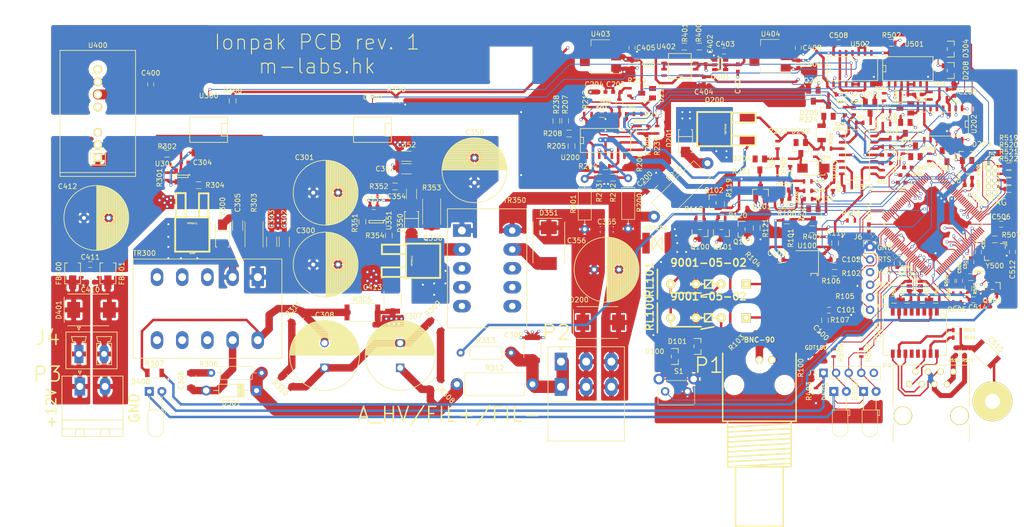
<source format=kicad_pcb>
(kicad_pcb (version 4) (host pcbnew 4.0.2-stable)
  (layers (0 F.Cu signal) (1 In1.Cu signal) (2 In2.Cu signal) (31 B.Cu signal hide) (34 B.Paste user) (35 F.Paste user) (36 B.SilkS user) (37 F.SilkS user) (38 B.Mask user) (39 F.Mask user) (44 Edge.Cuts user))
  (net 0 "")
  (net 1 "Net-(C100-Pad1)")
  (net 2 "Net-(C100-Pad2)")
  (net 3 "Net-(C101-Pad2)")
  (net 4 "Net-(C102-Pad1)")
  (net 5 GND)
  (net 6 /VCC3V)
  (net 7 /VEE2V5)
  (net 8 /FIL-)
  (net 9 "Net-(C201-Pad1)")
  (net 10 "Net-(C201-Pad2)")
  (net 11 "Net-(C202-Pad1)")
  (net 12 /VCC5V)
  (net 13 /VEE5V)
  (net 14 /VCC12V)
  (net 15 GNDPWR)
  (net 16 "Net-(C304-Pad1)")
  (net 17 "Net-(C305-Pad2)")
  (net 18 /ANODE_HV)
  (net 19 /FIL+)
  (net 20 "Net-(C403-Pad1)")
  (net 21 "Net-(C403-Pad2)")
  (net 22 /VREFA)
  (net 23 VCC)
  (net 24 "Net-(C410-Pad1)")
  (net 25 "Net-(C410-Pad2)")
  (net 26 "Net-(C500-Pad1)")
  (net 27 /ERR_RESN)
  (net 28 "Net-(C501-Pad2)")
  (net 29 "Net-(C502-Pad1)")
  (net 30 "Net-(C503-Pad1)")
  (net 31 "Net-(C509-Pad1)")
  (net 32 "Net-(C512-Pad1)")
  (net 33 /OSC0)
  (net 34 "Net-(C515-Pad1)")
  (net 35 "Net-(C515-Pad2)")
  (net 36 "Net-(D100-Pad3)")
  (net 37 "Net-(D101-Pad3)")
  (net 38 "Net-(D201-Pad1)")
  (net 39 "Net-(D201-Pad2)")
  (net 40 "Net-(D202-Pad1)")
  (net 41 "Net-(D202-Pad3)")
  (net 42 "Net-(D204-Pad1)")
  (net 43 "Net-(D204-Pad3)")
  (net 44 "Net-(D205-Pad1)")
  (net 45 "Net-(D205-Pad3)")
  (net 46 /FV_ADC)
  (net 47 /FD_ADC)
  (net 48 "Net-(D208-Pad1)")
  (net 49 /FBV_ERRN)
  (net 50 /FBI_ERRN)
  (net 51 /FBV_ADC)
  (net 52 "Net-(D300-Pad2)")
  (net 53 /AV_ERRN)
  (net 54 /AI_ERRN)
  (net 55 "Net-(D500-Pad3)")
  (net 56 /EN_TXOP)
  (net 57 /EN_TXON)
  (net 58 /EN_RXIP)
  (net 59 /EN_RXIN)
  (net 60 /TCK)
  (net 61 /TDO)
  (net 62 /TDI)
  (net 63 /RESETN)
  (net 64 /TMS)
  (net 65 /RTS)
  (net 66 /RXD)
  (net 67 /TXD)
  (net 68 /CTS)
  (net 69 /LED1)
  (net 70 /LED2)
  (net 71 "Net-(P4-Pad2)")
  (net 72 "Net-(P4-Pad4)")
  (net 73 "Net-(P4-Pad6)")
  (net 74 "Net-(P4-Pad7)")
  (net 75 "Net-(P4-Pad1)")
  (net 76 "Net-(P4-Pad3)")
  (net 77 "Net-(Q100-Pad1)")
  (net 78 "Net-(Q101-Pad1)")
  (net 79 /IC_GAIN_RELAY2)
  (net 80 /IC_GAIN_RELAY1)
  (net 81 /IC_GAIN)
  (net 82 "Net-(Q104-Pad3)")
  (net 83 "Net-(Q200-Pad1)")
  (net 84 /FBI_MED)
  (net 85 /FBI_HIGH)
  (net 86 /FBI_GAIN)
  (net 87 "Net-(Q203-Pad3)")
  (net 88 "Net-(Q300-Pad1)")
  (net 89 "Net-(Q301-Pad2)")
  (net 90 "Net-(R101-Pad2)")
  (net 91 "Net-(R104-Pad2)")
  (net 92 "Net-(R110-Pad2)")
  (net 93 "Net-(R111-Pad1)")
  (net 94 "Net-(R112-Pad2)")
  (net 95 /IC_ADC)
  (net 96 "Net-(R200-Pad2)")
  (net 97 "Net-(R201-Pad2)")
  (net 98 "Net-(R204-Pad1)")
  (net 99 "Net-(R204-Pad2)")
  (net 100 "Net-(R205-Pad2)")
  (net 101 "Net-(R206-Pad2)")
  (net 102 "Net-(R207-Pad2)")
  (net 103 "Net-(R208-Pad2)")
  (net 104 "Net-(R209-Pad2)")
  (net 105 "Net-(R212-Pad2)")
  (net 106 "Net-(R214-Pad2)")
  (net 107 /FBV_PWM)
  (net 108 /VREF_ERR)
  (net 109 "Net-(R226-Pad2)")
  (net 110 "Net-(R227-Pad1)")
  (net 111 "Net-(R228-Pad2)")
  (net 112 /FBI_ADC)
  (net 113 "Net-(R233-Pad2)")
  (net 114 "Net-(R234-Pad2)")
  (net 115 "Net-(R235-Pad2)")
  (net 116 "Net-(R300-Pad2)")
  (net 117 "Net-(R301-Pad2)")
  (net 118 "Net-(R304-Pad1)")
  (net 119 "Net-(R308-Pad2)")
  (net 120 "Net-(R310-Pad2)")
  (net 121 "Net-(R313-Pad2)")
  (net 122 "Net-(R318-Pad1)")
  (net 123 "Net-(R318-Pad2)")
  (net 124 /AV_ADC)
  (net 125 "Net-(R350-Pad2)")
  (net 126 "Net-(R351-Pad2)")
  (net 127 "Net-(R354-Pad1)")
  (net 128 "Net-(R400-Pad1)")
  (net 129 "Net-(R505-Pad2)")
  (net 130 /OSC1)
  (net 131 "Net-(R515-Pad1)")
  (net 132 "Net-(R516-Pad1)")
  (net 133 "Net-(S1-Pad1)")
  (net 134 /FV_ERRN)
  (net 135 "Net-(U300-Pad2)")
  (net 136 /HV_PWM)
  (net 137 /FV_PWM)
  (net 138 /ERR_LATCHN)
  (net 139 "Net-(U501-Pad6)")
  (net 140 "Net-(U501-Pad12)")
  (net 141 "Net-(U501-Pad10)")
  (net 142 "Net-(C103-Pad1)")
  (net 143 "Net-(C306-Pad1)")
  (net 144 "Net-(C306-Pad2)")
  (net 145 "Net-(C307-Pad2)")
  (net 146 "Net-(C307-Pad1)")
  (net 147 "Net-(C308-Pad2)")
  (net 148 "Net-(C353-Pad1)")
  (net 149 "Net-(C354-Pad2)")
  (net 150 "Net-(GDT100-Pad1)")
  (net 151 "Net-(R102-Pad1)")
  (net 152 "Net-(R103-Pad2)")
  (net 153 "Net-(R105-Pad2)")
  (net 154 "Net-(R113-Pad2)")
  (net 155 "Net-(R114-Pad1)")
  (net 156 "Net-(R115-Pad2)")
  (net 157 "Net-(D350-Pad2)")
  (net 158 "Net-(D351-Pad2)")
  (net 159 "Net-(Q350-Pad1)")
  (net 160 "Net-(U350-Pad2)")
  (net 161 /LEDP_K)
  (net 162 /LED1_K)
  (net 163 /LED2_K)
  (module Capacitors_SMD:C_1812 (layer F.Cu) (at 194.056 208.534 270)
    (fp_text reference C413 (at -2.54 4.064 360) (layer F.SilkS))
    (fp_text value 2200pF/2kV/1812)
    (pad 1 smd rect (at -2.3 0 270) (size 1 3) (layers F.Cu F.Paste F.Mask) (net 15 GNDPWR))
    (pad 2 smd rect (at 2.3 0 270) (size 1 3) (layers F.Cu F.Paste F.Mask) (net 5 GND))
  )
  (module Resistors_SMD:R_0603 (layer F.Cu) (at 267.462 194.056 90)
    (fp_text reference R121 (at 0 1.778 90) (layer F.SilkS))
    (fp_text value 10K)
    (pad 1 smd rect (at -0.75 0 90) (size 0.5 0.9) (layers F.Cu F.Paste F.Mask) (net 80 /IC_GAIN_RELAY1))
    (pad 2 smd rect (at 0.75 0 90) (size 0.5 0.9) (layers F.Cu F.Paste F.Mask) (net 5 GND))
  )
  (module Resistors_SMD:R_0603 (layer F.Cu) (at 260.35 192.024)
    (fp_text reference R120 (at 3.302 -0.508) (layer F.SilkS))
    (fp_text value 33K)
    (pad 1 smd rect (at -0.75 0) (size 0.5 0.9) (layers F.Cu F.Paste F.Mask) (net 12 /VCC5V))
    (pad 2 smd rect (at 0.75 0) (size 0.5 0.9) (layers F.Cu F.Paste F.Mask) (net 78 "Net-(Q101-Pad1)"))
  )
  (module Resistors_SMD:R_0603 (layer F.Cu) (at 261.62 189.23 90)
    (fp_text reference R119 (at 3.302 0.254 90) (layer F.SilkS))
    (fp_text value 10K)
    (pad 1 smd rect (at -0.75 0 90) (size 0.5 0.9) (layers F.Cu F.Paste F.Mask) (net 79 /IC_GAIN_RELAY2))
    (pad 2 smd rect (at 0.75 0 90) (size 0.5 0.9) (layers F.Cu F.Paste F.Mask) (net 5 GND))
  )
  (module Resistors_SMD:R_0603 (layer F.Cu) (at 283.1465 203.073)
    (fp_text reference R102 (at 3.3655 0.127) (layer F.SilkS))
    (fp_text value 100K)
    (pad 1 smd rect (at -0.75 0) (size 0.5 0.9) (layers F.Cu F.Paste F.Mask) (net 151 "Net-(R102-Pad1)"))
    (pad 2 smd rect (at 0.75 0) (size 0.5 0.9) (layers F.Cu F.Paste F.Mask) (net 5 GND))
  )
  (module Diodes_THT:Diode_DO-41_SOD81_Horizontal_RM10 (layer F.Cu) (at 166.624 226.822 180)
    (fp_text reference D301 (at 5.08 -2.54 180) (layer F.SilkS))
    (fp_text value UF4007)
    (pad 2 thru_hole circle (at 10.16 -0.00254) (size 1.99898 1.99898) (drill 1.27) (layers *.Cu *.Mask) (net 143 "Net-(C306-Pad1)"))
    (pad 1 thru_hole rect (at 0 -0.00254) (size 1.99898 1.99898) (drill 1.00076) (layers *.Cu *.Mask) (net 146 "Net-(C307-Pad1)"))
  )
  (module Capacitors_THT:C_Radial_D13_L21_P5 (layer F.Cu) (at 131.826 192.024)
    (fp_text reference C412 (at -3.302 -6.35) (layer F.SilkS))
    (fp_text value 470uF/16V)
    (pad 1 thru_hole rect (at 0 0) (size 1.3 1.3) (drill 0.8) (layers *.Cu *.Mask) (net 14 /VCC12V))
    (pad 2 thru_hole circle (at 5 0) (size 1.3 1.3) (drill 0.8) (layers *.Cu *.Mask) (net 15 GNDPWR))
  )
  (module Capacitors_THT:C_Radial_D13_L21_P5 (layer F.Cu) (at 234.696 202.438)
    (fp_text reference C356 (at -3.556 -5.842) (layer F.SilkS))
    (fp_text value 470uF/16V)
    (pad 1 thru_hole rect (at 0 0) (size 1.3 1.3) (drill 0.8) (layers *.Cu *.Mask) (net 19 /FIL+))
    (pad 2 thru_hole circle (at 5 0) (size 1.3 1.3) (drill 0.8) (layers *.Cu *.Mask) (net 8 /FIL-))
  )
  (module Capacitors_SMD:C_0603 (layer F.Cu) (at 237.236 194.31)
    (fp_text reference C355 (at 0 -1.5) (layer F.SilkS))
    (fp_text value 0.1uF)
    (pad 1 smd rect (at -0.75 0) (size 0.8 0.75) (layers F.Cu F.Paste F.Mask) (net 19 /FIL+))
    (pad 2 smd rect (at 0.75 0) (size 0.8 0.75) (layers F.Cu F.Paste F.Mask) (net 8 /FIL-))
  )
  (module Capacitors_SMD:C_1206 (layer F.Cu) (at 197.866 187.198 270)
    (fp_text reference C354 (at 0.508 3.048 360) (layer F.SilkS))
    (fp_text value 0.1uF/100V/1206)
    (pad 1 smd rect (at -1.5 0 270) (size 1 1.6) (layers F.Cu F.Paste F.Mask) (net 14 /VCC12V))
    (pad 2 smd rect (at 1.5 0 270) (size 1 1.6) (layers F.Cu F.Paste F.Mask) (net 149 "Net-(C354-Pad2)"))
  )
  (module Capacitors_SMD:C_1206 (layer F.Cu) (at 196.85 182.118 180)
    (fp_text reference C351 (at 4.318 0 180) (layer F.SilkS))
    (fp_text value 10uF/25V/1206)
    (pad 1 smd rect (at -1.5 0 180) (size 1 1.6) (layers F.Cu F.Paste F.Mask) (net 14 /VCC12V))
    (pad 2 smd rect (at 1.5 0 180) (size 1 1.6) (layers F.Cu F.Paste F.Mask) (net 15 GNDPWR))
  )
  (module Capacitors_THT:C_Radial_D13_L21_P5 (layer F.Cu) (at 210.566 184.912 90)
    (fp_text reference C350 (at 10.16 0 180) (layer F.SilkS))
    (fp_text value 470uF/16V)
    (pad 1 thru_hole rect (at 0 0 90) (size 1.3 1.3) (drill 0.8) (layers *.Cu *.Mask) (net 14 /VCC12V))
    (pad 2 thru_hole circle (at 5 0 90) (size 1.3 1.3) (drill 0.8) (layers *.Cu *.Mask) (net 15 GNDPWR))
  )
  (module Capacitors_SMD:C_1812 (layer F.Cu) (at 222.25 218.44 90)
    (fp_text reference C309 (at 2.794 -3.81 180) (layer F.SilkS))
    (fp_text value 2200pF/2kV/1812)
    (pad 1 smd rect (at -2.3 0 90) (size 1 3) (layers F.Cu F.Paste F.Mask) (net 18 /ANODE_HV))
    (pad 2 smd rect (at 2.3 0 90) (size 1 3) (layers F.Cu F.Paste F.Mask) (net 5 GND))
  )
  (module Capacitors_THT:C_Radial_D14_L25_P5 (layer F.Cu) (at 180.34 222.25 90)
    (fp_text reference C308 (at 10.668 0 180) (layer F.SilkS))
    (fp_text value 10uF/450V)
    (pad 2 thru_hole circle (at 5 0 90) (size 1.7 1.7) (drill 1.2) (layers *.Cu *.Mask) (net 147 "Net-(C308-Pad2)"))
    (pad 1 thru_hole rect (at 0 0 90) (size 1.7 1.7) (drill 1.2) (layers *.Cu *.Mask) (net 145 "Net-(C307-Pad2)"))
  )
  (module Capacitors_THT:C_Radial_D14_L25_P5 (layer F.Cu) (at 195.58 222.25 90)
    (fp_text reference C307 (at 10.414 2.54 180) (layer F.SilkS))
    (fp_text value 10uF/450V)
    (pad 2 thru_hole circle (at 5 0 90) (size 1.7 1.7) (drill 1.2) (layers *.Cu *.Mask) (net 145 "Net-(C307-Pad2)"))
    (pad 1 thru_hole rect (at 0 0 90) (size 1.7 1.7) (drill 1.2) (layers *.Cu *.Mask) (net 146 "Net-(C307-Pad1)"))
  )
  (module Capacitors_SMD:C_1206 (layer F.Cu) (at 153.416 224.79 90)
    (fp_text reference C306 (at 0 -2.032 90) (layer F.SilkS))
    (fp_text value 10pF/1206)
    (pad 1 smd rect (at -1.5 0 90) (size 1 1.6) (layers F.Cu F.Paste F.Mask) (net 143 "Net-(C306-Pad1)"))
    (pad 2 smd rect (at 1.5 0 90) (size 1 1.6) (layers F.Cu F.Paste F.Mask) (net 144 "Net-(C306-Pad2)"))
  )
  (module Capacitors_SMD:C_1206 (layer F.Cu) (at 162.814 193.548 90)
    (fp_text reference C305 (at 4.572 0 90) (layer F.SilkS))
    (fp_text value 0.1uF/100V/1206)
    (pad 1 smd rect (at -1.5 0 90) (size 1 1.6) (layers F.Cu F.Paste F.Mask) (net 14 /VCC12V))
    (pad 2 smd rect (at 1.5 0 90) (size 1 1.6) (layers F.Cu F.Paste F.Mask) (net 17 "Net-(C305-Pad2)"))
  )
  (module Capacitors_SMD:C_0603 (layer F.Cu) (at 152.146 180.848 180)
    (fp_text reference C304 (at -3.556 0 180) (layer F.SilkS))
    (fp_text value 0.1uF)
    (pad 1 smd rect (at -0.75 0 180) (size 0.8 0.75) (layers F.Cu F.Paste F.Mask) (net 16 "Net-(C304-Pad1)"))
    (pad 2 smd rect (at 0.75 0 180) (size 0.8 0.75) (layers F.Cu F.Paste F.Mask) (net 15 GNDPWR))
  )
  (module Capacitors_THT:C_Radial_D13_L21_P5 (layer F.Cu) (at 178.054 201.422)
    (fp_text reference C300 (at -1.524 -6.858) (layer F.SilkS))
    (fp_text value 470uF/16V)
    (pad 1 thru_hole rect (at 0 0) (size 1.3 1.3) (drill 0.8) (layers *.Cu *.Mask) (net 14 /VCC12V))
    (pad 2 thru_hole circle (at 5 0) (size 1.3 1.3) (drill 0.8) (layers *.Cu *.Mask) (net 15 GNDPWR))
  )
  (module Capacitors_SMD:C_0603 (layer F.Cu) (at 293.497 179.324)
    (fp_text reference C104 (at 2.667 0.635 180) (layer F.SilkS) (effects (font (size 0.6 0.6))))
    (fp_text value 0.1uF)
    (pad 1 smd rect (at -0.75 0) (size 0.8 0.75) (layers F.Cu F.Paste F.Mask) (net 6 /VCC3V))
    (pad 2 smd rect (at 0.75 0) (size 0.8 0.75) (layers F.Cu F.Paste F.Mask) (net 7 /VEE2V5))
  )
  (module Capacitors_SMD:C_0603 (layer F.Cu) (at 282.0035 210.6295)
    (fp_text reference C101 (at 3.4925 -0.0635) (layer F.SilkS))
    (fp_text value DNP)
    (pad 1 smd rect (at -0.75 0) (size 0.8 0.75) (layers F.Cu F.Paste F.Mask) (net 2 "Net-(C100-Pad2)"))
    (pad 2 smd rect (at 0.75 0) (size 0.8 0.75) (layers F.Cu F.Paste F.Mask) (net 3 "Net-(C101-Pad2)"))
  )
  (module proj_footprints:XTAL3_2X2_5 (layer F.Cu) (at 315.468 198.882 180)
    (fp_text reference Y500 (at 0 -2.794 180) (layer F.SilkS))
    (fp_text value 25MHz)
    (pad 3 smd rect (at 1.1 -0.8 180) (size 1.4 1.15) (layers F.Cu F.Paste F.Mask) (net 33 /OSC0))
    (pad 2 smd rect (at 1.1 0.8 180) (size 1.4 1.15) (layers F.Cu F.Paste F.Mask) (net 5 GND))
    (pad 1 smd rect (at -1.1 0.8 180) (size 1.4 1.15) (layers F.Cu F.Paste F.Mask) (net 32 "Net-(C512-Pad1)"))
    (pad 4 smd rect (at -1.1 -0.8 180) (size 1.4 1.15) (layers F.Cu F.Paste F.Mask) (net 5 GND))
  )
  (module SMD_Packages:SOIC-14_N (layer F.Cu) (at 286.766 161.798)
    (fp_text reference U502 (at 1.524 -4.826) (layer F.SilkS))
    (fp_text value 74HC00)
    (pad 1 smd rect (at -3.81 3.302) (size 0.508 1.143) (layers F.Cu F.Paste F.Mask) (net 136 /HV_PWM))
    (pad 2 smd rect (at -2.54 3.302) (size 0.508 1.143) (layers F.Cu F.Paste F.Mask) (net 138 /ERR_LATCHN))
    (pad 3 smd rect (at -1.27 3.302) (size 0.508 1.143) (layers F.Cu F.Paste F.Mask) (net 135 "Net-(U300-Pad2)"))
    (pad 4 smd rect (at 0 3.302) (size 0.508 1.143) (layers F.Cu F.Paste F.Mask) (net 140 "Net-(U501-Pad12)"))
    (pad 5 smd rect (at 1.27 3.302) (size 0.508 1.143) (layers F.Cu F.Paste F.Mask) (net 140 "Net-(U501-Pad12)"))
    (pad 6 smd rect (at 2.54 3.302) (size 0.508 1.143) (layers F.Cu F.Paste F.Mask) (net 138 /ERR_LATCHN))
    (pad 7 smd rect (at 3.81 3.302) (size 0.508 1.143) (layers F.Cu F.Paste F.Mask) (net 5 GND))
    (pad 8 smd rect (at 3.81 -3.048) (size 0.508 1.143) (layers F.Cu F.Paste F.Mask))
    (pad 9 smd rect (at 2.54 -3.048) (size 0.508 1.143) (layers F.Cu F.Paste F.Mask) (net 5 GND))
    (pad 11 smd rect (at 0 -3.048) (size 0.508 1.143) (layers F.Cu F.Paste F.Mask) (net 160 "Net-(U350-Pad2)"))
    (pad 12 smd rect (at -1.27 -3.048) (size 0.508 1.143) (layers F.Cu F.Paste F.Mask) (net 137 /FV_PWM))
    (pad 13 smd rect (at -2.54 -3.048) (size 0.508 1.143) (layers F.Cu F.Paste F.Mask) (net 138 /ERR_LATCHN))
    (pad 14 smd rect (at -3.81 -3.048) (size 0.508 1.143) (layers F.Cu F.Paste F.Mask) (net 23 VCC))
    (pad 10 smd rect (at 1.27 -3.048) (size 0.508 1.143) (layers F.Cu F.Paste F.Mask) (net 5 GND))
  )
  (module SMD_Packages:SOIC-14_N (layer F.Cu) (at 297.942 161.798)
    (fp_text reference U501 (at 1.27 -4.826) (layer F.SilkS))
    (fp_text value 74HC00)
    (pad 1 smd rect (at -3.81 3.302) (size 0.508 1.143) (layers F.Cu F.Paste F.Mask) (net 134 /FV_ERRN))
    (pad 2 smd rect (at -2.54 3.302) (size 0.508 1.143) (layers F.Cu F.Paste F.Mask) (net 48 "Net-(D208-Pad1)"))
    (pad 3 smd rect (at -1.27 3.302) (size 0.508 1.143) (layers F.Cu F.Paste F.Mask) (net 55 "Net-(D500-Pad3)"))
    (pad 4 smd rect (at 0 3.302) (size 0.508 1.143) (layers F.Cu F.Paste F.Mask) (net 26 "Net-(C500-Pad1)"))
    (pad 5 smd rect (at 1.27 3.302) (size 0.508 1.143) (layers F.Cu F.Paste F.Mask) (net 26 "Net-(C500-Pad1)"))
    (pad 6 smd rect (at 2.54 3.302) (size 0.508 1.143) (layers F.Cu F.Paste F.Mask) (net 139 "Net-(U501-Pad6)"))
    (pad 7 smd rect (at 3.81 3.302) (size 0.508 1.143) (layers F.Cu F.Paste F.Mask) (net 5 GND))
    (pad 8 smd rect (at 3.81 -3.048) (size 0.508 1.143) (layers F.Cu F.Paste F.Mask) (net 140 "Net-(U501-Pad12)"))
    (pad 9 smd rect (at 2.54 -3.048) (size 0.508 1.143) (layers F.Cu F.Paste F.Mask) (net 139 "Net-(U501-Pad6)"))
    (pad 11 smd rect (at 0 -3.048) (size 0.508 1.143) (layers F.Cu F.Paste F.Mask) (net 141 "Net-(U501-Pad10)"))
    (pad 12 smd rect (at -1.27 -3.048) (size 0.508 1.143) (layers F.Cu F.Paste F.Mask) (net 140 "Net-(U501-Pad12)"))
    (pad 13 smd rect (at -2.54 -3.048) (size 0.508 1.143) (layers F.Cu F.Paste F.Mask) (net 28 "Net-(C501-Pad2)"))
    (pad 14 smd rect (at -3.81 -3.048) (size 0.508 1.143) (layers F.Cu F.Paste F.Mask) (net 23 VCC))
    (pad 10 smd rect (at 1.27 -3.048) (size 0.508 1.143) (layers F.Cu F.Paste F.Mask) (net 141 "Net-(U501-Pad10)"))
  )
  (module proj_footprints:TQFP-128 (layer F.Cu) (at 303.022 193.294 315)
    (fp_text reference U500 (at 2.514472 -9.878282 315) (layer F.SilkS))
    (fp_text value TM4C1294KCPDT (at -0.8636 10.1346 315) (layer F.SilkS) (effects (font (size 1.64 1.64) (thickness 0.05))))
    (pad 1 smd rect (at -7.6454 -6.1976 225) (size 0.2286 1.4732) (layers F.Cu F.Paste F.Mask) (net 107 /FBV_PWM))
    (pad 2 smd rect (at -7.6454 -5.7912 225) (size 0.2286 1.4732) (layers F.Cu F.Paste F.Mask))
    (pad 3 smd rect (at -7.6454 -5.4102 225) (size 0.2286 1.4732) (layers F.Cu F.Paste F.Mask))
    (pad 4 smd rect (at -7.6454 -5.0038 225) (size 0.2286 1.4732) (layers F.Cu F.Paste F.Mask))
    (pad 5 smd rect (at -7.6454 -4.5974 225) (size 0.2286 1.4732) (layers F.Cu F.Paste F.Mask) (net 27 /ERR_RESN))
    (pad 6 smd rect (at -7.6454 -4.191 225) (size 0.2286 1.4732) (layers F.Cu F.Paste F.Mask))
    (pad 7 smd rect (at -7.6454 -3.81 225) (size 0.2286 1.4732) (layers F.Cu F.Paste F.Mask) (net 23 VCC))
    (pad 8 smd rect (at -7.6454 -3.4036 225) (size 0.2286 1.4732) (layers F.Cu F.Paste F.Mask) (net 23 VCC))
    (pad 9 smd rect (at -7.6454 -2.9972 225) (size 0.2286 1.4732) (layers F.Cu F.Paste F.Mask) (net 22 /VREFA))
    (pad 10 smd rect (at -7.6454 -2.5908 225) (size 0.2286 1.4732) (layers F.Cu F.Paste F.Mask) (net 5 GND))
    (pad 11 smd rect (at -7.6454 -2.2098 225) (size 0.2286 1.4732) (layers F.Cu F.Paste F.Mask))
    (pad 12 smd rect (at -7.6454 -1.8034 225) (size 0.2286 1.4732) (layers F.Cu F.Paste F.Mask) (net 95 /IC_ADC))
    (pad 13 smd rect (at -7.6454 -1.397 225) (size 0.2286 1.4732) (layers F.Cu F.Paste F.Mask) (net 112 /FBI_ADC))
    (pad 14 smd rect (at -7.6454 -0.9906 225) (size 0.2286 1.4732) (layers F.Cu F.Paste F.Mask) (net 46 /FV_ADC))
    (pad 15 smd rect (at -7.6454 -0.6096 225) (size 0.2286 1.4732) (layers F.Cu F.Paste F.Mask) (net 47 /FD_ADC))
    (pad 16 smd rect (at -7.6454 -0.2032 225) (size 0.2286 1.4732) (layers F.Cu F.Paste F.Mask) (net 23 VCC))
    (pad 17 smd rect (at -7.6454 0.2032 225) (size 0.2286 1.4732) (layers F.Cu F.Paste F.Mask) (net 5 GND))
    (pad 18 smd rect (at -7.6454 0.6096 225) (size 0.2286 1.4732) (layers F.Cu F.Paste F.Mask))
    (pad 19 smd rect (at -7.6454 0.9906 225) (size 0.2286 1.4732) (layers F.Cu F.Paste F.Mask))
    (pad 20 smd rect (at -7.6454 1.397 225) (size 0.2286 1.4732) (layers F.Cu F.Paste F.Mask))
    (pad 21 smd rect (at -7.6454 1.8034 225) (size 0.2286 1.4732) (layers F.Cu F.Paste F.Mask))
    (pad 22 smd rect (at -7.6454 2.2098 225) (size 0.2286 1.4732) (layers F.Cu F.Paste F.Mask))
    (pad 23 smd rect (at -7.6454 2.5908 225) (size 0.2286 1.4732) (layers F.Cu F.Paste F.Mask))
    (pad 24 smd rect (at -7.6454 2.9972 225) (size 0.2286 1.4732) (layers F.Cu F.Paste F.Mask))
    (pad 25 smd rect (at -7.6454 3.4036 225) (size 0.2286 1.4732) (layers F.Cu F.Paste F.Mask))
    (pad 26 smd rect (at -7.6454 3.81 225) (size 0.2286 1.4732) (layers F.Cu F.Paste F.Mask) (net 23 VCC))
    (pad 27 smd rect (at -7.6454 4.191 225) (size 0.2286 1.4732) (layers F.Cu F.Paste F.Mask))
    (pad 28 smd rect (at -7.6454 4.5974 225) (size 0.2286 1.4732) (layers F.Cu F.Paste F.Mask) (net 23 VCC))
    (pad 29 smd rect (at -7.6454 5.0038 225) (size 0.2286 1.4732) (layers F.Cu F.Paste F.Mask) (net 65 /RTS))
    (pad 30 smd rect (at -7.6454 5.4102 225) (size 0.2286 1.4732) (layers F.Cu F.Paste F.Mask) (net 68 /CTS))
    (pad 31 smd rect (at -7.6454 5.7912 225) (size 0.2286 1.4732) (layers F.Cu F.Paste F.Mask))
    (pad 32 smd rect (at -7.6454 6.1976 225) (size 0.2286 1.4732) (layers F.Cu F.Paste F.Mask))
    (pad 33 smd rect (at -6.1976 7.6454 135) (size 0.2286 1.4732) (layers F.Cu F.Paste F.Mask) (net 66 /RXD))
    (pad 34 smd rect (at -5.7912 7.6454 135) (size 0.2286 1.4732) (layers F.Cu F.Paste F.Mask) (net 67 /TXD))
    (pad 35 smd rect (at -5.4102 7.6454 135) (size 0.2286 1.4732) (layers F.Cu F.Paste F.Mask))
    (pad 36 smd rect (at -5.0038 7.6454 135) (size 0.2286 1.4732) (layers F.Cu F.Paste F.Mask))
    (pad 37 smd rect (at -4.5974 7.6454 135) (size 0.2286 1.4732) (layers F.Cu F.Paste F.Mask) (net 136 /HV_PWM))
    (pad 38 smd rect (at -4.191 7.6454 135) (size 0.2286 1.4732) (layers F.Cu F.Paste F.Mask))
    (pad 39 smd rect (at -3.81 7.6454 135) (size 0.2286 1.4732) (layers F.Cu F.Paste F.Mask) (net 23 VCC))
    (pad 40 smd rect (at -3.4036 7.6454 135) (size 0.2286 1.4732) (layers F.Cu F.Paste F.Mask) (net 137 /FV_PWM))
    (pad 41 smd rect (at -2.9972 7.6454 135) (size 0.2286 1.4732) (layers F.Cu F.Paste F.Mask))
    (pad 42 smd rect (at -2.5908 7.6454 135) (size 0.2286 1.4732) (layers F.Cu F.Paste F.Mask) (net 136 /HV_PWM))
    (pad 43 smd rect (at -2.2098 7.6454 135) (size 0.2286 1.4732) (layers F.Cu F.Paste F.Mask) (net 69 /LED1))
    (pad 44 smd rect (at -1.8034 7.6454 135) (size 0.2286 1.4732) (layers F.Cu F.Paste F.Mask) (net 137 /FV_PWM))
    (pad 45 smd rect (at -1.397 7.6454 135) (size 0.2286 1.4732) (layers F.Cu F.Paste F.Mask) (net 70 /LED2))
    (pad 46 smd rect (at -0.9906 7.6454 135) (size 0.2286 1.4732) (layers F.Cu F.Paste F.Mask))
    (pad 47 smd rect (at -0.6096 7.6454 135) (size 0.2286 1.4732) (layers F.Cu F.Paste F.Mask) (net 23 VCC))
    (pad 48 smd rect (at -0.2032 7.6454 135) (size 0.2286 1.4732) (layers F.Cu F.Paste F.Mask) (net 5 GND))
    (pad 49 smd rect (at 0.2032 7.6454 135) (size 0.2286 1.4732) (layers F.Cu F.Paste F.Mask) (net 107 /FBV_PWM))
    (pad 50 smd rect (at 0.6096 7.6454 135) (size 0.2286 1.4732) (layers F.Cu F.Paste F.Mask))
    (pad 51 smd rect (at 0.9906 7.6454 135) (size 0.2286 1.4732) (layers F.Cu F.Paste F.Mask) (net 23 VCC))
    (pad 52 smd rect (at 1.397 7.6454 135) (size 0.2286 1.4732) (layers F.Cu F.Paste F.Mask) (net 23 VCC))
    (pad 53 smd rect (at 1.8034 7.6454 135) (size 0.2286 1.4732) (layers F.Cu F.Paste F.Mask) (net 59 /EN_RXIN))
    (pad 54 smd rect (at 2.2098 7.6454 135) (size 0.2286 1.4732) (layers F.Cu F.Paste F.Mask) (net 58 /EN_RXIP))
    (pad 55 smd rect (at 2.5908 7.6454 135) (size 0.2286 1.4732) (layers F.Cu F.Paste F.Mask) (net 5 GND))
    (pad 56 smd rect (at 2.9972 7.6454 135) (size 0.2286 1.4732) (layers F.Cu F.Paste F.Mask) (net 57 /EN_TXON))
    (pad 57 smd rect (at 3.4036 7.6454 135) (size 0.2286 1.4732) (layers F.Cu F.Paste F.Mask) (net 56 /EN_TXOP))
    (pad 58 smd rect (at 3.81 7.6454 135) (size 0.2286 1.4732) (layers F.Cu F.Paste F.Mask) (net 5 GND))
    (pad 59 smd rect (at 4.191 7.6454 135) (size 0.2286 1.4732) (layers F.Cu F.Paste F.Mask) (net 129 "Net-(R505-Pad2)"))
    (pad 60 smd rect (at 4.5974 7.6454 135) (size 0.2286 1.4732) (layers F.Cu F.Paste F.Mask))
    (pad 61 smd rect (at 5.0038 7.6454 135) (size 0.2286 1.4732) (layers F.Cu F.Paste F.Mask) (net 70 /LED2))
    (pad 62 smd rect (at 5.4102 7.6454 135) (size 0.2286 1.4732) (layers F.Cu F.Paste F.Mask))
    (pad 63 smd rect (at 5.7912 7.6454 135) (size 0.2286 1.4732) (layers F.Cu F.Paste F.Mask) (net 69 /LED1))
    (pad 64 smd rect (at 6.1976 7.6454 135) (size 0.2286 1.4732) (layers F.Cu F.Paste F.Mask) (net 23 VCC))
    (pad 65 smd rect (at 7.6454 6.1976 225) (size 0.2286 1.4732) (layers F.Cu F.Paste F.Mask))
    (pad 66 smd rect (at 7.6454 5.7912 225) (size 0.2286 1.4732) (layers F.Cu F.Paste F.Mask))
    (pad 67 smd rect (at 7.6454 5.4102 225) (size 0.2286 1.4732) (layers F.Cu F.Paste F.Mask))
    (pad 68 smd rect (at 7.6454 5.0038 225) (size 0.2286 1.4732) (layers F.Cu F.Paste F.Mask) (net 30 "Net-(C503-Pad1)"))
    (pad 69 smd rect (at 7.6454 4.5974 225) (size 0.2286 1.4732) (layers F.Cu F.Paste F.Mask) (net 23 VCC))
    (pad 70 smd rect (at 7.6454 4.191 225) (size 0.2286 1.4732) (layers F.Cu F.Paste F.Mask) (net 29 "Net-(C502-Pad1)"))
    (pad 71 smd rect (at 7.6454 3.81 225) (size 0.2286 1.4732) (layers F.Cu F.Paste F.Mask))
    (pad 72 smd rect (at 7.6454 3.4036 225) (size 0.2286 1.4732) (layers F.Cu F.Paste F.Mask))
    (pad 73 smd rect (at 7.6454 2.9972 225) (size 0.2286 1.4732) (layers F.Cu F.Paste F.Mask))
    (pad 74 smd rect (at 7.6454 2.5908 225) (size 0.2286 1.4732) (layers F.Cu F.Paste F.Mask))
    (pad 75 smd rect (at 7.6454 2.2098 225) (size 0.2286 1.4732) (layers F.Cu F.Paste F.Mask))
    (pad 76 smd rect (at 7.6454 1.8034 225) (size 0.2286 1.4732) (layers F.Cu F.Paste F.Mask))
    (pad 77 smd rect (at 7.6454 1.397 225) (size 0.2286 1.4732) (layers F.Cu F.Paste F.Mask))
    (pad 78 smd rect (at 7.6454 0.9906 225) (size 0.2286 1.4732) (layers F.Cu F.Paste F.Mask))
    (pad 79 smd rect (at 7.6454 0.6096 225) (size 0.2286 1.4732) (layers F.Cu F.Paste F.Mask) (net 23 VCC))
    (pad 80 smd rect (at 7.6454 0.2032 225) (size 0.2286 1.4732) (layers F.Cu F.Paste F.Mask) (net 5 GND))
    (pad 81 smd rect (at 7.6454 -0.2032 225) (size 0.2286 1.4732) (layers F.Cu F.Paste F.Mask) (net 134 /FV_ERRN))
    (pad 82 smd rect (at 7.6454 -0.6096 225) (size 0.2286 1.4732) (layers F.Cu F.Paste F.Mask) (net 49 /FBV_ERRN))
    (pad 83 smd rect (at 7.6454 -0.9906 225) (size 0.2286 1.4732) (layers F.Cu F.Paste F.Mask) (net 50 /FBI_ERRN))
    (pad 84 smd rect (at 7.6454 -1.397 225) (size 0.2286 1.4732) (layers F.Cu F.Paste F.Mask) (net 53 /AV_ERRN))
    (pad 85 smd rect (at 7.6454 -1.8034 225) (size 0.2286 1.4732) (layers F.Cu F.Paste F.Mask) (net 54 /AI_ERRN))
    (pad 86 smd rect (at 7.6454 -2.2098 225) (size 0.2286 1.4732) (layers F.Cu F.Paste F.Mask) (net 138 /ERR_LATCHN))
    (pad 87 smd rect (at 7.6454 -2.5908 225) (size 0.2286 1.4732) (layers F.Cu F.Paste F.Mask) (net 31 "Net-(C509-Pad1)"))
    (pad 88 smd rect (at 7.6454 -2.9972 225) (size 0.2286 1.4732) (layers F.Cu F.Paste F.Mask) (net 33 /OSC0))
    (pad 89 smd rect (at 7.6454 -3.4036 225) (size 0.2286 1.4732) (layers F.Cu F.Paste F.Mask) (net 130 /OSC1))
    (pad 90 smd rect (at 7.6454 -3.81 225) (size 0.2286 1.4732) (layers F.Cu F.Paste F.Mask) (net 23 VCC))
    (pad 91 smd rect (at 7.6454 -4.191 225) (size 0.2286 1.4732) (layers F.Cu F.Paste F.Mask))
    (pad 92 smd rect (at 7.6454 -4.5974 225) (size 0.2286 1.4732) (layers F.Cu F.Paste F.Mask))
    (pad 93 smd rect (at 7.6454 -5.0038 225) (size 0.2286 1.4732) (layers F.Cu F.Paste F.Mask) (net 133 "Net-(S1-Pad1)"))
    (pad 94 smd rect (at 7.6454 -5.4102 225) (size 0.2286 1.4732) (layers F.Cu F.Paste F.Mask))
    (pad 95 smd rect (at 7.6454 -5.7912 225) (size 0.2286 1.4732) (layers F.Cu F.Paste F.Mask))
    (pad 96 smd rect (at 7.6454 -6.1976 225) (size 0.2286 1.4732) (layers F.Cu F.Paste F.Mask))
    (pad 97 smd rect (at 6.1976 -7.6454 135) (size 0.2286 1.4732) (layers F.Cu F.Paste F.Mask) (net 61 /TDO))
    (pad 98 smd rect (at 5.7912 -7.6454 135) (size 0.2286 1.4732) (layers F.Cu F.Paste F.Mask) (net 62 /TDI))
    (pad 99 smd rect (at 5.4102 -7.6454 135) (size 0.2286 1.4732) (layers F.Cu F.Paste F.Mask) (net 64 /TMS))
    (pad 100 smd rect (at 5.0038 -7.6454 135) (size 0.2286 1.4732) (layers F.Cu F.Paste F.Mask) (net 60 /TCK))
    (pad 101 smd rect (at 4.5974 -7.6454 135) (size 0.2286 1.4732) (layers F.Cu F.Paste F.Mask) (net 23 VCC))
    (pad 102 smd rect (at 4.191 -7.6454 135) (size 0.2286 1.4732) (layers F.Cu F.Paste F.Mask))
    (pad 103 smd rect (at 3.81 -7.6454 135) (size 0.2286 1.4732) (layers F.Cu F.Paste F.Mask) (net 81 /IC_GAIN))
    (pad 104 smd rect (at 3.4036 -7.6454 135) (size 0.2286 1.4732) (layers F.Cu F.Paste F.Mask) (net 84 /FBI_MED))
    (pad 105 smd rect (at 2.9972 -7.6454 135) (size 0.2286 1.4732) (layers F.Cu F.Paste F.Mask) (net 85 /FBI_HIGH))
    (pad 106 smd rect (at 2.5908 -7.6454 135) (size 0.2286 1.4732) (layers F.Cu F.Paste F.Mask) (net 86 /FBI_GAIN))
    (pad 107 smd rect (at 2.2098 -7.6454 135) (size 0.2286 1.4732) (layers F.Cu F.Paste F.Mask))
    (pad 108 smd rect (at 1.8034 -7.6454 135) (size 0.2286 1.4732) (layers F.Cu F.Paste F.Mask))
    (pad 109 smd rect (at 1.397 -7.6454 135) (size 0.2286 1.4732) (layers F.Cu F.Paste F.Mask))
    (pad 110 smd rect (at 0.9906 -7.6454 135) (size 0.2286 1.4732) (layers F.Cu F.Paste F.Mask))
    (pad 111 smd rect (at 0.6096 -7.6454 135) (size 0.2286 1.4732) (layers F.Cu F.Paste F.Mask))
    (pad 112 smd rect (at 0.2032 -7.6454 135) (size 0.2286 1.4732) (layers F.Cu F.Paste F.Mask))
    (pad 113 smd rect (at -0.2032 -7.6454 135) (size 0.2286 1.4732) (layers F.Cu F.Paste F.Mask) (net 23 VCC))
    (pad 114 smd rect (at -0.6096 -7.6454 135) (size 0.2286 1.4732) (layers F.Cu F.Paste F.Mask) (net 5 GND))
    (pad 115 smd rect (at -0.9906 -7.6454 135) (size 0.2286 1.4732) (layers F.Cu F.Paste F.Mask) (net 31 "Net-(C509-Pad1)"))
    (pad 116 smd rect (at -1.397 -7.6454 135) (size 0.2286 1.4732) (layers F.Cu F.Paste F.Mask))
    (pad 117 smd rect (at -1.8034 -7.6454 135) (size 0.2286 1.4732) (layers F.Cu F.Paste F.Mask))
    (pad 118 smd rect (at -2.2098 -7.6454 135) (size 0.2286 1.4732) (layers F.Cu F.Paste F.Mask) (net 80 /IC_GAIN_RELAY1))
    (pad 119 smd rect (at -2.5908 -7.6454 135) (size 0.2286 1.4732) (layers F.Cu F.Paste F.Mask) (net 79 /IC_GAIN_RELAY2))
    (pad 120 smd rect (at -2.9972 -7.6454 135) (size 0.2286 1.4732) (layers F.Cu F.Paste F.Mask))
    (pad 121 smd rect (at -3.4036 -7.6454 135) (size 0.2286 1.4732) (layers F.Cu F.Paste F.Mask))
    (pad 122 smd rect (at -3.81 -7.6454 135) (size 0.2286 1.4732) (layers F.Cu F.Paste F.Mask) (net 23 VCC))
    (pad 123 smd rect (at -4.191 -7.6454 135) (size 0.2286 1.4732) (layers F.Cu F.Paste F.Mask))
    (pad 124 smd rect (at -4.5974 -7.6454 135) (size 0.2286 1.4732) (layers F.Cu F.Paste F.Mask))
    (pad 125 smd rect (at -5.0038 -7.6454 135) (size 0.2286 1.4732) (layers F.Cu F.Paste F.Mask))
    (pad 126 smd rect (at -5.4102 -7.6454 135) (size 0.2286 1.4732) (layers F.Cu F.Paste F.Mask) (net 51 /FBV_ADC))
    (pad 127 smd rect (at -5.7912 -7.6454 135) (size 0.2286 1.4732) (layers F.Cu F.Paste F.Mask) (net 124 /AV_ADC))
    (pad 128 smd rect (at -6.1976 -7.6454 135) (size 0.2286 1.4732) (layers F.Cu F.Paste F.Mask))
  )
  (module proj_footprints:SOT-223 (layer F.Cu) (at 270.1544 159.4612 180)
    (fp_text reference U404 (at -0.1016 4.5212 180) (layer F.SilkS))
    (fp_text value AMS1117-3.3)
    (pad 4 smd rect (at 3.15 0 180) (size 2 3.8) (layers F.Cu F.Paste F.Mask))
    (pad 2 smd rect (at -3.15 0 180) (size 2 1.5) (layers F.Cu F.Paste F.Mask) (net 23 VCC))
    (pad 3 smd rect (at -3.15 2.3 180) (size 2 1.5) (layers F.Cu F.Paste F.Mask) (net 12 /VCC5V))
    (pad 1 smd rect (at -3.15 -2.3 180) (size 2 1.5) (layers F.Cu F.Paste F.Mask) (net 5 GND))
  )
  (module proj_footprints:SOT-223 (layer F.Cu) (at 235.966 159.512 180)
    (fp_text reference U403 (at 0 4.572 180) (layer F.SilkS))
    (fp_text value AMS1117-3.0)
    (pad 4 smd rect (at 3.15 0 180) (size 2 3.8) (layers F.Cu F.Paste F.Mask))
    (pad 2 smd rect (at -3.15 0 180) (size 2 1.5) (layers F.Cu F.Paste F.Mask) (net 6 /VCC3V))
    (pad 3 smd rect (at -3.15 2.3 180) (size 2 1.5) (layers F.Cu F.Paste F.Mask) (net 12 /VCC5V))
    (pad 1 smd rect (at -3.15 -2.3 180) (size 2 1.5) (layers F.Cu F.Paste F.Mask) (net 5 GND))
  )
  (module SMD_Packages:SOIC-8-N (layer F.Cu) (at 251.968 161.417 90)
    (fp_text reference U402 (at 3.937 -2.794 180) (layer F.SilkS))
    (fp_text value LM337L)
    (pad 8 smd rect (at -1.905 -3.175 90) (size 0.508 1.143) (layers F.Cu F.Paste F.Mask))
    (pad 7 smd rect (at -0.635 -3.175 90) (size 0.508 1.143) (layers F.Cu F.Paste F.Mask) (net 13 /VEE5V))
    (pad 6 smd rect (at 0.635 -3.175 90) (size 0.508 1.143) (layers F.Cu F.Paste F.Mask) (net 13 /VEE5V))
    (pad 5 smd rect (at 1.905 -3.175 90) (size 0.508 1.143) (layers F.Cu F.Paste F.Mask))
    (pad 4 smd rect (at 1.905 3.175 90) (size 0.508 1.143) (layers F.Cu F.Paste F.Mask) (net 128 "Net-(R400-Pad1)"))
    (pad 3 smd rect (at 0.635 3.175 90) (size 0.508 1.143) (layers F.Cu F.Paste F.Mask) (net 13 /VEE5V))
    (pad 2 smd rect (at -0.635 3.175 90) (size 0.508 1.143) (layers F.Cu F.Paste F.Mask) (net 13 /VEE5V))
    (pad 1 smd rect (at -1.905 3.175 90) (size 0.508 1.143) (layers F.Cu F.Paste F.Mask) (net 7 /VEE2V5))
  )
  (module proj_footprints:SOT-23-6 (layer F.Cu) (at 260.096 161.163)
    (fp_text reference U401 (at 0 2.413) (layer F.SilkS))
    (fp_text value LM2664)
    (pad 1 smd rect (at -1.1 -0.95) (size 1.06 0.65) (layers F.Cu F.Paste F.Mask) (net 5 GND))
    (pad 2 smd rect (at -1.1 0) (size 1.06 0.65) (layers F.Cu F.Paste F.Mask) (net 13 /VEE5V))
    (pad 3 smd rect (at -1.1 0.95) (size 1.06 0.65) (layers F.Cu F.Paste F.Mask) (net 21 "Net-(C403-Pad2)"))
    (pad 4 smd rect (at 1.1 0.95) (size 1.06 0.65) (layers F.Cu F.Paste F.Mask) (net 12 /VCC5V))
    (pad 6 smd rect (at 1.1 -0.95) (size 1.06 0.65) (layers F.Cu F.Paste F.Mask) (net 20 "Net-(C403-Pad1)"))
    (pad 5 smd rect (at 1.1 0) (size 1.06 0.65) (layers F.Cu F.Paste F.Mask) (net 12 /VCC5V))
  )
  (module proj_footprints:SPB05A (layer F.Cu) (at 134.62 179.832 180)
    (fp_text reference U400 (at 0 22.606 180) (layer F.SilkS))
    (fp_text value SPB05A-05)
    (pad 1 thru_hole rect (at 0 0 180) (size 1.7272 1.7272) (drill 1.016) (layers *.Cu *.Mask F.SilkS) (net 15 GNDPWR))
    (pad 2 thru_hole oval (at 0 2.54 180) (size 1.7272 1.7272) (drill 1.016) (layers *.Cu *.Mask F.SilkS) (net 14 /VCC12V))
    (pad 3 thru_hole oval (at 0 5.08 180) (size 1.7272 1.7272) (drill 1.016) (layers *.Cu *.Mask F.SilkS))
    (pad 5 thru_hole oval (at 0 10.16 180) (size 1.7272 1.7272) (drill 1.016) (layers *.Cu *.Mask F.SilkS))
    (pad 6 thru_hole oval (at 0 12.7 180) (size 1.7272 1.7272) (drill 1.016) (layers *.Cu *.Mask F.SilkS) (net 12 /VCC5V))
    (pad 7 thru_hole oval (at 0 15.24 180) (size 1.7272 1.7272) (drill 1.016) (layers *.Cu *.Mask F.SilkS) (net 5 GND))
    (pad 8 thru_hole oval (at 0 17.78 180) (size 1.7272 1.7272) (drill 1.016) (layers *.Cu *.Mask F.SilkS))
  )
  (module proj_footprints:SOT-23-5 (layer F.Cu) (at 190.754 192.786 270)
    (fp_text reference U351 (at -0.254 -2.54 450) (layer F.SilkS))
    (fp_text value FAN3100C)
    (pad 1 smd rect (at -1.1 -0.95 270) (size 1.06 0.65) (layers F.Cu F.Paste F.Mask) (net 148 "Net-(C353-Pad1)"))
    (pad 2 smd rect (at -1.1 0 270) (size 1.06 0.65) (layers F.Cu F.Paste F.Mask) (net 15 GNDPWR))
    (pad 3 smd rect (at -1.1 0.95 270) (size 1.06 0.65) (layers F.Cu F.Paste F.Mask) (net 148 "Net-(C353-Pad1)"))
    (pad 4 smd rect (at 1.1 0.95 270) (size 1.06 0.65) (layers F.Cu F.Paste F.Mask) (net 126 "Net-(R351-Pad2)"))
    (pad 5 smd rect (at 1.1 -0.95 270) (size 1.06 0.65) (layers F.Cu F.Paste F.Mask) (net 127 "Net-(R354-Pad1)"))
  )
  (module proj_footprints:6-SMD (layer F.Cu) (at 188.722 174.244 180)
    (fp_text reference U350 (at -1.27 6.604 180) (layer F.SilkS))
    (fp_text value H11L)
    (pad 1 smd rect (at -3.81 4.635 180) (size 1.78 1.52) (layers F.Cu F.Paste F.Mask) (net 125 "Net-(R350-Pad2)"))
    (pad 2 smd rect (at -1.27 4.635 180) (size 1.78 1.52) (layers F.Cu F.Paste F.Mask) (net 160 "Net-(U350-Pad2)"))
    (pad 3 smd rect (at 1.27 4.635 180) (size 1.78 1.52) (layers F.Cu F.Paste F.Mask))
    (pad 4 smd rect (at 1.27 -4.635 180) (size 1.78 1.52) (layers F.Cu F.Paste F.Mask) (net 126 "Net-(R351-Pad2)"))
    (pad 5 smd rect (at -1.27 -4.635 180) (size 1.78 1.52) (layers F.Cu F.Paste F.Mask) (net 15 GNDPWR))
    (pad 6 smd rect (at -3.81 -4.635 180) (size 1.78 1.52) (layers F.Cu F.Paste F.Mask) (net 148 "Net-(C353-Pad1)"))
  )
  (module proj_footprints:SOT-23-5 (layer F.Cu) (at 151.384 183.642 270)
    (fp_text reference U301 (at -2.54 3.302 360) (layer F.SilkS))
    (fp_text value FAN3100C)
    (pad 1 smd rect (at -1.1 -0.95 270) (size 1.06 0.65) (layers F.Cu F.Paste F.Mask) (net 16 "Net-(C304-Pad1)"))
    (pad 2 smd rect (at -1.1 0 270) (size 1.06 0.65) (layers F.Cu F.Paste F.Mask) (net 15 GNDPWR))
    (pad 3 smd rect (at -1.1 0.95 270) (size 1.06 0.65) (layers F.Cu F.Paste F.Mask) (net 16 "Net-(C304-Pad1)"))
    (pad 4 smd rect (at 1.1 0.95 270) (size 1.06 0.65) (layers F.Cu F.Paste F.Mask) (net 117 "Net-(R301-Pad2)"))
    (pad 5 smd rect (at 1.1 -0.95 270) (size 1.06 0.65) (layers F.Cu F.Paste F.Mask) (net 118 "Net-(R304-Pad1)"))
  )
  (module SMD_Packages:SOIC-14_N (layer F.Cu) (at 305.054 173.228 180)
    (fp_text reference U202 (at -6.223 0.127 270) (layer F.SilkS))
    (fp_text value LM339PT)
    (pad 1 smd rect (at -3.81 3.302 180) (size 0.508 1.143) (layers F.Cu F.Paste F.Mask) (net 49 /FBV_ERRN))
    (pad 2 smd rect (at -2.54 3.302 180) (size 0.508 1.143) (layers F.Cu F.Paste F.Mask) (net 134 /FV_ERRN))
    (pad 3 smd rect (at -1.27 3.302 180) (size 0.508 1.143) (layers F.Cu F.Paste F.Mask) (net 12 /VCC5V))
    (pad 4 smd rect (at 0 3.302 180) (size 0.508 1.143) (layers F.Cu F.Paste F.Mask) (net 105 "Net-(R212-Pad2)"))
    (pad 5 smd rect (at 1.27 3.302 180) (size 0.508 1.143) (layers F.Cu F.Paste F.Mask) (net 106 "Net-(R214-Pad2)"))
    (pad 6 smd rect (at 2.54 3.302 180) (size 0.508 1.143) (layers F.Cu F.Paste F.Mask) (net 102 "Net-(R207-Pad2)"))
    (pad 7 smd rect (at 3.81 3.302 180) (size 0.508 1.143) (layers F.Cu F.Paste F.Mask) (net 108 /VREF_ERR))
    (pad 8 smd rect (at 3.81 -3.048 180) (size 0.508 1.143) (layers F.Cu F.Paste F.Mask) (net 111 "Net-(R228-Pad2)"))
    (pad 9 smd rect (at 2.54 -3.048 180) (size 0.508 1.143) (layers F.Cu F.Paste F.Mask) (net 108 /VREF_ERR))
    (pad 11 smd rect (at 0 -3.048 180) (size 0.508 1.143) (layers F.Cu F.Paste F.Mask) (net 108 /VREF_ERR))
    (pad 12 smd rect (at -1.27 -3.048 180) (size 0.508 1.143) (layers F.Cu F.Paste F.Mask) (net 5 GND))
    (pad 13 smd rect (at -2.54 -3.048 180) (size 0.508 1.143) (layers F.Cu F.Paste F.Mask) (net 53 /AV_ERRN))
    (pad 14 smd rect (at -3.81 -3.048 180) (size 0.508 1.143) (layers F.Cu F.Paste F.Mask) (net 50 /FBI_ERRN))
    (pad 10 smd rect (at 1.27 -3.048 180) (size 0.508 1.143) (layers F.Cu F.Paste F.Mask) (net 123 "Net-(R318-Pad2)"))
  )
  (module proj_footprints:SOT-23-5 (layer F.Cu) (at 272.923 185.293 270)
    (fp_text reference U201 (at -2.413 -0.127 360) (layer F.SilkS))
    (fp_text value TLV271)
    (pad 1 smd rect (at -1.1 -0.95 270) (size 1.06 0.65) (layers F.Cu F.Paste F.Mask) (net 115 "Net-(R235-Pad2)"))
    (pad 2 smd rect (at -1.1 0 270) (size 1.06 0.65) (layers F.Cu F.Paste F.Mask) (net 13 /VEE5V))
    (pad 3 smd rect (at -1.1 0.95 270) (size 1.06 0.65) (layers F.Cu F.Paste F.Mask) (net 113 "Net-(R233-Pad2)"))
    (pad 4 smd rect (at 1.1 0.95 270) (size 1.06 0.65) (layers F.Cu F.Paste F.Mask) (net 114 "Net-(R234-Pad2)"))
    (pad 5 smd rect (at 1.1 -0.95 270) (size 1.06 0.65) (layers F.Cu F.Paste F.Mask) (net 12 /VCC5V))
  )
  (module SMD_Packages:SOIC-14_N (layer F.Cu) (at 236.982 176.276)
    (fp_text reference U200 (at -7.112 3.556) (layer F.SilkS))
    (fp_text value TSV324A)
    (pad 1 smd rect (at -3.81 3.302) (size 0.508 1.143) (layers F.Cu F.Paste F.Mask) (net 100 "Net-(R205-Pad2)"))
    (pad 2 smd rect (at -2.54 3.302) (size 0.508 1.143) (layers F.Cu F.Paste F.Mask) (net 98 "Net-(R204-Pad1)"))
    (pad 3 smd rect (at -1.27 3.302) (size 0.508 1.143) (layers F.Cu F.Paste F.Mask) (net 96 "Net-(R200-Pad2)"))
    (pad 4 smd rect (at 0 3.302) (size 0.508 1.143) (layers F.Cu F.Paste F.Mask) (net 12 /VCC5V))
    (pad 5 smd rect (at 1.27 3.302) (size 0.508 1.143) (layers F.Cu F.Paste F.Mask) (net 97 "Net-(R201-Pad2)"))
    (pad 6 smd rect (at 2.54 3.302) (size 0.508 1.143) (layers F.Cu F.Paste F.Mask) (net 99 "Net-(R204-Pad2)"))
    (pad 7 smd rect (at 3.81 3.302) (size 0.508 1.143) (layers F.Cu F.Paste F.Mask) (net 101 "Net-(R206-Pad2)"))
    (pad 8 smd rect (at 3.81 -3.048) (size 0.508 1.143) (layers F.Cu F.Paste F.Mask) (net 9 "Net-(C201-Pad1)"))
    (pad 9 smd rect (at 2.54 -3.048) (size 0.508 1.143) (layers F.Cu F.Paste F.Mask) (net 10 "Net-(C201-Pad2)"))
    (pad 11 smd rect (at 0 -3.048) (size 0.508 1.143) (layers F.Cu F.Paste F.Mask) (net 5 GND))
    (pad 12 smd rect (at -1.27 -3.048) (size 0.508 1.143) (layers F.Cu F.Paste F.Mask) (net 104 "Net-(R209-Pad2)"))
    (pad 13 smd rect (at -2.54 -3.048) (size 0.508 1.143) (layers F.Cu F.Paste F.Mask) (net 103 "Net-(R208-Pad2)"))
    (pad 14 smd rect (at -3.81 -3.048) (size 0.508 1.143) (layers F.Cu F.Paste F.Mask) (net 105 "Net-(R212-Pad2)"))
    (pad 10 smd rect (at 1.27 -3.048) (size 0.508 1.143) (layers F.Cu F.Paste F.Mask) (net 102 "Net-(R207-Pad2)"))
  )
  (module SMD_Packages:SOIC-14_N (layer F.Cu) (at 287.655 179.324 90)
    (fp_text reference U101 (at 5.207 -3.683 180) (layer F.SilkS) (effects (font (size 0.6 0.6))))
    (fp_text value TSV324A)
    (pad 1 smd rect (at -3.81 3.302 90) (size 0.508 1.143) (layers F.Cu F.Paste F.Mask) (net 94 "Net-(R112-Pad2)"))
    (pad 2 smd rect (at -2.54 3.302 90) (size 0.508 1.143) (layers F.Cu F.Paste F.Mask) (net 92 "Net-(R110-Pad2)"))
    (pad 3 smd rect (at -1.27 3.302 90) (size 0.508 1.143) (layers F.Cu F.Paste F.Mask) (net 93 "Net-(R111-Pad1)"))
    (pad 4 smd rect (at 0 3.302 90) (size 0.508 1.143) (layers F.Cu F.Paste F.Mask) (net 6 /VCC3V))
    (pad 5 smd rect (at 1.27 3.302 90) (size 0.508 1.143) (layers F.Cu F.Paste F.Mask) (net 154 "Net-(R113-Pad2)"))
    (pad 6 smd rect (at 2.54 3.302 90) (size 0.508 1.143) (layers F.Cu F.Paste F.Mask) (net 155 "Net-(R114-Pad1)"))
    (pad 7 smd rect (at 3.81 3.302 90) (size 0.508 1.143) (layers F.Cu F.Paste F.Mask) (net 156 "Net-(R115-Pad2)"))
    (pad 8 smd rect (at 3.81 -3.048 90) (size 0.508 1.143) (layers F.Cu F.Paste F.Mask) (net 111 "Net-(R228-Pad2)"))
    (pad 9 smd rect (at 2.54 -3.048 90) (size 0.508 1.143) (layers F.Cu F.Paste F.Mask) (net 110 "Net-(R227-Pad1)"))
    (pad 11 smd rect (at 0 -3.048 90) (size 0.508 1.143) (layers F.Cu F.Paste F.Mask) (net 7 /VEE2V5))
    (pad 12 smd rect (at -1.27 -3.048 90) (size 0.508 1.143) (layers F.Cu F.Paste F.Mask) (net 121 "Net-(R313-Pad2)"))
    (pad 13 smd rect (at -2.54 -3.048 90) (size 0.508 1.143) (layers F.Cu F.Paste F.Mask) (net 122 "Net-(R318-Pad1)"))
    (pad 14 smd rect (at -3.81 -3.048 90) (size 0.508 1.143) (layers F.Cu F.Paste F.Mask) (net 123 "Net-(R318-Pad2)"))
    (pad 10 smd rect (at 1.27 -3.048 90) (size 0.508 1.143) (layers F.Cu F.Paste F.Mask) (net 109 "Net-(R226-Pad2)"))
  )
  (module proj_footprints:TDK_B66206X (layer F.Cu) (at 218.186 194.564 270)
    (fp_text reference TR350 (at -6.096 -0.508 360) (layer F.SilkS))
    (fp_text value TDK_B66206X)
    (pad 5 thru_hole oval (at 15.24 10.16 270) (size 2.5 3.6) (drill 1.3) (layers *.Cu *.Mask))
    (pad 4 thru_hole oval (at 11.43 10.16 270) (size 2.5 3.6) (drill 1.3) (layers *.Cu *.Mask))
    (pad 6 thru_hole oval (at 15.24 0 270) (size 2.5 3.6) (drill 1.3) (layers *.Cu *.Mask))
    (pad 7 thru_hole oval (at 11.43 0 270) (size 2.5 3.6) (drill 1.3) (layers *.Cu *.Mask))
    (pad 3 thru_hole oval (at 7.62 10.16 270) (size 2.5 3.6) (drill 1.3) (layers *.Cu *.Mask))
    (pad 2 thru_hole oval (at 3.81 10.16 270) (size 2.5 3.6) (drill 1.3) (layers *.Cu *.Mask) (net 157 "Net-(D350-Pad2)"))
    (pad 1 thru_hole rect (at 0 10.16 270) (size 2.5 3.6) (drill 1.6) (layers *.Cu *.Mask) (net 14 /VCC12V))
    (pad 10 thru_hole oval (at 0 0 270) (size 2.5 3.6) (drill 1.3) (layers *.Cu *.Mask) (net 8 /FIL-))
    (pad 9 thru_hole oval (at 3.81 0 270) (size 2.5 3.6) (drill 1.3) (layers *.Cu *.Mask) (net 158 "Net-(D351-Pad2)"))
    (pad 8 thru_hole oval (at 7.62 0 270) (size 2.5 3.6) (drill 1.3) (layers *.Cu *.Mask))
  )
  (module proj_footprints:TDK_B66208X (layer F.Cu) (at 166.878 216.662 180)
    (fp_text reference TR300 (at 22.86 17.526 180) (layer F.SilkS))
    (fp_text value TDK_B66208X)
    (pad 5 thru_hole oval (at 20.32 12.7 180) (size 2.5 3.6) (drill 1.6) (layers *.Cu *.Mask))
    (pad 4 thru_hole oval (at 15.24 12.7 180) (size 2.5 3.6) (drill 1.6) (layers *.Cu *.Mask))
    (pad 6 thru_hole oval (at 20.32 0 180) (size 2.5 3.6) (drill 1.6) (layers *.Cu *.Mask))
    (pad 7 thru_hole oval (at 15.24 0 180) (size 2.5 3.6) (drill 1.6) (layers *.Cu *.Mask))
    (pad 3 thru_hole oval (at 10.16 12.7 180) (size 2.5 3.6) (drill 1.6) (layers *.Cu *.Mask))
    (pad 2 thru_hole oval (at 5.08 12.7 180) (size 2.5 3.6) (drill 1.6) (layers *.Cu *.Mask) (net 52 "Net-(D300-Pad2)"))
    (pad 1 thru_hole rect (at 0 12.7 180) (size 2.5 3.6) (drill 1.6) (layers *.Cu *.Mask) (net 14 /VCC12V))
    (pad 10 thru_hole oval (at 0 0 180) (size 2.5 3.6) (drill 1.6) (layers *.Cu *.Mask) (net 147 "Net-(C308-Pad2)"))
    (pad 9 thru_hole oval (at 5.08 0 180) (size 2.5 3.6) (drill 1.6) (layers *.Cu *.Mask) (net 143 "Net-(C306-Pad1)"))
    (pad 8 thru_hole oval (at 10.16 0 180) (size 2.5 3.6) (drill 1.6) (layers *.Cu *.Mask))
  )
  (module proj_footprints:H2019FNL (layer F.Cu) (at 299.339 215.138 180)
    (fp_text reference T500 (at 7.493 0 450) (layer F.SilkS) (effects (font (size 1.2 1.2))))
    (fp_text value HX1198FNL)
    (pad 16 smd rect (at -4.445 -4.255 180) (size 0.76 1.65) (layers F.Cu F.Paste F.Mask) (net 75 "Net-(P4-Pad1)"))
    (pad 1 smd rect (at -4.445 4.255 180) (size 0.76 1.65) (layers F.Cu F.Paste F.Mask) (net 56 /EN_TXOP))
    (pad 15 smd rect (at -3.175 -4.255 180) (size 0.76 1.65) (layers F.Cu F.Paste F.Mask) (net 132 "Net-(R516-Pad1)"))
    (pad 2 smd rect (at -3.175 4.255 180) (size 0.76 1.65) (layers F.Cu F.Paste F.Mask) (net 23 VCC))
    (pad 14 smd rect (at -1.905 -4.255 180) (size 0.76 1.65) (layers F.Cu F.Paste F.Mask) (net 71 "Net-(P4-Pad2)"))
    (pad 3 smd rect (at -1.905 4.255 180) (size 0.76 1.65) (layers F.Cu F.Paste F.Mask) (net 57 /EN_TXON))
    (pad 13 smd rect (at -0.635 -4.255 180) (size 0.76 1.65) (layers F.Cu F.Paste F.Mask))
    (pad 4 smd rect (at -0.635 4.255 180) (size 0.76 1.65) (layers F.Cu F.Paste F.Mask))
    (pad 12 smd rect (at 0.635 -4.255 180) (size 0.76 1.65) (layers F.Cu F.Paste F.Mask))
    (pad 5 smd rect (at 0.635 4.255 180) (size 0.76 1.65) (layers F.Cu F.Paste F.Mask))
    (pad 11 smd rect (at 1.905 -4.255 180) (size 0.76 1.65) (layers F.Cu F.Paste F.Mask) (net 76 "Net-(P4-Pad3)"))
    (pad 6 smd rect (at 1.905 4.255 180) (size 0.76 1.65) (layers F.Cu F.Paste F.Mask) (net 58 /EN_RXIP))
    (pad 10 smd rect (at 3.175 -4.255 180) (size 0.76 1.65) (layers F.Cu F.Paste F.Mask) (net 131 "Net-(R515-Pad1)"))
    (pad 7 smd rect (at 3.175 4.255 180) (size 0.76 1.65) (layers F.Cu F.Paste F.Mask) (net 23 VCC))
    (pad 9 smd rect (at 4.445 -4.255 180) (size 0.76 1.65) (layers F.Cu F.Paste F.Mask) (net 73 "Net-(P4-Pad6)"))
    (pad 8 smd rect (at 4.445 4.255 180) (size 0.76 1.65) (layers F.Cu F.Paste F.Mask) (net 59 /EN_RXIN))
  )
  (module Resistors_SMD:R_0603 (layer F.Cu) (at 318.262 186.182 180)
    (fp_text reference R522 (at 0 6.096 180) (layer F.SilkS))
    (fp_text value 10K)
    (pad 1 smd rect (at -0.75 0 180) (size 0.5 0.9) (layers F.Cu F.Paste F.Mask) (net 23 VCC))
    (pad 2 smd rect (at 0.75 0 180) (size 0.5 0.9) (layers F.Cu F.Paste F.Mask) (net 62 /TDI))
  )
  (module Resistors_SMD:R_0603 (layer F.Cu) (at 318.262 184.658 180)
    (fp_text reference R521 (at 0 5.969 180) (layer F.SilkS))
    (fp_text value 10K)
    (pad 1 smd rect (at -0.75 0 180) (size 0.5 0.9) (layers F.Cu F.Paste F.Mask) (net 23 VCC))
    (pad 2 smd rect (at 0.75 0 180) (size 0.5 0.9) (layers F.Cu F.Paste F.Mask) (net 61 /TDO))
  )
  (module Resistors_SMD:R_0603 (layer F.Cu) (at 318.262 183.134 180)
    (fp_text reference R520 (at 0 5.842 180) (layer F.SilkS))
    (fp_text value 10K)
    (pad 1 smd rect (at -0.75 0 180) (size 0.5 0.9) (layers F.Cu F.Paste F.Mask) (net 23 VCC))
    (pad 2 smd rect (at 0.75 0 180) (size 0.5 0.9) (layers F.Cu F.Paste F.Mask) (net 60 /TCK))
  )
  (module Resistors_SMD:R_0603 (layer F.Cu) (at 318.262 181.61 180)
    (fp_text reference R519 (at 0 5.715 180) (layer F.SilkS))
    (fp_text value 10K)
    (pad 1 smd rect (at -0.75 0 180) (size 0.5 0.9) (layers F.Cu F.Paste F.Mask) (net 23 VCC))
    (pad 2 smd rect (at 0.75 0 180) (size 0.5 0.9) (layers F.Cu F.Paste F.Mask) (net 64 /TMS))
  )
  (module Resistors_SMD:R_0603 (layer F.Cu) (at 307.594 218.948 90)
    (fp_text reference R518 (at -1.778 -0.381 180) (layer F.SilkS) (effects (font (size 0.6 0.6))))
    (fp_text value 75R)
    (pad 1 smd rect (at -0.75 0 90) (size 0.5 0.9) (layers F.Cu F.Paste F.Mask) (net 74 "Net-(P4-Pad7)"))
    (pad 2 smd rect (at 0.75 0 90) (size 0.5 0.9) (layers F.Cu F.Paste F.Mask) (net 34 "Net-(C515-Pad1)"))
  )
  (module Resistors_SMD:R_0603 (layer F.Cu) (at 309.372 218.948 90)
    (fp_text reference R517 (at -1.778 0.635 180) (layer F.SilkS) (effects (font (size 0.6 0.6))))
    (fp_text value 75R)
    (pad 1 smd rect (at -0.75 0 90) (size 0.5 0.9) (layers F.Cu F.Paste F.Mask) (net 72 "Net-(P4-Pad4)"))
    (pad 2 smd rect (at 0.75 0 90) (size 0.5 0.9) (layers F.Cu F.Paste F.Mask) (net 34 "Net-(C515-Pad1)"))
  )
  (module Resistors_SMD:R_0603 (layer F.Cu) (at 307.848 216.154)
    (fp_text reference R516 (at 2.54 0) (layer F.SilkS) (effects (font (size 0.6 0.6))))
    (fp_text value 75R)
    (pad 1 smd rect (at -0.75 0) (size 0.5 0.9) (layers F.Cu F.Paste F.Mask) (net 132 "Net-(R516-Pad1)"))
    (pad 2 smd rect (at 0.75 0) (size 0.5 0.9) (layers F.Cu F.Paste F.Mask) (net 34 "Net-(C515-Pad1)"))
  )
  (module Resistors_SMD:R_0603 (layer F.Cu) (at 307.848 214.63)
    (fp_text reference R515 (at 2.54 0) (layer F.SilkS) (effects (font (size 0.6 0.6))))
    (fp_text value 75R)
    (pad 1 smd rect (at -0.75 0) (size 0.5 0.9) (layers F.Cu F.Paste F.Mask) (net 131 "Net-(R515-Pad1)"))
    (pad 2 smd rect (at 0.75 0) (size 0.5 0.9) (layers F.Cu F.Paste F.Mask) (net 34 "Net-(C515-Pad1)"))
  )
  (module Resistors_SMD:R_0603 (layer F.Cu) (at 295.148 208.534 180)
    (fp_text reference R514 (at 0 2.032 270) (layer F.SilkS) (effects (font (size 0.6 0.6))))
    (fp_text value 49.9R)
    (pad 1 smd rect (at -0.75 0 180) (size 0.5 0.9) (layers F.Cu F.Paste F.Mask) (net 23 VCC))
    (pad 2 smd rect (at 0.75 0 180) (size 0.5 0.9) (layers F.Cu F.Paste F.Mask) (net 59 /EN_RXIN))
  )
  (module Resistors_SMD:R_0603 (layer F.Cu) (at 297.815 208.534)
    (fp_text reference R513 (at -0.889 -2.032 90) (layer F.SilkS) (effects (font (size 0.6 0.6))))
    (fp_text value 49.9R)
    (pad 1 smd rect (at -0.75 0) (size 0.5 0.9) (layers F.Cu F.Paste F.Mask) (net 23 VCC))
    (pad 2 smd rect (at 0.75 0) (size 0.5 0.9) (layers F.Cu F.Paste F.Mask) (net 58 /EN_RXIP))
  )
  (module Resistors_SMD:R_0603 (layer F.Cu) (at 300.863 208.534 180)
    (fp_text reference R512 (at -0.889 2.032 270) (layer F.SilkS) (effects (font (size 0.6 0.6))))
    (fp_text value 49.9R)
    (pad 1 smd rect (at -0.75 0 180) (size 0.5 0.9) (layers F.Cu F.Paste F.Mask) (net 23 VCC))
    (pad 2 smd rect (at 0.75 0 180) (size 0.5 0.9) (layers F.Cu F.Paste F.Mask) (net 57 /EN_TXON))
  )
  (module Resistors_SMD:R_0603 (layer F.Cu) (at 303.53 208.534)
    (fp_text reference R511 (at 0.254 -2.032 90) (layer F.SilkS) (effects (font (size 0.6 0.6))))
    (fp_text value 49.9R)
    (pad 1 smd rect (at -0.75 0) (size 0.5 0.9) (layers F.Cu F.Paste F.Mask) (net 23 VCC))
    (pad 2 smd rect (at 0.75 0) (size 0.5 0.9) (layers F.Cu F.Paste F.Mask) (net 56 /EN_TXOP))
  )
  (module Resistors_SMD:R_0603 (layer F.Cu) (at 288.544 219.202 270)
    (fp_text reference R509 (at 0 -1.45 270) (layer F.SilkS))
    (fp_text value 240R)
    (pad 1 smd rect (at -0.75 0 270) (size 0.5 0.9) (layers F.Cu F.Paste F.Mask) (net 70 /LED2))
    (pad 2 smd rect (at 0.75 0 270) (size 0.5 0.9) (layers F.Cu F.Paste F.Mask) (net 163 /LED2_K))
  )
  (module Resistors_SMD:R_0603 (layer F.Cu) (at 282.956 219.202 270)
    (fp_text reference R508 (at 0 -1.45 270) (layer F.SilkS))
    (fp_text value 240R)
    (pad 1 smd rect (at -0.75 0 270) (size 0.5 0.9) (layers F.Cu F.Paste F.Mask) (net 69 /LED1))
    (pad 2 smd rect (at 0.75 0 270) (size 0.5 0.9) (layers F.Cu F.Paste F.Mask) (net 162 /LED1_K))
  )
  (module Resistors_SMD:R_0603 (layer F.Cu) (at 315.468 196.342)
    (fp_text reference R507 (at 3.302 -0.889) (layer F.SilkS))
    (fp_text value 2K)
    (pad 1 smd rect (at -0.75 0) (size 0.5 0.9) (layers F.Cu F.Paste F.Mask) (net 130 /OSC1))
    (pad 2 smd rect (at 0.75 0) (size 0.5 0.9) (layers F.Cu F.Paste F.Mask) (net 32 "Net-(C512-Pad1)"))
  )
  (module Resistors_SMD:R_0603 (layer F.Cu) (at 307.848 207.264)
    (fp_text reference R506 (at -1.651 0 90) (layer F.SilkS) (effects (font (size 0.6 0.6))))
    (fp_text value 51R)
    (pad 1 smd rect (at -0.75 0) (size 0.5 0.9) (layers F.Cu F.Paste F.Mask) (net 30 "Net-(C503-Pad1)"))
    (pad 2 smd rect (at 0.75 0) (size 0.5 0.9) (layers F.Cu F.Paste F.Mask) (net 23 VCC))
  )
  (module Resistors_SMD:R_0603 (layer F.Cu) (at 307.848 209.042 180)
    (fp_text reference R505 (at 0 -1.45 180) (layer F.SilkS))
    (fp_text value 4.87K/1%)
    (pad 1 smd rect (at -0.75 0 180) (size 0.5 0.9) (layers F.Cu F.Paste F.Mask) (net 5 GND))
    (pad 2 smd rect (at 0.75 0 180) (size 0.5 0.9) (layers F.Cu F.Paste F.Mask) (net 129 "Net-(R505-Pad2)"))
  )
  (module Resistors_SMD:R_0603 (layer F.Cu) (at 310.642 203.962 180)
    (fp_text reference R504 (at -1.778 1.143 180) (layer F.SilkS) (effects (font (size 0.6 0.6))))
    (fp_text value 100R)
    (pad 1 smd rect (at -0.75 0 180) (size 0.5 0.9) (layers F.Cu F.Paste F.Mask) (net 63 /RESETN))
    (pad 2 smd rect (at 0.75 0 180) (size 0.5 0.9) (layers F.Cu F.Paste F.Mask) (net 29 "Net-(C502-Pad1)"))
  )
  (module Resistors_SMD:R_0603 (layer F.Cu) (at 310.134 206.248 90)
    (fp_text reference R503 (at 0 1.397 90) (layer F.SilkS) (effects (font (size 0.6 0.6))))
    (fp_text value 10K)
    (pad 1 smd rect (at -0.75 0 90) (size 0.5 0.9) (layers F.Cu F.Paste F.Mask) (net 23 VCC))
    (pad 2 smd rect (at 0.75 0 90) (size 0.5 0.9) (layers F.Cu F.Paste F.Mask) (net 29 "Net-(C502-Pad1)"))
  )
  (module Resistors_SMD:R_0603 (layer F.Cu) (at 294.64 156.718 180)
    (fp_text reference R502 (at 0 1.524 180) (layer F.SilkS))
    (fp_text value 10K)
    (pad 1 smd rect (at -0.75 0 180) (size 0.5 0.9) (layers F.Cu F.Paste F.Mask) (net 28 "Net-(C501-Pad2)"))
    (pad 2 smd rect (at 0.75 0 180) (size 0.5 0.9) (layers F.Cu F.Paste F.Mask) (net 5 GND))
  )
  (module Resistors_SMD:R_0603 (layer F.Cu) (at 297.18 167.132)
    (fp_text reference R501 (at -1.651 0 90) (layer F.SilkS) (effects (font (size 0.6 0.6))))
    (fp_text value 10K)
    (pad 1 smd rect (at -0.75 0) (size 0.5 0.9) (layers F.Cu F.Paste F.Mask) (net 55 "Net-(D500-Pad3)"))
    (pad 2 smd rect (at 0.75 0) (size 0.5 0.9) (layers F.Cu F.Paste F.Mask) (net 26 "Net-(C500-Pad1)"))
  )
  (module Resistors_SMD:R_0603 (layer F.Cu) (at 310.134 182.372 180)
    (fp_text reference R500 (at -2.032 0 270) (layer F.SilkS) (effects (font (size 0.6 0.6))))
    (fp_text value 10K)
    (pad 1 smd rect (at -0.75 0 180) (size 0.5 0.9) (layers F.Cu F.Paste F.Mask) (net 23 VCC))
    (pad 2 smd rect (at 0.75 0 180) (size 0.5 0.9) (layers F.Cu F.Paste F.Mask) (net 48 "Net-(D208-Pad1)"))
  )
  (module Resistors_SMD:R_0603 (layer F.Cu) (at 279.4 227.076 270)
    (fp_text reference R403 (at -0.127 1.397 270) (layer F.SilkS))
    (fp_text value 240R)
    (pad 1 smd rect (at -0.75 0 270) (size 0.5 0.9) (layers F.Cu F.Paste F.Mask) (net 161 /LEDP_K))
    (pad 2 smd rect (at 0.75 0 270) (size 0.5 0.9) (layers F.Cu F.Paste F.Mask) (net 5 GND))
  )
  (module Resistors_SMD:R_0603 (layer F.Cu) (at 278.638 194.31)
    (fp_text reference R402 (at 0 1.524) (layer F.SilkS))
    (fp_text value 10R)
    (pad 1 smd rect (at -0.75 0) (size 0.5 0.9) (layers F.Cu F.Paste F.Mask) (net 6 /VCC3V))
    (pad 2 smd rect (at 0.75 0) (size 0.5 0.9) (layers F.Cu F.Paste F.Mask) (net 22 /VREFA))
  )
  (module Resistors_SMD:R_0603 (layer F.Cu) (at 252.857 157.48)
    (fp_text reference R401 (at 0.127 -2.794 90) (layer F.SilkS))
    (fp_text value 240R/1%)
    (pad 1 smd rect (at -0.75 0) (size 0.5 0.9) (layers F.Cu F.Paste F.Mask) (net 7 /VEE2V5))
    (pad 2 smd rect (at 0.75 0) (size 0.5 0.9) (layers F.Cu F.Paste F.Mask) (net 128 "Net-(R400-Pad1)"))
  )
  (module Resistors_SMD:R_0603 (layer F.Cu) (at 255.905 157.48)
    (fp_text reference R400 (at -0.127 -2.794 90) (layer F.SilkS))
    (fp_text value 240R/1%)
    (pad 1 smd rect (at -0.75 0) (size 0.5 0.9) (layers F.Cu F.Paste F.Mask) (net 128 "Net-(R400-Pad1)"))
    (pad 2 smd rect (at 0.75 0) (size 0.5 0.9) (layers F.Cu F.Paste F.Mask) (net 5 GND))
  )
  (module Resistors_SMD:R_0603 (layer F.Cu) (at 193.294 195.58 270)
    (fp_text reference R354 (at 0 2.794 360) (layer F.SilkS))
    (fp_text value 0R)
    (pad 1 smd rect (at -0.75 0 270) (size 0.5 0.9) (layers F.Cu F.Paste F.Mask) (net 127 "Net-(R354-Pad1)"))
    (pad 2 smd rect (at 0.75 0 270) (size 0.5 0.9) (layers F.Cu F.Paste F.Mask) (net 159 "Net-(Q350-Pad1)"))
  )
  (module Resistors_SMD:R_2512 (layer F.Cu) (at 201.93 190.754 270)
    (fp_text reference R353 (at -4.826 0 360) (layer F.SilkS))
    (fp_text value 4.7K/2512)
    (pad 1 smd rect (at -3.1 0 270) (size 1 3.2) (layers F.Cu F.Paste F.Mask) (net 14 /VCC12V))
    (pad 2 smd rect (at 3.1 0 270) (size 1 3.2) (layers F.Cu F.Paste F.Mask) (net 149 "Net-(C354-Pad2)"))
  )
  (module Resistors_SMD:R_0603 (layer F.Cu) (at 194.564 185.674 180)
    (fp_text reference R352 (at 3.302 0 180) (layer F.SilkS))
    (fp_text value 3.3R)
    (pad 1 smd rect (at -0.75 0 180) (size 0.5 0.9) (layers F.Cu F.Paste F.Mask) (net 14 /VCC12V))
    (pad 2 smd rect (at 0.75 0 180) (size 0.5 0.9) (layers F.Cu F.Paste F.Mask) (net 148 "Net-(C353-Pad1)"))
  )
  (module Resistors_SMD:R_0603 (layer F.Cu) (at 187.96 192.786 270)
    (fp_text reference R351 (at 0.254 1.524 270) (layer F.SilkS))
    (fp_text value 10K)
    (pad 1 smd rect (at -0.75 0 270) (size 0.5 0.9) (layers F.Cu F.Paste F.Mask) (net 148 "Net-(C353-Pad1)"))
    (pad 2 smd rect (at 0.75 0 270) (size 0.5 0.9) (layers F.Cu F.Paste F.Mask) (net 126 "Net-(R351-Pad2)"))
  )
  (module Resistors_SMD:R_0603 (layer F.Cu) (at 194.818 168.402 270)
    (fp_text reference R350 (at -2.286 0 360) (layer F.SilkS))
    (fp_text value 240R)
    (pad 1 smd rect (at -0.75 0 270) (size 0.5 0.9) (layers F.Cu F.Paste F.Mask) (net 23 VCC))
    (pad 2 smd rect (at 0.75 0 270) (size 0.5 0.9) (layers F.Cu F.Paste F.Mask) (net 125 "Net-(R350-Pad2)"))
  )
  (module Resistors_SMD:R_0603 (layer F.Cu) (at 302.26 179.832 270)
    (fp_text reference R319 (at 1.651 -0.635 360) (layer F.SilkS) (effects (font (size 0.6 0.6))))
    (fp_text value 240R)
    (pad 1 smd rect (at -0.75 0 270) (size 0.5 0.9) (layers F.Cu F.Paste F.Mask) (net 123 "Net-(R318-Pad2)"))
    (pad 2 smd rect (at 0.75 0 270) (size 0.5 0.9) (layers F.Cu F.Paste F.Mask) (net 124 /AV_ADC))
  )
  (module Resistors_SMD:R_0603 (layer F.Cu) (at 285.877 185.801 180)
    (fp_text reference R318 (at -3.175 0 180) (layer F.SilkS))
    (fp_text value 10K/1%)
    (pad 1 smd rect (at -0.75 0 180) (size 0.5 0.9) (layers F.Cu F.Paste F.Mask) (net 122 "Net-(R318-Pad1)"))
    (pad 2 smd rect (at 0.75 0 180) (size 0.5 0.9) (layers F.Cu F.Paste F.Mask) (net 123 "Net-(R318-Pad2)"))
  )
  (module Resistors_SMD:R_0603 (layer F.Cu) (at 282.829 185.674 270)
    (fp_text reference R317 (at 0 -1.27 270) (layer F.SilkS) (effects (font (size 0.6 0.6))))
    (fp_text value 10K/1%)
    (pad 1 smd rect (at -0.75 0 270) (size 0.5 0.9) (layers F.Cu F.Paste F.Mask) (net 121 "Net-(R313-Pad2)"))
    (pad 2 smd rect (at 0.75 0 270) (size 0.5 0.9) (layers F.Cu F.Paste F.Mask) (net 5 GND))
  )
  (module Resistors_ThroughHole:R_Axial_DIN0207_L6.3mm_D2.5mm_P10.16mm_Horizontal (layer F.Cu) (at 217.932 219.202 180)
    (fp_text reference R313 (at 5.08 2.54 180) (layer F.SilkS))
    (fp_text value 2M/1%/RNV)
    (pad 1 thru_hole circle (at 0 0 180) (size 1.6 1.6) (drill 0.8) (layers *.Cu *.Mask) (net 18 /ANODE_HV))
    (pad 2 thru_hole oval (at 10.16 0 180) (size 1.6 1.6) (drill 0.8) (layers *.Cu *.Mask) (net 121 "Net-(R313-Pad2)"))
  )
  (module Resistors_ThroughHole:R_Axial_DIN0414_L11.9mm_D4.5mm_P15.24mm_Horizontal (layer F.Cu) (at 207.01 225.552)
    (fp_text reference R312 (at 7.62 -3.31) (layer F.SilkS))
    (fp_text value 22R/1W)
    (pad 1 thru_hole circle (at 0 0) (size 2.4 2.4) (drill 1.2) (layers *.Cu *.Mask) (net 146 "Net-(C307-Pad1)"))
    (pad 2 thru_hole oval (at 15.24 0) (size 2.4 2.4) (drill 1.2) (layers *.Cu *.Mask) (net 18 /ANODE_HV))
  )
  (module Resistors_SMD:R_1206 (layer F.Cu) (at 174.752 212.09 45)
    (fp_text reference R311 (at 0.71842 -1.796051 45) (layer F.SilkS))
    (fp_text value 470K/1206)
    (pad 1 smd rect (at -1.45 0 45) (size 0.9 1.7) (layers F.Cu F.Paste F.Mask) (net 120 "Net-(R310-Pad2)"))
    (pad 2 smd rect (at 1.45 0 45) (size 0.9 1.7) (layers F.Cu F.Paste F.Mask) (net 147 "Net-(C308-Pad2)"))
  )
  (module Resistors_SMD:R_1206 (layer F.Cu) (at 172.72 225.044 135)
    (fp_text reference R310 (at 0 -1.85 135) (layer F.SilkS))
    (fp_text value 470K/1206)
    (pad 1 smd rect (at -1.45 0 135) (size 0.9 1.7) (layers F.Cu F.Paste F.Mask) (net 145 "Net-(C307-Pad2)"))
    (pad 2 smd rect (at 1.45 0 135) (size 0.9 1.7) (layers F.Cu F.Paste F.Mask) (net 120 "Net-(R310-Pad2)"))
  )
  (module Resistors_SMD:R_1206 (layer F.Cu) (at 202.692 213.868 135)
    (fp_text reference R309 (at 2.873682 2.155261 405) (layer F.SilkS))
    (fp_text value 470K/1206)
    (pad 1 smd rect (at -1.45 0 135) (size 0.9 1.7) (layers F.Cu F.Paste F.Mask) (net 119 "Net-(R308-Pad2)"))
    (pad 2 smd rect (at 1.45 0 135) (size 0.9 1.7) (layers F.Cu F.Paste F.Mask) (net 145 "Net-(C307-Pad2)"))
  )
  (module Resistors_SMD:R_1206 (layer F.Cu) (at 202.692 225.552 45)
    (fp_text reference R308 (at 0 3.232892 135) (layer F.SilkS))
    (fp_text value 470K/1206)
    (pad 1 smd rect (at -1.45 0 45) (size 0.9 1.7) (layers F.Cu F.Paste F.Mask) (net 146 "Net-(C307-Pad1)"))
    (pad 2 smd rect (at 1.45 0 45) (size 0.9 1.7) (layers F.Cu F.Paste F.Mask) (net 119 "Net-(R308-Pad2)"))
  )
  (module Resistors_SMD:R_1206 (layer F.Cu) (at 146.05 223.266)
    (fp_text reference R307 (at 0 -1.85) (layer F.SilkS))
    (fp_text value 100R/1206)
    (pad 1 smd rect (at -1.45 0) (size 0.9 1.7) (layers F.Cu F.Paste F.Mask) (net 147 "Net-(C308-Pad2)"))
    (pad 2 smd rect (at 1.45 0) (size 0.9 1.7) (layers F.Cu F.Paste F.Mask) (net 89 "Net-(Q301-Pad2)"))
  )
  (module Resistors_ThroughHole:R_Axial_DIN0207_L6.3mm_D2.5mm_P10.16mm_Horizontal (layer F.Cu) (at 157.48 223.266)
    (fp_text reference R306 (at -0.508 -1.778) (layer F.SilkS))
    (fp_text value 10K/RNV)
    (pad 1 thru_hole circle (at 0 0) (size 1.6 1.6) (drill 0.8) (layers *.Cu *.Mask) (net 144 "Net-(C306-Pad2)"))
    (pad 2 thru_hole oval (at 10.16 0) (size 1.6 1.6) (drill 0.8) (layers *.Cu *.Mask) (net 146 "Net-(C307-Pad1)"))
  )
  (module Resistors_SMD:R_2512 (layer F.Cu) (at 187.96 211.074)
    (fp_text reference R305 (at 0 -2.6) (layer F.SilkS))
    (fp_text value 2R/2512)
    (pad 1 smd rect (at -3.1 0) (size 1 3.2) (layers F.Cu F.Paste F.Mask) (net 147 "Net-(C308-Pad2)"))
    (pad 2 smd rect (at 3.1 0) (size 1 3.2) (layers F.Cu F.Paste F.Mask) (net 5 GND))
  )
  (module Resistors_SMD:R_0603 (layer F.Cu) (at 154.94 185.42)
    (fp_text reference R304 (at 3.302 0) (layer F.SilkS))
    (fp_text value 0R)
    (pad 1 smd rect (at -0.75 0) (size 0.5 0.9) (layers F.Cu F.Paste F.Mask) (net 118 "Net-(R304-Pad1)"))
    (pad 2 smd rect (at 0.75 0) (size 0.5 0.9) (layers F.Cu F.Paste F.Mask) (net 88 "Net-(Q300-Pad1)"))
  )
  (module Resistors_SMD:R_2512 (layer F.Cu) (at 166.116 195.326 90)
    (fp_text reference R303 (at 6.35 0 90) (layer F.SilkS))
    (fp_text value 4.7K/2512)
    (pad 1 smd rect (at -3.1 0 90) (size 1 3.2) (layers F.Cu F.Paste F.Mask) (net 14 /VCC12V))
    (pad 2 smd rect (at 3.1 0 90) (size 1 3.2) (layers F.Cu F.Paste F.Mask) (net 17 "Net-(C305-Pad2)"))
  )
  (module Resistors_SMD:R_0603 (layer F.Cu) (at 148.59 179.07)
    (fp_text reference R302 (at 0 -1.45) (layer F.SilkS))
    (fp_text value 3.3R)
    (pad 1 smd rect (at -0.75 0) (size 0.5 0.9) (layers F.Cu F.Paste F.Mask) (net 14 /VCC12V))
    (pad 2 smd rect (at 0.75 0) (size 0.5 0.9) (layers F.Cu F.Paste F.Mask) (net 16 "Net-(C304-Pad1)"))
  )
  (module Resistors_SMD:R_0603 (layer F.Cu) (at 148.59 183.642 270)
    (fp_text reference R301 (at 0.254 1.524 270) (layer F.SilkS))
    (fp_text value 10K)
    (pad 1 smd rect (at -0.75 0 270) (size 0.5 0.9) (layers F.Cu F.Paste F.Mask) (net 16 "Net-(C304-Pad1)"))
    (pad 2 smd rect (at 0.75 0 270) (size 0.5 0.9) (layers F.Cu F.Paste F.Mask) (net 117 "Net-(R301-Pad2)"))
  )
  (module Resistors_SMD:R_0603 (layer F.Cu) (at 161.798 168.402 270)
    (fp_text reference R300 (at -2.032 0 540) (layer F.SilkS))
    (fp_text value 240R)
    (pad 1 smd rect (at -0.75 0 270) (size 0.5 0.9) (layers F.Cu F.Paste F.Mask) (net 23 VCC))
    (pad 2 smd rect (at 0.75 0 270) (size 0.5 0.9) (layers F.Cu F.Paste F.Mask) (net 116 "Net-(R300-Pad2)"))
  )
  (module Resistors_SMD:R_0603 (layer F.Cu) (at 247.396 174.244 90)
    (fp_text reference R239 (at -3.302 0 90) (layer F.SilkS))
    (fp_text value 7.5K/1%)
    (pad 1 smd rect (at -0.75 0 90) (size 0.5 0.9) (layers F.Cu F.Paste F.Mask) (net 101 "Net-(R206-Pad2)"))
    (pad 2 smd rect (at 0.75 0 90) (size 0.5 0.9) (layers F.Cu F.Paste F.Mask) (net 51 /FBV_ADC))
  )
  (module Resistors_SMD:R_0603 (layer F.Cu) (at 227.076 172.466 90)
    (fp_text reference R238 (at 3.302 0 270) (layer F.SilkS))
    (fp_text value 7.5K/1%)
    (pad 1 smd rect (at -0.75 0 90) (size 0.5 0.9) (layers F.Cu F.Paste F.Mask) (net 100 "Net-(R205-Pad2)"))
    (pad 2 smd rect (at 0.75 0 90) (size 0.5 0.9) (layers F.Cu F.Paste F.Mask) (net 51 /FBV_ADC))
  )
  (module Resistors_SMD:R_0603 (layer F.Cu) (at 277.749 184.658 180)
    (fp_text reference R237 (at -2.413 0 180) (layer F.SilkS) (effects (font (size 0.6 0.6))))
    (fp_text value 240R/1%)
    (pad 1 smd rect (at -0.75 0 180) (size 0.5 0.9) (layers F.Cu F.Paste F.Mask) (net 47 /FD_ADC))
    (pad 2 smd rect (at 0.75 0 180) (size 0.5 0.9) (layers F.Cu F.Paste F.Mask) (net 115 "Net-(R235-Pad2)"))
  )
  (module Resistors_SMD:R_0603 (layer F.Cu) (at 277.876 188.214)
    (fp_text reference R236 (at 2.286 -1.778) (layer F.SilkS) (effects (font (size 0.6 0.6))))
    (fp_text value 10K/1%)
    (pad 1 smd rect (at -0.75 0) (size 0.5 0.9) (layers F.Cu F.Paste F.Mask) (net 6 /VCC3V))
    (pad 2 smd rect (at 0.75 0) (size 0.5 0.9) (layers F.Cu F.Paste F.Mask) (net 47 /FD_ADC))
  )
  (module Resistors_SMD:R_0603 (layer F.Cu) (at 275.59 185.293 90)
    (fp_text reference R235 (at -2.54 0 90) (layer F.SilkS) (effects (font (size 0.6 0.6))))
    (fp_text value 10K/1%)
    (pad 1 smd rect (at -0.75 0 90) (size 0.5 0.9) (layers F.Cu F.Paste F.Mask) (net 114 "Net-(R234-Pad2)"))
    (pad 2 smd rect (at 0.75 0 90) (size 0.5 0.9) (layers F.Cu F.Paste F.Mask) (net 115 "Net-(R235-Pad2)"))
  )
  (module Resistors_SMD:R_0603 (layer F.Cu) (at 277.749 186.563 180)
    (fp_text reference R234 (at -3.429 -1.651 180) (layer F.SilkS))
    (fp_text value 4.7K/1%)
    (pad 1 smd rect (at -0.75 0 180) (size 0.5 0.9) (layers F.Cu F.Paste F.Mask) (net 5 GND))
    (pad 2 smd rect (at 0.75 0 180) (size 0.5 0.9) (layers F.Cu F.Paste F.Mask) (net 114 "Net-(R234-Pad2)"))
  )
  (module Resistors_SMD:R_0603 (layer F.Cu) (at 271.653 180.848 270)
    (fp_text reference R233 (at 0 1.27 450) (layer F.SilkS) (effects (font (size 0.6 0.6))))
    (fp_text value 22K)
    (pad 1 smd rect (at -0.75 0 270) (size 0.5 0.9) (layers F.Cu F.Paste F.Mask) (net 42 "Net-(D204-Pad1)"))
    (pad 2 smd rect (at 0.75 0 270) (size 0.5 0.9) (layers F.Cu F.Paste F.Mask) (net 113 "Net-(R233-Pad2)"))
  )
  (module Resistors_SMD:R_0603 (layer F.Cu) (at 282.702 167.132 180)
    (fp_text reference R232 (at -3.302 0 180) (layer F.SilkS))
    (fp_text value 10K)
    (pad 1 smd rect (at -0.75 0 180) (size 0.5 0.9) (layers F.Cu F.Paste F.Mask) (net 12 /VCC5V))
    (pad 2 smd rect (at 0.75 0 180) (size 0.5 0.9) (layers F.Cu F.Paste F.Mask) (net 45 "Net-(D205-Pad3)"))
  )
  (module Resistors_SMD:R_0603 (layer F.Cu) (at 266.192 184.15)
    (fp_text reference R231 (at -1.778 -1.524) (layer F.SilkS))
    (fp_text value 10K)
    (pad 1 smd rect (at -0.75 0) (size 0.5 0.9) (layers F.Cu F.Paste F.Mask) (net 12 /VCC5V))
    (pad 2 smd rect (at 0.75 0) (size 0.5 0.9) (layers F.Cu F.Paste F.Mask) (net 43 "Net-(D204-Pad3)"))
  )
  (module Resistors_SMD:R_0603 (layer F.Cu) (at 285.242 170.434 270)
    (fp_text reference R230 (at -1.778 0.635 360) (layer F.SilkS) (effects (font (size 0.6 0.6))))
    (fp_text value 10K/1%)
    (pad 1 smd rect (at -0.75 0 270) (size 0.5 0.9) (layers F.Cu F.Paste F.Mask) (net 112 /FBI_ADC))
    (pad 2 smd rect (at 0.75 0 270) (size 0.5 0.9) (layers F.Cu F.Paste F.Mask) (net 6 /VCC3V))
  )
  (module Resistors_SMD:R_0603 (layer F.Cu) (at 287.02 170.434 90)
    (fp_text reference R229 (at 1.778 0.508 180) (layer F.SilkS) (effects (font (size 0.6 0.6))))
    (fp_text value 240R/1%)
    (pad 1 smd rect (at -0.75 0 90) (size 0.5 0.9) (layers F.Cu F.Paste F.Mask) (net 111 "Net-(R228-Pad2)"))
    (pad 2 smd rect (at 0.75 0 90) (size 0.5 0.9) (layers F.Cu F.Paste F.Mask) (net 112 /FBI_ADC))
  )
  (module Resistors_SMD:R_0603 (layer F.Cu) (at 286.766 172.847 180)
    (fp_text reference R228 (at 2.413 -0.254 180) (layer F.SilkS) (effects (font (size 0.6 0.6))))
    (fp_text value 42.2K/1%)
    (pad 1 smd rect (at -0.75 0 180) (size 0.5 0.9) (layers F.Cu F.Paste F.Mask) (net 110 "Net-(R227-Pad1)"))
    (pad 2 smd rect (at 0.75 0 180) (size 0.5 0.9) (layers F.Cu F.Paste F.Mask) (net 111 "Net-(R228-Pad2)"))
  )
  (module Resistors_SMD:R_0603 (layer F.Cu) (at 289.687 172.847)
    (fp_text reference R227 (at -1.016 -1.143) (layer F.SilkS) (effects (font (size 0.5 0.5) (thickness 0.1))))
    (fp_text value 4.7K/1%)
    (pad 1 smd rect (at -0.75 0) (size 0.5 0.9) (layers F.Cu F.Paste F.Mask) (net 110 "Net-(R227-Pad1)"))
    (pad 2 smd rect (at 0.75 0) (size 0.5 0.9) (layers F.Cu F.Paste F.Mask) (net 87 "Net-(Q203-Pad3)"))
  )
  (module Resistors_SMD:R_0603 (layer F.Cu) (at 281.686 178.054)
    (fp_text reference R226 (at 0.762 -2.032 90) (layer F.SilkS) (effects (font (size 0.6 0.6))))
    (fp_text value 22K)
    (pad 1 smd rect (at -0.75 0) (size 0.5 0.9) (layers F.Cu F.Paste F.Mask) (net 40 "Net-(D202-Pad1)"))
    (pad 2 smd rect (at 0.75 0) (size 0.5 0.9) (layers F.Cu F.Paste F.Mask) (net 109 "Net-(R226-Pad2)"))
  )
  (module Resistors_SMD:R_0603 (layer F.Cu) (at 279.273 178.943 270)
    (fp_text reference R225 (at 0.889 -2.032 360) (layer F.SilkS) (effects (font (size 0.6 0.6))))
    (fp_text value 22K/1%)
    (pad 1 smd rect (at -0.75 0 270) (size 0.5 0.9) (layers F.Cu F.Paste F.Mask) (net 40 "Net-(D202-Pad1)"))
    (pad 2 smd rect (at 0.75 0 270) (size 0.5 0.9) (layers F.Cu F.Paste F.Mask) (net 5 GND))
  )
  (module Resistors_SMD:R_1206 (layer F.Cu) (at 280.543 174.879 90)
    (fp_text reference R224 (at 2.667 -2.667 180) (layer F.SilkS))
    (fp_text value 39R/1%/1206)
    (pad 1 smd rect (at -1.45 0 90) (size 0.9 1.7) (layers F.Cu F.Paste F.Mask) (net 40 "Net-(D202-Pad1)"))
    (pad 2 smd rect (at 1.45 0 90) (size 0.9 1.7) (layers F.Cu F.Paste F.Mask) (net 44 "Net-(D205-Pad1)"))
  )
  (module Resistors_SMD:R_0603 (layer F.Cu) (at 271.653 177.292 270)
    (fp_text reference R223 (at -2.794 -0.127 360) (layer F.SilkS))
    (fp_text value 200R/1%)
    (pad 1 smd rect (at -0.75 0 270) (size 0.5 0.9) (layers F.Cu F.Paste F.Mask) (net 40 "Net-(D202-Pad1)"))
    (pad 2 smd rect (at 0.75 0 270) (size 0.5 0.9) (layers F.Cu F.Paste F.Mask) (net 42 "Net-(D204-Pad1)"))
  )
  (module Resistors_SMD:R_0603 (layer F.Cu) (at 274.193 180.848 90)
    (fp_text reference R222 (at 0 -1.27 270) (layer F.SilkS) (effects (font (size 0.6 0.6))))
    (fp_text value 100R)
    (pad 1 smd rect (at -0.75 0 90) (size 0.5 0.9) (layers F.Cu F.Paste F.Mask) (net 12 /VCC5V))
    (pad 2 smd rect (at 0.75 0 90) (size 0.5 0.9) (layers F.Cu F.Paste F.Mask) (net 41 "Net-(D202-Pad3)"))
  )
  (module Resistors_SMD:R_0603 (layer F.Cu) (at 302.514 167.386 90)
    (fp_text reference R221 (at -0.889 -1.778 360) (layer F.SilkS) (effects (font (size 0.6 0.6))))
    (fp_text value 10K)
    (pad 1 smd rect (at -0.75 0 90) (size 0.5 0.9) (layers F.Cu F.Paste F.Mask) (net 108 /VREF_ERR))
    (pad 2 smd rect (at 0.75 0 90) (size 0.5 0.9) (layers F.Cu F.Paste F.Mask) (net 5 GND))
  )
  (module Resistors_SMD:R_0603 (layer F.Cu) (at 293.116 167.64 90)
    (fp_text reference R220 (at 1.778 -0.635 180) (layer F.SilkS) (effects (font (size 0.6 0.6))))
    (fp_text value 470R)
    (pad 1 smd rect (at -0.75 0 90) (size 0.5 0.9) (layers F.Cu F.Paste F.Mask) (net 6 /VCC3V))
    (pad 2 smd rect (at 0.75 0 90) (size 0.5 0.9) (layers F.Cu F.Paste F.Mask) (net 108 /VREF_ERR))
  )
  (module Resistors_SMD:R_0603 (layer F.Cu) (at 241.808 166.624 270)
    (fp_text reference R219 (at -2.286 -1.524 360) (layer F.SilkS))
    (fp_text value 22K)
    (pad 1 smd rect (at -0.75 0 270) (size 0.5 0.9) (layers F.Cu F.Paste F.Mask) (net 11 "Net-(C202-Pad1)"))
    (pad 2 smd rect (at 0.75 0 270) (size 0.5 0.9) (layers F.Cu F.Paste F.Mask) (net 107 /FBV_PWM))
  )
  (module Resistors_SMD:R_0603 (layer F.Cu) (at 239.776 168.91 90)
    (fp_text reference R218 (at 0.508 -2.794 180) (layer F.SilkS) (effects (font (size 0.6 0.6))))
    (fp_text value 1K)
    (pad 1 smd rect (at -0.75 0 90) (size 0.5 0.9) (layers F.Cu F.Paste F.Mask) (net 10 "Net-(C201-Pad2)"))
    (pad 2 smd rect (at 0.75 0 90) (size 0.5 0.9) (layers F.Cu F.Paste F.Mask) (net 11 "Net-(C202-Pad1)"))
  )
  (module Resistors_SMD:R_0603 (layer F.Cu) (at 243.459 171.069 180)
    (fp_text reference R217 (at -3.175 -0.127 180) (layer F.SilkS))
    (fp_text value 1K)
    (pad 1 smd rect (at -0.75 0 180) (size 0.5 0.9) (layers F.Cu F.Paste F.Mask) (net 83 "Net-(Q200-Pad1)"))
    (pad 2 smd rect (at 0.75 0 180) (size 0.5 0.9) (layers F.Cu F.Paste F.Mask) (net 9 "Net-(C201-Pad1)"))
  )
  (module Resistors_ThroughHole:R_Axial_DIN0414_L11.9mm_D4.5mm_P15.24mm_Horizontal (layer F.Cu) (at 246.761 191.77 45)
    (fp_text reference R216 (at 9.070059 -3.322695 45) (layer F.SilkS))
    (fp_text value 180R/1W)
    (pad 1 thru_hole circle (at 0 0 45) (size 2.4 2.4) (drill 1.2) (layers *.Cu *.Mask) (net 8 /FIL-))
    (pad 2 thru_hole oval (at 15.24 0 45) (size 2.4 2.4) (drill 1.2) (layers *.Cu *.Mask) (net 39 "Net-(D201-Pad2)"))
  )
  (module Resistors_SMD:R_0603 (layer F.Cu) (at 305.054 166.116)
    (fp_text reference R215 (at -0.762 -1.27) (layer F.SilkS) (effects (font (size 0.6 0.6))))
    (fp_text value 10K/1%)
    (pad 1 smd rect (at -0.75 0) (size 0.5 0.9) (layers F.Cu F.Paste F.Mask) (net 106 "Net-(R214-Pad2)"))
    (pad 2 smd rect (at 0.75 0) (size 0.5 0.9) (layers F.Cu F.Paste F.Mask) (net 5 GND))
  )
  (module Resistors_SMD:R_0603 (layer F.Cu) (at 305.054 167.894 180)
    (fp_text reference R214 (at -2.54 -0.762 180) (layer F.SilkS) (effects (font (size 0.6 0.6))))
    (fp_text value 4.7/1%)
    (pad 1 smd rect (at -0.75 0 180) (size 0.5 0.9) (layers F.Cu F.Paste F.Mask) (net 12 /VCC5V))
    (pad 2 smd rect (at 0.75 0 180) (size 0.5 0.9) (layers F.Cu F.Paste F.Mask) (net 106 "Net-(R214-Pad2)"))
  )
  (module Resistors_SMD:R_0603 (layer F.Cu) (at 296.926 178.308 270)
    (fp_text reference R213 (at -1.778 -0.762 360) (layer F.SilkS) (effects (font (size 0.6 0.6))))
    (fp_text value 240R)
    (pad 1 smd rect (at -0.75 0 270) (size 0.5 0.9) (layers F.Cu F.Paste F.Mask) (net 105 "Net-(R212-Pad2)"))
    (pad 2 smd rect (at 0.75 0 270) (size 0.5 0.9) (layers F.Cu F.Paste F.Mask) (net 46 /FV_ADC))
  )
  (module Resistors_SMD:R_0603 (layer F.Cu) (at 233.426 171.069 180)
    (fp_text reference R212 (at 0.508 2.921 270) (layer F.SilkS))
    (fp_text value 7.5K/1%)
    (pad 1 smd rect (at -0.75 0 180) (size 0.5 0.9) (layers F.Cu F.Paste F.Mask) (net 103 "Net-(R208-Pad2)"))
    (pad 2 smd rect (at 0.75 0 180) (size 0.5 0.9) (layers F.Cu F.Paste F.Mask) (net 105 "Net-(R212-Pad2)"))
  )
  (module Resistors_SMD:R_0603 (layer F.Cu) (at 236.22 171.069)
    (fp_text reference R211 (at 0 -1.45) (layer F.SilkS) (effects (font (size 0.6 0.6))))
    (fp_text value 7.5K/1%)
    (pad 1 smd rect (at -0.75 0) (size 0.5 0.9) (layers F.Cu F.Paste F.Mask) (net 104 "Net-(R209-Pad2)"))
    (pad 2 smd rect (at 0.75 0) (size 0.5 0.9) (layers F.Cu F.Paste F.Mask) (net 5 GND))
  )
  (module Resistors_SMD:R_0603 (layer F.Cu) (at 243.84 174.244 90)
    (fp_text reference R210 (at 1.778 0 180) (layer F.SilkS) (effects (font (size 0.6 0.6))))
    (fp_text value 33K)
    (pad 1 smd rect (at -0.75 0 90) (size 0.5 0.9) (layers F.Cu F.Paste F.Mask) (net 101 "Net-(R206-Pad2)"))
    (pad 2 smd rect (at 0.75 0 90) (size 0.5 0.9) (layers F.Cu F.Paste F.Mask) (net 102 "Net-(R207-Pad2)"))
  )
  (module Resistors_SMD:R_0603 (layer F.Cu) (at 245.618 174.244 90)
    (fp_text reference R209 (at -3.302 0 90) (layer F.SilkS))
    (fp_text value 4.7K/1%)
    (pad 1 smd rect (at -0.75 0 90) (size 0.5 0.9) (layers F.Cu F.Paste F.Mask) (net 101 "Net-(R206-Pad2)"))
    (pad 2 smd rect (at 0.75 0 90) (size 0.5 0.9) (layers F.Cu F.Paste F.Mask) (net 104 "Net-(R209-Pad2)"))
  )
  (module Resistors_SMD:R_0603 (layer F.Cu) (at 229.616 175.006)
    (fp_text reference R208 (at -3.302 0) (layer F.SilkS))
    (fp_text value 4.7K/1%)
    (pad 1 smd rect (at -0.75 0) (size 0.5 0.9) (layers F.Cu F.Paste F.Mask) (net 100 "Net-(R205-Pad2)"))
    (pad 2 smd rect (at 0.75 0) (size 0.5 0.9) (layers F.Cu F.Paste F.Mask) (net 103 "Net-(R208-Pad2)"))
  )
  (module Resistors_SMD:R_0603 (layer F.Cu) (at 228.854 172.466 90)
    (fp_text reference R207 (at 3.302 0 90) (layer F.SilkS))
    (fp_text value 33K)
    (pad 1 smd rect (at -0.75 0 90) (size 0.5 0.9) (layers F.Cu F.Paste F.Mask) (net 100 "Net-(R205-Pad2)"))
    (pad 2 smd rect (at 0.75 0 90) (size 0.5 0.9) (layers F.Cu F.Paste F.Mask) (net 102 "Net-(R207-Pad2)"))
  )
  (module Resistors_SMD:R_0603 (layer F.Cu) (at 243.84 177.546 270)
    (fp_text reference R206 (at 3.302 0 270) (layer F.SilkS))
    (fp_text value 2.7M/1%)
    (pad 1 smd rect (at -0.75 0 270) (size 0.5 0.9) (layers F.Cu F.Paste F.Mask) (net 99 "Net-(R204-Pad2)"))
    (pad 2 smd rect (at 0.75 0 270) (size 0.5 0.9) (layers F.Cu F.Paste F.Mask) (net 101 "Net-(R206-Pad2)"))
  )
  (module Resistors_SMD:R_0603 (layer F.Cu) (at 230.124 177.546 270)
    (fp_text reference R205 (at 0 3.048 360) (layer F.SilkS))
    (fp_text value 2.7M/1%)
    (pad 1 smd rect (at -0.75 0 270) (size 0.5 0.9) (layers F.Cu F.Paste F.Mask) (net 98 "Net-(R204-Pad1)"))
    (pad 2 smd rect (at 0.75 0 270) (size 0.5 0.9) (layers F.Cu F.Paste F.Mask) (net 100 "Net-(R205-Pad2)"))
  )
  (module Resistors_SMD:R_0603 (layer F.Cu) (at 236.982 181.61)
    (fp_text reference R204 (at -3.556 0) (layer F.SilkS))
    (fp_text value 1M/1%)
    (pad 1 smd rect (at -0.75 0) (size 0.5 0.9) (layers F.Cu F.Paste F.Mask) (net 98 "Net-(R204-Pad1)"))
    (pad 2 smd rect (at 0.75 0) (size 0.5 0.9) (layers F.Cu F.Paste F.Mask) (net 99 "Net-(R204-Pad2)"))
  )
  (module Resistors_SMD:R_0603 (layer F.Cu) (at 235.712 183.896)
    (fp_text reference R203 (at 0 3.048 90) (layer F.SilkS))
    (fp_text value 560K/1%)
    (pad 1 smd rect (at -0.75 0) (size 0.5 0.9) (layers F.Cu F.Paste F.Mask) (net 97 "Net-(R201-Pad2)"))
    (pad 2 smd rect (at 0.75 0) (size 0.5 0.9) (layers F.Cu F.Paste F.Mask) (net 5 GND))
  )
  (module Resistors_SMD:R_0603 (layer F.Cu) (at 238.506 183.896 180)
    (fp_text reference R202 (at 0 -3.048 270) (layer F.SilkS))
    (fp_text value 560K/1%)
    (pad 1 smd rect (at -0.75 0 180) (size 0.5 0.9) (layers F.Cu F.Paste F.Mask) (net 96 "Net-(R200-Pad2)"))
    (pad 2 smd rect (at 0.75 0 180) (size 0.5 0.9) (layers F.Cu F.Paste F.Mask) (net 5 GND))
  )
  (module Resistors_ThroughHole:R_Axial_DIN0207_L6.3mm_D2.5mm_P10.16mm_Horizontal (layer F.Cu) (at 232.791 194.31 90)
    (fp_text reference R201 (at 5.08 -2.31 90) (layer F.SilkS))
    (fp_text value 15M/1%/RNV)
    (pad 1 thru_hole circle (at 0 0 90) (size 1.6 1.6) (drill 0.8) (layers *.Cu *.Mask) (net 19 /FIL+))
    (pad 2 thru_hole oval (at 10.16 0 90) (size 1.6 1.6) (drill 0.8) (layers *.Cu *.Mask) (net 97 "Net-(R201-Pad2)"))
  )
  (module Resistors_ThroughHole:R_Axial_DIN0207_L6.3mm_D2.5mm_P10.16mm_Horizontal (layer F.Cu) (at 241.554 194.183 90)
    (fp_text reference R200 (at 5.207 2.286 90) (layer F.SilkS))
    (fp_text value 15M/1%/RNV)
    (pad 1 thru_hole circle (at 0 0 90) (size 1.6 1.6) (drill 0.8) (layers *.Cu *.Mask) (net 8 /FIL-))
    (pad 2 thru_hole oval (at 10.16 0 90) (size 1.6 1.6) (drill 0.8) (layers *.Cu *.Mask) (net 96 "Net-(R200-Pad2)"))
  )
  (module Resistors_SMD:R_0603 (layer F.Cu) (at 256.032 192.024)
    (fp_text reference R118 (at -1.27 -1.778) (layer F.SilkS))
    (fp_text value 33K)
    (pad 1 smd rect (at -0.75 0) (size 0.5 0.9) (layers F.Cu F.Paste F.Mask) (net 12 /VCC5V))
    (pad 2 smd rect (at 0.75 0) (size 0.5 0.9) (layers F.Cu F.Paste F.Mask) (net 77 "Net-(Q100-Pad1)"))
  )
  (module Resistors_SMD:R_0603 (layer F.Cu) (at 293.624 170.434)
    (fp_text reference R117 (at 0 -1.143) (layer F.SilkS) (effects (font (size 0.5 0.5) (thickness 0.1))))
    (fp_text value 10K/1%)
    (pad 1 smd rect (at -0.75 0) (size 0.5 0.9) (layers F.Cu F.Paste F.Mask) (net 6 /VCC3V))
    (pad 2 smd rect (at 0.75 0) (size 0.5 0.9) (layers F.Cu F.Paste F.Mask) (net 95 /IC_ADC))
  )
  (module Resistors_SMD:R_0603 (layer F.Cu) (at 293.624 173.101)
    (fp_text reference R116 (at 0 -1.27) (layer F.SilkS) (effects (font (size 0.6 0.6))))
    (fp_text value 240R/1%)
    (pad 1 smd rect (at -0.75 0) (size 0.5 0.9) (layers F.Cu F.Paste F.Mask) (net 156 "Net-(R115-Pad2)"))
    (pad 2 smd rect (at 0.75 0) (size 0.5 0.9) (layers F.Cu F.Paste F.Mask) (net 95 /IC_ADC))
  )
  (module Resistors_SMD:R_0603 (layer F.Cu) (at 292.862 175.387 90)
    (fp_text reference R115 (at 1.905 -1.27 90) (layer F.SilkS) (effects (font (size 0.6 0.6))))
    (fp_text value 42.2K/1%)
    (pad 1 smd rect (at -0.75 0 90) (size 0.5 0.9) (layers F.Cu F.Paste F.Mask) (net 155 "Net-(R114-Pad1)"))
    (pad 2 smd rect (at 0.75 0 90) (size 0.5 0.9) (layers F.Cu F.Paste F.Mask) (net 156 "Net-(R115-Pad2)"))
  )
  (module Resistors_SMD:R_0603 (layer F.Cu) (at 295.148 175.895)
    (fp_text reference R114 (at -0.381 -1.27) (layer F.SilkS) (effects (font (size 0.6 0.6))))
    (fp_text value 4.7K/1%)
    (pad 1 smd rect (at -0.75 0) (size 0.5 0.9) (layers F.Cu F.Paste F.Mask) (net 155 "Net-(R114-Pad1)"))
    (pad 2 smd rect (at 0.75 0) (size 0.5 0.9) (layers F.Cu F.Paste F.Mask) (net 82 "Net-(Q104-Pad3)"))
  )
  (module Resistors_SMD:R_0603 (layer F.Cu) (at 293.624 177.673 180)
    (fp_text reference R113 (at -1.778 -0.254 270) (layer F.SilkS) (effects (font (size 0.6 0.6))))
    (fp_text value 4.7K/1%)
    (pad 1 smd rect (at -0.75 0 180) (size 0.5 0.9) (layers F.Cu F.Paste F.Mask) (net 94 "Net-(R112-Pad2)"))
    (pad 2 smd rect (at 0.75 0 180) (size 0.5 0.9) (layers F.Cu F.Paste F.Mask) (net 154 "Net-(R113-Pad2)"))
  )
  (module Resistors_SMD:R_0603 (layer F.Cu) (at 292.862 183.134 270)
    (fp_text reference R112 (at 1.651 0 360) (layer F.SilkS) (effects (font (size 0.6 0.6))))
    (fp_text value 4.7K/1%)
    (pad 1 smd rect (at -0.75 0 270) (size 0.5 0.9) (layers F.Cu F.Paste F.Mask) (net 92 "Net-(R110-Pad2)"))
    (pad 2 smd rect (at 0.75 0 270) (size 0.5 0.9) (layers F.Cu F.Paste F.Mask) (net 94 "Net-(R112-Pad2)"))
  )
  (module Resistors_SMD:R_0603 (layer F.Cu) (at 293.624 180.975)
    (fp_text reference R111 (at 1.651 1.016 90) (layer F.SilkS) (effects (font (size 0.6 0.6))))
    (fp_text value 1K)
    (pad 1 smd rect (at -0.75 0) (size 0.5 0.9) (layers F.Cu F.Paste F.Mask) (net 93 "Net-(R111-Pad1)"))
    (pad 2 smd rect (at 0.75 0) (size 0.5 0.9) (layers F.Cu F.Paste F.Mask) (net 5 GND))
  )
  (module Resistors_SMD:R_0603 (layer F.Cu) (at 283.2735 197.104 90)
    (fp_text reference R110 (at 2.032 0.1905 180) (layer F.SilkS))
    (fp_text value 4.7K/1%)
    (pad 1 smd rect (at -0.75 0 90) (size 0.5 0.9) (layers F.Cu F.Paste F.Mask) (net 3 "Net-(C101-Pad2)"))
    (pad 2 smd rect (at 0.75 0 90) (size 0.5 0.9) (layers F.Cu F.Paste F.Mask) (net 92 "Net-(R110-Pad2)"))
  )
  (module Resistors_SMD:R_0603 (layer F.Cu) (at 286.512 192.532)
    (fp_text reference R109 (at 0 -1.45) (layer F.SilkS))
    (fp_text value 33R)
    (pad 1 smd rect (at -0.75 0) (size 0.5 0.9) (layers F.Cu F.Paste F.Mask) (net 4 "Net-(C102-Pad1)"))
    (pad 2 smd rect (at 0.75 0) (size 0.5 0.9) (layers F.Cu F.Paste F.Mask) (net 7 /VEE2V5))
  )
  (module Resistors_SMD:R_0603 (layer F.Cu) (at 273.558 192.532)
    (fp_text reference R108 (at 0 -1.45) (layer F.SilkS))
    (fp_text value 33R)
    (pad 1 smd rect (at -0.75 0) (size 0.5 0.9) (layers F.Cu F.Paste F.Mask) (net 142 "Net-(C103-Pad1)"))
    (pad 2 smd rect (at 0.75 0) (size 0.5 0.9) (layers F.Cu F.Paste F.Mask) (net 6 /VCC3V))
  )
  (module Resistors_SMD:R_0603 (layer F.Cu) (at 281.2415 212.6615 270)
    (fp_text reference R107 (at -0.0635 -2.9845 360) (layer F.SilkS))
    (fp_text value DNP)
    (pad 1 smd rect (at -0.75 0 270) (size 0.5 0.9) (layers F.Cu F.Paste F.Mask) (net 2 "Net-(C100-Pad2)"))
    (pad 2 smd rect (at 0.75 0 270) (size 0.5 0.9) (layers F.Cu F.Paste F.Mask) (net 5 GND))
  )
  (module proj_footprints:DPAK (layer F.Cu) (at 193.548 200.66 270)
    (fp_text reference Q350 (at -4.572 -8.636 360) (layer F.SilkS))
    (fp_text value IRFR3411 (at 0 -4.39928 270) (layer F.SilkS) (effects (font (size 0.29972 0.29972) (thickness 0.0762))))
    (pad 1 smd rect (at -2.30124 0 270) (size 1.651 3.048) (layers F.Cu F.Paste F.Mask) (net 159 "Net-(Q350-Pad1)"))
    (pad 3 smd rect (at 0 -6.64972 270) (size 6.70052 6.70052) (layers F.Cu F.Paste F.Mask) (net 157 "Net-(D350-Pad2)"))
    (pad 2 smd rect (at 2.30124 0 270) (size 1.651 3.048) (layers F.Cu F.Paste F.Mask) (net 15 GNDPWR))
  )
  (module proj_footprints:SOT-23 (layer F.Cu) (at 314.96 205.74)
    (fp_text reference Q301 (at 0 2.921) (layer F.SilkS))
    (fp_text value BC807-40)
    (pad 1 smd rect (at -0.95 1.1) (size 1 1.4) (layers F.Cu F.Paste F.Mask) (net 5 GND))
    (pad 2 smd rect (at 0.95 1.1) (size 1 1.4) (layers F.Cu F.Paste F.Mask) (net 89 "Net-(Q301-Pad2)"))
    (pad 3 smd rect (at 0 -1.1) (size 1 1.4) (layers F.Cu F.Paste F.Mask) (net 54 /AI_ERRN))
  )
  (module proj_footprints:DPAK (layer F.Cu) (at 153.67 188.722 180)
    (fp_text reference Q300 (at 0 -10.414 180) (layer F.SilkS) (effects (font (size 0.29972 0.29972) (thickness 0.0762))))
    (fp_text value IRFR3411 (at 0 -4.39928 180) (layer F.SilkS) (effects (font (size 0.29972 0.29972) (thickness 0.0762))))
    (pad 1 smd rect (at -2.30124 0 180) (size 1.651 3.048) (layers F.Cu F.Paste F.Mask) (net 88 "Net-(Q300-Pad1)"))
    (pad 3 smd rect (at 0 -6.64972 180) (size 6.70052 6.70052) (layers F.Cu F.Paste F.Mask) (net 52 "Net-(D300-Pad2)"))
    (pad 2 smd rect (at 2.30124 0 180) (size 1.651 3.048) (layers F.Cu F.Paste F.Mask) (net 15 GNDPWR))
  )
  (module proj_footprints:SOT-23 (layer F.Cu) (at 290.322 169.799 180)
    (fp_text reference Q203 (at 0 2.667 180) (layer F.SilkS))
    (fp_text value DMN3404L)
    (pad 1 smd rect (at -0.95 1.1 180) (size 1 1.4) (layers F.Cu F.Paste F.Mask) (net 86 /FBI_GAIN))
    (pad 2 smd rect (at 0.95 1.1 180) (size 1 1.4) (layers F.Cu F.Paste F.Mask) (net 5 GND))
    (pad 3 smd rect (at 0 -1.1 180) (size 1 1.4) (layers F.Cu F.Paste F.Mask) (net 87 "Net-(Q203-Pad3)"))
  )
  (module proj_footprints:SOT-23 (layer F.Cu) (at 278.892 167.386 180)
    (fp_text reference Q202 (at 0 3.048 180) (layer F.SilkS))
    (fp_text value DMN3404L)
    (pad 1 smd rect (at -0.95 1.1 180) (size 1 1.4) (layers F.Cu F.Paste F.Mask) (net 85 /FBI_HIGH))
    (pad 2 smd rect (at 0.95 1.1 180) (size 1 1.4) (layers F.Cu F.Paste F.Mask) (net 5 GND))
    (pad 3 smd rect (at 0 -1.1 180) (size 1 1.4) (layers F.Cu F.Paste F.Mask) (net 45 "Net-(D205-Pad3)"))
  )
  (module proj_footprints:SOT-23 (layer F.Cu) (at 268.224 186.944)
    (fp_text reference Q201 (at 0.254 2.794) (layer F.SilkS))
    (fp_text value DMN3404L)
    (pad 1 smd rect (at -0.95 1.1) (size 1 1.4) (layers F.Cu F.Paste F.Mask) (net 84 /FBI_MED))
    (pad 2 smd rect (at 0.95 1.1) (size 1 1.4) (layers F.Cu F.Paste F.Mask) (net 5 GND))
    (pad 3 smd rect (at 0 -1.1) (size 1 1.4) (layers F.Cu F.Paste F.Mask) (net 43 "Net-(D204-Pad3)"))
  )
  (module proj_footprints:DPAK (layer F.Cu) (at 265.557 174.117 90)
    (fp_text reference Q200 (at 5.842 -6.604 180) (layer F.SilkS))
    (fp_text value FQD7N10L (at 0 -4.39928 90) (layer F.SilkS) (effects (font (size 0.29972 0.29972) (thickness 0.0762))))
    (pad 1 smd rect (at -2.30124 0 90) (size 1.651 3.048) (layers F.Cu F.Paste F.Mask) (net 83 "Net-(Q200-Pad1)"))
    (pad 3 smd rect (at 0 -6.64972 90) (size 6.70052 6.70052) (layers F.Cu F.Paste F.Mask) (net 38 "Net-(D201-Pad1)"))
    (pad 2 smd rect (at 2.30124 0 90) (size 1.651 3.048) (layers F.Cu F.Paste F.Mask) (net 40 "Net-(D202-Pad1)"))
  )
  (module proj_footprints:SOT-23 (layer F.Cu) (at 297.434 173.863 180)
    (fp_text reference Q104 (at 2.032 2.032 270) (layer F.SilkS) (effects (font (size 0.6 0.6))))
    (fp_text value 2N7002)
    (pad 1 smd rect (at -0.95 1.1 180) (size 1 1.4) (layers F.Cu F.Paste F.Mask) (net 81 /IC_GAIN))
    (pad 2 smd rect (at 0.95 1.1 180) (size 1 1.4) (layers F.Cu F.Paste F.Mask) (net 5 GND))
    (pad 3 smd rect (at 0 -1.1 180) (size 1 1.4) (layers F.Cu F.Paste F.Mask) (net 82 "Net-(Q104-Pad3)"))
  )
  (module proj_footprints:SOT-23 (layer F.Cu) (at 264.414 194.31 90)
    (fp_text reference Q103 (at -2.54 0.254 180) (layer F.SilkS))
    (fp_text value 2N7002)
    (pad 1 smd rect (at -0.95 1.1 90) (size 1 1.4) (layers F.Cu F.Paste F.Mask) (net 80 /IC_GAIN_RELAY1))
    (pad 2 smd rect (at 0.95 1.1 90) (size 1 1.4) (layers F.Cu F.Paste F.Mask) (net 5 GND))
    (pad 3 smd rect (at 0 -1.1 90) (size 1 1.4) (layers F.Cu F.Paste F.Mask) (net 78 "Net-(Q101-Pad1)"))
  )
  (module proj_footprints:SOT-23 (layer F.Cu) (at 258.572 188.976 90)
    (fp_text reference Q102 (at 2.54 0.254 180) (layer F.SilkS))
    (fp_text value 2N7002)
    (pad 1 smd rect (at -0.95 1.1 90) (size 1 1.4) (layers F.Cu F.Paste F.Mask) (net 79 /IC_GAIN_RELAY2))
    (pad 2 smd rect (at 0.95 1.1 90) (size 1 1.4) (layers F.Cu F.Paste F.Mask) (net 5 GND))
    (pad 3 smd rect (at 0 -1.1 90) (size 1 1.4) (layers F.Cu F.Paste F.Mask) (net 77 "Net-(Q100-Pad1)"))
  )
  (module proj_footprints:SOT-23 (layer F.Cu) (at 260.35 195.072 180)
    (fp_text reference Q101 (at -0.254 -2.794 180) (layer F.SilkS))
    (fp_text value DMG2305UX)
    (pad 1 smd rect (at -0.95 1.1 180) (size 1 1.4) (layers F.Cu F.Paste F.Mask) (net 78 "Net-(Q101-Pad1)"))
    (pad 2 smd rect (at 0.95 1.1 180) (size 1 1.4) (layers F.Cu F.Paste F.Mask) (net 12 /VCC5V))
    (pad 3 smd rect (at 0 -1.1 180) (size 1 1.4) (layers F.Cu F.Paste F.Mask) (net 37 "Net-(D101-Pad3)"))
  )
  (module proj_footprints:SOT-23 (layer F.Cu) (at 256.032 195.072 180)
    (fp_text reference Q100 (at 0 -2.794 360) (layer F.SilkS))
    (fp_text value DMG2305UX)
    (pad 1 smd rect (at -0.95 1.1 180) (size 1 1.4) (layers F.Cu F.Paste F.Mask) (net 77 "Net-(Q100-Pad1)"))
    (pad 2 smd rect (at 0.95 1.1 180) (size 1 1.4) (layers F.Cu F.Paste F.Mask) (net 12 /VCC5V))
    (pad 3 smd rect (at 0 -1.1 180) (size 1 1.4) (layers F.Cu F.Paste F.Mask) (net 36 "Net-(D100-Pad3)"))
  )
  (module proj_footprints:FCI_54601-908WPLF (layer F.Cu) (at 308.356 231.902 180)
    (fp_text reference P4 (at 14.605 10.033 180) (layer F.SilkS))
    (fp_text value RJ45_NO_SHIELD)
    (pad "" np_thru_hole circle (at 0 0 180) (size 3.75 3.75) (drill 3.25) (layers *.Cu *.Mask F.SilkS))
    (pad 2 thru_hole circle (at 8.89 8.89 180) (size 1.25 1.25) (drill 0.76) (layers *.Cu *.Mask F.SilkS) (net 71 "Net-(P4-Pad2)"))
    (pad "" np_thru_hole circle (at 11.432 0 180) (size 3.75 3.75) (drill 3.25) (layers *.Cu *.Mask F.SilkS))
    (pad 4 thru_hole circle (at 6.35 8.89 180) (size 1.25 1.25) (drill 0.76) (layers *.Cu *.Mask F.SilkS) (net 72 "Net-(P4-Pad4)"))
    (pad 6 thru_hole circle (at 3.81 8.89 180) (size 1.25 1.25) (drill 0.76) (layers *.Cu *.Mask F.SilkS) (net 73 "Net-(P4-Pad6)"))
    (pad 8 thru_hole circle (at 1.27 8.89 180) (size 1.25 1.25) (drill 0.76) (layers *.Cu *.Mask F.SilkS) (net 74 "Net-(P4-Pad7)"))
    (pad 1 thru_hole circle (at 10.16 6.35 180) (size 1.25 1.25) (drill 0.76) (layers *.Cu *.Mask F.SilkS) (net 75 "Net-(P4-Pad1)"))
    (pad 3 thru_hole circle (at 7.62 6.35 180) (size 1.25 1.25) (drill 0.76) (layers *.Cu *.Mask F.SilkS) (net 76 "Net-(P4-Pad3)"))
    (pad 5 thru_hole circle (at 5.08 6.35 180) (size 1.25 1.25) (drill 0.76) (layers *.Cu *.Mask F.SilkS) (net 72 "Net-(P4-Pad4)"))
    (pad 7 thru_hole circle (at 2.54 6.35 180) (size 1.25 1.25) (drill 0.76) (layers *.Cu *.Mask F.SilkS) (net 74 "Net-(P4-Pad7)"))
  )
  (module Connectors_Phoenix:PhoenixContact_MSTBA-G_02x5.08mm_Angled (layer F.Cu) (at 131 226)
    (fp_text reference P3 (at -6.54 -2.48) (layer F.SilkS) (effects (font (size 3 3) (thickness 0.3))))
    (fp_text value EXT_PWR)
    (pad 1 thru_hole rect (at 0 0) (size 2.1 3.6) (drill 1.4) (layers *.Cu *.Mask) (net 24 "Net-(C410-Pad1)"))
    (pad 2 thru_hole oval (at 5.08 0) (size 2.1 3.6) (drill 1.4) (layers *.Cu *.Mask) (net 25 "Net-(C410-Pad2)"))
  )
  (module proj_footprints:PhoenixContact_1786417_03 (layer F.Cu) (at 228 221)
    (fp_text reference P2 (at -0.924 -5.862) (layer F.SilkS) (effects (font (size 3 3) (thickness 0.3))))
    (fp_text value CONN_01X03)
    (pad 3 thru_hole oval (at 10.16 5.08) (size 2.5 3.6) (drill 1.6) (layers *.Cu *.Mask) (net 8 /FIL-))
    (pad 2 thru_hole oval (at 5.08 5.08) (size 2.5 3.6) (drill 1.6) (layers *.Cu *.Mask) (net 19 /FIL+))
    (pad 1 thru_hole rect (at 0 5.08) (size 2.5 3.6) (drill 1.6) (layers *.Cu *.Mask) (net 18 /ANODE_HV))
    (pad 1 thru_hole rect (at 0 0) (size 2.5 3.6) (drill 1.6) (layers *.Cu *.Mask) (net 18 /ANODE_HV))
    (pad 2 thru_hole oval (at 5.08 0) (size 2.5 3.6) (drill 1.6) (layers *.Cu *.Mask) (net 19 /FIL+))
    (pad 3 thru_hole oval (at 10.16 0) (size 2.5 3.6) (drill 1.6) (layers *.Cu *.Mask) (net 8 /FIL-))
  )
  (module Pin_Headers:Pin_Header_Straight_1x05_Pitch2.54mm (layer F.Cu) (at 280.924 223.266 90)
    (fp_text reference J7 (at 0 -2.286 180) (layer F.SilkS))
    (fp_text value CONN_01X05)
    (pad 1 thru_hole rect (at 0 0 90) (size 1.7 1.7) (drill 1) (layers *.Cu *.Mask) (net 161 /LEDP_K))
    (pad 2 thru_hole oval (at 0 2.54 90) (size 1.7 1.7) (drill 1) (layers *.Cu *.Mask) (net 162 /LED1_K))
    (pad 3 thru_hole oval (at 0 5.08 90) (size 1.7 1.7) (drill 1) (layers *.Cu *.Mask) (net 23 VCC))
    (pad 4 thru_hole oval (at 0 7.62 90) (size 1.7 1.7) (drill 1) (layers *.Cu *.Mask) (net 163 /LED2_K))
    (pad 5 thru_hole oval (at 0 10.16 90) (size 1.7 1.7) (drill 1) (layers *.Cu *.Mask) (net 5 GND))
  )
  (module Pin_Headers:Pin_Header_Straight_1x06_Pitch2.54mm (layer F.Cu) (at 290.322 197.866)
    (fp_text reference J6 (at -2.413 -2.032) (layer F.SilkS))
    (fp_text value TTL-232R-3V3)
    (pad 1 thru_hole rect (at 0 0) (size 1.7 1.7) (drill 1) (layers *.Cu *.Mask) (net 5 GND))
    (pad 2 thru_hole oval (at 0 2.54) (size 1.7 1.7) (drill 1) (layers *.Cu *.Mask) (net 65 /RTS))
    (pad 3 thru_hole oval (at 0 5.08) (size 1.7 1.7) (drill 1) (layers *.Cu *.Mask) (net 23 VCC))
    (pad 4 thru_hole oval (at 0 7.62) (size 1.7 1.7) (drill 1) (layers *.Cu *.Mask) (net 66 /RXD))
    (pad 5 thru_hole oval (at 0 10.16) (size 1.7 1.7) (drill 1) (layers *.Cu *.Mask) (net 67 /TXD))
    (pad 6 thru_hole oval (at 0 12.7) (size 1.7 1.7) (drill 1) (layers *.Cu *.Mask) (net 68 /CTS))
  )
  (module proj_footprints:Pin_Header_Straight_2x05_Pitch1.27mm (layer F.Cu) (at 314.198 181.864)
    (fp_text reference J5 (at 0.508 -2.54 180) (layer F.SilkS))
    (fp_text value JTAG_ARM_10P)
    (pad 1 thru_hole rect (at 0 0) (size 1.05 1.05) (drill 0.65) (layers *.Cu *.Mask F.SilkS) (net 23 VCC))
    (pad 3 thru_hole circle (at 0 1.27) (size 1.05 1.05) (drill 0.65) (layers *.Cu *.Mask F.SilkS))
    (pad 5 thru_hole circle (at 0 2.54) (size 1.05 1.05) (drill 0.65) (layers *.Cu *.Mask F.SilkS) (net 5 GND))
    (pad 7 thru_hole circle (at 0 3.81) (size 1.05 1.05) (drill 0.65) (layers *.Cu *.Mask F.SilkS))
    (pad 9 thru_hole circle (at 0 5.08) (size 1.05 1.05) (drill 0.65) (layers *.Cu *.Mask F.SilkS) (net 5 GND))
    (pad 4 thru_hole circle (at 1.27 1.27) (size 1.05 1.05) (drill 0.65) (layers *.Cu *.Mask F.SilkS) (net 60 /TCK))
    (pad 6 thru_hole circle (at 1.27 2.54) (size 1.05 1.05) (drill 0.65) (layers *.Cu *.Mask F.SilkS) (net 61 /TDO))
    (pad 8 thru_hole circle (at 1.27 3.81) (size 1.05 1.05) (drill 0.65) (layers *.Cu *.Mask F.SilkS) (net 62 /TDI))
    (pad 10 thru_hole circle (at 1.27 5.08) (size 1.05 1.05) (drill 0.65) (layers *.Cu *.Mask F.SilkS) (net 63 /RESETN))
    (pad 2 thru_hole circle (at 1.27 0) (size 1.05 1.05) (drill 0.65) (layers *.Cu *.Mask F.SilkS) (net 64 /TMS))
  )
  (module proj_footprints:NPTH_3mm_ID (layer F.Cu) (at 120.396 228.854)
    (fp_text reference H403 hide)
    (fp_text value 3mm_Mounting_Hole)
    (pad "" np_thru_hole circle (at 0.604 0.146) (size 3 3) (drill 3) (layers *.Cu *.Mask))
  )
  (module proj_footprints:NPTH_3mm_ID (layer F.Cu) (at 121.158 156.464)
    (fp_text reference H402 hide)
    (fp_text value 3mm_Mounting_Hole)
    (pad "" np_thru_hole circle (at -0.158 1.536) (size 3 3) (drill 3) (layers *.Cu *.Mask))
  )
  (module proj_footprints:NPTH_3mm_ID (layer F.Cu) (at 314.96 157.988)
    (fp_text reference H401 hide)
    (fp_text value 3mm_Mounting_Hole)
    (pad "" np_thru_hole circle (at 0.04 0.012) (size 3 3) (drill 3) (layers *.Cu *.Mask))
  )
  (module proj_footprints:3mm_EARTH (layer F.Cu) (at 315 229)
    (fp_text reference H400 hide)
    (fp_text value 3mm_Mounting_Hole_EARTH)
    (pad 1 thru_hole circle (at 0 0) (size 8 8) (drill 3) (layers *.Cu *.Mask F.SilkS) (net 35 "Net-(C515-Pad2)"))
  )
  (module proj_footprints:BOURNS-GDT-2051 (layer F.Cu) (at 247.396 197.104)
    (fp_text reference GDT200 (at -0.254 -3.048) (layer F.SilkS) (effects (font (size 0.8 0.8))))
    (fp_text value 2051-09)
    (pad 1 smd rect (at -2.25 0) (size 1.5 4.2) (layers F.Cu F.Paste F.Mask) (net 8 /FIL-))
    (pad 2 smd rect (at 2.25 0) (size 1.5 4.2) (layers F.Cu F.Paste F.Mask) (net 5 GND))
  )
  (module proj_footprints:28F0121-0SR-10 (layer F.Cu) (at 136.652 203.2 90)
    (fp_text reference FB401 (at 0 2.794 90) (layer F.SilkS))
    (fp_text value FB_10A)
    (pad 1 smd rect (at -1.79 0 90) (size 2.77 1.47) (layers F.Cu F.Paste F.Mask) (net 25 "Net-(C410-Pad2)"))
    (pad 2 smd rect (at 1.79 0 90) (size 2.77 1.47) (layers F.Cu F.Paste F.Mask) (net 15 GNDPWR))
  )
  (module proj_footprints:28F0121-0SR-10 (layer F.Cu) (at 129.54 203.2 90)
    (fp_text reference FB400 (at 0 -2.794 90) (layer F.SilkS))
    (fp_text value FB_10A)
    (pad 1 smd rect (at -1.79 0 90) (size 2.77 1.47) (layers F.Cu F.Paste F.Mask) (net 24 "Net-(C410-Pad1)"))
    (pad 2 smd rect (at 1.79 0 90) (size 2.77 1.47) (layers F.Cu F.Paste F.Mask) (net 14 /VCC12V))
  )
  (module proj_footprints:SOT-23-6 (layer F.Cu) (at 299.339 205.74 180)
    (fp_text reference D504 (at 1.524 2.286 180) (layer F.SilkS))
    (fp_text value SRV05-4)
    (pad 1 smd rect (at -1.1 -0.95 180) (size 1.06 0.65) (layers F.Cu F.Paste F.Mask) (net 57 /EN_TXON))
    (pad 2 smd rect (at -1.1 0 180) (size 1.06 0.65) (layers F.Cu F.Paste F.Mask))
    (pad 3 smd rect (at -1.1 0.95 180) (size 1.06 0.65) (layers F.Cu F.Paste F.Mask) (net 56 /EN_TXOP))
    (pad 4 smd rect (at 1.1 0.95 180) (size 1.06 0.65) (layers F.Cu F.Paste F.Mask) (net 59 /EN_RXIN))
    (pad 6 smd rect (at 1.1 -0.95 180) (size 1.06 0.65) (layers F.Cu F.Paste F.Mask) (net 58 /EN_RXIP))
    (pad 5 smd rect (at 1.1 0 180) (size 1.06 0.65) (layers F.Cu F.Paste F.Mask))
  )
  (module LEDs:LED_D3.0mm_Horizontal_O3.81mm_Z10.0mm (layer F.Cu) (at 289 227)
    (fp_text reference D502 (at -1.726 -0.051 90) (layer F.SilkS))
    (fp_text value LTL-523-11)
    (pad 1 thru_hole rect (at 0 0) (size 1.8 1.8) (drill 0.9) (layers *.Cu *.Mask) (net 23 VCC))
    (pad 2 thru_hole circle (at 2.54 0) (size 1.8 1.8) (drill 0.9) (layers *.Cu *.Mask) (net 163 /LED2_K))
  )
  (module LEDs:LED_D3.0mm_Horizontal_O3.81mm_Z10.0mm (layer F.Cu) (at 283 227)
    (fp_text reference D501 (at -1.822 -0.051 90) (layer F.SilkS))
    (fp_text value LTL-533-11)
    (pad 1 thru_hole rect (at 0 0) (size 1.8 1.8) (drill 0.9) (layers *.Cu *.Mask) (net 23 VCC))
    (pad 2 thru_hole circle (at 2.54 0) (size 1.8 1.8) (drill 0.9) (layers *.Cu *.Mask) (net 162 /LED1_K))
  )
  (module proj_footprints:SOT-23 (layer F.Cu) (at 297.434 169.926 90)
    (fp_text reference D500 (at 1.016 -1.778 180) (layer F.SilkS) (effects (font (size 0.5 0.5) (thickness 0.1))))
    (fp_text value BAS16)
    (pad 1 smd rect (at -0.95 1.1 90) (size 1 1.4) (layers F.Cu F.Paste F.Mask) (net 26 "Net-(C500-Pad1)"))
    (pad 2 smd rect (at 0.95 1.1 90) (size 1 1.4) (layers F.Cu F.Paste F.Mask))
    (pad 3 smd rect (at 0 -1.1 90) (size 1 1.4) (layers F.Cu F.Paste F.Mask) (net 55 "Net-(D500-Pad3)"))
  )
  (module LEDs:LED_D3.0mm_Horizontal_O3.81mm_Z10.0mm (layer F.Cu) (at 145 227)
    (fp_text reference D400 (at -1.744 -1.956 180) (layer F.SilkS))
    (fp_text value LTL-533-11)
    (pad 1 thru_hole rect (at 0 0) (size 1.8 1.8) (drill 0.9) (layers *.Cu *.Mask) (net 23 VCC))
    (pad 2 thru_hole circle (at 2.54 0) (size 1.8 1.8) (drill 0.9) (layers *.Cu *.Mask) (net 161 /LEDP_K))
  )
  (module proj_footprints:SOT-23 (layer F.Cu) (at 305.816 179.578 180)
    (fp_text reference D305 (at 0.381 -2.54 180) (layer F.SilkS) (effects (font (size 0.6 0.6))))
    (fp_text value BAS16)
    (pad 1 smd rect (at -0.95 1.1 180) (size 1 1.4) (layers F.Cu F.Paste F.Mask) (net 48 "Net-(D208-Pad1)"))
    (pad 2 smd rect (at 0.95 1.1 180) (size 1 1.4) (layers F.Cu F.Paste F.Mask))
    (pad 3 smd rect (at 0 -1.1 180) (size 1 1.4) (layers F.Cu F.Paste F.Mask) (net 54 /AI_ERRN))
  )
  (module proj_footprints:SOT-23 (layer F.Cu) (at 306.578 157.988 270)
    (fp_text reference D304 (at -0.127 -3.048 450) (layer F.SilkS))
    (fp_text value BAS16)
    (pad 1 smd rect (at -0.95 1.1 270) (size 1 1.4) (layers F.Cu F.Paste F.Mask) (net 48 "Net-(D208-Pad1)"))
    (pad 2 smd rect (at 0.95 1.1 270) (size 1 1.4) (layers F.Cu F.Paste F.Mask))
    (pad 3 smd rect (at 0 -1.1 270) (size 1 1.4) (layers F.Cu F.Paste F.Mask) (net 53 /AV_ERRN))
  )
  (module proj_footprints:DO-214AB (layer F.Cu) (at 225.552 197.612 270)
    (fp_text reference D351 (at -6.604 0 360) (layer F.SilkS))
    (fp_text value B560C-13-F)
    (pad 2 smd rect (at 3.6 0 270) (size 2.6 3.2) (layers F.Cu F.Paste F.Mask) (net 158 "Net-(D351-Pad2)"))
    (pad 1 smd rect (at -3.6 0 270) (size 2.6 3.2) (layers F.Cu F.Paste F.Mask) (net 19 /FIL+))
  )
  (module proj_footprints:DO-214AC (layer F.Cu) (at 197.866 193.04 270)
    (fp_text reference D350 (at 0 2.286 270) (layer F.SilkS))
    (fp_text value S1M)
    (pad 1 smd rect (at -2.2 0 270) (size 2.1 1.8) (layers F.Cu F.Paste F.Mask) (net 149 "Net-(C354-Pad2)"))
    (pad 2 smd rect (at 2.2 0 270) (size 2.1 1.8) (layers F.Cu F.Paste F.Mask) (net 157 "Net-(D350-Pad2)"))
  )
  (module proj_footprints:DO-214AC (layer F.Cu) (at 159.766 195.58 270)
    (fp_text reference D300 (at -5.842 0 270) (layer F.SilkS))
    (fp_text value S1M)
    (pad 1 smd rect (at -2.2 0 270) (size 2.1 1.8) (layers F.Cu F.Paste F.Mask) (net 17 "Net-(C305-Pad2)"))
    (pad 2 smd rect (at 2.2 0 270) (size 2.1 1.8) (layers F.Cu F.Paste F.Mask) (net 52 "Net-(D300-Pad2)"))
  )
  (module proj_footprints:SOT-23 (layer F.Cu) (at 245.364 166.878 90)
    (fp_text reference D210 (at 0 2.794 90) (layer F.SilkS))
    (fp_text value BAS16)
    (pad 1 smd rect (at -0.95 1.1 90) (size 1 1.4) (layers F.Cu F.Paste F.Mask) (net 51 /FBV_ADC))
    (pad 2 smd rect (at 0.95 1.1 90) (size 1 1.4) (layers F.Cu F.Paste F.Mask))
    (pad 3 smd rect (at 0 -1.1 90) (size 1 1.4) (layers F.Cu F.Paste F.Mask) (net 6 /VCC3V))
  )
  (module proj_footprints:SOT-23 (layer F.Cu) (at 309.88 179.324)
    (fp_text reference D209 (at 2.921 -2.159) (layer F.SilkS))
    (fp_text value BAS16)
    (pad 1 smd rect (at -0.95 1.1) (size 1 1.4) (layers F.Cu F.Paste F.Mask) (net 48 "Net-(D208-Pad1)"))
    (pad 2 smd rect (at 0.95 1.1) (size 1 1.4) (layers F.Cu F.Paste F.Mask))
    (pad 3 smd rect (at 0 -1.1) (size 1 1.4) (layers F.Cu F.Paste F.Mask) (net 50 /FBI_ERRN))
  )
  (module proj_footprints:SOT-23 (layer F.Cu) (at 306.578 162.306 270)
    (fp_text reference D208 (at 0 -3.048 270) (layer F.SilkS))
    (fp_text value BAS16)
    (pad 1 smd rect (at -0.95 1.1 270) (size 1 1.4) (layers F.Cu F.Paste F.Mask) (net 48 "Net-(D208-Pad1)"))
    (pad 2 smd rect (at 0.95 1.1 270) (size 1 1.4) (layers F.Cu F.Paste F.Mask))
    (pad 3 smd rect (at 0 -1.1 270) (size 1 1.4) (layers F.Cu F.Paste F.Mask) (net 49 /FBV_ERRN))
  )
  (module proj_footprints:SOT-23 (layer F.Cu) (at 278.892 191.262 180)
    (fp_text reference D207 (at 2.54 0.254 270) (layer F.SilkS))
    (fp_text value BAS16)
    (pad 1 smd rect (at -0.95 1.1 180) (size 1 1.4) (layers F.Cu F.Paste F.Mask) (net 47 /FD_ADC))
    (pad 2 smd rect (at 0.95 1.1 180) (size 1 1.4) (layers F.Cu F.Paste F.Mask))
    (pad 3 smd rect (at 0 -1.1 180) (size 1 1.4) (layers F.Cu F.Paste F.Mask) (net 6 /VCC3V))
  )
  (module proj_footprints:SOT-23 (layer F.Cu) (at 299.466 178.562)
    (fp_text reference D206 (at 3.048 -0.635) (layer F.SilkS) (effects (font (size 0.6 0.6))))
    (fp_text value BAS16)
    (pad 1 smd rect (at -0.95 1.1) (size 1 1.4) (layers F.Cu F.Paste F.Mask) (net 46 /FV_ADC))
    (pad 2 smd rect (at 0.95 1.1) (size 1 1.4) (layers F.Cu F.Paste F.Mask))
    (pad 3 smd rect (at 0 -1.1) (size 1 1.4) (layers F.Cu F.Paste F.Mask) (net 6 /VCC3V))
  )
  (module proj_footprints:SOT-23 (layer F.Cu) (at 281.94 170.434)
    (fp_text reference D205 (at -3.937 0.381) (layer F.SilkS))
    (fp_text value BAS116)
    (pad 1 smd rect (at -0.95 1.1) (size 1 1.4) (layers F.Cu F.Paste F.Mask) (net 44 "Net-(D205-Pad1)"))
    (pad 2 smd rect (at 0.95 1.1) (size 1 1.4) (layers F.Cu F.Paste F.Mask))
    (pad 3 smd rect (at 0 -1.1) (size 1 1.4) (layers F.Cu F.Paste F.Mask) (net 45 "Net-(D205-Pad3)"))
  )
  (module proj_footprints:SOT-23 (layer F.Cu) (at 268.097 181.229 180)
    (fp_text reference D204 (at 3.683 1.143 180) (layer F.SilkS))
    (fp_text value BAS116)
    (pad 1 smd rect (at -0.95 1.1 180) (size 1 1.4) (layers F.Cu F.Paste F.Mask) (net 42 "Net-(D204-Pad1)"))
    (pad 2 smd rect (at 0.95 1.1 180) (size 1 1.4) (layers F.Cu F.Paste F.Mask))
    (pad 3 smd rect (at 0 -1.1 180) (size 1 1.4) (layers F.Cu F.Paste F.Mask) (net 43 "Net-(D204-Pad3)"))
  )
  (module proj_footprints:DO-214AC (layer F.Cu) (at 278.892 181.991 180)
    (fp_text reference D203 (at -4.318 -0.254 270) (layer F.SilkS))
    (fp_text value SMAJ5.0A)
    (pad 1 smd rect (at -2.2 0 180) (size 2.1 1.8) (layers F.Cu F.Paste F.Mask) (net 5 GND))
    (pad 2 smd rect (at 2.2 0 180) (size 2.1 1.8) (layers F.Cu F.Paste F.Mask) (net 41 "Net-(D202-Pad3)"))
  )
  (module proj_footprints:SOT-23 (layer F.Cu) (at 276.352 177.927 180)
    (fp_text reference D202 (at 0 3.429 180) (layer F.SilkS))
    (fp_text value BAS116)
    (pad 1 smd rect (at -0.95 1.1 180) (size 1 1.4) (layers F.Cu F.Paste F.Mask) (net 40 "Net-(D202-Pad1)"))
    (pad 2 smd rect (at 0.95 1.1 180) (size 1 1.4) (layers F.Cu F.Paste F.Mask))
    (pad 3 smd rect (at 0 -1.1 180) (size 1 1.4) (layers F.Cu F.Paste F.Mask) (net 41 "Net-(D202-Pad3)"))
  )
  (module proj_footprints:DO-214AC (layer F.Cu) (at 253.111 176.53 270)
    (fp_text reference D201 (at -0.635 3.302 270) (layer F.SilkS))
    (fp_text value S1M)
    (pad 1 smd rect (at -2.2 0 270) (size 2.1 1.8) (layers F.Cu F.Paste F.Mask) (net 38 "Net-(D201-Pad1)"))
    (pad 2 smd rect (at 2.2 0 270) (size 2.1 1.8) (layers F.Cu F.Paste F.Mask) (net 39 "Net-(D201-Pad2)"))
  )
  (module proj_footprints:DO-214AB (layer F.Cu) (at 236 213.106)
    (fp_text reference D200 (at -4.352 -4.572) (layer F.SilkS))
    (fp_text value SMCJ7.5A)
    (pad 2 smd rect (at 3.6 0) (size 2.6 3.2) (layers F.Cu F.Paste F.Mask) (net 8 /FIL-))
    (pad 1 smd rect (at -3.6 0) (size 2.6 3.2) (layers F.Cu F.Paste F.Mask) (net 19 /FIL+))
  )
  (module proj_footprints:SOT-23 (layer F.Cu) (at 255.524 217.932 270)
    (fp_text reference D101 (at -1.016 4.064 360) (layer F.SilkS))
    (fp_text value BAS16)
    (pad 1 smd rect (at -0.95 1.1 270) (size 1 1.4) (layers F.Cu F.Paste F.Mask) (net 5 GND))
    (pad 2 smd rect (at 0.95 1.1 270) (size 1 1.4) (layers F.Cu F.Paste F.Mask))
    (pad 3 smd rect (at 0 -1.1 270) (size 1 1.4) (layers F.Cu F.Paste F.Mask) (net 37 "Net-(D101-Pad3)"))
  )
  (module proj_footprints:SOT-23 (layer F.Cu) (at 250.952 219.964 270)
    (fp_text reference D100 (at -1.016 4.064 360) (layer F.SilkS))
    (fp_text value BAS16)
    (pad 1 smd rect (at -0.95 1.1 270) (size 1 1.4) (layers F.Cu F.Paste F.Mask) (net 5 GND))
    (pad 2 smd rect (at 0.95 1.1 270) (size 1 1.4) (layers F.Cu F.Paste F.Mask))
    (pad 3 smd rect (at 0 -1.1 270) (size 1 1.4) (layers F.Cu F.Paste F.Mask) (net 36 "Net-(D100-Pad3)"))
  )
  (module Capacitors_SMD:C_1812 (layer F.Cu) (at 313.69 219.456 315)
    (fp_text reference C515 (at 0 -2.75 315) (layer F.SilkS))
    (fp_text value 2200pF/2kV/1812)
    (pad 1 smd rect (at -2.3 0 315) (size 1 3) (layers F.Cu F.Paste F.Mask) (net 34 "Net-(C515-Pad1)"))
    (pad 2 smd rect (at 2.3 0 315) (size 1 3) (layers F.Cu F.Paste F.Mask) (net 35 "Net-(C515-Pad2)"))
  )
  (module Capacitors_SMD:C_0603 (layer F.Cu) (at 311.15 208.534)
    (fp_text reference C514 (at 0.889 1.524) (layer F.SilkS))
    (fp_text value 0.1uF)
    (pad 1 smd rect (at -0.75 0) (size 0.8 0.75) (layers F.Cu F.Paste F.Mask) (net 23 VCC))
    (pad 2 smd rect (at 0.75 0) (size 0.8 0.75) (layers F.Cu F.Paste F.Mask) (net 5 GND))
  )
  (module Capacitors_SMD:C_0603 (layer F.Cu) (at 312.166 198.882 90)
    (fp_text reference C513 (at 2.032 1.016 270) (layer F.SilkS) (effects (font (size 0.6 0.6))))
    (fp_text value 12pF)
    (pad 1 smd rect (at -0.75 0 90) (size 0.8 0.75) (layers F.Cu F.Paste F.Mask) (net 33 /OSC0))
    (pad 2 smd rect (at 0.75 0 90) (size 0.8 0.75) (layers F.Cu F.Paste F.Mask) (net 5 GND))
  )
  (module Capacitors_SMD:C_0603 (layer F.Cu) (at 319.024 198.882 270)
    (fp_text reference C512 (at 3.556 0 270) (layer F.SilkS))
    (fp_text value 12pF)
    (pad 1 smd rect (at -0.75 0 270) (size 0.8 0.75) (layers F.Cu F.Paste F.Mask) (net 32 "Net-(C512-Pad1)"))
    (pad 2 smd rect (at 0.75 0 270) (size 0.8 0.75) (layers F.Cu F.Paste F.Mask) (net 5 GND))
  )
  (module Capacitors_SMD:C_0603 (layer F.Cu) (at 310.134 183.896)
    (fp_text reference C511 (at -1.905 0 90) (layer F.SilkS) (effects (font (size 0.6 0.6))))
    (fp_text value 10uF)
    (pad 1 smd rect (at -0.75 0) (size 0.8 0.75) (layers F.Cu F.Paste F.Mask) (net 31 "Net-(C509-Pad1)"))
    (pad 2 smd rect (at 0.75 0) (size 0.8 0.75) (layers F.Cu F.Paste F.Mask) (net 5 GND))
  )
  (module Capacitors_SMD:C_0603 (layer F.Cu) (at 310.642 200.914 270)
    (fp_text reference C510 (at 0.254 1.143 270) (layer F.SilkS) (effects (font (size 0.6 0.6))))
    (fp_text value 0.1uF)
    (pad 1 smd rect (at -0.75 0 270) (size 0.8 0.75) (layers F.Cu F.Paste F.Mask) (net 31 "Net-(C509-Pad1)"))
    (pad 2 smd rect (at 0.75 0 270) (size 0.8 0.75) (layers F.Cu F.Paste F.Mask) (net 5 GND))
  )
  (module Capacitors_SMD:C_0603 (layer F.Cu) (at 310.134 185.42)
    (fp_text reference C509 (at 2.032 0 90) (layer F.SilkS) (effects (font (size 0.6 0.6))))
    (fp_text value 0.1uF)
    (pad 1 smd rect (at -0.75 0) (size 0.8 0.75) (layers F.Cu F.Paste F.Mask) (net 31 "Net-(C509-Pad1)"))
    (pad 2 smd rect (at 0.75 0) (size 0.8 0.75) (layers F.Cu F.Paste F.Mask) (net 5 GND))
  )
  (module Capacitors_SMD:C_0603 (layer F.Cu) (at 283.972 156.718)
    (fp_text reference C508 (at 0 -1.5) (layer F.SilkS))
    (fp_text value 0.1uF)
    (pad 1 smd rect (at -0.75 0) (size 0.8 0.75) (layers F.Cu F.Paste F.Mask) (net 23 VCC))
    (pad 2 smd rect (at 0.75 0) (size 0.8 0.75) (layers F.Cu F.Paste F.Mask) (net 5 GND))
  )
  (module Capacitors_SMD:C_0603 (layer F.Cu) (at 290.068 194.056 270)
    (fp_text reference C507 (at -3.429 0 270) (layer F.SilkS))
    (fp_text value 0.1uF)
    (pad 1 smd rect (at -0.75 0 270) (size 0.8 0.75) (layers F.Cu F.Paste F.Mask) (net 23 VCC))
    (pad 2 smd rect (at 0.75 0 270) (size 0.8 0.75) (layers F.Cu F.Paste F.Mask) (net 5 GND))
  )
  (module Capacitors_SMD:C_0603 (layer F.Cu) (at 316.738 193.294)
    (fp_text reference C506 (at 0 -1.5) (layer F.SilkS))
    (fp_text value 0.1uF)
    (pad 1 smd rect (at -0.75 0) (size 0.8 0.75) (layers F.Cu F.Paste F.Mask) (net 23 VCC))
    (pad 2 smd rect (at 0.75 0) (size 0.8 0.75) (layers F.Cu F.Paste F.Mask) (net 5 GND))
  )
  (module Capacitors_SMD:C_0603 (layer F.Cu) (at 297.18 183.388 180)
    (fp_text reference C505 (at -2.54 0.254 180) (layer F.SilkS) (effects (font (size 0.6 0.6))))
    (fp_text value 0.1uF)
    (pad 1 smd rect (at -0.75 0 180) (size 0.8 0.75) (layers F.Cu F.Paste F.Mask) (net 23 VCC))
    (pad 2 smd rect (at 0.75 0 180) (size 0.8 0.75) (layers F.Cu F.Paste F.Mask) (net 5 GND))
  )
  (module Capacitors_SMD:C_0603 (layer F.Cu) (at 295.783 201.168 90)
    (fp_text reference C504 (at -0.762 1.905 180) (layer F.SilkS) (effects (font (size 0.6 0.6))))
    (fp_text value 0.1uF)
    (pad 1 smd rect (at -0.75 0 90) (size 0.8 0.75) (layers F.Cu F.Paste F.Mask) (net 23 VCC))
    (pad 2 smd rect (at 0.75 0 90) (size 0.8 0.75) (layers F.Cu F.Paste F.Mask) (net 5 GND))
  )
  (module Capacitors_SMD:C_0603 (layer F.Cu) (at 306.832 204.724 270)
    (fp_text reference C503 (at 0 1.143 270) (layer F.SilkS) (effects (font (size 0.6 0.6))))
    (fp_text value 0.1uF)
    (pad 1 smd rect (at -0.75 0 270) (size 0.8 0.75) (layers F.Cu F.Paste F.Mask) (net 30 "Net-(C503-Pad1)"))
    (pad 2 smd rect (at 0.75 0 270) (size 0.8 0.75) (layers F.Cu F.Paste F.Mask) (net 5 GND))
  )
  (module Capacitors_SMD:C_0603 (layer F.Cu) (at 308.356 204.724 270)
    (fp_text reference C502 (at -2.667 0 270) (layer F.SilkS) (effects (font (size 0.6 0.6))))
    (fp_text value 0.1uF)
    (pad 1 smd rect (at -0.75 0 270) (size 0.8 0.75) (layers F.Cu F.Paste F.Mask) (net 29 "Net-(C502-Pad1)"))
    (pad 2 smd rect (at 0.75 0 270) (size 0.8 0.75) (layers F.Cu F.Paste F.Mask) (net 5 GND))
  )
  (module Capacitors_SMD:C_0603 (layer F.Cu) (at 297.942 181.864 180)
    (fp_text reference C501 (at -2.54 0 180) (layer F.SilkS) (effects (font (size 0.6 0.6))))
    (fp_text value 1000pF)
    (pad 1 smd rect (at -0.75 0 180) (size 0.8 0.75) (layers F.Cu F.Paste F.Mask) (net 27 /ERR_RESN))
    (pad 2 smd rect (at 0.75 0 180) (size 0.8 0.75) (layers F.Cu F.Paste F.Mask) (net 28 "Net-(C501-Pad2)"))
  )
  (module Capacitors_SMD:C_0603 (layer F.Cu) (at 299.974 167.132)
    (fp_text reference C500 (at 0.127 -1.016) (layer F.SilkS) (effects (font (size 0.5 0.5) (thickness 0.1))))
    (fp_text value TBD)
    (pad 1 smd rect (at -0.75 0) (size 0.8 0.75) (layers F.Cu F.Paste F.Mask) (net 26 "Net-(C500-Pad1)"))
    (pad 2 smd rect (at 0.75 0) (size 0.8 0.75) (layers F.Cu F.Paste F.Mask) (net 5 GND))
  )
  (module Capacitors_SMD:C_0603 (layer F.Cu) (at 133.096 201.422)
    (fp_text reference C411 (at 0 -1.5) (layer F.SilkS))
    (fp_text value 0.1uF)
    (pad 1 smd rect (at -0.75 0) (size 0.8 0.75) (layers F.Cu F.Paste F.Mask) (net 14 /VCC12V))
    (pad 2 smd rect (at 0.75 0) (size 0.8 0.75) (layers F.Cu F.Paste F.Mask) (net 15 GNDPWR))
  )
  (module Capacitors_SMD:C_0603 (layer F.Cu) (at 133.096 204.978)
    (fp_text reference C410 (at 0 1.524) (layer F.SilkS))
    (fp_text value 0.1uF)
    (pad 1 smd rect (at -0.75 0) (size 0.8 0.75) (layers F.Cu F.Paste F.Mask) (net 24 "Net-(C410-Pad1)"))
    (pad 2 smd rect (at 0.75 0) (size 0.8 0.75) (layers F.Cu F.Paste F.Mask) (net 25 "Net-(C410-Pad2)"))
  )
  (module Capacitors_SMD:C_0603 (layer F.Cu) (at 275.844 161.036 270)
    (fp_text reference C409 (at 0 -2.794 360) (layer F.SilkS))
    (fp_text value 10uF)
    (pad 1 smd rect (at -0.75 0 270) (size 0.8 0.75) (layers F.Cu F.Paste F.Mask) (net 23 VCC))
    (pad 2 smd rect (at 0.75 0 270) (size 0.8 0.75) (layers F.Cu F.Paste F.Mask) (net 5 GND))
  )
  (module Capacitors_SMD:C_0603 (layer F.Cu) (at 275.844 157.734 270)
    (fp_text reference C408 (at 0 -2.794 360) (layer F.SilkS))
    (fp_text value 10uF)
    (pad 1 smd rect (at -0.75 0 270) (size 0.8 0.75) (layers F.Cu F.Paste F.Mask) (net 12 /VCC5V))
    (pad 2 smd rect (at 0.75 0 270) (size 0.8 0.75) (layers F.Cu F.Paste F.Mask) (net 5 GND))
  )
  (module Capacitors_SMD:C_0603 (layer F.Cu) (at 296.672 184.912 180)
    (fp_text reference C407 (at 0.381 -1.27 180) (layer F.SilkS) (effects (font (size 0.6 0.6))))
    (fp_text value 10uF)
    (pad 1 smd rect (at -0.75 0 180) (size 0.8 0.75) (layers F.Cu F.Paste F.Mask) (net 22 /VREFA))
    (pad 2 smd rect (at 0.75 0 180) (size 0.8 0.75) (layers F.Cu F.Paste F.Mask) (net 5 GND))
  )
  (module Capacitors_SMD:C_0603 (layer F.Cu) (at 242.316 161.036 270)
    (fp_text reference C406 (at 0 -2.794 360) (layer F.SilkS))
    (fp_text value 10uF)
    (pad 1 smd rect (at -0.75 0 270) (size 0.8 0.75) (layers F.Cu F.Paste F.Mask) (net 6 /VCC3V))
    (pad 2 smd rect (at 0.75 0 270) (size 0.8 0.75) (layers F.Cu F.Paste F.Mask) (net 5 GND))
  )
  (module Capacitors_SMD:C_0603 (layer F.Cu) (at 242.316 157.734 270)
    (fp_text reference C405 (at 0 -2.794 360) (layer F.SilkS))
    (fp_text value 10uF)
    (pad 1 smd rect (at -0.75 0 270) (size 0.8 0.75) (layers F.Cu F.Paste F.Mask) (net 12 /VCC5V))
    (pad 2 smd rect (at 0.75 0 270) (size 0.8 0.75) (layers F.Cu F.Paste F.Mask) (net 5 GND))
  )
  (module Capacitors_SMD:C_0603 (layer F.Cu) (at 256.794 164.338 270)
    (fp_text reference C404 (at 2.286 0 360) (layer F.SilkS))
    (fp_text value 10uF)
    (pad 1 smd rect (at -0.75 0 270) (size 0.8 0.75) (layers F.Cu F.Paste F.Mask) (net 7 /VEE2V5))
    (pad 2 smd rect (at 0.75 0 270) (size 0.8 0.75) (layers F.Cu F.Paste F.Mask) (net 5 GND))
  )
  (module Capacitors_SMD:C_0603 (layer F.Cu) (at 260.858 158.369 180)
    (fp_text reference C403 (at -0.254 1.397 180) (layer F.SilkS))
    (fp_text value 10uF)
    (pad 1 smd rect (at -0.75 0 180) (size 0.8 0.75) (layers F.Cu F.Paste F.Mask) (net 20 "Net-(C403-Pad1)"))
    (pad 2 smd rect (at 0.75 0 180) (size 0.8 0.75) (layers F.Cu F.Paste F.Mask) (net 21 "Net-(C403-Pad2)"))
  )
  (module Capacitors_SMD:C_0603 (layer F.Cu) (at 257.175 160.274 90)
    (fp_text reference C402 (at 3.302 0.889 270) (layer F.SilkS))
    (fp_text value 10uF)
    (pad 1 smd rect (at -0.75 0 90) (size 0.8 0.75) (layers F.Cu F.Paste F.Mask) (net 13 /VEE5V))
    (pad 2 smd rect (at 0.75 0 90) (size 0.8 0.75) (layers F.Cu F.Paste F.Mask) (net 5 GND))
  )
  (module Capacitors_SMD:C_0603 (layer F.Cu) (at 263.652 161.798 270)
    (fp_text reference C401 (at 3.302 0 270) (layer F.SilkS))
    (fp_text value 10uF)
    (pad 1 smd rect (at -0.75 0 270) (size 0.8 0.75) (layers F.Cu F.Paste F.Mask) (net 12 /VCC5V))
    (pad 2 smd rect (at 0.75 0 270) (size 0.8 0.75) (layers F.Cu F.Paste F.Mask) (net 5 GND))
  )
  (module Capacitors_SMD:C_0603 (layer F.Cu) (at 145.288 165.1 90)
    (fp_text reference C400 (at 2.286 0 360) (layer F.SilkS))
    (fp_text value 10uF)
    (pad 1 smd rect (at -0.75 0 90) (size 0.8 0.75) (layers F.Cu F.Paste F.Mask) (net 12 /VCC5V))
    (pad 2 smd rect (at 0.75 0 90) (size 0.8 0.75) (layers F.Cu F.Paste F.Mask) (net 5 GND))
  )
  (module Capacitors_SMD:C_0603 (layer F.Cu) (at 190.246 189.738)
    (fp_text reference C353 (at 0 -1.5) (layer F.SilkS))
    (fp_text value 0.1uF)
    (pad 1 smd rect (at -0.75 0) (size 0.8 0.75) (layers F.Cu F.Paste F.Mask) (net 148 "Net-(C353-Pad1)"))
    (pad 2 smd rect (at 0.75 0) (size 0.8 0.75) (layers F.Cu F.Paste F.Mask) (net 15 GNDPWR))
  )
  (module Capacitors_SMD:C_1206 (layer F.Cu) (at 196.85 179.578 180)
    (fp_text reference C352 (at 0 2.286 180) (layer F.SilkS))
    (fp_text value 10uF/25V/1206)
    (pad 1 smd rect (at -1.5 0 180) (size 1 1.6) (layers F.Cu F.Paste F.Mask) (net 14 /VCC12V))
    (pad 2 smd rect (at 1.5 0 180) (size 1 1.6) (layers F.Cu F.Paste F.Mask) (net 15 GNDPWR))
  )
  (module Capacitors_SMD:C_1206 (layer F.Cu) (at 169.672 196.85 90)
    (fp_text reference C303 (at 4.572 0 90) (layer F.SilkS))
    (fp_text value 10uF/25V/1206)
    (pad 1 smd rect (at -1.5 0 90) (size 1 1.6) (layers F.Cu F.Paste F.Mask) (net 14 /VCC12V))
    (pad 2 smd rect (at 1.5 0 90) (size 1 1.6) (layers F.Cu F.Paste F.Mask) (net 15 GNDPWR))
  )
  (module Capacitors_SMD:C_1206 (layer F.Cu) (at 172.212 196.85 90)
    (fp_text reference C302 (at 4.572 0 90) (layer F.SilkS))
    (fp_text value 10uF/25V/1206)
    (pad 1 smd rect (at -1.5 0 90) (size 1 1.6) (layers F.Cu F.Paste F.Mask) (net 14 /VCC12V))
    (pad 2 smd rect (at 1.5 0 90) (size 1 1.6) (layers F.Cu F.Paste F.Mask) (net 15 GNDPWR))
  )
  (module Capacitors_SMD:C_0603 (layer F.Cu) (at 307.34 166.624 90)
    (fp_text reference C205 (at 0 2.667 180) (layer F.SilkS))
    (fp_text value 0.1uF)
    (pad 1 smd rect (at -0.75 0 90) (size 0.8 0.75) (layers F.Cu F.Paste F.Mask) (net 12 /VCC5V))
    (pad 2 smd rect (at 0.75 0 90) (size 0.8 0.75) (layers F.Cu F.Paste F.Mask) (net 5 GND))
  )
  (module Capacitors_SMD:C_0603 (layer F.Cu) (at 236.22 166.624)
    (fp_text reference C204 (at -1.524 -1.524) (layer F.SilkS))
    (fp_text value 0.1uF)
    (pad 1 smd rect (at -0.75 0) (size 0.8 0.75) (layers F.Cu F.Paste F.Mask) (net 12 /VCC5V))
    (pad 2 smd rect (at 0.75 0) (size 0.8 0.75) (layers F.Cu F.Paste F.Mask) (net 5 GND))
  )
  (module Capacitors_SMD:C_0603 (layer F.Cu) (at 273.304 188.214 180)
    (fp_text reference C203 (at 0 -1.5 180) (layer F.SilkS))
    (fp_text value 0.1uF)
    (pad 1 smd rect (at -0.75 0 180) (size 0.8 0.75) (layers F.Cu F.Paste F.Mask) (net 12 /VCC5V))
    (pad 2 smd rect (at 0.75 0 180) (size 0.8 0.75) (layers F.Cu F.Paste F.Mask) (net 13 /VEE5V))
  )
  (module Capacitors_SMD:C_0603 (layer F.Cu) (at 239.268 166.624 180)
    (fp_text reference C202 (at 0.254 1.524 180) (layer F.SilkS))
    (fp_text value 1uF)
    (pad 1 smd rect (at -0.75 0 180) (size 0.8 0.75) (layers F.Cu F.Paste F.Mask) (net 11 "Net-(C202-Pad1)"))
    (pad 2 smd rect (at 0.75 0 180) (size 0.8 0.75) (layers F.Cu F.Paste F.Mask) (net 5 GND))
  )
  (module Capacitors_SMD:C_0603 (layer F.Cu) (at 240.538 171.069 180)
    (fp_text reference C201 (at -1.524 1.397 180) (layer F.SilkS) (effects (font (size 0.6 0.6))))
    (fp_text value TBD)
    (pad 1 smd rect (at -0.75 0 180) (size 0.8 0.75) (layers F.Cu F.Paste F.Mask) (net 9 "Net-(C201-Pad1)"))
    (pad 2 smd rect (at 0.75 0 180) (size 0.8 0.75) (layers F.Cu F.Paste F.Mask) (net 10 "Net-(C201-Pad2)"))
  )
  (module Capacitors_SMD:C_1206 (layer F.Cu) (at 246.126 185.42 45)
    (fp_text reference C200 (at 0 -1.75 45) (layer F.SilkS))
    (fp_text value 10000pF/1206)
    (pad 1 smd rect (at -1.5 0 45) (size 1 1.6) (layers F.Cu F.Paste F.Mask) (net 8 /FIL-))
    (pad 2 smd rect (at 1.5 0 45) (size 1 1.6) (layers F.Cu F.Paste F.Mask) (net 5 GND))
  )
  (module Capacitors_SMD:C_0603 (layer F.Cu) (at 272.0975 200.533 180)
    (fp_text reference C103 (at 0.5715 1.397 180) (layer F.SilkS))
    (fp_text value 0.1uF)
    (pad 1 smd rect (at -0.75 0 180) (size 0.8 0.75) (layers F.Cu F.Paste F.Mask) (net 142 "Net-(C103-Pad1)"))
    (pad 2 smd rect (at 0.75 0 180) (size 0.8 0.75) (layers F.Cu F.Paste F.Mask) (net 5 GND))
  )
  (module Capacitors_SMD:C_0603 (layer F.Cu) (at 283.1465 200.533)
    (fp_text reference C102 (at 3.3655 -0.127) (layer F.SilkS))
    (fp_text value 0.1uF)
    (pad 1 smd rect (at -0.75 0) (size 0.8 0.75) (layers F.Cu F.Paste F.Mask) (net 4 "Net-(C102-Pad1)"))
    (pad 2 smd rect (at 0.75 0) (size 0.8 0.75) (layers F.Cu F.Paste F.Mask) (net 5 GND))
  )
  (module proj_footprints:6-SMD (layer F.Cu) (at 155.702 174.244 180)
    (fp_text reference U300 (at -1.27 6.858 180) (layer F.SilkS))
    (fp_text value H11L)
    (pad 1 smd rect (at -3.81 4.635 180) (size 1.78 1.52) (layers F.Cu F.Paste F.Mask) (net 116 "Net-(R300-Pad2)"))
    (pad 2 smd rect (at -1.27 4.635 180) (size 1.78 1.52) (layers F.Cu F.Paste F.Mask) (net 135 "Net-(U300-Pad2)"))
    (pad 3 smd rect (at 1.27 4.635 180) (size 1.78 1.52) (layers F.Cu F.Paste F.Mask))
    (pad 4 smd rect (at 1.27 -4.635 180) (size 1.78 1.52) (layers F.Cu F.Paste F.Mask) (net 117 "Net-(R301-Pad2)"))
    (pad 5 smd rect (at -1.27 -4.635 180) (size 1.78 1.52) (layers F.Cu F.Paste F.Mask) (net 15 GNDPWR))
    (pad 6 smd rect (at -3.81 -4.635 180) (size 1.78 1.52) (layers F.Cu F.Paste F.Mask) (net 16 "Net-(C304-Pad1)"))
  )
  (module Capacitors_THT:C_Radial_D13_L21_P5 (layer F.Cu) (at 178.054 186.944)
    (fp_text reference C301 (at -1.778 -7.112) (layer F.SilkS))
    (fp_text value 470uF/16V)
    (pad 1 thru_hole rect (at 0 0) (size 1.3 1.3) (drill 0.8) (layers *.Cu *.Mask) (net 14 /VCC12V))
    (pad 2 thru_hole circle (at 5 0) (size 1.3 1.3) (drill 0.8) (layers *.Cu *.Mask) (net 15 GNDPWR))
  )
  (module proj_footprints:DO-214AB (layer F.Cu) (at 133.35 210.566)
    (fp_text reference D401 (at -6.604 0 90) (layer F.SilkS))
    (fp_text value SMCJ12A)
    (pad 2 smd rect (at 3.6 0) (size 2.6 3.2) (layers F.Cu F.Paste F.Mask) (net 25 "Net-(C410-Pad2)"))
    (pad 1 smd rect (at -3.6 0) (size 2.6 3.2) (layers F.Cu F.Paste F.Mask) (net 24 "Net-(C410-Pad1)"))
  )
  (module Connectors_Phoenix:PhoenixContact_MCV-G_02x5.08mm_Vertical (layer F.Cu) (at 130.81 219.456)
    (fp_text reference J4 (at -6.35 -3.302 180) (layer F.SilkS) (effects (font (size 3 3) (thickness 0.3))))
    (fp_text value INT_PWR)
    (pad 1 thru_hole rect (at 0 0) (size 1.8 3.6) (drill 1.2) (layers *.Cu *.Mask) (net 24 "Net-(C410-Pad1)"))
    (pad 2 thru_hole oval (at 5.08 0) (size 1.8 3.6) (drill 1.2) (layers *.Cu *.Mask) (net 25 "Net-(C410-Pad2)"))
  )
  (module proj_footprints:SW_Tactile_SKHH_Angled_v (layer F.Cu) (at 249 227)
    (fp_text reference S1 (at 1.698 -3.48) (layer F.SilkS) (effects (justify left bottom)))
    (fp_text value SW_PBTN_2PIN_V)
    (pad 3 thru_hole circle (at -1.25 -2.5) (size 2.2 2.2) (drill 1.3) (layers *.Cu *.Mask) (net 5 GND))
    (pad 4 thru_hole circle (at 5.75 -2.5) (size 2.2 2.2) (drill 1.3) (layers *.Cu *.Mask) (net 5 GND))
    (pad 1 thru_hole circle (at 0 0) (size 1.7 1.7) (drill 1) (layers *.Cu *.Mask) (net 133 "Net-(S1-Pad1)"))
    (pad 2 thru_hole circle (at 4.5 0) (size 1.7 1.7) (drill 1) (layers *.Cu *.Mask) (net 5 GND))
  )
  (module proj_footprints:NPTH_3mm_ID (layer F.Cu) (at 217.932 148.336)
    (fp_text reference H404 hide)
    (fp_text value 3mm_Mounting_Hole)
    (pad "" np_thru_hole circle (at 0.068 12.664) (size 3 3) (drill 3) (layers *.Cu *.Mask))
  )
  (module proj_footprints:C_1206_ns (layer F.Cu) (at 278.003 210.185 315)
    (fp_text reference C100 (at 5.208549 1.796051 315) (layer F.SilkS))
    (fp_text value DNP/1206)
    (pad 1 smd rect (at -1.5 0 315) (size 1 1.6) (layers F.Cu F.Paste F.Mask) (net 1 "Net-(C100-Pad1)"))
    (pad 2 smd rect (at 1.5 0 315) (size 1 1.6) (layers F.Cu F.Paste F.Mask) (net 2 "Net-(C100-Pad2)"))
  )
  (module proj_footprints:BOURNS-GDT-2051_ns (layer F.Cu) (at 275.59 215.138)
    (fp_text reference GDT100 (at 3.81 3.048) (layer F.SilkS) (effects (font (size 0.8 0.8))))
    (fp_text value 2051-09)
    (pad 1 smd rect (at -2.25 0) (size 1.5 4.2) (layers F.Cu F.Paste F.Mask) (net 150 "Net-(GDT100-Pad1)"))
    (pad 2 smd rect (at 2.25 0) (size 1.5 4.2) (layers F.Cu F.Paste F.Mask) (net 5 GND))
  )
  (module proj_footprints:R_1206_ns (layer F.Cu) (at 274.447 210.566 90)
    (fp_text reference R100 (at -11.684 1.905 90) (layer F.SilkS))
    (fp_text value 100K/1206)
    (pad 1 smd rect (at -1.45 0 90) (size 0.9 1.7) (layers F.Cu F.Paste F.Mask) (net 150 "Net-(GDT100-Pad1)"))
    (pad 2 smd rect (at 1.45 0 90) (size 0.9 1.7) (layers F.Cu F.Paste F.Mask) (net 1 "Net-(C100-Pad1)"))
  )
  (module proj_footprints:R_1206_ns (layer F.Cu) (at 274.447 206.121 90)
    (fp_text reference R101 (at 10.033 -0.127 90) (layer F.SilkS))
    (fp_text value 100K/1206)
    (pad 1 smd rect (at -1.45 0 90) (size 0.9 1.7) (layers F.Cu F.Paste F.Mask) (net 1 "Net-(C100-Pad1)"))
    (pad 2 smd rect (at 1.45 0 90) (size 0.9 1.7) (layers F.Cu F.Paste F.Mask) (net 90 "Net-(R101-Pad2)"))
  )
  (module proj_footprints:R_1206_ns (layer F.Cu) (at 270.891 206.375 135)
    (fp_text reference R104 (at 7.184205 1.257236 135) (layer F.SilkS))
    (fp_text value 10M/1206)
    (pad 1 smd rect (at -1.45 0 135) (size 0.9 1.7) (layers F.Cu F.Paste F.Mask) (net 1 "Net-(C100-Pad1)"))
    (pad 2 smd rect (at 1.45 0 135) (size 0.9 1.7) (layers F.Cu F.Paste F.Mask) (net 91 "Net-(R104-Pad2)"))
  )
  (module proj_footprints:R_1206_ns (layer F.Cu) (at 278.0665 206.5655)
    (fp_text reference R105 (at 7.184205 1.257236) (layer F.SilkS))
    (fp_text value HMC1206JT500M)
    (pad 1 smd rect (at -1.45 0) (size 0.9 1.7) (layers F.Cu F.Paste F.Mask) (net 1 "Net-(C100-Pad1)"))
    (pad 2 smd rect (at 1.45 0) (size 0.9 1.7) (layers F.Cu F.Paste F.Mask) (net 153 "Net-(R105-Pad2)"))
  )
  (module proj_footprints:R_1206_ns (layer F.Cu) (at 282.575 206.5655)
    (fp_text reference R106 (at -0.127 -1.8415) (layer F.SilkS))
    (fp_text value HMC1206JT500M)
    (pad 1 smd rect (at -1.45 0) (size 0.9 1.7) (layers F.Cu F.Paste F.Mask) (net 153 "Net-(R105-Pad2)"))
    (pad 2 smd rect (at 1.45 0) (size 0.9 1.7) (layers F.Cu F.Paste F.Mask) (net 3 "Net-(C101-Pad2)"))
  )
  (module proj_footprints:R_1206_ns (layer F.Cu) (at 270.891 211.074 225)
    (fp_text reference R103 (at 9.608874 0.987828 225) (layer F.SilkS))
    (fp_text value 100K/1206)
    (pad 1 smd rect (at -1.45 0 225) (size 0.9 1.7) (layers F.Cu F.Paste F.Mask) (net 1 "Net-(C100-Pad1)"))
    (pad 2 smd rect (at 1.45 0 225) (size 0.9 1.7) (layers F.Cu F.Paste F.Mask) (net 152 "Net-(R103-Pad2)"))
  )
  (module proj_footprints:COTO-9001_ns (layer F.Cu) (at 257.7465 212.1535 180)
    (fp_text reference RL100 (at 11.8745 0.889 270) (layer F.SilkS) (effects (font (thickness 0.3048))))
    (fp_text value 9001-05-02 (at 0 4.3 180) (layer F.SilkS) (effects (font (thickness 0.3048))))
    (pad 2 thru_hole circle (at -2.54 0 180) (size 1.8 1.8) (drill 0.8) (layers *.Cu *.Mask F.SilkS) (net 36 "Net-(D100-Pad3)"))
    (pad 3 thru_hole circle (at 2.54 0 180) (size 1.8 1.8) (drill 0.8) (layers *.Cu *.Mask F.SilkS) (net 5 GND))
    (pad 4 thru_hole circle (at 7.62 0 180) (size 1.8 1.8) (drill 0.8) (layers *.Cu *.Mask F.SilkS) (net 3 "Net-(C101-Pad2)") (clearance 1))
    (pad 1 thru_hole rect (at -7.62 0 180) (size 1.8 1.8) (drill 0.8) (layers *.Cu *.Mask F.SilkS) (net 152 "Net-(R103-Pad2)") (clearance 2))
  )
  (module proj_footprints:COTO-9001_ns (layer F.Cu) (at 257.7465 205.359 180)
    (fp_text reference RL101 (at 11.8745 0.889 270) (layer F.SilkS) (effects (font (thickness 0.3048))))
    (fp_text value 9001-05-02 (at 0 4.3 180) (layer F.SilkS) (effects (font (thickness 0.3048))))
    (pad 2 thru_hole circle (at -2.54 0 180) (size 1.8 1.8) (drill 0.8) (layers *.Cu *.Mask F.SilkS) (net 37 "Net-(D101-Pad3)"))
    (pad 3 thru_hole circle (at 2.54 0 180) (size 1.8 1.8) (drill 0.8) (layers *.Cu *.Mask F.SilkS) (net 5 GND))
    (pad 4 thru_hole circle (at 7.62 0 180) (size 1.8 1.8) (drill 0.8) (layers *.Cu *.Mask F.SilkS) (net 3 "Net-(C101-Pad2)") (clearance 1))
    (pad 1 thru_hole rect (at -7.62 0 180) (size 1.8 1.8) (drill 0.8) (layers *.Cu *.Mask F.SilkS) (net 91 "Net-(R104-Pad2)") (clearance 2))
  )
  (module proj_footprints:SOIC-8-N_ns (layer F.Cu) (at 277.622 201.168 90)
    (fp_text reference U100 (at 3.556 0 180) (layer F.SilkS))
    (fp_text value LMP7721)
    (pad 8 smd rect (at -1.905 -3.175 90) (size 0.508 1.143) (layers F.Cu F.Paste F.Mask) (net 90 "Net-(R101-Pad2)"))
    (pad 7 smd rect (at -0.635 -3.175 90) (size 0.508 1.143) (layers F.Cu F.Paste F.Mask) (net 5 GND))
    (pad 6 smd rect (at 0.635 -3.175 90) (size 0.508 1.143) (layers F.Cu F.Paste F.Mask) (net 142 "Net-(C103-Pad1)"))
    (pad 5 smd rect (at 1.905 -3.175 90) (size 0.508 1.143) (layers F.Cu F.Paste F.Mask))
    (pad 4 smd rect (at 1.905 3.175 90) (size 0.508 1.143) (layers F.Cu F.Paste F.Mask) (net 3 "Net-(C101-Pad2)"))
    (pad 3 smd rect (at 0.635 3.175 90) (size 0.508 1.143) (layers F.Cu F.Paste F.Mask) (net 4 "Net-(C102-Pad1)"))
    (pad 2 smd rect (at -0.635 3.175 90) (size 0.508 1.143) (layers F.Cu F.Paste F.Mask) (net 5 GND))
    (pad 1 smd rect (at -1.905 3.175 90) (size 0.508 1.143) (layers F.Cu F.Paste F.Mask) (net 151 "Net-(R102-Pad1)"))
  )
  (module proj_footprints:bnc_90_1-1337543-0_ns (layer F.Cu) (at 268 233)
    (fp_text reference P1 (at -10.19 -11.258) (layer F.SilkS) (effects (font (size 3 3) (thickness 0.3))))
    (fp_text value BNC-90 (at 0 -16.4) (layer F.SilkS) (effects (font (thickness 0.2))))
    (pad 1 thru_hole circle (at 0 -12.38) (size 1.5 1.5) (drill 0.9) (layers *.Cu *.Mask F.SilkS) (net 150 "Net-(GDT100-Pad1)") (clearance 2))
    (pad 2 thru_hole circle (at 2.54 -12.38) (size 1.5 1.5) (drill 0.9) (layers *.Cu *.Mask F.SilkS) (net 5 GND))
    (pad "" np_thru_hole circle (at 5.08 -7.3) (size 2.1 2.1) (drill 2.1) (layers *.Cu *.Mask F.SilkS))
    (pad "" np_thru_hole circle (at -5.08 -7.3) (size 2.1 2.1) (drill 2.1) (layers *.Cu *.Mask F.SilkS))
  )
  (gr_text JTAG (at 315.722 188.849) (layer F.SilkS) (effects (font (size 1.3 1.3))))
  (gr_text TXD (at 292.989 208.026) (layer F.SilkS) (effects (font (size 0.8 0.8))))
  (gr_text CTS (at 292.862 209.804) (layer F.SilkS) (effects (font (size 0.8 0.8))))
  (gr_text "RXD\n" (at 293.243 205.486) (layer F.SilkS) (effects (font (size 1 1))))
  (gr_text VCC (at 293.243 202.946) (layer F.SilkS) (effects (font (size 1 1))))
  (gr_text RTS (at 293.243 200.406) (layer F.SilkS) (effects (font (size 1 1))))
  (gr_text GND (at 293.243 197.993) (layer F.SilkS) (effects (font (size 1 1))))
  (gr_text "Ionpak PCB rev. 1\nm-labs.hk" (at 178.816 159.004) (layer F.SilkS) (effects (font (size 3 3) (thickness 0.2))))
  (gr_text GND (at 141.986 230.378 90) (layer F.SilkS) (effects (font (size 2 2) (thickness 0.3))))
  (gr_text A_HV/FIL+/FIL- (at 205.486 231.648) (layer F.SilkS) (effects (font (size 3 3) (thickness 0.3))))
  (gr_text +12V (at 125.222 230.378 90) (layer F.SilkS) (effects (font (size 2 2) (thickness 0.3))))
  (segment (start 300.866739 201.950967) (end 300.867433 201.950967) (width 0.18) (layer F.Cu) (net 0))
  (segment (start 297.192 167.132) (end 297.192 167.332) (width 0.18) (layer F.Cu) (net 0))
  (segment (start 278.638 191.346) (end 278.554 191.346) (width 0.18) (layer F.Cu) (net 0))
  (segment (start 276.6165 206.5655) (end 276.6165 207.571) (width 0.5) (layer F.Cu) (net 1))
  (segment (start 276.6165 207.571) (end 275.844 208.3435) (width 0.5) (layer F.Cu) (net 1))
  (segment (start 274.3835 208.3435) (end 275.844 208.3435) (width 0.5) (layer F.Cu) (net 1))
  (segment (start 275.844 208.3435) (end 275.971 208.3435) (width 0.5) (layer F.Cu) (net 1))
  (segment (start 275.971 208.3435) (end 276.75184 209.12434) (width 0.5) (layer F.Cu) (net 1))
  (segment (start 276.75184 209.12434) (end 276.94234 209.12434) (width 0.5) (layer F.Cu) (net 1))
  (segment (start 271.916305 210.048695) (end 271.916305 209.159695) (width 0.5) (layer F.Cu) (net 1))
  (segment (start 271.916305 209.159695) (end 272.7325 208.3435) (width 0.5) (layer F.Cu) (net 1))
  (segment (start 274.447 208.3435) (end 274.3835 208.3435) (width 0.5) (layer F.Cu) (net 1))
  (segment (start 274.3835 208.3435) (end 272.7325 208.3435) (width 0.5) (layer F.Cu) (net 1))
  (segment (start 272.7325 208.3435) (end 271.916305 207.527305) (width 0.5) (layer F.Cu) (net 1))
  (segment (start 271.916305 207.527305) (end 271.916305 207.400305) (width 0.5) (layer F.Cu) (net 1))
  (segment (start 274.447 207.571) (end 274.447 208.3435) (width 0.5) (layer F.Cu) (net 1))
  (segment (start 274.447 208.3435) (end 274.447 209.116) (width 0.5) (layer F.Cu) (net 1))
  (segment (start 280.57566 211.24566) (end 280.63734 211.24566) (width 0.5) (layer F.Cu) (net 2))
  (segment (start 280.63734 211.24566) (end 281.2535 210.6295) (width 0.5) (layer F.Cu) (net 2))
  (segment (start 279.06366 211.24566) (end 280.57566 211.24566) (width 0.5) (layer F.Cu) (net 2))
  (segment (start 280.57566 211.24566) (end 281.2415 211.9115) (width 0.5) (layer F.Cu) (net 2))
  (segment (start 280.797 199.263) (end 281.051 199.263) (width 0.5) (layer F.Cu) (net 3))
  (segment (start 281.051 199.263) (end 282.46 197.854) (width 0.5) (layer F.Cu) (net 3))
  (segment (start 282.46 197.854) (end 283.2735 197.854) (width 0.5) (layer F.Cu) (net 3))
  (segment (start 282.321 197.866) (end 270.3195 197.866) (width 0.5) (layer F.Cu) (net 3))
  (segment (start 255.0795 200.5965) (end 250.317 205.359) (width 0.5) (layer F.Cu) (net 3))
  (segment (start 267.589 200.5965) (end 255.0795 200.5965) (width 0.5) (layer F.Cu) (net 3))
  (segment (start 270.3195 197.866) (end 267.589 200.5965) (width 0.5) (layer F.Cu) (net 3))
  (segment (start 250.317 205.359) (end 250.1265 205.359) (width 0.5) (layer F.Cu) (net 3))
  (segment (start 285.242 199.009) (end 284.099 197.866) (width 0.5) (layer F.Cu) (net 3))
  (segment (start 285.6865 204.216) (end 285.6865 199.4535) (width 0.5) (layer F.Cu) (net 3))
  (segment (start 285.6865 199.4535) (end 285.242 199.009) (width 0.5) (layer F.Cu) (net 3))
  (segment (start 284.025 205.8775) (end 285.6865 204.216) (width 0.5) (layer F.Cu) (net 3))
  (segment (start 282.321 197.866) (end 280.924 199.263) (width 0.5) (layer F.Cu) (net 3))
  (segment (start 284.099 197.866) (end 282.321 197.866) (width 0.5) (layer F.Cu) (net 3))
  (segment (start 280.924 199.263) (end 280.797 199.263) (width 0.5) (layer F.Cu) (net 3))
  (segment (start 284.025 206.5655) (end 284.025 205.8775) (width 0.5) (layer F.Cu) (net 3))
  (segment (start 282.7535 210.6295) (end 283.0195 210.6295) (width 0.5) (layer F.Cu) (net 3))
  (segment (start 283.0195 210.6295) (end 284.025 209.624) (width 0.5) (layer F.Cu) (net 3))
  (segment (start 284.025 209.624) (end 284.025 206.5655) (width 0.5) (layer F.Cu) (net 3))
  (segment (start 250.1265 205.359) (end 250.1265 212.1535) (width 0.5) (layer F.Cu) (net 3))
  (segment (start 285.762 192.532) (end 285.242 192.532) (width 0.18) (layer F.Cu) (net 4))
  (segment (start 285.242 192.532) (end 284.734 193.04) (width 0.18) (layer F.Cu) (net 4))
  (via (at 284.734 193.04) (size 0.6) (drill 0.4) (layers F.Cu B.Cu) (net 4))
  (segment (start 284.734 193.04) (end 284.226 192.532) (width 0.18) (layer B.Cu) (net 4))
  (segment (start 284.226 192.532) (end 281.686 192.532) (width 0.18) (layer B.Cu) (net 4))
  (segment (start 281.686 192.532) (end 280.67 193.548) (width 0.18) (layer B.Cu) (net 4))
  (segment (start 280.67 193.548) (end 280.67 197.739) (width 0.18) (layer B.Cu) (net 4))
  (segment (start 280.67 197.739) (end 282.6385 199.7075) (width 0.18) (layer B.Cu) (net 4))
  (segment (start 282.3965 200.533) (end 282.3965 199.9495) (width 0.5) (layer F.Cu) (net 4))
  (via (at 282.6385 199.7075) (size 0.6) (drill 0.4) (layers F.Cu B.Cu) (net 4))
  (segment (start 282.3965 199.9495) (end 282.6385 199.7075) (width 0.5) (layer F.Cu) (net 4))
  (segment (start 282.3965 200.533) (end 280.797 200.533) (width 0.5) (layer F.Cu) (net 4))
  (segment (start 305.816 205.486) (end 309.372 201.93) (width 0.5) (layer B.Cu) (net 5))
  (segment (start 309.372 201.93) (end 309.372 200.4822) (width 0.5) (layer B.Cu) (net 5))
  (segment (start 309.372 200.4822) (end 309.245 200.3552) (width 0.5) (layer B.Cu) (net 5))
  (segment (start 262.89 208.661) (end 262.128 208.661) (width 0.5) (layer F.Cu) (net 5))
  (segment (start 262.128 208.661) (end 262.128 208.788) (width 0.5) (layer F.Cu) (net 5))
  (segment (start 255.905 202.438) (end 262.128 202.438) (width 0.5) (layer F.Cu) (net 5))
  (segment (start 264.287 216.027) (end 262.763 216.027) (width 0.5) (layer F.Cu) (net 5))
  (segment (start 262.763 216.027) (end 262.128 215.392) (width 0.5) (layer F.Cu) (net 5))
  (segment (start 262.128 215.392) (end 262.128 208.788) (width 0.5) (layer F.Cu) (net 5))
  (segment (start 262.128 208.788) (end 262.128 202.438) (width 0.5) (layer F.Cu) (net 5))
  (segment (start 262.128 202.438) (end 262.128 201.93) (width 0.5) (layer F.Cu) (net 5))
  (segment (start 262.128 201.93) (end 262.382 201.93) (width 0.5) (layer F.Cu) (net 5))
  (segment (start 262.382 201.93) (end 263.652 201.93) (width 0.5) (layer F.Cu) (net 5))
  (segment (start 263.652 201.93) (end 270.51 201.93) (width 0.5) (layer F.Cu) (net 5))
  (segment (start 270.51 201.93) (end 271.3475 201.93) (width 0.5) (layer F.Cu) (net 5))
  (segment (start 271.3475 201.93) (end 271.3475 201.942) (width 0.5) (layer F.Cu) (net 5))
  (segment (start 265.43 223.012) (end 266.446 224.028) (width 0.5) (layer F.Cu) (net 5))
  (segment (start 266.446 224.028) (end 270.256 224.028) (width 0.5) (layer F.Cu) (net 5))
  (segment (start 270.256 224.028) (end 271.018 223.266) (width 0.5) (layer F.Cu) (net 5))
  (segment (start 271.018 223.266) (end 271.018 223.012) (width 0.5) (layer F.Cu) (net 5))
  (segment (start 271.018 223.012) (end 272.034 221.996) (width 0.5) (layer F.Cu) (net 5))
  (segment (start 272.034 221.996) (end 274.447 221.996) (width 0.5) (layer F.Cu) (net 5))
  (segment (start 269.24 189.23) (end 269.24 188.087) (width 0.5) (layer B.Cu) (net 5))
  (segment (start 269.24 188.087) (end 267.843 186.69) (width 0.5) (layer B.Cu) (net 5))
  (segment (start 267.843 186.69) (end 262.636 186.69) (width 0.5) (layer B.Cu) (net 5))
  (segment (start 262.636 186.69) (end 262.128 187.198) (width 0.5) (layer B.Cu) (net 5))
  (segment (start 262.128 187.198) (end 262.128 187.706) (width 0.5) (layer B.Cu) (net 5))
  (segment (start 219.964 183.388) (end 228.6 183.388) (width 0.5) (layer B.Cu) (net 5))
  (segment (start 228.6 183.388) (end 231.14 185.928) (width 0.5) (layer B.Cu) (net 5))
  (segment (start 231.14 185.928) (end 243.078 185.928) (width 0.5) (layer B.Cu) (net 5))
  (segment (start 243.078 185.928) (end 246.08134 182.92466) (width 0.5) (layer B.Cu) (net 5))
  (segment (start 246.08134 182.92466) (end 247.18666 182.92466) (width 0.5) (layer B.Cu) (net 5))
  (segment (start 264.287 216.027) (end 264.414 216.154) (width 0.5) (layer F.Cu) (net 5))
  (segment (start 287.782 205.74) (end 287.02 205.74) (width 0.5) (layer F.Cu) (net 5))
  (segment (start 287.02 205.74) (end 286.893 205.867) (width 0.5) (layer F.Cu) (net 5))
  (segment (start 286.893 205.867) (end 286.893 205.5495) (width 0.5) (layer F.Cu) (net 5))
  (segment (start 255.2065 212.1535) (end 255.2065 205.359) (width 0.5) (layer F.Cu) (net 5))
  (segment (start 238.506 165.354) (end 237.49 165.354) (width 0.18) (layer F.Cu) (net 5))
  (segment (start 237.49 165.354) (end 236.97 165.874) (width 0.18) (layer F.Cu) (net 5))
  (segment (start 236.97 165.874) (end 236.97 166.624) (width 0.18) (layer F.Cu) (net 5))
  (segment (start 191.06 211.074) (end 193.816 211.074) (width 0.7) (layer F.Cu) (net 5))
  (segment (start 193.816 211.074) (end 194.056 210.834) (width 0.7) (layer F.Cu) (net 5))
  (segment (start 247.18666 182.92466) (end 243.88466 182.92466) (width 0.5) (layer F.Cu) (net 5))
  (segment (start 243.88466 182.92466) (end 243.332 182.372) (width 0.5) (layer F.Cu) (net 5))
  (segment (start 243.332 182.372) (end 239.776 182.372) (width 0.5) (layer F.Cu) (net 5))
  (segment (start 239.776 182.372) (end 239.395 182.753) (width 0.5) (layer F.Cu) (net 5))
  (segment (start 255.524 164.846) (end 252.73 164.846) (width 0.5) (layer F.Cu) (net 5))
  (segment (start 252.73 164.846) (end 249.174 168.402) (width 0.5) (layer F.Cu) (net 5))
  (segment (start 249.174 168.402) (end 249.174 180.93732) (width 0.5) (layer F.Cu) (net 5))
  (segment (start 249.174 180.93732) (end 247.18666 182.92466) (width 0.5) (layer F.Cu) (net 5))
  (segment (start 277.942 166.286) (end 257.992 166.286) (width 0.5) (layer F.Cu) (net 5))
  (segment (start 257.992 166.286) (end 256.794 165.088) (width 0.5) (layer F.Cu) (net 5))
  (segment (start 277.876 164.338) (end 278.384 164.338) (width 0.18) (layer B.Cu) (net 5))
  (segment (start 278.384 164.338) (end 279.4 163.322) (width 0.18) (layer B.Cu) (net 5))
  (segment (start 279.4 163.322) (end 280.924 163.322) (width 0.18) (layer B.Cu) (net 5))
  (segment (start 280.924 163.322) (end 282.448 164.846) (width 0.18) (layer B.Cu) (net 5))
  (segment (start 282.448 164.846) (end 283.972 164.846) (width 0.18) (layer B.Cu) (net 5))
  (segment (start 283.972 164.846) (end 284.226 164.592) (width 0.18) (layer B.Cu) (net 5))
  (segment (start 284.226 164.592) (end 290.068 164.592) (width 0.18) (layer B.Cu) (net 5))
  (segment (start 290.068 164.592) (end 291.084 163.576) (width 0.18) (layer B.Cu) (net 5))
  (segment (start 255.778 164.592) (end 274.32 164.592) (width 0.18) (layer B.Cu) (net 5))
  (segment (start 274.32 164.592) (end 274.828 165.1) (width 0.18) (layer B.Cu) (net 5))
  (segment (start 274.828 165.1) (end 277.114 165.1) (width 0.18) (layer B.Cu) (net 5))
  (segment (start 277.114 165.1) (end 277.876 164.338) (width 0.18) (layer B.Cu) (net 5))
  (segment (start 269.24 188.805736) (end 269.24 189.23) (width 0.5) (layer F.Cu) (net 5))
  (segment (start 269.24 188.11) (end 269.24 188.805736) (width 0.5) (layer F.Cu) (net 5))
  (segment (start 269.174 188.044) (end 269.24 188.11) (width 0.5) (layer F.Cu) (net 5))
  (via (at 269.24 189.23) (size 0.6) (drill 0.4) (layers F.Cu B.Cu) (net 5))
  (segment (start 307.34 165.874) (end 307.34 165.1) (width 0.5) (layer F.Cu) (net 5))
  (segment (start 307.34 165.1) (end 307.848 164.592) (width 0.5) (layer F.Cu) (net 5))
  (via (at 307.848 164.592) (size 0.6) (drill 0.4) (layers F.Cu B.Cu) (net 5))
  (segment (start 275.844 161.786) (end 276.086 161.786) (width 0.5) (layer F.Cu) (net 5))
  (segment (start 276.086 161.786) (end 278.13 163.83) (width 0.5) (layer F.Cu) (net 5))
  (segment (start 278.13 163.83) (end 278.13 164.084) (width 0.5) (layer F.Cu) (net 5))
  (segment (start 278.13 164.084) (end 277.876 164.338) (width 0.5) (layer F.Cu) (net 5))
  (segment (start 219.964 170.688) (end 198.12 170.688) (width 0.5) (layer F.Cu) (net 5))
  (segment (start 198.12 170.688) (end 196.596 169.164) (width 0.5) (layer F.Cu) (net 5))
  (via (at 196.596 169.164) (size 0.6) (drill 0.4) (layers F.Cu B.Cu) (net 5))
  (segment (start 219.964 183.388) (end 219.964 170.688) (width 0.5) (layer F.Cu) (net 5))
  (via (at 219.964 170.688) (size 0.6) (drill 0.4) (layers F.Cu B.Cu) (net 5))
  (segment (start 234.569 182.499) (end 221.869 182.499) (width 0.5) (layer F.Cu) (net 5))
  (segment (start 221.869 182.499) (end 220.98 183.388) (width 0.5) (layer F.Cu) (net 5))
  (segment (start 220.98 183.388) (end 219.964 183.388) (width 0.5) (layer F.Cu) (net 5))
  (via (at 219.964 183.388) (size 0.6) (drill 0.4) (layers F.Cu B.Cu) (net 5))
  (segment (start 264.668 215.9) (end 264.414 216.154) (width 0.5) (layer F.Cu) (net 5))
  (segment (start 264.414 216.154) (end 264.414 221.996) (width 0.5) (layer F.Cu) (net 5))
  (segment (start 264.414 221.996) (end 265.43 223.012) (width 0.5) (layer F.Cu) (net 5))
  (segment (start 274.447 221.996) (end 276.225 220.218) (width 0.5) (layer F.Cu) (net 5))
  (segment (start 248.158 200.914) (end 248.2215 200.914) (width 0.5) (layer F.Cu) (net 5))
  (segment (start 248.2215 200.914) (end 248.50725 201.19975) (width 0.5) (layer F.Cu) (net 5))
  (segment (start 248.2215 215.9635) (end 247.0277 214.7697) (width 0.5) (layer F.Cu) (net 5))
  (segment (start 247.0277 214.7697) (end 246.8245 214.5665) (width 0.5) (layer F.Cu) (net 5))
  (segment (start 247.142 215.5063) (end 247.142 214.884) (width 0.5) (layer F.Cu) (net 5))
  (segment (start 247.142 214.884) (end 247.0277 214.7697) (width 0.5) (layer F.Cu) (net 5))
  (segment (start 247.0023 215.646) (end 247.142 215.5063) (width 0.5) (layer F.Cu) (net 5))
  (segment (start 246.634 215.646) (end 247.0023 215.646) (width 0.5) (layer F.Cu) (net 5))
  (via (at 246.5324 208.5086) (size 0.6) (drill 0.4) (layers F.Cu B.Cu) (net 5))
  (segment (start 254.75 224.5) (end 247.75 224.5) (width 0.18) (layer F.Cu) (net 5))
  (segment (start 247.75 224.5) (end 251.2462 224.5) (width 0.18) (layer F.Cu) (net 5))
  (segment (start 251.2462 224.5) (end 253.5 226.7538) (width 0.18) (layer F.Cu) (net 5))
  (segment (start 253.5 226.7538) (end 253.5 227) (width 0.18) (layer F.Cu) (net 5))
  (segment (start 261.62 188.48) (end 261.62 188.214) (width 0.5) (layer F.Cu) (net 5))
  (segment (start 261.62 188.214) (end 262.128 187.706) (width 0.5) (layer F.Cu) (net 5))
  (via (at 262.128 187.706) (size 0.6) (drill 0.4) (layers F.Cu B.Cu) (net 5))
  (segment (start 267.462 193.306) (end 268.974 193.306) (width 0.5) (layer F.Cu) (net 5))
  (segment (start 268.974 193.306) (end 268.986 193.294) (width 0.5) (layer F.Cu) (net 5))
  (via (at 268.986 193.294) (size 0.6) (drill 0.4) (layers F.Cu B.Cu) (net 5))
  (segment (start 259.672 188.026) (end 261.166 188.026) (width 0.5) (layer F.Cu) (net 5))
  (segment (start 261.166 188.026) (end 261.62 188.48) (width 0.5) (layer F.Cu) (net 5))
  (segment (start 265.514 193.36) (end 267.408 193.36) (width 0.5) (layer F.Cu) (net 5))
  (segment (start 267.408 193.36) (end 267.462 193.306) (width 0.5) (layer F.Cu) (net 5))
  (segment (start 275.844 158.484) (end 276.34 158.484) (width 0.5) (layer F.Cu) (net 5))
  (segment (start 276.34 158.484) (end 276.86 159.004) (width 0.5) (layer F.Cu) (net 5))
  (via (at 276.86 159.004) (size 0.6) (drill 0.4) (layers F.Cu B.Cu) (net 5))
  (segment (start 274.828 162.052) (end 275.578 162.052) (width 0.5) (layer F.Cu) (net 5))
  (segment (start 275.578 162.052) (end 275.844 161.786) (width 0.5) (layer F.Cu) (net 5))
  (segment (start 273.3044 161.7612) (end 274.5372 161.7612) (width 0.5) (layer F.Cu) (net 5))
  (segment (start 274.5372 161.7612) (end 274.828 162.052) (width 0.5) (layer F.Cu) (net 5))
  (via (at 274.828 162.052) (size 0.6) (drill 0.4) (layers F.Cu B.Cu) (net 5))
  (segment (start 277.942 166.286) (end 277.942 164.404) (width 0.5) (layer F.Cu) (net 5))
  (segment (start 277.942 164.404) (end 277.876 164.338) (width 0.5) (layer F.Cu) (net 5))
  (via (at 277.876 164.338) (size 0.6) (drill 0.4) (layers F.Cu B.Cu) (net 5))
  (segment (start 256.794 165.088) (end 255.766 165.088) (width 0.5) (layer F.Cu) (net 5))
  (segment (start 255.766 165.088) (end 255.524 164.846) (width 0.5) (layer F.Cu) (net 5))
  (via (at 255.524 164.846) (size 0.6) (drill 0.4) (layers F.Cu B.Cu) (net 5))
  (segment (start 258.996 160.213) (end 258.996 159.428) (width 0.5) (layer F.Cu) (net 5))
  (segment (start 258.996 159.428) (end 258.826 159.258) (width 0.5) (layer F.Cu) (net 5))
  (via (at 258.826 159.258) (size 0.6) (drill 0.4) (layers F.Cu B.Cu) (net 5))
  (segment (start 257.175 159.524) (end 257.175 159.385) (width 0.5) (layer F.Cu) (net 5))
  (segment (start 257.175 159.385) (end 258.064 158.496) (width 0.5) (layer F.Cu) (net 5))
  (via (at 258.064 158.496) (size 0.6) (drill 0.4) (layers F.Cu B.Cu) (net 5))
  (segment (start 263.652 162.548) (end 263.652 163.576) (width 0.5) (layer F.Cu) (net 5))
  (via (at 263.652 163.576) (size 0.6) (drill 0.4) (layers F.Cu B.Cu) (net 5))
  (segment (start 145.288 164.35) (end 134.862 164.35) (width 0.5) (layer F.Cu) (net 5))
  (segment (start 134.862 164.35) (end 134.62 164.592) (width 0.5) (layer F.Cu) (net 5))
  (segment (start 242.316 158.484) (end 243.32 158.484) (width 0.5) (layer F.Cu) (net 5))
  (segment (start 243.32 158.484) (end 243.332 158.496) (width 0.5) (layer F.Cu) (net 5))
  (via (at 243.332 158.496) (size 0.6) (drill 0.4) (layers F.Cu B.Cu) (net 5))
  (segment (start 242.316 161.786) (end 243.32 161.786) (width 0.5) (layer F.Cu) (net 5))
  (segment (start 243.32 161.786) (end 243.332 161.798) (width 0.5) (layer F.Cu) (net 5))
  (via (at 243.332 161.798) (size 0.6) (drill 0.4) (layers F.Cu B.Cu) (net 5))
  (segment (start 239.116 161.812) (end 240.044 161.812) (width 0.5) (layer F.Cu) (net 5))
  (segment (start 240.044 161.812) (end 240.792 162.56) (width 0.5) (layer F.Cu) (net 5))
  (via (at 240.792 162.56) (size 0.6) (drill 0.4) (layers F.Cu B.Cu) (net 5))
  (segment (start 239.116 161.812) (end 242.29 161.812) (width 0.5) (layer F.Cu) (net 5))
  (segment (start 242.29 161.812) (end 242.316 161.786) (width 0.5) (layer F.Cu) (net 5))
  (segment (start 295.6814 183.388) (end 295.5544 183.261) (width 0.18) (layer F.Cu) (net 5))
  (segment (start 296.43 183.388) (end 295.6814 183.388) (width 0.18) (layer F.Cu) (net 5))
  (via (at 295.5544 183.261) (size 0.6) (drill 0.4) (layers F.Cu B.Cu) (net 5))
  (segment (start 295.148 180.975) (end 295.1734 180.9496) (width 0.5) (layer F.Cu) (net 5))
  (segment (start 294.374 180.975) (end 295.148 180.975) (width 0.5) (layer F.Cu) (net 5))
  (via (at 295.1734 180.9496) (size 0.6) (drill 0.4) (layers F.Cu B.Cu) (net 5))
  (segment (start 284.722 156.718) (end 289.052 156.718) (width 0.5) (layer F.Cu) (net 5))
  (segment (start 289.052 156.718) (end 289.306 156.972) (width 0.5) (layer F.Cu) (net 5))
  (segment (start 311.9 208.534) (end 311.9 207.9872) (width 0.5) (layer F.Cu) (net 5))
  (segment (start 311.9 207.9872) (end 312.6232 207.264) (width 0.5) (layer F.Cu) (net 5))
  (segment (start 301.752 165.1) (end 301.752 166.624) (width 0.5) (layer F.Cu) (net 5))
  (segment (start 301.752 166.624) (end 301.74 166.636) (width 0.5) (layer F.Cu) (net 5))
  (segment (start 300.724 167.132) (end 301.244 167.132) (width 0.5) (layer F.Cu) (net 5))
  (segment (start 301.244 167.132) (end 301.74 166.636) (width 0.5) (layer F.Cu) (net 5))
  (segment (start 301.74 166.636) (end 302.514 166.636) (width 0.5) (layer F.Cu) (net 5))
  (segment (start 317.488 193.294) (end 317.488 192.29) (width 0.18) (layer F.Cu) (net 5))
  (segment (start 317.488 192.29) (end 317.5 192.278) (width 0.18) (layer F.Cu) (net 5))
  (via (at 317.5 192.278) (size 0.6) (drill 0.4) (layers F.Cu B.Cu) (net 5))
  (segment (start 290.068 194.806) (end 290.068 197.612) (width 0.18) (layer F.Cu) (net 5))
  (segment (start 290.068 197.612) (end 290.322 197.866) (width 0.18) (layer F.Cu) (net 5))
  (segment (start 238.518 166.624) (end 238.518 165.366) (width 0.5) (layer F.Cu) (net 5))
  (segment (start 238.518 165.366) (end 238.506 165.354) (width 0.5) (layer F.Cu) (net 5))
  (via (at 238.506 165.354) (size 0.6) (drill 0.4) (layers F.Cu B.Cu) (net 5))
  (segment (start 314.01 206.84) (end 314.01 207.706) (width 0.5) (layer F.Cu) (net 5))
  (segment (start 314.01 207.706) (end 313.436 208.28) (width 0.5) (layer F.Cu) (net 5))
  (via (at 313.436 208.28) (size 0.6) (drill 0.4) (layers F.Cu B.Cu) (net 5))
  (segment (start 313.0345 206.8527) (end 313.9973 206.8527) (width 0.5) (layer F.Cu) (net 5))
  (segment (start 313.9973 206.8527) (end 314.01 206.84) (width 0.5) (layer F.Cu) (net 5))
  (segment (start 313.0345 206.8527) (end 312.6232 207.264) (width 0.5) (layer F.Cu) (net 5))
  (via (at 312.6232 207.264) (size 0.6) (drill 0.4) (layers F.Cu B.Cu) (net 5))
  (segment (start 296.851002 171.195998) (end 296.926002 171.195998) (width 0.5) (layer F.Cu) (net 5))
  (segment (start 296.484 171.563) (end 296.851002 171.195998) (width 0.5) (layer F.Cu) (net 5))
  (segment (start 296.484 172.763) (end 296.484 171.563) (width 0.5) (layer F.Cu) (net 5))
  (via (at 296.926002 171.195998) (size 0.6) (drill 0.4) (layers F.Cu B.Cu) (net 5))
  (segment (start 310.884 183.896) (end 310.884 185.42) (width 0.5) (layer F.Cu) (net 5))
  (via (at 289.306 156.972) (size 0.6) (drill 0.4) (layers F.Cu B.Cu) (net 5))
  (segment (start 289.306 156.972) (end 288.29 156.972) (width 0.5) (layer F.Cu) (net 5))
  (segment (start 288.29 156.972) (end 288.036 157.226) (width 0.5) (layer F.Cu) (net 5))
  (segment (start 288.036 157.226) (end 288.036 158.75) (width 0.5) (layer F.Cu) (net 5))
  (segment (start 293.89 156.718) (end 289.56 156.718) (width 0.5) (layer F.Cu) (net 5))
  (segment (start 289.56 156.718) (end 289.306 156.972) (width 0.5) (layer F.Cu) (net 5))
  (segment (start 289.306 156.972) (end 289.306 158.75) (width 0.5) (layer F.Cu) (net 5))
  (segment (start 301.74 165.112) (end 301.752 165.1) (width 0.5) (layer F.Cu) (net 5))
  (segment (start 306.324 176.276) (end 306.324 175.006) (width 0.5) (layer F.Cu) (net 5))
  (segment (start 306.324 175.006) (end 305.816 174.498) (width 0.5) (layer F.Cu) (net 5))
  (via (at 305.816 174.498) (size 0.6) (drill 0.4) (layers F.Cu B.Cu) (net 5))
  (segment (start 295.0464 184.912) (end 294.9702 184.8358) (width 0.18) (layer F.Cu) (net 5))
  (segment (start 295.922 184.912) (end 295.0464 184.912) (width 0.18) (layer F.Cu) (net 5))
  (via (at 294.9702 184.8358) (size 0.6) (drill 0.4) (layers F.Cu B.Cu) (net 5))
  (segment (start 279.4 227.826) (end 279.4 229.362) (width 0.5) (layer F.Cu) (net 5))
  (via (at 279.4 229.362) (size 0.6) (drill 0.4) (layers F.Cu B.Cu) (net 5))
  (segment (start 308.598 209.042) (end 309.118 209.042) (width 0.18) (layer F.Cu) (net 5))
  (segment (start 309.118 209.042) (end 309.372 209.296) (width 0.18) (layer F.Cu) (net 5))
  (via (at 309.372 209.296) (size 0.6) (drill 0.4) (layers F.Cu B.Cu) (net 5))
  (segment (start 300.309963 201.394191) (end 300.309963 201.390837) (width 0.18) (layer F.Cu) (net 5))
  (segment (start 300.309963 201.390837) (end 301.1932 200.5076) (width 0.18) (layer F.Cu) (net 5))
  (segment (start 301.1932 200.5076) (end 301.1932 199.9488) (width 0.18) (layer F.Cu) (net 5))
  (via (at 301.1932 199.9488) (size 0.6) (drill 0.4) (layers F.Cu B.Cu) (net 5))
  (segment (start 306.832 205.474) (end 305.828 205.474) (width 0.18) (layer F.Cu) (net 5))
  (segment (start 305.828 205.474) (end 305.816 205.486) (width 0.18) (layer F.Cu) (net 5))
  (via (at 305.816 205.486) (size 0.6) (drill 0.4) (layers F.Cu B.Cu) (net 5))
  (segment (start 306.832 205.474) (end 308.356 205.474) (width 0.18) (layer F.Cu) (net 5))
  (segment (start 309.4736 186.5376) (end 310.4388 186.5376) (width 0.18) (layer F.Cu) (net 5))
  (segment (start 310.4388 186.5376) (end 310.884 186.0924) (width 0.18) (layer F.Cu) (net 5))
  (segment (start 310.884 186.0924) (end 310.884 185.42) (width 0.18) (layer F.Cu) (net 5))
  (segment (start 307.997062 187.456834) (end 308.020966 187.456834) (width 0.18) (layer F.Cu) (net 5))
  (segment (start 308.020966 187.456834) (end 308.9402 186.5376) (width 0.18) (layer F.Cu) (net 5))
  (segment (start 308.9402 186.5376) (end 309.4736 186.5376) (width 0.18) (layer F.Cu) (net 5))
  (via (at 309.4736 186.5376) (size 0.6) (drill 0.4) (layers F.Cu B.Cu) (net 5))
  (segment (start 299.447858 186.055914) (end 299.492314 186.055914) (width 0.18) (layer F.Cu) (net 5))
  (segment (start 299.492314 186.055914) (end 300.609 187.1726) (width 0.18) (layer F.Cu) (net 5))
  (via (at 300.609 187.1726) (size 0.6) (drill 0.4) (layers F.Cu B.Cu) (net 5))
  (segment (start 297.472202 188.03157) (end 297.48017 188.03157) (width 0.18) (layer F.Cu) (net 5))
  (segment (start 297.48017 188.03157) (end 298.2468 188.7982) (width 0.18) (layer F.Cu) (net 5))
  (segment (start 298.2468 188.7982) (end 298.2468 189.5602) (width 0.18) (layer F.Cu) (net 5))
  (via (at 298.2468 189.5602) (size 0.6) (drill 0.4) (layers F.Cu B.Cu) (net 5))
  (segment (start 296.4815 199.5551) (end 296.3291 199.5551) (width 0.18) (layer F.Cu) (net 5))
  (segment (start 296.3291 199.5551) (end 296.291 199.5932) (width 0.18) (layer F.Cu) (net 5))
  (via (at 296.291 199.5932) (size 0.6) (drill 0.4) (layers F.Cu B.Cu) (net 5))
  (segment (start 309.245 200.3552) (end 309.245 201.168) (width 0.18) (layer F.Cu) (net 5))
  (segment (start 309.245 201.168) (end 309.741 201.664) (width 0.18) (layer F.Cu) (net 5))
  (segment (start 309.741 201.664) (end 310.642 201.664) (width 0.18) (layer F.Cu) (net 5))
  (segment (start 308.28443 198.843798) (end 308.292398 198.843798) (width 0.18) (layer F.Cu) (net 5))
  (segment (start 308.292398 198.843798) (end 309.245 199.7964) (width 0.18) (layer F.Cu) (net 5))
  (segment (start 309.245 199.7964) (end 309.245 200.3552) (width 0.18) (layer F.Cu) (net 5))
  (via (at 309.245 200.3552) (size 0.6) (drill 0.4) (layers F.Cu B.Cu) (net 5))
  (segment (start 299.447858 200.532086) (end 299.466914 200.532086) (width 0.18) (layer F.Cu) (net 5))
  (segment (start 299.466914 200.532086) (end 300.4058 199.5932) (width 0.18) (layer F.Cu) (net 5))
  (segment (start 300.4058 199.5932) (end 300.4312 199.5932) (width 0.18) (layer F.Cu) (net 5))
  (via (at 300.4312 199.5932) (size 0.6) (drill 0.4) (layers F.Cu B.Cu) (net 5))
  (segment (start 300.309963 201.394191) (end 300.309963 201.390837) (width 0.18) (layer F.Cu) (net 5))
  (segment (start 290.576 165.1) (end 290.576 164.084) (width 0.5) (layer F.Cu) (net 5))
  (segment (start 290.576 164.084) (end 291.084 163.576) (width 0.5) (layer F.Cu) (net 5))
  (via (at 291.084 163.576) (size 0.6) (drill 0.4) (layers F.Cu B.Cu) (net 5))
  (segment (start 301.752 165.1) (end 301.752 163.83) (width 0.5) (layer F.Cu) (net 5))
  (segment (start 301.752 163.83) (end 302.006 163.576) (width 0.5) (layer F.Cu) (net 5))
  (via (at 302.006 163.576) (size 0.6) (drill 0.4) (layers F.Cu B.Cu) (net 5))
  (via (at 317.8556 199.632) (size 0.6) (drill 0.4) (layers F.Cu B.Cu) (net 5))
  (segment (start 317.8556 199.632) (end 317.8556 199.644) (width 0.18) (layer B.Cu) (net 5))
  (segment (start 313.1312 198.12) (end 314.33 198.12) (width 0.18) (layer F.Cu) (net 5))
  (segment (start 314.33 198.12) (end 314.368 198.082) (width 0.18) (layer F.Cu) (net 5))
  (segment (start 312.166 198.132) (end 313.1192 198.132) (width 0.18) (layer F.Cu) (net 5))
  (segment (start 313.1192 198.132) (end 313.1312 198.12) (width 0.18) (layer F.Cu) (net 5))
  (via (at 313.1312 198.12) (size 0.6) (drill 0.4) (layers F.Cu B.Cu) (net 5))
  (segment (start 319.024 199.632) (end 317.8556 199.632) (width 0.18) (layer F.Cu) (net 5))
  (segment (start 317.8556 199.632) (end 316.618 199.632) (width 0.18) (layer F.Cu) (net 5))
  (segment (start 316.618 199.632) (end 316.568 199.682) (width 0.18) (layer F.Cu) (net 5))
  (segment (start 289.372 168.699) (end 289.372 168.214) (width 0.5) (layer F.Cu) (net 5))
  (segment (start 289.372 168.214) (end 288.544 167.386) (width 0.5) (layer F.Cu) (net 5))
  (via (at 288.544 167.386) (size 0.6) (drill 0.4) (layers F.Cu B.Cu) (net 5))
  (segment (start 305.804 166.116) (end 307.098 166.116) (width 0.5) (layer F.Cu) (net 5))
  (segment (start 307.098 166.116) (end 307.34 165.874) (width 0.5) (layer F.Cu) (net 5))
  (segment (start 282.829 186.424) (end 282.829 187.325) (width 0.5) (layer F.Cu) (net 5))
  (segment (start 282.829 187.325) (end 282.956 187.452) (width 0.5) (layer F.Cu) (net 5))
  (via (at 282.956 187.452) (size 0.6) (drill 0.4) (layers F.Cu B.Cu) (net 5))
  (segment (start 249.852 219.014) (end 249.87 219.014) (width 0.5) (layer F.Cu) (net 5))
  (segment (start 249.87 219.014) (end 251.902 216.982) (width 0.5) (layer F.Cu) (net 5))
  (segment (start 251.902 216.982) (end 254.424 216.982) (width 0.5) (layer F.Cu) (net 5))
  (via (at 247.18666 182.92466) (size 0.6) (drill 0.4) (layers F.Cu B.Cu) (net 5))
  (segment (start 247.18666 182.92466) (end 247.142 182.88) (width 0.7) (layer B.Cu) (net 5))
  (segment (start 247.18666 184.35934) (end 247.18666 182.92466) (width 0.7) (layer F.Cu) (net 5))
  (segment (start 247.18666 182.92466) (end 247.142 182.88) (width 0.7) (layer F.Cu) (net 5))
  (segment (start 249.646 197.104) (end 249.682 197.104) (width 0.7) (layer F.Cu) (net 5))
  (segment (start 249.682 197.104) (end 251.206 195.58) (width 0.7) (layer F.Cu) (net 5))
  (via (at 251.206 195.58) (size 0.6) (drill 0.4) (layers F.Cu B.Cu) (net 5))
  (segment (start 249.646 197.104) (end 249.682 197.104) (width 0.7) (layer F.Cu) (net 5))
  (segment (start 249.682 197.104) (end 251.46 198.882) (width 0.7) (layer F.Cu) (net 5))
  (via (at 251.46 198.882) (size 0.6) (drill 0.4) (layers F.Cu B.Cu) (net 5))
  (segment (start 249.646 197.104) (end 251.46 197.104) (width 0.7) (layer F.Cu) (net 5))
  (via (at 251.46 197.104) (size 0.6) (drill 0.4) (layers F.Cu B.Cu) (net 5))
  (segment (start 249.646 197.104) (end 249.646 195.616) (width 1.5) (layer F.Cu) (net 5))
  (segment (start 249.646 195.616) (end 250.952 194.31) (width 0.7) (layer F.Cu) (net 5))
  (via (at 250.952 194.31) (size 0.6) (drill 0.4) (layers F.Cu B.Cu) (net 5))
  (segment (start 270.54 220.62) (end 270.87 220.62) (width 1.5) (layer F.Cu) (net 5))
  (segment (start 270.87 220.62) (end 271.272 220.218) (width 1.5) (layer F.Cu) (net 5))
  (segment (start 254.424 216.982) (end 254.442 216.982) (width 0.5) (layer F.Cu) (net 5))
  (segment (start 254.442 216.982) (end 255.2065 216.2175) (width 0.5) (layer F.Cu) (net 5))
  (segment (start 255.2065 216.2175) (end 255.2065 212.1535) (width 0.5) (layer F.Cu) (net 5))
  (via (at 246.634 215.646) (size 0.6) (drill 0.4) (layers F.Cu B.Cu) (net 5))
  (via (at 248.158 200.914) (size 0.6) (drill 0.4) (layers F.Cu B.Cu) (net 5))
  (via (at 253.238 198.882) (size 0.6) (drill 0.4) (layers F.Cu B.Cu) (net 5))
  (via (at 260.604 198.12) (size 0.6) (drill 0.4) (layers F.Cu B.Cu) (net 5))
  (via (at 268.224 196.342) (size 0.6) (drill 0.4) (layers F.Cu B.Cu) (net 5))
  (via (at 274.828 195.326) (size 0.6) (drill 0.4) (layers F.Cu B.Cu) (net 5))
  (via (at 287.782 200.152) (size 0.6) (drill 0.4) (layers F.Cu B.Cu) (net 5))
  (via (at 287.782 205.74) (size 0.6) (drill 0.4) (layers F.Cu B.Cu) (net 5))
  (via (at 286.512 211.582) (size 0.6) (drill 0.4) (layers F.Cu B.Cu) (net 5))
  (via (at 280.162 215.138) (size 0.6) (drill 0.4) (layers F.Cu B.Cu) (net 5))
  (via (at 277.876 220.472) (size 0.6) (drill 0.4) (layers F.Cu B.Cu) (net 5))
  (segment (start 277.0505 211.709) (end 277.0505 212.5345) (width 0.5) (layer F.Cu) (net 5))
  (segment (start 277.0505 212.5345) (end 277.84 213.324) (width 0.5) (layer F.Cu) (net 5))
  (segment (start 277.84 213.324) (end 277.84 215.138) (width 0.5) (layer F.Cu) (net 5))
  (segment (start 264.668 215.9) (end 266.192 215.9) (width 0.5) (layer F.Cu) (net 5))
  (segment (start 266.192 215.9) (end 267.208 214.884) (width 0.5) (layer F.Cu) (net 5))
  (segment (start 279.8445 219.6465) (end 276.7965 219.6465) (width 0.5) (layer F.Cu) (net 5))
  (segment (start 276.7965 219.6465) (end 276.86 219.583) (width 0.5) (layer F.Cu) (net 5))
  (segment (start 276.86 219.583) (end 276.86 219.456) (width 0.5) (layer F.Cu) (net 5))
  (segment (start 276.86 219.456) (end 276.86 219.583) (width 0.5) (layer F.Cu) (net 5))
  (segment (start 271.272 220.218) (end 276.225 220.218) (width 1.5) (layer F.Cu) (net 5))
  (segment (start 276.225 220.218) (end 276.86 219.583) (width 1.5) (layer F.Cu) (net 5))
  (segment (start 276.86 219.583) (end 277.84 218.603) (width 1.5) (layer F.Cu) (net 5))
  (segment (start 277.84 218.603) (end 277.84 215.138) (width 1.5) (layer F.Cu) (net 5))
  (segment (start 237.756 183.896) (end 237.756 182.995) (width 0.5) (layer F.Cu) (net 5))
  (segment (start 237.756 182.995) (end 237.998 182.753) (width 0.5) (layer F.Cu) (net 5))
  (segment (start 237.998 182.753) (end 239.395 182.753) (width 0.5) (layer F.Cu) (net 5))
  (segment (start 236.462 183.896) (end 236.462 182.995) (width 0.5) (layer F.Cu) (net 5))
  (segment (start 236.462 182.995) (end 236.22 182.753) (width 0.5) (layer F.Cu) (net 5))
  (segment (start 236.22 182.753) (end 234.823 182.753) (width 0.5) (layer F.Cu) (net 5))
  (segment (start 234.823 182.753) (end 234.569 182.499) (width 0.5) (layer F.Cu) (net 5))
  (segment (start 262.8265 208.661) (end 262.89 208.661) (width 0.5) (layer F.Cu) (net 5))
  (segment (start 297.472202 198.55643) (end 297.472202 198.564398) (width 0.18) (layer F.Cu) (net 5))
  (segment (start 297.472202 198.564398) (end 296.4815 199.5551) (width 0.18) (layer F.Cu) (net 5))
  (segment (start 296.4815 199.5551) (end 295.783 200.2536) (width 0.18) (layer F.Cu) (net 5))
  (segment (start 295.783 200.2536) (end 295.783 200.418) (width 0.18) (layer F.Cu) (net 5))
  (segment (start 300.309963 201.394191) (end 300.309963 201.390837) (width 0.18) (layer F.Cu) (net 5))
  (segment (start 299.447858 200.532086) (end 299.466914 200.532086) (width 0.18) (layer F.Cu) (net 5))
  (segment (start 281.092 181.991) (end 281.092 182.458) (width 0.5) (layer F.Cu) (net 5))
  (segment (start 281.092 182.458) (end 279.908 183.642) (width 0.5) (layer F.Cu) (net 5))
  (via (at 279.908 183.642) (size 0.6) (drill 0.4) (layers F.Cu B.Cu) (net 5))
  (segment (start 280.289 181.188) (end 280.289 180.467) (width 0.5) (layer F.Cu) (net 5))
  (via (at 280.289 180.467) (size 0.6) (drill 0.4) (layers F.Cu B.Cu) (net 5))
  (segment (start 280.289 180.467) (end 279.515 179.693) (width 0.5) (layer F.Cu) (net 5))
  (segment (start 280.289 181.188) (end 281.092 181.991) (width 0.5) (layer F.Cu) (net 5))
  (segment (start 279.273 179.693) (end 279.515 179.693) (width 0.5) (layer F.Cu) (net 5))
  (segment (start 281.092 181.991) (end 281.092 183.855) (width 0.5) (layer F.Cu) (net 5))
  (via (at 280.797 184.15) (size 0.6) (drill 0.4) (layers F.Cu B.Cu) (net 5))
  (segment (start 281.092 183.855) (end 280.797 184.15) (width 0.5) (layer F.Cu) (net 5))
  (segment (start 236.982 173.228) (end 236.982 174.371) (width 0.5) (layer F.Cu) (net 5))
  (via (at 236.982 174.371) (size 0.6) (drill 0.4) (layers F.Cu B.Cu) (net 5))
  (segment (start 236.982 171.081) (end 236.982 172.085) (width 0.5) (layer F.Cu) (net 5))
  (via (at 236.982 172.085) (size 0.6) (drill 0.4) (layers F.Cu B.Cu) (net 5))
  (segment (start 236.982 172.085) (end 236.982 173.228) (width 0.5) (layer F.Cu) (net 5))
  (segment (start 236.982 171.081) (end 236.97 171.069) (width 0.5) (layer F.Cu) (net 5))
  (segment (start 278.499 186.563) (end 279.527 186.563) (width 0.5) (layer F.Cu) (net 5))
  (via (at 279.527 186.563) (size 0.6) (drill 0.4) (layers F.Cu B.Cu) (net 5))
  (segment (start 256.655 157.48) (end 256.655 159.004) (width 0.5) (layer F.Cu) (net 5))
  (segment (start 256.655 159.004) (end 257.175 159.524) (width 0.5) (layer F.Cu) (net 5))
  (segment (start 257.175 159.524) (end 257.949 159.524) (width 0.5) (layer F.Cu) (net 5))
  (segment (start 257.949 159.524) (end 258.638 160.213) (width 0.5) (layer F.Cu) (net 5))
  (segment (start 258.638 160.213) (end 258.996 160.213) (width 0.5) (layer F.Cu) (net 5))
  (segment (start 236.982 184.912) (end 237.236 184.912) (width 0.5) (layer F.Cu) (net 5))
  (via (at 237.49 185.166) (size 0.6) (drill 0.4) (layers F.Cu B.Cu) (net 5))
  (segment (start 237.236 184.912) (end 237.49 185.166) (width 0.5) (layer F.Cu) (net 5))
  (via (at 236.728 185.166) (size 0.6) (drill 0.4) (layers F.Cu B.Cu) (net 5))
  (segment (start 236.728 185.166) (end 236.982 184.912) (width 0.5) (layer F.Cu) (net 5))
  (segment (start 236.982 184.912) (end 236.982 183.896) (width 0.5) (layer F.Cu) (net 5))
  (segment (start 236.462 183.896) (end 236.982 183.896) (width 0.5) (layer F.Cu) (net 5))
  (segment (start 236.982 183.896) (end 237.756 183.896) (width 0.5) (layer F.Cu) (net 5))
  (segment (start 222.25 216.14) (end 222.236 216.14) (width 0.5) (layer F.Cu) (net 5))
  (segment (start 222.236 216.14) (end 220.98 214.884) (width 0.5) (layer F.Cu) (net 5))
  (via (at 220.98 214.884) (size 0.6) (drill 0.4) (layers F.Cu B.Cu) (net 5))
  (segment (start 222.25 216.14) (end 222.264 216.14) (width 0.5) (layer F.Cu) (net 5))
  (segment (start 222.264 216.14) (end 223.52 214.884) (width 0.5) (layer F.Cu) (net 5))
  (via (at 223.52 214.884) (size 0.6) (drill 0.4) (layers F.Cu B.Cu) (net 5))
  (segment (start 222.25 216.14) (end 219.978 216.14) (width 0.5) (layer F.Cu) (net 5))
  (via (at 219.964 216.154) (size 0.6) (drill 0.4) (layers F.Cu B.Cu) (net 5))
  (segment (start 219.978 216.14) (end 219.964 216.154) (width 0.5) (layer F.Cu) (net 5))
  (segment (start 222.25 216.14) (end 224.395 216.14) (width 0.5) (layer F.Cu) (net 5))
  (via (at 224.409 216.154) (size 0.6) (drill 0.4) (layers F.Cu B.Cu) (net 5))
  (segment (start 224.395 216.14) (end 224.409 216.154) (width 0.5) (layer F.Cu) (net 5))
  (segment (start 222.25 216.14) (end 222.25 215.011) (width 0.5) (layer F.Cu) (net 5))
  (via (at 222.25 215.011) (size 0.6) (drill 0.4) (layers F.Cu B.Cu) (net 5))
  (segment (start 195.326 213.36) (end 194.31 213.36) (width 0.5) (layer F.Cu) (net 5))
  (via (at 194.31 213.36) (size 0.6) (drill 0.4) (layers F.Cu B.Cu) (net 5))
  (segment (start 192.786 212.852) (end 192.786 212.344) (width 0.5) (layer F.Cu) (net 5))
  (via (at 192.786 212.344) (size 0.6) (drill 0.4) (layers F.Cu B.Cu) (net 5))
  (via (at 193.294 213.36) (size 0.6) (drill 0.4) (layers F.Cu B.Cu) (net 5))
  (segment (start 192.786 212.852) (end 193.294 213.36) (width 0.5) (layer F.Cu) (net 5))
  (segment (start 194.31 213.36) (end 193.294 213.36) (width 0.5) (layer F.Cu) (net 5))
  (via (at 195.326 213.36) (size 0.6) (drill 0.4) (layers F.Cu B.Cu) (net 5))
  (segment (start 195.834 212.344) (end 194.818 212.344) (width 0.5) (layer F.Cu) (net 5))
  (via (at 194.818 212.344) (size 0.6) (drill 0.4) (layers F.Cu B.Cu) (net 5))
  (via (at 193.802 212.344) (size 0.6) (drill 0.4) (layers F.Cu B.Cu) (net 5))
  (segment (start 194.818 212.344) (end 193.802 212.344) (width 0.5) (layer F.Cu) (net 5))
  (via (at 195.834 212.344) (size 0.6) (drill 0.4) (layers F.Cu B.Cu) (net 5))
  (segment (start 192.786 212.344) (end 193.802 212.344) (width 0.5) (layer F.Cu) (net 5))
  (segment (start 194.056 212.09) (end 193.802 212.344) (width 0.5) (layer F.Cu) (net 5))
  (segment (start 193.802 212.344) (end 192.786 212.344) (width 0.5) (layer F.Cu) (net 5))
  (segment (start 194.056 210.834) (end 194.056 212.09) (width 0.5) (layer F.Cu) (net 5))
  (segment (start 287.02 205.4225) (end 287.02 197.993) (width 0.5) (layer F.Cu) (net 5))
  (via (at 281.559 195.834) (size 0.6) (drill 0.4) (layers F.Cu B.Cu) (net 5))
  (segment (start 281.559 195.834) (end 284.734 195.834) (width 0.5) (layer B.Cu) (net 5))
  (via (at 284.734 195.834) (size 0.6) (drill 0.4) (layers F.Cu B.Cu) (net 5))
  (segment (start 281.2415 213.4115) (end 283.349 213.4115) (width 0.5) (layer F.Cu) (net 5))
  (segment (start 285.623 206.8195) (end 286.893 205.5495) (width 0.5) (layer F.Cu) (net 5))
  (segment (start 286.893 205.5495) (end 287.02 205.4225) (width 0.5) (layer F.Cu) (net 5))
  (segment (start 285.623 211.1375) (end 285.623 206.8195) (width 0.5) (layer F.Cu) (net 5))
  (segment (start 283.349 213.4115) (end 285.623 211.1375) (width 0.5) (layer F.Cu) (net 5))
  (segment (start 249.428 200.279) (end 248.50725 201.19975) (width 0.5) (layer F.Cu) (net 5))
  (segment (start 248.50725 201.19975) (end 246.9515 202.7555) (width 0.5) (layer F.Cu) (net 5))
  (segment (start 269.113 195.834) (end 277.8125 195.834) (width 0.5) (layer F.Cu) (net 5))
  (segment (start 266.319 198.628) (end 269.113 195.834) (width 0.5) (layer F.Cu) (net 5))
  (segment (start 253.8095 198.628) (end 266.319 198.628) (width 0.5) (layer F.Cu) (net 5))
  (segment (start 252.1585 200.279) (end 253.8095 198.628) (width 0.5) (layer F.Cu) (net 5))
  (segment (start 249.428 200.279) (end 252.1585 200.279) (width 0.5) (layer F.Cu) (net 5))
  (segment (start 277.8125 195.834) (end 281.559 195.834) (width 0.5) (layer F.Cu) (net 5))
  (segment (start 286.893 197.993) (end 284.734 195.834) (width 0.5) (layer F.Cu) (net 5))
  (segment (start 255.2065 212.1535) (end 255.2065 212.979) (width 0.5) (layer F.Cu) (net 5))
  (segment (start 281.2415 213.4115) (end 281.2415 218.2495) (width 0.5) (layer F.Cu) (net 5))
  (segment (start 281.2415 218.2495) (end 279.8445 219.6465) (width 0.5) (layer F.Cu) (net 5))
  (segment (start 279.8445 219.6465) (end 279.842 219.649) (width 0.5) (layer F.Cu) (net 5))
  (segment (start 271.62125 202.21575) (end 271.62125 203.54925) (width 0.5) (layer F.Cu) (net 5))
  (segment (start 271.62125 203.54925) (end 272.0975 204.0255) (width 0.5) (layer F.Cu) (net 5))
  (segment (start 271.3475 200.533) (end 271.3475 201.942) (width 0.5) (layer F.Cu) (net 5))
  (segment (start 271.3475 201.942) (end 271.62125 202.21575) (width 0.5) (layer F.Cu) (net 5))
  (segment (start 271.62125 202.21575) (end 271.78 202.3745) (width 0.5) (layer F.Cu) (net 5))
  (segment (start 283.8965 200.533) (end 283.8965 201.3705) (width 0.5) (layer F.Cu) (net 5))
  (segment (start 283.8965 201.3705) (end 283.464 201.803) (width 0.5) (layer F.Cu) (net 5))
  (segment (start 283.8965 203.073) (end 283.8965 203.974) (width 0.5) (layer F.Cu) (net 5))
  (segment (start 283.2735 204.597) (end 282.8925 204.597) (width 0.5) (layer F.Cu) (net 5))
  (segment (start 283.8965 203.974) (end 283.2735 204.597) (width 0.5) (layer F.Cu) (net 5))
  (segment (start 280.797 201.803) (end 283.464 201.803) (width 0.5) (layer F.Cu) (net 5))
  (segment (start 283.8965 202.2355) (end 283.8965 203.073) (width 0.5) (layer F.Cu) (net 5))
  (segment (start 283.464 201.803) (end 283.8965 202.2355) (width 0.5) (layer F.Cu) (net 5))
  (segment (start 255.2065 212.1535) (end 255.2065 213.6775) (width 0.5) (layer F.Cu) (net 5))
  (segment (start 255.2065 213.6775) (end 252.9205 215.9635) (width 0.5) (layer F.Cu) (net 5))
  (segment (start 252.9205 215.9635) (end 248.2215 215.9635) (width 0.5) (layer F.Cu) (net 5))
  (segment (start 246.8245 214.5665) (end 246.8245 202.8825) (width 0.5) (layer F.Cu) (net 5))
  (segment (start 246.8245 202.8825) (end 246.9515 202.7555) (width 0.5) (layer F.Cu) (net 5))
  (segment (start 246.9515 202.7555) (end 247.015 202.692) (width 0.5) (layer F.Cu) (net 5))
  (segment (start 255.905 202.438) (end 255.2065 203.1365) (width 0.5) (layer F.Cu) (net 5))
  (segment (start 255.2065 203.1365) (end 255.2065 205.359) (width 0.5) (layer F.Cu) (net 5))
  (segment (start 279.2095 201.803) (end 279.2095 203.8985) (width 0.5) (layer F.Cu) (net 5))
  (segment (start 279.2095 203.8985) (end 279.4635 204.1525) (width 0.5) (layer F.Cu) (net 5))
  (segment (start 279.4635 204.1525) (end 282.575 204.1525) (width 0.5) (layer F.Cu) (net 5))
  (segment (start 282.575 204.1525) (end 282.8925 204.47) (width 0.5) (layer F.Cu) (net 5))
  (segment (start 282.8925 204.47) (end 282.8925 204.597) (width 0.5) (layer F.Cu) (net 5))
  (segment (start 282.8925 204.597) (end 282.8925 208.407) (width 0.5) (layer F.Cu) (net 5))
  (segment (start 282.8925 208.407) (end 281.94 209.3595) (width 0.5) (layer F.Cu) (net 5))
  (segment (start 281.94 209.3595) (end 279.4 209.3595) (width 0.5) (layer F.Cu) (net 5))
  (segment (start 279.4 209.3595) (end 277.0505 211.709) (width 0.5) (layer F.Cu) (net 5))
  (segment (start 262.89 208.661) (end 268.478 208.661) (width 0.5) (layer F.Cu) (net 5))
  (segment (start 274.447 201.803) (end 272.796 201.803) (width 0.5) (layer F.Cu) (net 5))
  (segment (start 272.2245 202.3745) (end 271.78 202.3745) (width 0.5) (layer F.Cu) (net 5))
  (segment (start 272.796 201.803) (end 272.2245 202.3745) (width 0.5) (layer F.Cu) (net 5))
  (segment (start 280.797 201.803) (end 279.2095 201.803) (width 0.5) (layer F.Cu) (net 5))
  (segment (start 279.2095 201.803) (end 274.447 201.803) (width 0.5) (layer F.Cu) (net 5))
  (segment (start 312.166 198.132) (end 312.2288 198.132) (width 0.18) (layer F.Cu) (net 5))
  (segment (start 312.1018 198.132) (end 312.166 198.132) (width 0.18) (layer F.Cu) (net 5))
  (segment (start 276.606 188.214) (end 276.606 187.9219) (width 0.18) (layer F.Cu) (net 6))
  (segment (start 276.606 187.9219) (end 276.5171 187.833) (width 0.18) (layer F.Cu) (net 6))
  (via (at 276.5171 187.833) (size 0.6) (drill 0.4) (layers F.Cu B.Cu) (net 6))
  (segment (start 284.734 171.958) (end 284.734 172.974) (width 0.5) (layer F.Cu) (net 6))
  (segment (start 284.734 171.958) (end 284.734 172.974) (width 0.5) (layer B.Cu) (net 6))
  (via (at 284.734 172.974) (size 0.6) (drill 0.4) (layers F.Cu B.Cu) (net 6))
  (segment (start 241.046 160.02) (end 242.05 160.02) (width 1) (layer F.Cu) (net 6))
  (segment (start 242.05 160.02) (end 242.316 160.286) (width 1) (layer F.Cu) (net 6))
  (segment (start 239.116 159.512) (end 240.538 159.512) (width 1) (layer F.Cu) (net 6))
  (segment (start 240.538 159.512) (end 241.046 160.02) (width 1) (layer F.Cu) (net 6))
  (via (at 241.046 160.02) (size 0.6) (drill 0.4) (layers F.Cu B.Cu) (net 6))
  (segment (start 242.316 160.286) (end 243.852 160.286) (width 0.5) (layer F.Cu) (net 6))
  (segment (start 243.852 160.286) (end 244.264 160.698) (width 0.5) (layer F.Cu) (net 6))
  (segment (start 244.264 160.698) (end 244.264 166.878) (width 0.5) (layer F.Cu) (net 6))
  (segment (start 289.306 179.324) (end 289.306 176.53) (width 0.5) (layer B.Cu) (net 6))
  (segment (start 289.306 176.53) (end 284.734 171.958) (width 0.5) (layer B.Cu) (net 6))
  (segment (start 292.874 170.434) (end 292.874 168.632) (width 0.18) (layer F.Cu) (net 6))
  (segment (start 292.874 168.632) (end 293.116 168.39) (width 0.18) (layer F.Cu) (net 6))
  (segment (start 277.126 188.214) (end 276.606 188.214) (width 0.5) (layer F.Cu) (net 6))
  (segment (start 276.606 188.214) (end 276.606 192.024) (width 0.5) (layer F.Cu) (net 6))
  (segment (start 276.606 192.024) (end 276.86 192.278) (width 0.5) (layer F.Cu) (net 6))
  (segment (start 276.86 192.278) (end 278.808 192.278) (width 0.5) (layer F.Cu) (net 6))
  (segment (start 278.808 192.278) (end 278.892 192.362) (width 0.5) (layer F.Cu) (net 6))
  (segment (start 278.13 193.118) (end 278.136 193.118) (width 0.5) (layer F.Cu) (net 6))
  (segment (start 278.136 193.118) (end 278.892 192.362) (width 0.5) (layer F.Cu) (net 6))
  (segment (start 277.888 194.31) (end 277.888 193.36) (width 0.5) (layer F.Cu) (net 6))
  (segment (start 277.888 193.36) (end 278.13 193.118) (width 0.5) (layer F.Cu) (net 6))
  (via (at 276.86 192.278) (size 0.6) (drill 0.4) (layers F.Cu B.Cu) (net 6))
  (segment (start 276.86 192.278) (end 274.562 192.278) (width 0.5) (layer F.Cu) (net 6))
  (segment (start 274.562 192.278) (end 274.308 192.532) (width 0.5) (layer F.Cu) (net 6))
  (segment (start 276.86 192.278) (end 276.86 192.52) (width 0.18) (layer F.Cu) (net 6))
  (segment (start 285.242 171.184) (end 285.242 171.45) (width 0.5) (layer F.Cu) (net 6))
  (segment (start 285.242 171.45) (end 284.734 171.958) (width 0.5) (layer F.Cu) (net 6))
  (via (at 284.734 171.958) (size 0.6) (drill 0.4) (layers F.Cu B.Cu) (net 6))
  (segment (start 292.874 170.434) (end 292.874 170.5744) (width 0.18) (layer F.Cu) (net 6))
  (segment (start 292.874 170.5744) (end 291.5285 171.9199) (width 0.18) (layer F.Cu) (net 6))
  (segment (start 291.5285 171.9199) (end 291.5285 173.863) (width 0.18) (layer F.Cu) (net 6))
  (segment (start 291.5285 173.863) (end 291.1348 174.2567) (width 0.18) (layer F.Cu) (net 6))
  (segment (start 291.1348 174.2567) (end 289.8267 174.2567) (width 0.18) (layer F.Cu) (net 6))
  (segment (start 289.8267 174.2567) (end 289.306 174.7774) (width 0.18) (layer F.Cu) (net 6))
  (segment (start 289.306 174.7774) (end 289.306 179.324) (width 0.18) (layer F.Cu) (net 6))
  (segment (start 298.3611 177.4571) (end 291.1729 177.4571) (width 0.18) (layer B.Cu) (net 6))
  (segment (start 291.1729 177.4571) (end 289.306 179.324) (width 0.18) (layer B.Cu) (net 6))
  (segment (start 299.466 177.462) (end 298.366 177.462) (width 0.18) (layer F.Cu) (net 6))
  (segment (start 298.366 177.462) (end 298.3611 177.4571) (width 0.18) (layer F.Cu) (net 6))
  (via (at 298.3611 177.4571) (size 0.6) (drill 0.4) (layers F.Cu B.Cu) (net 6))
  (segment (start 290.957 179.324) (end 289.306 179.324) (width 0.5) (layer F.Cu) (net 6))
  (via (at 289.306 179.324) (size 0.6) (drill 0.4) (layers F.Cu B.Cu) (net 6))
  (segment (start 290.957 179.324) (end 292.747 179.324) (width 0.5) (layer F.Cu) (net 6))
  (segment (start 256.794 163.588) (end 258.584 163.588) (width 0.5) (layer F.Cu) (net 7))
  (segment (start 258.584 163.588) (end 259.588 164.592) (width 0.5) (layer F.Cu) (net 7))
  (segment (start 259.588 164.592) (end 275.336 164.592) (width 0.5) (layer F.Cu) (net 7))
  (segment (start 275.336 164.592) (end 275.844 164.084) (width 0.5) (layer F.Cu) (net 7))
  (via (at 275.844 164.084) (size 0.6) (drill 0.4) (layers F.Cu B.Cu) (net 7))
  (segment (start 255.143 163.322) (end 256.528 163.322) (width 0.5) (layer F.Cu) (net 7))
  (segment (start 256.528 163.322) (end 256.794 163.588) (width 0.5) (layer F.Cu) (net 7))
  (segment (start 287.262 192.532) (end 287.262 192.012) (width 0.18) (layer F.Cu) (net 7))
  (segment (start 287.262 192.012) (end 286.512 191.262) (width 0.18) (layer F.Cu) (net 7))
  (via (at 286.512 191.262) (size 0.6) (drill 0.4) (layers F.Cu B.Cu) (net 7))
  (segment (start 294.898801 179.522401) (end 295.1988 179.222402) (width 0.5) (layer B.Cu) (net 7))
  (segment (start 293.624002 180.7972) (end 294.898801 179.522401) (width 0.5) (layer B.Cu) (net 7))
  (segment (start 286.893 179.324) (end 288.3662 180.7972) (width 0.5) (layer B.Cu) (net 7))
  (segment (start 295.147 179.324) (end 295.1988 179.2722) (width 0.5) (layer F.Cu) (net 7))
  (segment (start 288.3662 180.7972) (end 293.624002 180.7972) (width 0.5) (layer B.Cu) (net 7))
  (segment (start 295.1988 179.2722) (end 295.1988 179.222402) (width 0.5) (layer F.Cu) (net 7))
  (segment (start 294.247 179.324) (end 295.147 179.324) (width 0.5) (layer F.Cu) (net 7))
  (via (at 295.1988 179.222402) (size 0.6) (drill 0.4) (layers F.Cu B.Cu) (net 7))
  (segment (start 255.143 163.322) (end 251.968 163.322) (width 0.5) (layer F.Cu) (net 7))
  (segment (start 248.539 157.48) (end 252.107 157.48) (width 0.5) (layer F.Cu) (net 7))
  (segment (start 247.142 158.877) (end 248.539 157.48) (width 0.5) (layer F.Cu) (net 7))
  (segment (start 247.142 164.084) (end 247.142 158.877) (width 0.5) (layer F.Cu) (net 7))
  (segment (start 247.904 164.846) (end 247.142 164.084) (width 0.5) (layer F.Cu) (net 7))
  (segment (start 250.444 164.846) (end 247.904 164.846) (width 0.5) (layer F.Cu) (net 7))
  (segment (start 251.968 163.322) (end 250.444 164.846) (width 0.5) (layer F.Cu) (net 7))
  (segment (start 284.607 179.324) (end 286.893 179.324) (width 0.5) (layer F.Cu) (net 7))
  (via (at 286.893 179.324) (size 0.6) (drill 0.4) (layers F.Cu B.Cu) (net 7))
  (segment (start 244.348 191.77) (end 244.348 191.516) (width 0.7) (layer F.Cu) (net 8))
  (segment (start 244.348 191.516) (end 243.586 190.754) (width 0.7) (layer F.Cu) (net 8))
  (segment (start 243.586 190.754) (end 243.586 187.96) (width 0.7) (layer F.Cu) (net 8))
  (segment (start 243.586 187.96) (end 245.06534 186.48066) (width 0.7) (layer F.Cu) (net 8))
  (segment (start 245.146 197.104) (end 243.078 197.104) (width 1.5) (layer F.Cu) (net 8))
  (segment (start 243.078 197.104) (end 241.554 195.58) (width 1.5) (layer F.Cu) (net 8))
  (segment (start 241.554 195.58) (end 241.554 194.183) (width 1.5) (layer F.Cu) (net 8))
  (segment (start 241.554 194.183) (end 241.935 194.183) (width 0.5) (layer F.Cu) (net 8))
  (segment (start 241.935 194.183) (end 244.348 191.77) (width 0.5) (layer F.Cu) (net 8))
  (segment (start 246.761 191.77) (end 244.348 191.77) (width 2) (layer F.Cu) (net 8))
  (segment (start 241.288 171.069) (end 242.709 171.069) (width 0.5) (layer F.Cu) (net 9))
  (segment (start 240.792 173.228) (end 240.792 172.593) (width 0.5) (layer F.Cu) (net 9))
  (segment (start 241.288 172.097) (end 241.288 171.069) (width 0.5) (layer F.Cu) (net 9))
  (segment (start 240.792 172.593) (end 241.288 172.097) (width 0.5) (layer F.Cu) (net 9))
  (segment (start 239.788 171.069) (end 239.788 169.672) (width 0.5) (layer F.Cu) (net 10))
  (segment (start 239.788 169.672) (end 239.776 169.66) (width 0.5) (layer F.Cu) (net 10))
  (segment (start 239.522 173.228) (end 239.522 171.831) (width 0.5) (layer F.Cu) (net 10))
  (segment (start 239.788 171.565) (end 239.788 171.069) (width 0.5) (layer F.Cu) (net 10))
  (segment (start 239.522 171.831) (end 239.788 171.565) (width 0.5) (layer F.Cu) (net 10))
  (segment (start 240.018 166.624) (end 240.03 166.624) (width 0.5) (layer F.Cu) (net 11))
  (segment (start 240.03 166.624) (end 240.78 165.874) (width 0.5) (layer F.Cu) (net 11))
  (segment (start 240.78 165.874) (end 241.808 165.874) (width 0.5) (layer F.Cu) (net 11))
  (segment (start 239.776 168.16) (end 239.776 166.866) (width 0.5) (layer F.Cu) (net 11))
  (segment (start 239.776 166.866) (end 240.018 166.624) (width 0.5) (layer F.Cu) (net 11))
  (segment (start 274.235901 187.713899) (end 274.5359 187.4139) (width 0.5) (layer F.Cu) (net 12))
  (segment (start 274.054 187.8958) (end 274.235901 187.713899) (width 0.5) (layer F.Cu) (net 12))
  (segment (start 274.5359 184.3659) (end 274.5359 186.989636) (width 0.5) (layer B.Cu) (net 12))
  (segment (start 274.054 188.214) (end 274.054 187.8958) (width 0.5) (layer F.Cu) (net 12))
  (segment (start 274.066 183.896) (end 274.5359 184.3659) (width 0.5) (layer B.Cu) (net 12))
  (segment (start 274.5359 186.989636) (end 274.5359 187.4139) (width 0.5) (layer B.Cu) (net 12))
  (via (at 274.5359 187.4139) (size 0.6) (drill 0.4) (layers F.Cu B.Cu) (net 12))
  (segment (start 255.082 193.972) (end 255.082 194.122) (width 0.3) (layer F.Cu) (net 12))
  (segment (start 255.082 194.122) (end 256.032 195.072) (width 0.3) (layer F.Cu) (net 12))
  (segment (start 256.032 195.072) (end 258.3 195.072) (width 0.3) (layer F.Cu) (net 12))
  (segment (start 258.3 195.072) (end 259.4 193.972) (width 0.3) (layer F.Cu) (net 12))
  (segment (start 259.6 192.024) (end 259.6 191.758) (width 0.5) (layer F.Cu) (net 12))
  (segment (start 259.6 191.758) (end 260.35 191.008) (width 0.5) (layer F.Cu) (net 12))
  (segment (start 260.35 191.008) (end 263.144 191.008) (width 0.5) (layer F.Cu) (net 12))
  (segment (start 263.144 191.008) (end 263.906 190.246) (width 0.5) (layer F.Cu) (net 12))
  (segment (start 263.906 190.246) (end 263.906 184.658) (width 0.5) (layer F.Cu) (net 12))
  (segment (start 263.906 184.658) (end 264.414 184.15) (width 0.5) (layer F.Cu) (net 12))
  (segment (start 259.4 193.972) (end 259.4 192.466) (width 0.5) (layer F.Cu) (net 12))
  (segment (start 259.4 192.466) (end 259.842 192.024) (width 0.5) (layer F.Cu) (net 12))
  (segment (start 259.842 192.024) (end 259.6 192.024) (width 0.5) (layer F.Cu) (net 12))
  (segment (start 255.082 193.972) (end 255.082 192.224) (width 0.5) (layer F.Cu) (net 12))
  (segment (start 255.082 192.224) (end 255.282 192.024) (width 0.5) (layer F.Cu) (net 12))
  (via (at 233.934 166.624) (size 0.6) (drill 0.4) (layers F.Cu B.Cu) (net 12))
  (segment (start 233.934 166.624) (end 235.47 166.624) (width 1) (layer F.Cu) (net 12))
  (segment (start 281.686 165.608) (end 281.94 165.608) (width 0.3) (layer F.Cu) (net 12))
  (segment (start 281.94 165.608) (end 283.452 167.12) (width 0.3) (layer F.Cu) (net 12))
  (segment (start 283.452 167.12) (end 283.452 167.132) (width 0.3) (layer F.Cu) (net 12))
  (segment (start 275.844 156.984) (end 278.142 156.984) (width 0.5) (layer F.Cu) (net 12))
  (segment (start 278.142 156.984) (end 280.924 159.766) (width 0.5) (layer F.Cu) (net 12))
  (segment (start 280.924 159.766) (end 280.924 163.83) (width 0.5) (layer F.Cu) (net 12))
  (segment (start 280.924 163.83) (end 281.686 164.592) (width 0.5) (layer F.Cu) (net 12))
  (segment (start 281.686 164.592) (end 281.686 165.608) (width 0.5) (layer F.Cu) (net 12))
  (segment (start 263.525 161.151) (end 264.299 161.151) (width 0.5) (layer F.Cu) (net 12))
  (segment (start 264.299 161.151) (end 264.922 160.528) (width 0.5) (layer F.Cu) (net 12))
  (segment (start 264.922 160.528) (end 264.922 155.194) (width 0.5) (layer F.Cu) (net 12))
  (segment (start 275.844 156.984) (end 273.4816 156.984) (width 0.5) (layer F.Cu) (net 12))
  (segment (start 273.4816 156.984) (end 273.3044 157.1612) (width 0.5) (layer F.Cu) (net 12))
  (segment (start 242.316 156.984) (end 242.316 155.194) (width 0.5) (layer F.Cu) (net 12))
  (segment (start 242.316 155.194) (end 242.316 155.702) (width 0.5) (layer F.Cu) (net 12))
  (segment (start 242.316 155.702) (end 242.316 155.194) (width 0.5) (layer F.Cu) (net 12))
  (segment (start 134.62 167.132) (end 144.526 167.132) (width 0.5) (layer F.Cu) (net 12))
  (segment (start 144.526 167.132) (end 145.288 166.37) (width 0.5) (layer F.Cu) (net 12))
  (segment (start 145.288 166.37) (end 145.288 165.85) (width 0.5) (layer F.Cu) (net 12))
  (segment (start 239.116 157.212) (end 239 157.212) (width 2) (layer F.Cu) (net 12))
  (segment (start 239 157.212) (end 236.982 155.194) (width 2) (layer F.Cu) (net 12))
  (segment (start 134.62 167.132) (end 146.558 167.132) (width 2) (layer F.Cu) (net 12))
  (segment (start 146.558 167.132) (end 158.496 155.194) (width 2) (layer F.Cu) (net 12))
  (segment (start 158.496 155.194) (end 236.982 155.194) (width 2) (layer F.Cu) (net 12))
  (segment (start 236.982 155.194) (end 242.316 155.194) (width 2) (layer F.Cu) (net 12))
  (segment (start 242.316 155.194) (end 264.922 155.194) (width 2) (layer F.Cu) (net 12))
  (segment (start 264.922 155.194) (end 271.3372 155.194) (width 2) (layer F.Cu) (net 12))
  (segment (start 271.3372 155.194) (end 273.3044 157.1612) (width 2) (layer F.Cu) (net 12))
  (segment (start 283.750936 167.208202) (end 284.1752 167.208202) (width 0.5) (layer F.Cu) (net 12))
  (segment (start 283.528202 167.208202) (end 283.750936 167.208202) (width 0.5) (layer F.Cu) (net 12))
  (segment (start 284.599464 167.208202) (end 284.1752 167.208202) (width 0.5) (layer B.Cu) (net 12))
  (segment (start 285.064202 167.208202) (end 284.599464 167.208202) (width 0.5) (layer B.Cu) (net 12))
  (segment (start 287.274 169.418) (end 285.064202 167.208202) (width 0.5) (layer B.Cu) (net 12))
  (segment (start 283.452 167.132) (end 283.528202 167.208202) (width 0.5) (layer F.Cu) (net 12))
  (segment (start 306.07 171.279736) (end 304.208264 169.418) (width 0.5) (layer B.Cu) (net 12))
  (segment (start 304.208264 169.418) (end 287.274 169.418) (width 0.5) (layer B.Cu) (net 12))
  (segment (start 306.07 171.704) (end 306.07 171.279736) (width 0.5) (layer B.Cu) (net 12))
  (via (at 284.1752 167.208202) (size 0.6) (drill 0.4) (layers F.Cu B.Cu) (net 12))
  (segment (start 306.324 169.926) (end 306.324 171.45) (width 0.5) (layer F.Cu) (net 12))
  (segment (start 306.324 171.45) (end 306.07 171.704) (width 0.5) (layer F.Cu) (net 12))
  (via (at 306.07 171.704) (size 0.6) (drill 0.4) (layers F.Cu B.Cu) (net 12))
  (segment (start 307.34 167.374) (end 307.098 167.374) (width 0.5) (layer F.Cu) (net 12))
  (segment (start 307.098 167.374) (end 305.816 168.656) (width 0.5) (layer F.Cu) (net 12))
  (segment (start 305.816 168.656) (end 306.07 168.656) (width 0.5) (layer F.Cu) (net 12))
  (segment (start 306.07 168.656) (end 306.07 168.91) (width 0.5) (layer F.Cu) (net 12))
  (segment (start 306.324 169.926) (end 306.324 169.164) (width 0.5) (layer F.Cu) (net 12))
  (segment (start 306.324 169.164) (end 306.07 168.91) (width 0.5) (layer F.Cu) (net 12))
  (segment (start 306.07 168.91) (end 305.804 168.644) (width 0.5) (layer F.Cu) (net 12))
  (segment (start 305.804 168.644) (end 305.804 167.894) (width 0.5) (layer F.Cu) (net 12))
  (segment (start 236.982 176.276) (end 235.966 176.276) (width 1) (layer B.Cu) (net 12))
  (segment (start 264.414 184.15) (end 261.112 184.15) (width 1) (layer B.Cu) (net 12))
  (segment (start 261.112 184.15) (end 259.588 185.674) (width 1) (layer B.Cu) (net 12))
  (segment (start 259.588 185.674) (end 253.492 185.674) (width 1) (layer B.Cu) (net 12))
  (segment (start 253.492 185.674) (end 248.412 180.594) (width 1) (layer B.Cu) (net 12))
  (segment (start 248.412 180.594) (end 242.824 180.594) (width 1) (layer B.Cu) (net 12))
  (segment (start 242.824 180.594) (end 238.506 176.276) (width 1) (layer B.Cu) (net 12))
  (segment (start 238.506 176.276) (end 236.982 176.276) (width 1) (layer B.Cu) (net 12))
  (segment (start 264.414 184.15) (end 274.066 184.15) (width 1) (layer B.Cu) (net 12))
  (segment (start 274.066 184.15) (end 274.066 183.896) (width 0.5) (layer B.Cu) (net 12))
  (segment (start 274.066 182.499) (end 274.066 183.896) (width 0.5) (layer B.Cu) (net 12))
  (segment (start 265.442 184.15) (end 264.414 184.15) (width 0.5) (layer F.Cu) (net 12))
  (via (at 264.414 184.15) (size 0.6) (drill 0.4) (layers F.Cu B.Cu) (net 12))
  (segment (start 274.193 181.598) (end 274.193 182.372) (width 0.5) (layer F.Cu) (net 12))
  (via (at 274.066 182.499) (size 0.6) (drill 0.4) (layers F.Cu B.Cu) (net 12))
  (segment (start 274.193 182.372) (end 274.066 182.499) (width 0.5) (layer F.Cu) (net 12))
  (segment (start 274.054 188.214) (end 274.054 186.574) (width 0.5) (layer F.Cu) (net 12))
  (segment (start 274.054 186.574) (end 273.873 186.393) (width 0.5) (layer F.Cu) (net 12))
  (segment (start 261.196 162.113) (end 261.196 161.163) (width 0.5) (layer F.Cu) (net 12))
  (segment (start 261.196 161.163) (end 263.513 161.163) (width 0.5) (layer F.Cu) (net 12))
  (segment (start 263.513 161.163) (end 263.525 161.151) (width 0.5) (layer F.Cu) (net 12))
  (segment (start 235.966 176.276) (end 236.982 176.276) (width 0.5) (layer F.Cu) (net 12))
  (via (at 236.982 176.276) (size 0.6) (drill 0.4) (layers F.Cu B.Cu) (net 12))
  (segment (start 236.982 176.276) (end 236.982 179.578) (width 0.5) (layer F.Cu) (net 12))
  (via (at 235.966 176.276) (size 0.6) (drill 0.4) (layers F.Cu B.Cu) (net 12))
  (segment (start 257.175 161.024) (end 257.175 162.179) (width 0.5) (layer F.Cu) (net 13))
  (segment (start 257.175 162.179) (end 257.302 162.306) (width 0.5) (layer F.Cu) (net 13))
  (via (at 257.302 162.306) (size 0.6) (drill 0.4) (layers F.Cu B.Cu) (net 13))
  (segment (start 272.554 188.214) (end 272.554 189.345) (width 0.5) (layer F.Cu) (net 13))
  (via (at 272.542 189.357) (size 0.6) (drill 0.4) (layers F.Cu B.Cu) (net 13))
  (segment (start 272.554 189.345) (end 272.542 189.357) (width 0.5) (layer F.Cu) (net 13))
  (segment (start 272.923 184.193) (end 272.923 187.452) (width 0.3) (layer F.Cu) (net 13))
  (segment (start 272.554 187.821) (end 272.554 188.214) (width 0.3) (layer F.Cu) (net 13))
  (segment (start 272.923 187.452) (end 272.554 187.821) (width 0.3) (layer F.Cu) (net 13))
  (segment (start 248.793 160.782) (end 248.793 162.052) (width 0.5) (layer F.Cu) (net 13))
  (segment (start 256.171 161.024) (end 249.035 161.024) (width 0.5) (layer F.Cu) (net 13))
  (segment (start 249.035 161.024) (end 248.793 160.782) (width 0.5) (layer F.Cu) (net 13))
  (segment (start 257.175 161.024) (end 256.171 161.024) (width 0.5) (layer F.Cu) (net 13))
  (segment (start 256.171 161.024) (end 255.143 162.052) (width 0.5) (layer F.Cu) (net 13))
  (segment (start 257.175 161.024) (end 255.385 161.024) (width 0.5) (layer F.Cu) (net 13))
  (segment (start 255.385 161.024) (end 255.143 160.782) (width 0.5) (layer F.Cu) (net 13))
  (segment (start 258.996 161.163) (end 257.314 161.163) (width 0.5) (layer F.Cu) (net 13))
  (segment (start 257.314 161.163) (end 257.175 161.024) (width 0.5) (layer F.Cu) (net 13))
  (segment (start 132.346 201.422) (end 131.318 201.422) (width 0.5) (layer F.Cu) (net 14))
  (segment (start 131.826 193.294) (end 131.826 192.024) (width 0.5) (layer F.Cu) (net 14))
  (segment (start 131.318 193.802) (end 131.826 193.294) (width 0.5) (layer F.Cu) (net 14))
  (segment (start 131.318 201.422) (end 131.318 193.802) (width 0.5) (layer F.Cu) (net 14))
  (segment (start 147.84 179.07) (end 147.84 177.812) (width 0.5) (layer F.Cu) (net 14))
  (via (at 147.828 177.8) (size 0.6) (drill 0.4) (layers F.Cu B.Cu) (net 14))
  (segment (start 147.84 177.812) (end 147.828 177.8) (width 0.5) (layer F.Cu) (net 14))
  (segment (start 195.314 185.674) (end 197.842 185.674) (width 0.5) (layer F.Cu) (net 14))
  (segment (start 197.842 185.674) (end 197.866 185.698) (width 0.5) (layer F.Cu) (net 14))
  (segment (start 169.672 179.578) (end 169.672 177.546) (width 0.5) (layer F.Cu) (net 15))
  (segment (start 145.542 186.436) (end 148.336 189.23) (width 0.5) (layer F.Cu) (net 15))
  (segment (start 148.336 189.23) (end 148.844 188.722) (width 0.5) (layer F.Cu) (net 15))
  (segment (start 148.844 188.722) (end 151.36876 188.722) (width 0.5) (layer F.Cu) (net 15))
  (segment (start 169.672 177.546) (end 167.64 175.514) (width 0.5) (layer F.Cu) (net 15))
  (segment (start 167.64 175.514) (end 146.558 175.514) (width 0.5) (layer F.Cu) (net 15))
  (segment (start 146.558 175.514) (end 145.542 176.53) (width 0.5) (layer F.Cu) (net 15))
  (segment (start 145.542 176.53) (end 145.542 186.436) (width 0.5) (layer F.Cu) (net 15))
  (segment (start 133.846 201.422) (end 136.64 201.422) (width 0.5) (layer F.Cu) (net 15))
  (segment (start 136.64 201.422) (end 136.652 201.41) (width 0.5) (layer F.Cu) (net 15))
  (segment (start 169.672 195.35) (end 172.212 195.35) (width 0.5) (layer F.Cu) (net 15))
  (segment (start 172.212 195.35) (end 172.212 193.548) (width 0.5) (layer F.Cu) (net 15))
  (via (at 172.212 193.548) (size 0.6) (drill 0.4) (layers F.Cu B.Cu) (net 15))
  (segment (start 183.054 186.944) (end 183.054 187.024) (width 0.5) (layer F.Cu) (net 15))
  (segment (start 183.054 187.024) (end 182.118 187.96) (width 0.5) (layer F.Cu) (net 15))
  (segment (start 182.118 200.486) (end 183.054 201.422) (width 0.5) (layer F.Cu) (net 15))
  (segment (start 182.118 187.96) (end 182.118 200.486) (width 0.5) (layer F.Cu) (net 15))
  (segment (start 169.672 179.578) (end 179.832 179.578) (width 0.5) (layer F.Cu) (net 15))
  (segment (start 181.864 185.754) (end 183.054 186.944) (width 0.5) (layer F.Cu) (net 15))
  (segment (start 181.864 181.61) (end 181.864 185.754) (width 0.5) (layer F.Cu) (net 15))
  (segment (start 179.832 179.578) (end 181.864 181.61) (width 0.5) (layer F.Cu) (net 15))
  (segment (start 189.738 203.962) (end 189.738 203.708) (width 0.5) (layer F.Cu) (net 15))
  (via (at 189.738 203.962) (size 0.6) (drill 0.4) (layers F.Cu B.Cu) (net 15))
  (via (at 189.738 205.232) (size 0.6) (drill 0.4) (layers F.Cu B.Cu) (net 15))
  (segment (start 189.738 205.232) (end 189.484 205.232) (width 0.5) (layer F.Cu) (net 15))
  (via (at 188.976 204.724) (size 0.6) (drill 0.4) (layers F.Cu B.Cu) (net 15))
  (segment (start 189.484 205.232) (end 188.976 204.724) (width 0.5) (layer F.Cu) (net 15))
  (segment (start 189.738 203.962) (end 188.976 204.724) (width 0.5) (layer F.Cu) (net 15))
  (via (at 188.976 202.946) (size 0.6) (drill 0.4) (layers F.Cu B.Cu) (net 15))
  (segment (start 189.738 203.708) (end 188.976 202.946) (width 0.5) (layer F.Cu) (net 15))
  (segment (start 190.754 203.454) (end 190.754 203.2) (width 0.5) (layer F.Cu) (net 15))
  (segment (start 190.754 203.708) (end 190.754 203.454) (width 0.5) (layer F.Cu) (net 15))
  (via (at 190.754 203.454) (size 0.6) (drill 0.4) (layers F.Cu B.Cu) (net 15))
  (via (at 190.754 204.724) (size 0.6) (drill 0.4) (layers F.Cu B.Cu) (net 15))
  (segment (start 190.754 204.724) (end 190.754 203.708) (width 0.5) (layer F.Cu) (net 15))
  (via (at 190.246 202.692) (size 0.6) (drill 0.4) (layers F.Cu B.Cu) (net 15))
  (segment (start 190.754 203.2) (end 190.246 202.692) (width 0.5) (layer F.Cu) (net 15))
  (segment (start 195.072 177.292) (end 195.58 176.784) (width 0.5) (layer F.Cu) (net 15))
  (via (at 195.072 177.292) (size 0.6) (drill 0.4) (layers F.Cu B.Cu) (net 15))
  (via (at 195.58 176.784) (size 0.6) (drill 0.4) (layers F.Cu B.Cu) (net 15))
  (segment (start 195.072 177.292) (end 194.564 176.784) (width 0.5) (layer F.Cu) (net 15))
  (via (at 194.564 176.784) (size 0.6) (drill 0.4) (layers F.Cu B.Cu) (net 15))
  (segment (start 196.596 176.784) (end 196.088 177.292) (width 0.5) (layer F.Cu) (net 15))
  (via (at 196.088 177.292) (size 0.6) (drill 0.4) (layers F.Cu B.Cu) (net 15))
  (segment (start 195.35 177.57) (end 195.35 179.578) (width 0.5) (layer F.Cu) (net 15))
  (segment (start 195.35 177.57) (end 195.072 177.292) (width 0.5) (layer F.Cu) (net 15))
  (segment (start 196.088 177.292) (end 195.072 177.292) (width 0.5) (layer F.Cu) (net 15))
  (via (at 196.596 176.784) (size 0.6) (drill 0.4) (layers F.Cu B.Cu) (net 15))
  (segment (start 172.212 191.516) (end 172.212 192.532) (width 0.5) (layer F.Cu) (net 15))
  (via (at 172.212 192.532) (size 0.6) (drill 0.4) (layers F.Cu B.Cu) (net 15))
  (segment (start 172.212 193.548) (end 170.942 193.548) (width 0.5) (layer F.Cu) (net 15))
  (segment (start 172.212 192.532) (end 172.212 193.548) (width 0.5) (layer F.Cu) (net 15))
  (via (at 170.942 193.548) (size 0.6) (drill 0.4) (layers F.Cu B.Cu) (net 15))
  (via (at 172.212 191.516) (size 0.6) (drill 0.4) (layers F.Cu B.Cu) (net 15))
  (segment (start 170.942 191.516) (end 170.942 192.532) (width 0.5) (layer F.Cu) (net 15))
  (via (at 170.942 192.532) (size 0.6) (drill 0.4) (layers F.Cu B.Cu) (net 15))
  (segment (start 170.942 192.532) (end 170.942 193.548) (width 0.5) (layer F.Cu) (net 15))
  (via (at 170.942 191.516) (size 0.6) (drill 0.4) (layers F.Cu B.Cu) (net 15))
  (segment (start 169.672 191.516) (end 169.672 192.532) (width 0.5) (layer F.Cu) (net 15))
  (via (at 169.672 192.532) (size 0.6) (drill 0.4) (layers F.Cu B.Cu) (net 15))
  (via (at 169.672 193.548) (size 0.6) (drill 0.4) (layers F.Cu B.Cu) (net 15))
  (segment (start 169.672 192.532) (end 169.672 193.548) (width 0.5) (layer F.Cu) (net 15))
  (via (at 169.672 191.516) (size 0.6) (drill 0.4) (layers F.Cu B.Cu) (net 15))
  (segment (start 169.672 193.548) (end 170.942 193.548) (width 0.5) (layer F.Cu) (net 15))
  (segment (start 169.672 193.548) (end 169.672 195.35) (width 0.5) (layer F.Cu) (net 15))
  (segment (start 148.59 188.214) (end 147.32 188.214) (width 0.5) (layer F.Cu) (net 15))
  (via (at 148.59 188.214) (size 0.6) (drill 0.4) (layers F.Cu B.Cu) (net 15))
  (via (at 147.066 188.468) (size 0.6) (drill 0.4) (layers F.Cu B.Cu) (net 15))
  (segment (start 147.32 188.214) (end 147.066 188.468) (width 0.5) (layer F.Cu) (net 15))
  (segment (start 148.59 188.214) (end 148.336 188.214) (width 0.5) (layer F.Cu) (net 15))
  (segment (start 149.352 188.976) (end 148.59 188.214) (width 0.5) (layer F.Cu) (net 15))
  (via (at 149.352 188.976) (size 0.6) (drill 0.4) (layers F.Cu B.Cu) (net 15))
  (via (at 147.828 187.706) (size 0.6) (drill 0.4) (layers F.Cu B.Cu) (net 15))
  (segment (start 148.336 188.214) (end 147.828 187.706) (width 0.5) (layer F.Cu) (net 15))
  (segment (start 149.352 188.976) (end 148.082 188.976) (width 0.5) (layer F.Cu) (net 15))
  (via (at 148.082 188.976) (size 0.6) (drill 0.4) (layers F.Cu B.Cu) (net 15))
  (segment (start 148.59 189.738) (end 149.352 188.976) (width 0.5) (layer F.Cu) (net 15))
  (segment (start 150.114 188.722) (end 151.36876 188.722) (width 0.5) (layer F.Cu) (net 15))
  (via (at 149.352 187.96) (size 0.6) (drill 0.4) (layers F.Cu B.Cu) (net 15))
  (segment (start 150.114 188.722) (end 149.352 187.96) (width 0.5) (layer F.Cu) (net 15))
  (segment (start 149.352 188.976) (end 149.352 187.96) (width 0.5) (layer F.Cu) (net 15))
  (via (at 148.59 189.738) (size 0.6) (drill 0.4) (layers F.Cu B.Cu) (net 15))
  (segment (start 169.672 195.35) (end 169.672 179.578) (width 0.5) (layer F.Cu) (net 15))
  (segment (start 189.738 205.232) (end 188.976 205.994) (width 0.5) (layer F.Cu) (net 15))
  (via (at 188.976 205.994) (size 0.6) (drill 0.4) (layers F.Cu B.Cu) (net 15))
  (segment (start 190.246 204.724) (end 189.738 205.232) (width 0.5) (layer F.Cu) (net 15))
  (segment (start 190.754 204.724) (end 190.246 204.724) (width 0.5) (layer F.Cu) (net 15))
  (segment (start 190.754 205.74) (end 190.754 204.724) (width 0.5) (layer F.Cu) (net 15))
  (segment (start 190.754 204.724) (end 192.51676 202.96124) (width 0.5) (layer F.Cu) (net 15))
  (via (at 190.754 205.74) (size 0.6) (drill 0.4) (layers F.Cu B.Cu) (net 15))
  (segment (start 193.548 202.96124) (end 192.51676 202.96124) (width 0.5) (layer F.Cu) (net 15))
  (segment (start 195.35 182.118) (end 194.818 182.118) (width 0.5) (layer F.Cu) (net 15))
  (via (at 194.056 181.356) (size 0.6) (drill 0.4) (layers F.Cu B.Cu) (net 15))
  (segment (start 194.818 182.118) (end 194.056 181.356) (width 0.5) (layer F.Cu) (net 15))
  (segment (start 195.35 182.118) (end 194.31 182.118) (width 0.5) (layer F.Cu) (net 15))
  (via (at 194.056 182.372) (size 0.6) (drill 0.4) (layers F.Cu B.Cu) (net 15))
  (segment (start 194.31 182.118) (end 194.056 182.372) (width 0.5) (layer F.Cu) (net 15))
  (segment (start 156.972 178.879) (end 156.972 178.562) (width 0.5) (layer F.Cu) (net 15))
  (segment (start 156.972 178.562) (end 155.702 177.292) (width 0.5) (layer F.Cu) (net 15))
  (segment (start 155.702 177.292) (end 152.4 177.292) (width 0.5) (layer F.Cu) (net 15))
  (segment (start 152.4 177.292) (end 151.396 178.296) (width 0.5) (layer F.Cu) (net 15))
  (segment (start 151.396 178.296) (end 151.396 180.848) (width 0.5) (layer F.Cu) (net 15))
  (segment (start 151.384 182.542) (end 151.384 180.86) (width 0.5) (layer F.Cu) (net 15))
  (segment (start 151.384 180.86) (end 151.396 180.848) (width 0.5) (layer F.Cu) (net 15))
  (segment (start 190.754 191.686) (end 190.754 200.66) (width 0.7) (layer F.Cu) (net 15))
  (segment (start 190.754 200.66) (end 193.05524 202.96124) (width 0.7) (layer F.Cu) (net 15))
  (segment (start 193.05524 202.96124) (end 193.548 202.96124) (width 0.7) (layer F.Cu) (net 15))
  (segment (start 151.384 182.542) (end 151.384 188.70676) (width 0.7) (layer F.Cu) (net 15))
  (segment (start 151.384 188.70676) (end 151.36876 188.722) (width 0.7) (layer F.Cu) (net 15))
  (segment (start 193.05524 202.96124) (end 193.548 202.96124) (width 0.7) (layer F.Cu) (net 15))
  (segment (start 190.996 189.738) (end 190.996 182.614) (width 0.4) (layer F.Cu) (net 15))
  (segment (start 189.992 181.61) (end 189.992 178.879) (width 0.4) (layer F.Cu) (net 15))
  (segment (start 190.996 182.614) (end 189.992 181.61) (width 0.4) (layer F.Cu) (net 15))
  (segment (start 190.754 191.686) (end 190.754 189.98) (width 0.4) (layer F.Cu) (net 15))
  (segment (start 190.754 189.98) (end 190.996 189.738) (width 0.4) (layer F.Cu) (net 15))
  (segment (start 195.35 182.118) (end 195.35 179.578) (width 1.5) (layer F.Cu) (net 15))
  (segment (start 159.512 178.879) (end 159.512 177.619) (width 0.5) (layer F.Cu) (net 16))
  (segment (start 151.257 176.3649) (end 151.0284 176.3649) (width 0.5) (layer F.Cu) (net 16))
  (segment (start 151.0284 176.3649) (end 149.34 178.0533) (width 0.5) (layer F.Cu) (net 16))
  (segment (start 159.512 177.619) (end 158.2833 176.3903) (width 0.5) (layer F.Cu) (net 16))
  (segment (start 158.2833 176.3903) (end 151.2824 176.3903) (width 0.5) (layer F.Cu) (net 16))
  (segment (start 151.2824 176.3903) (end 151.257 176.3649) (width 0.5) (layer F.Cu) (net 16))
  (segment (start 149.34 178.0533) (end 149.34 179.07) (width 0.5) (layer F.Cu) (net 16))
  (segment (start 159.512 178.879) (end 159.512 180.594) (width 0.5) (layer F.Cu) (net 16))
  (segment (start 157.564 182.542) (end 152.334 182.542) (width 0.5) (layer F.Cu) (net 16))
  (segment (start 159.512 180.594) (end 157.564 182.542) (width 0.5) (layer F.Cu) (net 16))
  (segment (start 149.34 179.07) (end 149.34 181.448) (width 0.5) (layer F.Cu) (net 16))
  (segment (start 149.34 181.448) (end 150.434 182.542) (width 0.5) (layer F.Cu) (net 16))
  (segment (start 152.896 180.848) (end 152.896 181.98) (width 0.5) (layer F.Cu) (net 16))
  (segment (start 152.896 181.98) (end 152.334 182.542) (width 0.5) (layer F.Cu) (net 16))
  (segment (start 148.59 182.892) (end 150.084 182.892) (width 0.5) (layer F.Cu) (net 16))
  (segment (start 150.084 182.892) (end 150.434 182.542) (width 0.5) (layer F.Cu) (net 16))
  (segment (start 162.814 192.048) (end 161.098 192.048) (width 1.5) (layer F.Cu) (net 17))
  (segment (start 161.098 192.048) (end 159.766 193.38) (width 1.5) (layer F.Cu) (net 17))
  (segment (start 166.116 192.226) (end 162.992 192.226) (width 1.5) (layer F.Cu) (net 17))
  (segment (start 162.992 192.226) (end 162.814 192.048) (width 1.5) (layer F.Cu) (net 17))
  (segment (start 222.25 220.74) (end 219.47 220.74) (width 2.5) (layer F.Cu) (net 18))
  (segment (start 219.47 220.74) (end 217.932 219.202) (width 2.5) (layer F.Cu) (net 18))
  (segment (start 222.25 225.552) (end 222.25 220.74) (width 2.5) (layer F.Cu) (net 18))
  (segment (start 228.346 226.06) (end 222.758 226.06) (width 2.5) (layer F.Cu) (net 18))
  (segment (start 222.758 226.06) (end 222.25 225.552) (width 2.5) (layer F.Cu) (net 18))
  (segment (start 228.346 220.98) (end 228.346 226.06) (width 2.5) (layer F.Cu) (net 18))
  (segment (start 261.196 160.213) (end 261.196 159.809) (width 0.5) (layer F.Cu) (net 20))
  (segment (start 261.608 159.397) (end 261.608 158.369) (width 0.5) (layer F.Cu) (net 20))
  (segment (start 261.196 159.809) (end 261.608 159.397) (width 0.5) (layer F.Cu) (net 20))
  (segment (start 260.108 158.369) (end 260.108 161.913) (width 0.3) (layer F.Cu) (net 21))
  (segment (start 259.908 162.113) (end 258.996 162.113) (width 0.3) (layer F.Cu) (net 21))
  (segment (start 260.108 161.913) (end 259.908 162.113) (width 0.3) (layer F.Cu) (net 21))
  (segment (start 279.388 194.31) (end 281.4828 194.31) (width 0.5) (layer F.Cu) (net 22))
  (segment (start 281.4828 194.31) (end 281.94 193.8528) (width 0.5) (layer F.Cu) (net 22))
  (segment (start 298.8691 184.912) (end 298.3611 184.912) (width 0.18) (layer F.Cu) (net 22))
  (segment (start 298.3611 184.912) (end 297.422 184.912) (width 0.18) (layer F.Cu) (net 22))
  (segment (start 298.6786 184.7723) (end 298.5008 184.7723) (width 0.18) (layer F.Cu) (net 22))
  (segment (start 298.5008 184.7723) (end 298.3611 184.912) (width 0.18) (layer F.Cu) (net 22))
  (segment (start 301.854801 186.996001) (end 299.6311 184.7723) (width 0.18) (layer B.Cu) (net 22))
  (segment (start 299.6311 184.7723) (end 298.6786 184.7723) (width 0.18) (layer B.Cu) (net 22))
  (via (at 298.6786 184.7723) (size 0.6) (drill 0.4) (layers F.Cu B.Cu) (net 22))
  (segment (start 298.8564 193.8528) (end 301.854801 190.854399) (width 0.18) (layer B.Cu) (net 22))
  (segment (start 301.854801 190.854399) (end 301.854801 186.996001) (width 0.18) (layer B.Cu) (net 22))
  (segment (start 281.94 193.8528) (end 298.8564 193.8528) (width 0.18) (layer B.Cu) (net 22))
  (via (at 281.94 193.8528) (size 0.6) (drill 0.4) (layers F.Cu B.Cu) (net 22))
  (segment (start 299.735226 185.768545) (end 299.725645 185.768545) (width 0.18) (layer F.Cu) (net 22))
  (segment (start 299.725645 185.768545) (end 298.8691 184.912) (width 0.18) (layer F.Cu) (net 22))
  (segment (start 304.673 188.087) (end 304.673 192.151) (width 0.5) (layer B.Cu) (net 23))
  (segment (start 304.673 192.151) (end 304.038 192.786) (width 0.5) (layer B.Cu) (net 23))
  (segment (start 304.038 192.786) (end 304.038 198.628) (width 0.5) (layer B.Cu) (net 23))
  (segment (start 304.038 198.628) (end 303.53 199.136) (width 0.5) (layer B.Cu) (net 23))
  (segment (start 145 227) (end 145 228.058) (width 0.5) (layer B.Cu) (net 23))
  (segment (start 145 228.058) (end 149.098 232.156) (width 0.5) (layer B.Cu) (net 23))
  (segment (start 149.098 232.156) (end 281.6352 232.156) (width 0.5) (layer B.Cu) (net 23))
  (segment (start 281.6352 232.156) (end 283 230.7912) (width 0.5) (layer B.Cu) (net 23))
  (segment (start 283 230.7912) (end 283 227) (width 0.5) (layer B.Cu) (net 23))
  (segment (start 286.004 223.266) (end 286.004 220.2688) (width 0.18) (layer F.Cu) (net 23))
  (segment (start 286.004 220.2688) (end 287.0581 219.2147) (width 0.18) (layer F.Cu) (net 23))
  (segment (start 287.0581 219.2147) (end 289.5473 219.2147) (width 0.18) (layer F.Cu) (net 23))
  (segment (start 289.5473 219.2147) (end 291.084 217.678) (width 0.18) (layer F.Cu) (net 23))
  (segment (start 289 227) (end 289 228.5885) (width 0.18) (layer F.Cu) (net 23))
  (segment (start 289 228.5885) (end 288.2138 229.3747) (width 0.18) (layer F.Cu) (net 23))
  (segment (start 288.2138 229.3747) (end 283.7942 229.3747) (width 0.18) (layer F.Cu) (net 23))
  (segment (start 283.7942 229.3747) (end 283 228.5805) (width 0.18) (layer F.Cu) (net 23))
  (segment (start 283 228.5805) (end 283 227) (width 0.18) (layer F.Cu) (net 23))
  (segment (start 286.004 223.266) (end 286.004 224.004) (width 0.18) (layer F.Cu) (net 23))
  (segment (start 286.004 224.004) (end 289 227) (width 0.18) (layer F.Cu) (net 23))
  (segment (start 314.452 178.816) (end 314.1599 178.816) (width 1) (layer B.Cu) (net 23))
  (segment (start 314.1599 178.816) (end 304.8889 188.087) (width 1) (layer B.Cu) (net 23))
  (segment (start 304.8889 188.087) (end 304.673 188.087) (width 1) (layer B.Cu) (net 23))
  (segment (start 310.884 182.372) (end 311.658 182.372) (width 0.5) (layer F.Cu) (net 23))
  (segment (start 311.658 182.372) (end 312.166 181.864) (width 0.5) (layer F.Cu) (net 23))
  (segment (start 315.468 179.324) (end 315.468 178.816) (width 0.5) (layer F.Cu) (net 23))
  (segment (start 312.166 181.864) (end 312.166 180.594) (width 0.5) (layer F.Cu) (net 23))
  (segment (start 312.166 180.594) (end 313.436 179.324) (width 0.5) (layer F.Cu) (net 23))
  (segment (start 313.436 179.324) (end 315.468 179.324) (width 0.5) (layer F.Cu) (net 23))
  (segment (start 315.468 179.324) (end 318.262 179.324) (width 0.5) (layer F.Cu) (net 23))
  (segment (start 318.262 179.324) (end 318.516 179.578) (width 0.5) (layer F.Cu) (net 23))
  (segment (start 304.673 188.087) (end 304.038 187.452) (width 1) (layer B.Cu) (net 23))
  (segment (start 304.673 188.087) (end 304.038 187.452) (width 1) (layer F.Cu) (net 23))
  (segment (start 304.673 188.087) (end 305.308 188.722) (width 1) (layer B.Cu) (net 23))
  (via (at 305.308 188.722) (size 0.6) (drill 0.4) (layers F.Cu B.Cu) (net 23))
  (segment (start 304.673 188.087) (end 304.038 187.452) (width 1) (layer F.Cu) (net 23))
  (via (at 304.038 187.452) (size 0.6) (drill 0.4) (layers F.Cu B.Cu) (net 23))
  (via (at 304.673 188.087) (size 0.6) (drill 0.4) (layers F.Cu B.Cu) (net 23))
  (segment (start 304.673 188.087) (end 304.8 188.214) (width 1) (layer F.Cu) (net 23))
  (segment (start 314.452 178.816) (end 315.468 178.816) (width 1) (layer B.Cu) (net 23))
  (segment (start 315.468 178.816) (end 314.452 178.816) (width 1) (layer F.Cu) (net 23))
  (via (at 314.452 178.816) (size 0.6) (drill 0.4) (layers F.Cu B.Cu) (net 23))
  (segment (start 318.516 178.816) (end 315.468 178.816) (width 1) (layer F.Cu) (net 23))
  (segment (start 318.516 179.578) (end 318.516 178.816) (width 1) (layer F.Cu) (net 23))
  (segment (start 318.516 178.816) (end 318.516 169.926) (width 1) (layer F.Cu) (net 23))
  (segment (start 318.516 169.926) (end 310.388 161.798) (width 1) (layer F.Cu) (net 23))
  (segment (start 310.388 161.798) (end 310.388 157.226) (width 1) (layer F.Cu) (net 23))
  (segment (start 310.388 157.226) (end 308.102 154.94) (width 1) (layer F.Cu) (net 23))
  (segment (start 308.102 154.94) (end 284.226 154.94) (width 1) (layer F.Cu) (net 23))
  (segment (start 284.226 154.94) (end 283.222 155.944) (width 1) (layer F.Cu) (net 23))
  (segment (start 283.222 155.944) (end 283.222 156.718) (width 1) (layer F.Cu) (net 23))
  (segment (start 194.818 167.652) (end 194.818 167.386) (width 0.5) (layer F.Cu) (net 23))
  (segment (start 194.818 167.386) (end 195.58 166.624) (width 0.5) (layer F.Cu) (net 23))
  (segment (start 195.58 166.624) (end 220.472 166.624) (width 0.5) (layer F.Cu) (net 23))
  (segment (start 220.472 166.624) (end 229.362 157.734) (width 0.5) (layer F.Cu) (net 23))
  (via (at 229.362 157.734) (size 0.6) (drill 0.4) (layers F.Cu B.Cu) (net 23))
  (segment (start 161.798 167.652) (end 161.798 167.132) (width 0.5) (layer F.Cu) (net 23))
  (segment (start 161.798 167.132) (end 162.306 166.624) (width 0.5) (layer F.Cu) (net 23))
  (segment (start 162.306 166.624) (end 193.79 166.624) (width 0.5) (layer F.Cu) (net 23))
  (segment (start 193.79 166.624) (end 194.818 167.652) (width 0.5) (layer F.Cu) (net 23))
  (segment (start 276.86 160.274) (end 277.876 160.274) (width 0.5) (layer F.Cu) (net 23))
  (via (at 277.876 160.274) (size 0.6) (drill 0.4) (layers F.Cu B.Cu) (net 23))
  (segment (start 281.94 158.75) (end 279.4 158.75) (width 0.5) (layer B.Cu) (net 23))
  (segment (start 279.4 158.75) (end 277.876 160.274) (width 0.5) (layer B.Cu) (net 23))
  (segment (start 277.876 160.274) (end 276.86 160.274) (width 0.5) (layer B.Cu) (net 23))
  (via (at 276.86 160.274) (size 0.6) (drill 0.4) (layers F.Cu B.Cu) (net 23))
  (segment (start 276.86 160.274) (end 276.848 160.286) (width 0.5) (layer F.Cu) (net 23))
  (segment (start 276.848 160.286) (end 275.844 160.286) (width 0.5) (layer F.Cu) (net 23))
  (segment (start 294.132 158.75) (end 292.862 158.75) (width 0.5) (layer F.Cu) (net 23))
  (via (at 292.862 158.75) (size 0.6) (drill 0.4) (layers F.Cu B.Cu) (net 23))
  (segment (start 292.862 158.75) (end 281.94 158.75) (width 0.5) (layer B.Cu) (net 23))
  (via (at 281.94 158.75) (size 0.6) (drill 0.4) (layers F.Cu B.Cu) (net 23))
  (segment (start 281.94 158.75) (end 282.956 158.75) (width 0.5) (layer F.Cu) (net 23))
  (segment (start 273.3044 159.4612) (end 274.0152 159.4612) (width 0.5) (layer F.Cu) (net 23))
  (segment (start 274.0152 159.4612) (end 274.84 160.286) (width 0.5) (layer F.Cu) (net 23))
  (segment (start 274.84 160.286) (end 275.844 160.286) (width 0.5) (layer F.Cu) (net 23))
  (segment (start 304.8762 193.1924) (end 303.8348 194.2338) (width 0.18) (layer F.Cu) (net 23))
  (segment (start 303.8348 194.2338) (end 303.8348 194.437) (width 0.18) (layer F.Cu) (net 23))
  (segment (start 303.8348 194.437) (end 304.8762 195.4784) (width 0.18) (layer F.Cu) (net 23))
  (segment (start 304.8762 195.4784) (end 304.8762 197.6628) (width 0.18) (layer F.Cu) (net 23))
  (segment (start 304.8762 197.6628) (end 305.5747 198.3613) (width 0.18) (layer F.Cu) (net 23))
  (segment (start 305.5747 198.3613) (end 307.2384 198.3613) (width 0.18) (layer F.Cu) (net 23))
  (segment (start 307.2384 198.3613) (end 307.405497 198.528397) (width 0.18) (layer F.Cu) (net 23))
  (segment (start 307.405497 198.528397) (end 307.405497 198.539601) (width 0.18) (layer F.Cu) (net 23))
  (segment (start 307.405497 198.539601) (end 307.997062 199.131166) (width 0.18) (layer F.Cu) (net 23))
  (segment (start 283.222 156.718) (end 283.222 157.4426) (width 0.5) (layer F.Cu) (net 23))
  (segment (start 283.222 157.4426) (end 282.956 157.7086) (width 0.5) (layer F.Cu) (net 23))
  (segment (start 282.956 157.7086) (end 282.956 158.75) (width 0.5) (layer F.Cu) (net 23))
  (segment (start 314.198 181.864) (end 314.198 180.086) (width 0.5) (layer B.Cu) (net 23))
  (segment (start 314.198 180.086) (end 315.468 178.816) (width 0.5) (layer B.Cu) (net 23))
  (segment (start 315.988 193.294) (end 315.988 190.996) (width 0.5) (layer F.Cu) (net 23))
  (segment (start 315.988 190.996) (end 319.024 187.96) (width 0.5) (layer F.Cu) (net 23))
  (segment (start 319.024 187.96) (end 319.024 186.194) (width 0.5) (layer F.Cu) (net 23))
  (segment (start 319.024 186.194) (end 319.012 186.182) (width 0.5) (layer F.Cu) (net 23))
  (segment (start 300.99 197.4342) (end 303.1998 199.644) (width 0.18) (layer F.Cu) (net 23))
  (segment (start 303.1998 199.644) (end 303.2506 199.6948) (width 0.18) (layer F.Cu) (net 23))
  (segment (start 303.53 199.136) (end 303.1998 199.4662) (width 0.5) (layer F.Cu) (net 23))
  (segment (start 303.1998 199.4662) (end 303.1998 199.644) (width 0.5) (layer F.Cu) (net 23))
  (via (at 303.53 199.136) (size 0.6) (drill 0.4) (layers F.Cu B.Cu) (net 23))
  (segment (start 309.372 207.899) (end 309.765 207.899) (width 0.5) (layer F.Cu) (net 23))
  (segment (start 309.765 207.899) (end 310.4 208.534) (width 0.5) (layer F.Cu) (net 23))
  (segment (start 298.351135 188.335767) (end 297.75957 187.744202) (width 0.18) (layer F.Cu) (net 23))
  (segment (start 302.387 193.1924) (end 302.387 192.598802) (width 0.18) (layer F.Cu) (net 23))
  (segment (start 302.387 192.598802) (end 300.391899 190.603701) (width 0.18) (layer F.Cu) (net 23))
  (segment (start 300.391899 190.376531) (end 298.351135 188.335767) (width 0.18) (layer F.Cu) (net 23))
  (segment (start 300.391899 190.603701) (end 300.391899 190.376531) (width 0.18) (layer F.Cu) (net 23))
  (segment (start 315.988 193.294) (end 309.626 193.294) (width 0.18) (layer F.Cu) (net 23))
  (segment (start 290.068 193.306) (end 296.6466 193.306) (width 0.18) (layer F.Cu) (net 23))
  (segment (start 296.6466 193.306) (end 296.6586 193.294) (width 0.18) (layer F.Cu) (net 23))
  (segment (start 296.6586 193.294) (end 296.672 193.294) (width 0.18) (layer F.Cu) (net 23))
  (segment (start 296.672 193.294) (end 296.6466 193.294) (width 0.18) (layer F.Cu) (net 23))
  (via (at 315.468 178.816) (size 0.6) (drill 0.4) (layers F.Cu B.Cu) (net 23))
  (segment (start 319.012 184.658) (end 319.012 186.182) (width 0.5) (layer F.Cu) (net 23))
  (segment (start 319.012 183.134) (end 319.012 184.658) (width 0.5) (layer F.Cu) (net 23))
  (segment (start 319.012 181.61) (end 319.012 183.134) (width 0.5) (layer F.Cu) (net 23))
  (segment (start 318.516 179.578) (end 319.012 180.074) (width 0.5) (layer F.Cu) (net 23))
  (segment (start 319.012 180.074) (end 319.012 181.61) (width 0.5) (layer F.Cu) (net 23))
  (segment (start 297.93 183.388) (end 298.504154 183.388) (width 0.18) (layer F.Cu) (net 23))
  (segment (start 298.504154 183.388) (end 300.309963 185.193809) (width 0.18) (layer F.Cu) (net 23))
  (segment (start 296.545 207.518) (end 302.133 207.518) (width 0.5) (layer B.Cu) (net 23))
  (segment (start 302.133 207.518) (end 308.991 207.518) (width 0.5) (layer B.Cu) (net 23))
  (segment (start 308.991 207.518) (end 309.372 207.899) (width 0.5) (layer B.Cu) (net 23))
  (segment (start 308.598 207.264) (end 308.737 207.264) (width 0.18) (layer F.Cu) (net 23))
  (segment (start 308.737 207.264) (end 309.372 207.899) (width 0.18) (layer F.Cu) (net 23))
  (via (at 309.372 207.899) (size 0.6) (drill 0.4) (layers F.Cu B.Cu) (net 23))
  (segment (start 308.598 207.264) (end 309.868 207.264) (width 0.18) (layer F.Cu) (net 23))
  (segment (start 309.868 207.264) (end 310.134 206.998) (width 0.18) (layer F.Cu) (net 23))
  (segment (start 301.998251 203.082479) (end 301.998251 203.080749) (width 0.18) (layer F.Cu) (net 23))
  (segment (start 301.998251 203.080749) (end 303.022 202.057) (width 0.18) (layer F.Cu) (net 23))
  (segment (start 303.022 202.057) (end 303.022 200.2028) (width 0.18) (layer F.Cu) (net 23))
  (segment (start 303.022 200.2028) (end 303.2506 199.9742) (width 0.18) (layer F.Cu) (net 23))
  (segment (start 296.6466 193.1924) (end 296.6466 193.294) (width 0.18) (layer F.Cu) (net 23))
  (segment (start 296.6466 193.294) (end 296.6466 194.281246) (width 0.18) (layer F.Cu) (net 23))
  (segment (start 296.6466 194.281246) (end 294.921809 196.006037) (width 0.18) (layer F.Cu) (net 23))
  (segment (start 300.5328 195.6054) (end 299.848496 195.6054) (width 0.18) (layer F.Cu) (net 23))
  (segment (start 299.848496 195.6054) (end 297.184834 198.269062) (width 0.18) (layer F.Cu) (net 23))
  (segment (start 300.7106 197.4342) (end 300.99 197.4342) (width 0.18) (layer F.Cu) (net 23))
  (segment (start 303.2506 199.6948) (end 303.2506 199.9742) (width 0.18) (layer F.Cu) (net 23))
  (segment (start 303.2506 199.9742) (end 303.2506 200.024306) (width 0.18) (layer F.Cu) (net 23))
  (segment (start 303.2506 200.024306) (end 305.177261 201.950967) (width 0.18) (layer F.Cu) (net 23))
  (segment (start 302.133 187.2234) (end 301.764817 187.2234) (width 0.18) (layer F.Cu) (net 23))
  (segment (start 301.764817 187.2234) (end 300.022594 185.481177) (width 0.18) (layer F.Cu) (net 23))
  (segment (start 303.8602 187.071) (end 302.2854 187.071) (width 0.18) (layer F.Cu) (net 23))
  (segment (start 302.2854 187.071) (end 302.133 187.2234) (width 0.18) (layer F.Cu) (net 23))
  (segment (start 302.133 187.2234) (end 302.133 187.016846) (width 0.18) (layer F.Cu) (net 23))
  (segment (start 302.133 187.016846) (end 300.309963 185.193809) (width 0.18) (layer F.Cu) (net 23))
  (segment (start 306.3748 189.653832) (end 306.062032 189.653832) (width 0.18) (layer F.Cu) (net 23))
  (segment (start 306.062032 189.653832) (end 303.8602 187.452) (width 0.18) (layer F.Cu) (net 23))
  (segment (start 303.8602 187.452) (end 303.8602 187.071) (width 0.18) (layer F.Cu) (net 23))
  (segment (start 303.8602 187.071) (end 303.8602 187.067646) (width 0.18) (layer F.Cu) (net 23))
  (segment (start 303.8602 187.067646) (end 305.734037 185.193809) (width 0.18) (layer F.Cu) (net 23))
  (segment (start 306.3748 193.1924) (end 306.3748 189.653832) (width 0.18) (layer F.Cu) (net 23))
  (segment (start 306.3748 189.653832) (end 308.28443 187.744202) (width 0.18) (layer F.Cu) (net 23))
  (segment (start 298.603714 199.687942) (end 298.603714 199.668086) (width 0.18) (layer F.Cu) (net 23))
  (segment (start 298.603714 199.668086) (end 300.7106 197.5612) (width 0.18) (layer F.Cu) (net 23))
  (segment (start 300.7106 197.5612) (end 300.7106 197.4342) (width 0.18) (layer F.Cu) (net 23))
  (segment (start 300.7106 197.4342) (end 300.7106 196.723) (width 0.18) (layer F.Cu) (net 23))
  (segment (start 300.7106 196.723) (end 300.5328 196.5452) (width 0.18) (layer F.Cu) (net 23))
  (segment (start 298.316346 199.400574) (end 298.337826 199.400574) (width 0.18) (layer F.Cu) (net 23))
  (segment (start 298.337826 199.400574) (end 300.5328 197.2056) (width 0.18) (layer F.Cu) (net 23))
  (segment (start 300.5328 197.2056) (end 300.5328 196.5452) (width 0.18) (layer F.Cu) (net 23))
  (segment (start 300.5328 196.5452) (end 300.5328 195.6054) (width 0.18) (layer F.Cu) (net 23))
  (segment (start 300.5328 195.6054) (end 300.5328 193.1924) (width 0.18) (layer F.Cu) (net 23))
  (segment (start 300.5328 193.1924) (end 300.4566 193.1924) (width 0.18) (layer F.Cu) (net 23))
  (segment (start 308.2036 193.1924) (end 309.625306 193.1924) (width 0.18) (layer F.Cu) (net 23))
  (segment (start 309.625306 193.1924) (end 311.678967 191.138739) (width 0.18) (layer F.Cu) (net 23))
  (segment (start 297.5356 193.1924) (end 297.532246 193.1924) (width 0.18) (layer F.Cu) (net 23))
  (segment (start 297.532246 193.1924) (end 294.921809 190.581963) (width 0.18) (layer F.Cu) (net 23))
  (segment (start 294.365033 191.138739) (end 294.365033 191.139433) (width 0.18) (layer F.Cu) (net 23))
  (segment (start 294.365033 191.139433) (end 296.418 193.1924) (width 0.18) (layer F.Cu) (net 23))
  (segment (start 296.418 193.1924) (end 296.6466 193.1924) (width 0.18) (layer F.Cu) (net 23))
  (segment (start 296.6466 193.1924) (end 297.5356 193.1924) (width 0.18) (layer F.Cu) (net 23))
  (segment (start 297.5356 193.1924) (end 300.4566 193.1924) (width 0.18) (layer F.Cu) (net 23))
  (segment (start 300.4566 193.1924) (end 302.387 193.1924) (width 0.18) (layer F.Cu) (net 23))
  (segment (start 302.387 193.1924) (end 304.8762 193.1924) (width 0.18) (layer F.Cu) (net 23))
  (segment (start 304.8762 193.1924) (end 306.3748 193.1924) (width 0.18) (layer F.Cu) (net 23))
  (segment (start 306.3748 193.1924) (end 308.2036 193.1924) (width 0.18) (layer F.Cu) (net 23))
  (segment (start 308.2036 193.1924) (end 308.308554 193.1924) (width 0.18) (layer F.Cu) (net 23))
  (segment (start 308.308554 193.1924) (end 311.122191 196.006037) (width 0.18) (layer F.Cu) (net 23))
  (segment (start 298.603714 199.687942) (end 298.533058 199.687942) (width 0.18) (layer F.Cu) (net 23))
  (segment (start 298.533058 199.687942) (end 296.303 201.918) (width 0.18) (layer F.Cu) (net 23))
  (segment (start 296.303 201.918) (end 295.783 201.918) (width 0.18) (layer F.Cu) (net 23))
  (segment (start 301.998251 203.082479) (end 301.998251 203.131549) (width 0.18) (layer F.Cu) (net 23))
  (segment (start 298.316346 199.400574) (end 298.388626 199.400574) (width 0.18) (layer F.Cu) (net 23))
  (segment (start 298.603714 199.687942) (end 298.603714 199.668086) (width 0.18) (layer F.Cu) (net 23))
  (segment (start 302.26 208.534) (end 302.26 207.645) (width 0.5) (layer F.Cu) (net 23))
  (via (at 302.133 207.518) (size 0.6) (drill 0.4) (layers F.Cu B.Cu) (net 23))
  (segment (start 302.26 207.645) (end 302.133 207.518) (width 0.5) (layer F.Cu) (net 23))
  (segment (start 302.514 210.883) (end 302.514 212.344) (width 0.5) (layer F.Cu) (net 23))
  (segment (start 296.164 212.471) (end 296.164 210.883) (width 0.5) (layer F.Cu) (net 23))
  (segment (start 302.514 212.344) (end 302.133 212.725) (width 0.5) (layer F.Cu) (net 23))
  (segment (start 296.418 208.534) (end 296.418 207.645) (width 0.5) (layer F.Cu) (net 23))
  (via (at 296.545 207.518) (size 0.6) (drill 0.4) (layers F.Cu B.Cu) (net 23))
  (segment (start 296.418 207.645) (end 296.545 207.518) (width 0.5) (layer F.Cu) (net 23))
  (segment (start 301.613 208.534) (end 301.752 208.534) (width 0.5) (layer F.Cu) (net 23))
  (segment (start 301.752 208.534) (end 302.514 209.296) (width 0.5) (layer F.Cu) (net 23))
  (segment (start 297.065 208.534) (end 296.926 208.534) (width 0.5) (layer F.Cu) (net 23))
  (segment (start 296.926 208.534) (end 296.164 209.296) (width 0.5) (layer F.Cu) (net 23))
  (segment (start 295.898 208.534) (end 296.418 208.534) (width 0.5) (layer F.Cu) (net 23))
  (segment (start 296.418 208.534) (end 297.065 208.534) (width 0.5) (layer F.Cu) (net 23))
  (segment (start 296.164 210.883) (end 296.164 209.296) (width 0.5) (layer F.Cu) (net 23))
  (segment (start 296.164 209.296) (end 296.164 208.8) (width 0.5) (layer F.Cu) (net 23))
  (segment (start 296.164 208.8) (end 295.898 208.534) (width 0.5) (layer F.Cu) (net 23))
  (segment (start 302.78 208.534) (end 302.26 208.534) (width 0.5) (layer F.Cu) (net 23))
  (segment (start 302.26 208.534) (end 301.613 208.534) (width 0.5) (layer F.Cu) (net 23))
  (segment (start 302.514 210.883) (end 302.514 209.296) (width 0.5) (layer F.Cu) (net 23))
  (segment (start 302.514 209.296) (end 302.514 208.8) (width 0.5) (layer F.Cu) (net 23))
  (segment (start 302.514 208.8) (end 302.78 208.534) (width 0.5) (layer F.Cu) (net 23))
  (segment (start 145 227) (end 145 227.55) (width 0.5) (layer B.Cu) (net 23))
  (segment (start 295.275 212.471) (end 296.164 212.471) (width 0.18) (layer F.Cu) (net 23))
  (segment (start 296.418 212.725) (end 296.164 212.471) (width 0.5) (layer F.Cu) (net 23))
  (segment (start 302.133 212.725) (end 296.418 212.725) (width 0.5) (layer F.Cu) (net 23))
  (segment (start 291.084 217.678) (end 291.084 216.662) (width 0.18) (layer F.Cu) (net 23))
  (segment (start 291.084 216.662) (end 295.275 212.471) (width 0.18) (layer F.Cu) (net 23))
  (segment (start 130.81 219.456) (end 130.81 226.06) (width 0.5) (layer F.Cu) (net 24))
  (segment (start 129.75 210.566) (end 129.75 214.332) (width 0.5) (layer F.Cu) (net 24))
  (segment (start 130.81 215.392) (end 130.81 219.456) (width 0.5) (layer F.Cu) (net 24))
  (segment (start 129.75 214.332) (end 130.81 215.392) (width 0.5) (layer F.Cu) (net 24))
  (segment (start 129.54 204.99) (end 129.54 210.356) (width 0.5) (layer F.Cu) (net 24))
  (segment (start 129.54 210.356) (end 129.75 210.566) (width 0.5) (layer F.Cu) (net 24))
  (segment (start 132.346 204.978) (end 129.552 204.978) (width 0.5) (layer F.Cu) (net 24))
  (segment (start 129.552 204.978) (end 129.54 204.99) (width 0.5) (layer F.Cu) (net 24))
  (segment (start 136.95 210.566) (end 136.95 205.288) (width 0.5) (layer F.Cu) (net 25))
  (segment (start 136.95 205.288) (end 136.652 204.99) (width 0.5) (layer F.Cu) (net 25))
  (segment (start 135.89 219.456) (end 135.89 215.138) (width 0.5) (layer F.Cu) (net 25))
  (segment (start 136.652 214.376) (end 136.652 210.864) (width 0.5) (layer F.Cu) (net 25))
  (segment (start 135.89 215.138) (end 136.652 214.376) (width 0.5) (layer F.Cu) (net 25))
  (segment (start 136.652 210.864) (end 136.95 210.566) (width 0.5) (layer F.Cu) (net 25))
  (segment (start 135.89 226.06) (end 135.89 219.456) (width 0.5) (layer F.Cu) (net 25))
  (segment (start 136.652 204.99) (end 133.858 204.99) (width 0.5) (layer F.Cu) (net 25))
  (segment (start 133.858 204.99) (end 133.846 204.978) (width 0.5) (layer F.Cu) (net 25))
  (segment (start 299.224 167.132) (end 299.224 167.398) (width 0.5) (layer F.Cu) (net 26))
  (segment (start 299.224 167.398) (end 299.974 168.148) (width 0.5) (layer F.Cu) (net 26))
  (segment (start 297.93 167.132) (end 299.224 167.132) (width 0.5) (layer F.Cu) (net 26))
  (segment (start 297.942 165.1) (end 297.942 167.12) (width 0.5) (layer F.Cu) (net 26))
  (segment (start 297.942 167.12) (end 297.93 167.132) (width 0.5) (layer F.Cu) (net 26))
  (segment (start 299.974 168.148) (end 299.974 170.434) (width 0.5) (layer F.Cu) (net 26))
  (segment (start 299.974 170.434) (end 299.532 170.876) (width 0.5) (layer F.Cu) (net 26))
  (segment (start 299.532 170.876) (end 298.534 170.876) (width 0.5) (layer F.Cu) (net 26))
  (segment (start 297.942 165.1) (end 299.212 165.1) (width 0.5) (layer F.Cu) (net 26))
  (segment (start 300.866739 184.637033) (end 300.866739 184.636339) (width 0.18) (layer F.Cu) (net 27))
  (segment (start 300.866739 184.636339) (end 298.692 182.4616) (width 0.18) (layer F.Cu) (net 27))
  (segment (start 298.692 182.4616) (end 298.692 181.864) (width 0.18) (layer F.Cu) (net 27))
  (segment (start 296.3418 156.21) (end 295.898 156.21) (width 0.18) (layer F.Cu) (net 28))
  (segment (start 295.898 156.21) (end 295.39 156.718) (width 0.18) (layer F.Cu) (net 28))
  (via (at 296.3418 156.21) (size 0.6) (drill 0.4) (layers F.Cu B.Cu) (net 28))
  (segment (start 295.39 156.718) (end 295.39 158.738) (width 0.5) (layer F.Cu) (net 28))
  (segment (start 295.39 158.738) (end 295.402 158.75) (width 0.5) (layer F.Cu) (net 28))
  (segment (start 297.192 180.88802) (end 297.20662 180.8734) (width 0.18) (layer F.Cu) (net 28))
  (segment (start 297.192 181.864) (end 297.192 180.88802) (width 0.18) (layer F.Cu) (net 28))
  (via (at 297.20662 180.8734) (size 0.6) (drill 0.4) (layers F.Cu B.Cu) (net 28))
  (segment (start 309.892 203.962) (end 308.368 203.962) (width 0.18) (layer F.Cu) (net 29))
  (segment (start 308.368 203.962) (end 308.356 203.974) (width 0.18) (layer F.Cu) (net 29))
  (segment (start 310.134 205.498) (end 310.134 204.204) (width 0.18) (layer F.Cu) (net 29))
  (segment (start 310.134 204.204) (end 309.892 203.962) (width 0.18) (layer F.Cu) (net 29))
  (segment (start 305.46463 201.663599) (end 305.46463 201.68023) (width 0.18) (layer F.Cu) (net 29))
  (segment (start 305.46463 201.68023) (end 306.6542 202.8698) (width 0.18) (layer F.Cu) (net 29))
  (segment (start 306.6542 202.8698) (end 307.5432 202.8698) (width 0.18) (layer F.Cu) (net 29))
  (segment (start 307.5432 202.8698) (end 308.356 203.6826) (width 0.18) (layer F.Cu) (net 29))
  (segment (start 308.356 203.6826) (end 308.356 203.974) (width 0.18) (layer F.Cu) (net 29))
  (segment (start 305.8414 203.1746) (end 305.8414 204.4446) (width 0.18) (layer F.Cu) (net 30))
  (segment (start 305.8414 204.4446) (end 305.054 205.232) (width 0.18) (layer F.Cu) (net 30))
  (segment (start 305.054 205.232) (end 305.054 205.994) (width 0.18) (layer F.Cu) (net 30))
  (segment (start 305.054 205.994) (end 306.324 207.264) (width 0.18) (layer F.Cu) (net 30))
  (segment (start 306.324 207.264) (end 307.098 207.264) (width 0.18) (layer F.Cu) (net 30))
  (segment (start 304.889893 202.238335) (end 304.905135 202.238335) (width 0.18) (layer F.Cu) (net 30))
  (segment (start 304.905135 202.238335) (end 305.8414 203.1746) (width 0.18) (layer F.Cu) (net 30))
  (segment (start 305.8414 203.1746) (end 306.6408 203.974) (width 0.18) (layer F.Cu) (net 30))
  (segment (start 306.6408 203.974) (end 306.832 203.974) (width 0.18) (layer F.Cu) (net 30))
  (segment (start 309.384 183.896) (end 309.384 185.42) (width 0.5) (layer F.Cu) (net 31))
  (segment (start 310.260086 196.868142) (end 309.532713 196.140769) (width 0.18) (layer F.Cu) (net 31))
  (segment (start 309.532713 196.140769) (end 309.532713 195.296213) (width 0.18) (layer F.Cu) (net 31))
  (segment (start 309.532713 195.296213) (end 309.417999 195.181499) (width 0.18) (layer F.Cu) (net 31))
  (segment (start 309.417999 195.181499) (end 309.118 194.8815) (width 0.18) (layer F.Cu) (net 31))
  (segment (start 306.7812 192.5447) (end 308.818001 194.581501) (width 1) (layer B.Cu) (net 31))
  (segment (start 306.7812 188.1378) (end 306.7812 192.5447) (width 1) (layer B.Cu) (net 31))
  (segment (start 308.818001 194.581501) (end 309.118 194.8815) (width 1) (layer B.Cu) (net 31))
  (via (at 309.118 194.8815) (size 0.6) (drill 0.4) (layers F.Cu B.Cu) (net 31))
  (segment (start 307.727654 187.187426) (end 307.727654 187.165946) (width 0.18) (layer F.Cu) (net 31))
  (segment (start 307.727654 187.165946) (end 309.384 185.5096) (width 0.18) (layer F.Cu) (net 31))
  (segment (start 309.384 185.5096) (end 309.384 185.42) (width 0.18) (layer F.Cu) (net 31))
  (via (at 306.7812 188.1378) (size 0.6) (drill 0.4) (layers F.Cu B.Cu) (net 31))
  (segment (start 306.7812 188.1378) (end 307.727654 187.191346) (width 0.18) (layer F.Cu) (net 31))
  (segment (start 307.727654 187.191346) (end 307.727654 187.187426) (width 0.18) (layer F.Cu) (net 31))
  (segment (start 310.260086 196.868142) (end 310.260086 196.874486) (width 0.18) (layer F.Cu) (net 31))
  (segment (start 310.260086 196.874486) (end 310.896 197.5104) (width 0.18) (layer F.Cu) (net 31))
  (segment (start 310.896 197.5104) (end 310.896 199.91) (width 0.18) (layer F.Cu) (net 31))
  (segment (start 310.896 199.91) (end 310.642 200.164) (width 0.18) (layer F.Cu) (net 31))
  (segment (start 319.024 198.132) (end 316.618 198.132) (width 0.18) (layer F.Cu) (net 32))
  (segment (start 316.618 198.132) (end 316.568 198.082) (width 0.18) (layer F.Cu) (net 32))
  (segment (start 316.568 198.082) (end 316.568 196.692) (width 0.18) (layer F.Cu) (net 32))
  (segment (start 316.568 196.692) (end 316.218 196.342) (width 0.18) (layer F.Cu) (net 32))
  (segment (start 310.547455 196.580774) (end 310.550574 196.580774) (width 0.18) (layer F.Cu) (net 33))
  (segment (start 310.550574 196.580774) (end 311.404 197.4342) (width 0.18) (layer F.Cu) (net 33))
  (segment (start 311.404 197.4342) (end 311.404 199.1868) (width 0.18) (layer F.Cu) (net 33))
  (segment (start 311.404 199.1868) (end 311.8492 199.632) (width 0.18) (layer F.Cu) (net 33))
  (segment (start 311.8492 199.632) (end 312.166 199.632) (width 0.18) (layer F.Cu) (net 33))
  (segment (start 312.166 199.632) (end 314.318 199.632) (width 0.18) (layer F.Cu) (net 33))
  (segment (start 314.318 199.632) (end 314.368 199.682) (width 0.18) (layer F.Cu) (net 33))
  (segment (start 313.5248 199.682) (end 314.368 199.682) (width 0.18) (layer F.Cu) (net 33))
  (segment (start 310.547455 196.580774) (end 310.550574 196.580774) (width 0.18) (layer F.Cu) (net 33))
  (segment (start 308.598 216.154) (end 308.598 217.424) (width 0.5) (layer F.Cu) (net 34))
  (segment (start 308.598 217.424) (end 309.372 218.198) (width 0.5) (layer F.Cu) (net 34))
  (segment (start 308.598 214.63) (end 308.598 216.154) (width 0.5) (layer F.Cu) (net 34))
  (segment (start 309.372 218.198) (end 311.695308 218.198) (width 1) (layer F.Cu) (net 34))
  (segment (start 311.695308 218.198) (end 312.063654 217.829654) (width 1) (layer F.Cu) (net 34))
  (segment (start 307.594 218.198) (end 309.372 218.198) (width 1) (layer F.Cu) (net 34))
  (segment (start 315.316346 221.082346) (end 315.316346 228.683654) (width 0.5) (layer F.Cu) (net 35))
  (segment (start 315.316346 228.683654) (end 315 229) (width 0.5) (layer F.Cu) (net 35))
  (segment (start 315.316346 228.702346) (end 315.468 228.854) (width 0.5) (layer F.Cu) (net 35))
  (segment (start 255.032 196.172) (end 255.016 196.188) (width 0.5) (layer F.Cu) (net 36))
  (segment (start 256.032 196.172) (end 255.032 196.172) (width 0.5) (layer F.Cu) (net 36))
  (segment (start 255.315999 196.296001) (end 255.016 196.596) (width 0.5) (layer F.Cu) (net 36))
  (segment (start 255.694 196.172) (end 255.44 196.172) (width 0.5) (layer F.Cu) (net 36))
  (via (at 255.016 196.596) (size 0.6) (drill 0.4) (layers F.Cu B.Cu) (net 36))
  (segment (start 255.016 196.188) (end 255.016 196.596) (width 0.5) (layer F.Cu) (net 36))
  (segment (start 255.44 196.172) (end 255.315999 196.296001) (width 0.5) (layer F.Cu) (net 36))
  (segment (start 260.2865 212.1535) (end 260.2865 215.7095) (width 0.5) (layer F.Cu) (net 36))
  (segment (start 260.2865 215.7095) (end 258.826 217.17) (width 0.5) (layer F.Cu) (net 36))
  (segment (start 258.826 217.17) (end 258.826 219.202) (width 0.5) (layer F.Cu) (net 36))
  (segment (start 258.826 219.202) (end 257.048 220.98) (width 0.5) (layer F.Cu) (net 36))
  (segment (start 257.048 220.98) (end 253.068 220.98) (width 0.5) (layer F.Cu) (net 36))
  (segment (start 253.068 220.98) (end 252.052 219.964) (width 0.5) (layer F.Cu) (net 36))
  (segment (start 260.35 196.172) (end 260.012 196.172) (width 0.5) (layer F.Cu) (net 37))
  (segment (start 260.012 196.172) (end 259.334 196.85) (width 0.5) (layer F.Cu) (net 37))
  (via (at 259.334 196.85) (size 0.6) (drill 0.4) (layers F.Cu B.Cu) (net 37))
  (segment (start 257.683 214.884) (end 257.683 216.873) (width 0.5) (layer F.Cu) (net 37))
  (segment (start 257.683 216.873) (end 256.624 217.932) (width 0.5) (layer F.Cu) (net 37))
  (segment (start 258.064 210.312) (end 257.683 210.693) (width 0.5) (layer F.Cu) (net 37))
  (segment (start 257.683 210.693) (end 257.683 214.884) (width 0.5) (layer F.Cu) (net 37))
  (segment (start 257.683 214.884) (end 257.683 215.011) (width 0.5) (layer F.Cu) (net 37))
  (segment (start 260.2865 205.359) (end 258.064 207.5815) (width 0.5) (layer F.Cu) (net 37))
  (segment (start 258.064 207.5815) (end 258.064 210.312) (width 0.5) (layer F.Cu) (net 37))
  (segment (start 261.366 178.562) (end 261.366 179.832) (width 0.5) (layer F.Cu) (net 38))
  (via (at 261.366 179.832) (size 0.6) (drill 0.4) (layers F.Cu B.Cu) (net 38))
  (segment (start 259.334 178.562) (end 261.366 178.562) (width 0.5) (layer F.Cu) (net 38))
  (via (at 261.366 178.562) (size 0.6) (drill 0.4) (layers F.Cu B.Cu) (net 38))
  (segment (start 258.90728 174.117) (end 258.90728 178.13528) (width 0.5) (layer F.Cu) (net 38))
  (segment (start 258.90728 178.13528) (end 259.334 178.562) (width 0.5) (layer F.Cu) (net 38))
  (via (at 259.334 178.562) (size 0.6) (drill 0.4) (layers F.Cu B.Cu) (net 38))
  (segment (start 254 171.958) (end 254 170.688) (width 0.5) (layer F.Cu) (net 38))
  (via (at 254 170.688) (size 0.6) (drill 0.4) (layers F.Cu B.Cu) (net 38))
  (via (at 254 171.958) (size 0.6) (drill 0.4) (layers F.Cu B.Cu) (net 38))
  (segment (start 252.476 171.958) (end 254 171.958) (width 0.5) (layer F.Cu) (net 38))
  (segment (start 252.476 171.958) (end 252.476 170.688) (width 0.5) (layer F.Cu) (net 38))
  (via (at 252.476 170.688) (size 0.6) (drill 0.4) (layers F.Cu B.Cu) (net 38))
  (segment (start 253.111 174.33) (end 253.111 172.593) (width 0.5) (layer F.Cu) (net 38))
  (segment (start 253.111 172.593) (end 252.476 171.958) (width 0.5) (layer F.Cu) (net 38))
  (via (at 252.476 171.958) (size 0.6) (drill 0.4) (layers F.Cu B.Cu) (net 38))
  (segment (start 253.111 174.33) (end 258.69428 174.33) (width 2) (layer F.Cu) (net 38))
  (segment (start 258.69428 174.33) (end 258.90728 174.117) (width 2) (layer F.Cu) (net 38))
  (segment (start 257.537307 180.993693) (end 255.374693 180.993693) (width 2) (layer F.Cu) (net 39))
  (segment (start 255.374693 180.993693) (end 253.111 178.73) (width 2) (layer F.Cu) (net 39))
  (segment (start 265.557 171.81576) (end 268.08176 171.81576) (width 0.5) (layer F.Cu) (net 40))
  (segment (start 272.288 176.022) (end 272.542 176.022) (width 0.5) (layer F.Cu) (net 40))
  (segment (start 268.08176 171.81576) (end 272.288 176.022) (width 0.5) (layer F.Cu) (net 40))
  (segment (start 279.273 178.193) (end 279.896 178.193) (width 0.5) (layer F.Cu) (net 40))
  (segment (start 279.896 178.193) (end 280.543 177.546) (width 0.5) (layer F.Cu) (net 40))
  (segment (start 277.302 176.827) (end 277.907 176.827) (width 0.5) (layer F.Cu) (net 40))
  (segment (start 277.907 176.827) (end 279.273 178.193) (width 0.5) (layer F.Cu) (net 40))
  (segment (start 271.653 176.542) (end 272.022 176.542) (width 0.5) (layer F.Cu) (net 40))
  (segment (start 272.022 176.542) (end 272.542 176.022) (width 0.5) (layer F.Cu) (net 40))
  (segment (start 272.542 176.022) (end 273.685 174.879) (width 0.5) (layer F.Cu) (net 40))
  (segment (start 277.302 175.575) (end 277.302 176.827) (width 0.5) (layer F.Cu) (net 40))
  (segment (start 276.606 174.879) (end 277.302 175.575) (width 0.5) (layer F.Cu) (net 40))
  (segment (start 273.685 174.879) (end 276.606 174.879) (width 0.5) (layer F.Cu) (net 40))
  (segment (start 265.557 171.81576) (end 266.81176 171.81576) (width 0.5) (layer F.Cu) (net 40))
  (segment (start 271.538 176.542) (end 271.653 176.542) (width 0.5) (layer F.Cu) (net 40))
  (segment (start 280.543 176.329) (end 280.543 177.546) (width 0.5) (layer F.Cu) (net 40))
  (segment (start 280.543 177.546) (end 280.543 177.661) (width 0.5) (layer F.Cu) (net 40))
  (segment (start 280.543 177.661) (end 280.936 178.054) (width 0.5) (layer F.Cu) (net 40))
  (segment (start 280.92076 178.03876) (end 280.936 178.054) (width 0.5) (layer F.Cu) (net 40))
  (segment (start 276.352 179.027) (end 276.352 181.651) (width 0.5) (layer F.Cu) (net 41))
  (segment (start 276.352 181.651) (end 276.692 181.991) (width 0.5) (layer F.Cu) (net 41))
  (segment (start 276.352 179.027) (end 276.352 179.451) (width 0.5) (layer F.Cu) (net 41))
  (segment (start 276.352 179.451) (end 275.705 180.098) (width 0.5) (layer F.Cu) (net 41))
  (segment (start 275.705 180.098) (end 274.193 180.098) (width 0.5) (layer F.Cu) (net 41))
  (segment (start 271.653 180.098) (end 269.078 180.098) (width 0.5) (layer F.Cu) (net 42))
  (segment (start 269.078 180.098) (end 269.047 180.129) (width 0.5) (layer F.Cu) (net 42))
  (segment (start 271.653 178.042) (end 271.653 180.098) (width 0.5) (layer F.Cu) (net 42))
  (segment (start 266.942 184.15) (end 267.97 184.15) (width 0.5) (layer F.Cu) (net 43))
  (segment (start 267.97 184.15) (end 268.097 184.023) (width 0.5) (layer F.Cu) (net 43))
  (segment (start 268.097 182.329) (end 268.097 184.023) (width 0.5) (layer F.Cu) (net 43))
  (segment (start 268.097 184.023) (end 268.224 184.15) (width 0.5) (layer F.Cu) (net 43))
  (segment (start 268.224 184.15) (end 268.224 185.844) (width 0.5) (layer F.Cu) (net 43))
  (segment (start 280.99 171.534) (end 280.99 172.982) (width 0.5) (layer F.Cu) (net 44))
  (segment (start 280.99 172.982) (end 280.543 173.429) (width 0.5) (layer F.Cu) (net 44))
  (segment (start 278.892 168.486) (end 281.092 168.486) (width 0.5) (layer F.Cu) (net 45))
  (segment (start 281.092 168.486) (end 281.94 169.334) (width 0.5) (layer F.Cu) (net 45))
  (segment (start 281.94 169.334) (end 281.94 167.144) (width 0.5) (layer F.Cu) (net 45))
  (segment (start 281.94 167.144) (end 281.952 167.132) (width 0.5) (layer F.Cu) (net 45))
  (segment (start 298.316346 187.187426) (end 298.316346 187.165946) (width 0.18) (layer F.Cu) (net 46))
  (segment (start 298.316346 187.165946) (end 297.3832 186.2328) (width 0.18) (layer F.Cu) (net 46))
  (segment (start 297.3832 186.2328) (end 294.7924 186.2328) (width 0.18) (layer F.Cu) (net 46))
  (segment (start 294.7924 186.2328) (end 294.1701 185.6105) (width 0.18) (layer F.Cu) (net 46))
  (segment (start 294.1701 185.6105) (end 294.1701 183.6547) (width 0.18) (layer F.Cu) (net 46))
  (segment (start 294.1701 183.6547) (end 296.3418 181.483) (width 0.18) (layer F.Cu) (net 46))
  (segment (start 296.3418 181.483) (end 296.3418 179.6422) (width 0.18) (layer F.Cu) (net 46))
  (segment (start 296.3418 179.6422) (end 296.926 179.058) (width 0.18) (layer F.Cu) (net 46))
  (segment (start 296.926 179.058) (end 297.912 179.058) (width 0.18) (layer F.Cu) (net 46))
  (segment (start 297.912 179.058) (end 298.516 179.662) (width 0.18) (layer F.Cu) (net 46))
  (segment (start 279.842 188.68) (end 280.054 188.68) (width 0.5) (layer F.Cu) (net 47))
  (segment (start 280.054 188.68) (end 280.416 188.318) (width 0.5) (layer F.Cu) (net 47))
  (segment (start 278.626 188.214) (end 279.376 188.214) (width 0.5) (layer F.Cu) (net 47))
  (segment (start 279.376 188.214) (end 279.842 188.68) (width 0.5) (layer F.Cu) (net 47))
  (segment (start 279.842 188.68) (end 279.842 190.162) (width 0.5) (layer F.Cu) (net 47))
  (segment (start 279.5905 184.8358) (end 279.5905 184.8485) (width 0.18) (layer F.Cu) (net 47))
  (segment (start 279.5905 184.8485) (end 280.416 185.674) (width 0.18) (layer F.Cu) (net 47))
  (segment (start 280.416 185.674) (end 280.416 188.318) (width 0.18) (layer F.Cu) (net 47))
  (segment (start 298.046938 187.456834) (end 298.035734 187.456834) (width 0.18) (layer F.Cu) (net 47))
  (segment (start 298.035734 187.456834) (end 297.307 186.7281) (width 0.18) (layer F.Cu) (net 47))
  (segment (start 297.307 186.7281) (end 290.3601 186.7281) (width 0.18) (layer F.Cu) (net 47))
  (segment (start 290.3601 186.7281) (end 290.3474 186.7154) (width 0.18) (layer F.Cu) (net 47))
  (via (at 290.3474 186.7154) (size 0.6) (drill 0.4) (layers F.Cu B.Cu) (net 47))
  (segment (start 290.3474 186.7154) (end 288.4551 188.6077) (width 0.18) (layer B.Cu) (net 47))
  (segment (start 288.4551 188.6077) (end 282.8671 188.6077) (width 0.18) (layer B.Cu) (net 47))
  (segment (start 282.8671 188.6077) (end 279.5905 185.3311) (width 0.18) (layer B.Cu) (net 47))
  (segment (start 279.5905 185.3311) (end 279.5905 184.8358) (width 0.18) (layer B.Cu) (net 47))
  (via (at 279.5905 184.8358) (size 0.6) (drill 0.4) (layers F.Cu B.Cu) (net 47))
  (segment (start 279.5905 184.8358) (end 279.4127 184.658) (width 0.18) (layer F.Cu) (net 47))
  (segment (start 279.4127 184.658) (end 278.499 184.658) (width 0.18) (layer F.Cu) (net 47))
  (segment (start 307.6702 180.3019) (end 307.6702 179.3822) (width 0.18) (layer F.Cu) (net 48))
  (segment (start 307.6702 179.3822) (end 306.766 178.478) (width 0.18) (layer F.Cu) (net 48))
  (segment (start 305.478 157.038) (end 304.104 157.038) (width 0.18) (layer F.Cu) (net 48))
  (segment (start 304.104 157.038) (end 304.038 157.104) (width 0.18) (layer F.Cu) (net 48))
  (segment (start 304.038 157.104) (end 304.038 161.29) (width 0.18) (layer F.Cu) (net 48))
  (segment (start 305.478 161.356) (end 304.104 161.356) (width 0.18) (layer F.Cu) (net 48))
  (segment (start 304.104 161.356) (end 304.038 161.29) (width 0.18) (layer F.Cu) (net 48))
  (via (at 304.038 161.29) (size 0.6) (drill 0.4) (layers F.Cu B.Cu) (net 48))
  (segment (start 295.2877 167.767) (end 295.2877 165.2143) (width 0.18) (layer F.Cu) (net 48))
  (segment (start 295.2877 165.2143) (end 295.402 165.1) (width 0.18) (layer F.Cu) (net 48))
  (segment (start 308.93 180.424) (end 307.7923 180.424) (width 0.18) (layer F.Cu) (net 48))
  (segment (start 307.7923 180.424) (end 307.6702 180.3019) (width 0.18) (layer F.Cu) (net 48))
  (via (at 307.6702 180.3019) (size 0.6) (drill 0.4) (layers F.Cu B.Cu) (net 48))
  (via (at 295.2877 167.767) (size 0.6) (drill 0.4) (layers F.Cu B.Cu) (net 48))
  (segment (start 308.93 180.424) (end 308.93 181.918) (width 0.5) (layer F.Cu) (net 48))
  (segment (start 308.93 181.918) (end 309.384 182.372) (width 0.5) (layer F.Cu) (net 48))
  (segment (start 308.864 169.926) (end 308.864 169.164) (width 0.18) (layer F.Cu) (net 49))
  (segment (start 308.864 169.164) (end 309.372 168.656) (width 0.18) (layer F.Cu) (net 49))
  (segment (start 309.372 168.656) (end 309.372 164) (width 0.18) (layer F.Cu) (net 49))
  (segment (start 309.372 164) (end 307.678 162.306) (width 0.18) (layer F.Cu) (net 49))
  (segment (start 309.88 170.053) (end 308.991 170.053) (width 0.18) (layer F.Cu) (net 49))
  (segment (start 308.991 170.053) (end 308.864 169.926) (width 0.18) (layer F.Cu) (net 49))
  (via (at 309.88 170.053) (size 0.6) (drill 0.4) (layers F.Cu B.Cu) (net 49))
  (segment (start 306.265664 196.8627) (end 305.8414 196.8627) (width 0.18) (layer F.Cu) (net 49))
  (segment (start 307.452804 196.8627) (end 306.265664 196.8627) (width 0.18) (layer F.Cu) (net 49))
  (segment (start 308.859166 198.269062) (end 307.452804 196.8627) (width 0.18) (layer F.Cu) (net 49))
  (via (at 305.8414 196.8627) (size 0.6) (drill 0.4) (layers F.Cu B.Cu) (net 49))
  (segment (start 309.128574 197.999654) (end 307.2003 196.07138) (width 0.18) (layer F.Cu) (net 50))
  (segment (start 307.2003 196.07138) (end 307.2003 195.6689) (width 0.18) (layer F.Cu) (net 50))
  (via (at 307.2003 195.6689) (size 0.6) (drill 0.4) (layers F.Cu B.Cu) (net 50))
  (segment (start 308.864 176.276) (end 308.864 177.208) (width 0.5) (layer F.Cu) (net 50))
  (segment (start 308.864 177.208) (end 309.88 178.224) (width 0.5) (layer F.Cu) (net 50))
  (segment (start 310.0705 176.2379) (end 308.9021 176.2379) (width 0.18) (layer F.Cu) (net 50))
  (segment (start 308.9021 176.2379) (end 308.864 176.276) (width 0.18) (layer F.Cu) (net 50))
  (via (at 310.0705 176.2379) (size 0.6) (drill 0.4) (layers F.Cu B.Cu) (net 50))
  (segment (start 248.18975 171.22775) (end 248.18975 170.14825) (width 0.18) (layer B.Cu) (net 51))
  (segment (start 248.18975 170.14825) (end 250.19 168.148) (width 0.18) (layer B.Cu) (net 51))
  (segment (start 250.19 168.148) (end 280.924 168.148) (width 0.18) (layer B.Cu) (net 51))
  (segment (start 280.924 168.148) (end 283.718 170.942) (width 0.18) (layer B.Cu) (net 51))
  (segment (start 283.718 170.942) (end 285.0642 170.942) (width 0.18) (layer B.Cu) (net 51))
  (segment (start 285.0642 170.942) (end 285.297601 171.175401) (width 0.18) (layer B.Cu) (net 51))
  (segment (start 304.602525 184.062297) (end 306.0573 182.607522) (width 0.18) (layer F.Cu) (net 51))
  (segment (start 306.0573 180.4924) (end 306.0573 182.062036) (width 0.18) (layer B.Cu) (net 51))
  (segment (start 290.6395 176.5173) (end 302.0822 176.5173) (width 0.18) (layer B.Cu) (net 51))
  (segment (start 302.0822 176.5173) (end 306.0573 180.4924) (width 0.18) (layer B.Cu) (net 51))
  (segment (start 285.297601 171.175401) (end 290.6395 176.5173) (width 0.18) (layer B.Cu) (net 51))
  (segment (start 247.9421 171.4754) (end 248.18975 171.22775) (width 0.18) (layer B.Cu) (net 51))
  (segment (start 248.18975 171.22775) (end 248.242099 171.175401) (width 0.18) (layer B.Cu) (net 51))
  (segment (start 306.0573 182.607522) (end 306.0573 182.4863) (width 0.18) (layer F.Cu) (net 51))
  (segment (start 306.0573 182.062036) (end 306.0573 182.4863) (width 0.18) (layer B.Cu) (net 51))
  (via (at 306.0573 182.4863) (size 0.6) (drill 0.4) (layers F.Cu B.Cu) (net 51))
  (segment (start 246.464 167.828) (end 246.446 167.828) (width 0.5) (layer F.Cu) (net 51))
  (segment (start 246.446 167.828) (end 244.856 169.418) (width 0.5) (layer F.Cu) (net 51))
  (via (at 247.9421 171.4754) (size 0.6) (drill 0.4) (layers F.Cu B.Cu) (net 51))
  (segment (start 247.9421 171.4754) (end 247.4595 171.958) (width 0.18) (layer F.Cu) (net 51))
  (segment (start 247.4595 171.958) (end 247.396 171.958) (width 0.18) (layer F.Cu) (net 51))
  (segment (start 247.396 173.494) (end 247.396 171.958) (width 0.3) (layer F.Cu) (net 51))
  (segment (start 228.104 170.688) (end 227.076 171.716) (width 0.3) (layer F.Cu) (net 51))
  (segment (start 229.489 170.688) (end 228.104 170.688) (width 0.3) (layer F.Cu) (net 51))
  (segment (start 231.521 168.656) (end 229.489 170.688) (width 0.3) (layer F.Cu) (net 51))
  (segment (start 237.998 168.656) (end 231.521 168.656) (width 0.3) (layer F.Cu) (net 51))
  (segment (start 238.252 168.91) (end 237.998 168.656) (width 0.3) (layer F.Cu) (net 51))
  (segment (start 244.348 168.91) (end 238.252 168.91) (width 0.3) (layer F.Cu) (net 51))
  (segment (start 247.396 171.958) (end 244.856 169.418) (width 0.5) (layer F.Cu) (net 51))
  (segment (start 244.856 169.418) (end 244.348 168.91) (width 0.5) (layer F.Cu) (net 51))
  (segment (start 151.384 200.152) (end 154.686 200.152) (width 0.5) (layer F.Cu) (net 52))
  (via (at 154.686 200.152) (size 0.6) (drill 0.4) (layers F.Cu B.Cu) (net 52))
  (segment (start 148.844 200.152) (end 151.384 200.152) (width 0.5) (layer F.Cu) (net 52))
  (via (at 151.384 200.152) (size 0.6) (drill 0.4) (layers F.Cu B.Cu) (net 52))
  (segment (start 148.844 197.866) (end 148.844 200.152) (width 0.5) (layer F.Cu) (net 52))
  (via (at 148.844 200.152) (size 0.6) (drill 0.4) (layers F.Cu B.Cu) (net 52))
  (segment (start 148.844 195.834) (end 148.844 197.866) (width 0.5) (layer F.Cu) (net 52))
  (via (at 148.844 197.866) (size 0.6) (drill 0.4) (layers F.Cu B.Cu) (net 52))
  (segment (start 148.844 193.294) (end 148.844 195.834) (width 0.5) (layer F.Cu) (net 52))
  (via (at 148.844 195.834) (size 0.6) (drill 0.4) (layers F.Cu B.Cu) (net 52))
  (segment (start 153.67 195.37172) (end 149.39772 195.37172) (width 0.5) (layer F.Cu) (net 52))
  (segment (start 149.39772 195.37172) (end 148.844 194.818) (width 0.5) (layer F.Cu) (net 52))
  (segment (start 148.844 194.818) (end 148.844 193.294) (width 0.5) (layer F.Cu) (net 52))
  (via (at 148.844 193.294) (size 0.6) (drill 0.4) (layers F.Cu B.Cu) (net 52))
  (segment (start 153.67 195.37172) (end 153.67 199.136) (width 1.5) (layer F.Cu) (net 52))
  (segment (start 154.686 200.152) (end 160.782 200.152) (width 1.5) (layer F.Cu) (net 52))
  (segment (start 153.67 199.136) (end 154.686 200.152) (width 1.5) (layer F.Cu) (net 52))
  (segment (start 159.766 197.78) (end 159.766 199.136) (width 1.5) (layer F.Cu) (net 52))
  (segment (start 159.766 199.136) (end 160.782 200.152) (width 1.5) (layer F.Cu) (net 52))
  (segment (start 161.798 201.168) (end 161.798 203.962) (width 1.5) (layer F.Cu) (net 52))
  (segment (start 160.782 200.152) (end 161.798 201.168) (width 1.5) (layer F.Cu) (net 52))
  (segment (start 153.67 195.37172) (end 154.98572 195.37172) (width 1.5) (layer F.Cu) (net 52))
  (segment (start 154.98572 195.37172) (end 157.394 197.78) (width 1.5) (layer F.Cu) (net 52))
  (segment (start 157.394 197.78) (end 159.766 197.78) (width 1.5) (layer F.Cu) (net 52))
  (segment (start 307.678 157.988) (end 307.678 159.596) (width 0.18) (layer F.Cu) (net 53))
  (segment (start 307.678 159.596) (end 309.118 161.036) (width 0.18) (layer F.Cu) (net 53))
  (segment (start 310.896 171.45) (end 307.848 174.498) (width 0.18) (layer F.Cu) (net 53))
  (segment (start 309.118 161.036) (end 309.118 162.56) (width 0.18) (layer F.Cu) (net 53))
  (segment (start 309.118 162.56) (end 310.896 164.338) (width 0.18) (layer F.Cu) (net 53))
  (segment (start 310.896 164.338) (end 310.896 171.45) (width 0.18) (layer F.Cu) (net 53))
  (segment (start 307.848 174.498) (end 307.594 174.752) (width 0.18) (layer F.Cu) (net 53))
  (segment (start 307.594 176.276) (end 307.594 175.006) (width 0.18) (layer F.Cu) (net 53))
  (segment (start 307.594 175.006) (end 307.594 174.752) (width 0.18) (layer F.Cu) (net 53))
  (via (at 307.594 174.752) (size 0.6) (drill 0.4) (layers F.Cu B.Cu) (net 53))
  (segment (start 309.415942 197.712286) (end 309.434186 197.712286) (width 0.18) (layer F.Cu) (net 53))
  (segment (start 309.434186 197.712286) (end 310.1467 198.4248) (width 0.18) (layer F.Cu) (net 53))
  (segment (start 310.1467 198.4248) (end 310.1467 198.882) (width 0.18) (layer F.Cu) (net 53))
  (segment (start 310.1467 198.882) (end 309.8292 199.1995) (width 0.18) (layer F.Cu) (net 53))
  (via (at 309.8292 199.1995) (size 0.6) (drill 0.4) (layers F.Cu B.Cu) (net 53))
  (segment (start 313.5708 204.6527) (end 314.9473 204.6527) (width 0.18) (layer F.Cu) (net 54))
  (segment (start 314.9473 204.6527) (end 314.96 204.64) (width 0.18) (layer F.Cu) (net 54))
  (segment (start 313.5708 204.6527) (end 312.7629 205.4606) (width 0.18) (layer F.Cu) (net 54))
  (via (at 312.7629 205.4606) (size 0.6) (drill 0.4) (layers F.Cu B.Cu) (net 54))
  (segment (start 305.816 180.678) (end 305.816 180.7464) (width 0.18) (layer F.Cu) (net 54))
  (segment (start 305.816 180.7464) (end 307.1114 182.0418) (width 0.18) (layer F.Cu) (net 54))
  (via (at 307.1114 182.0418) (size 0.6) (drill 0.4) (layers F.Cu B.Cu) (net 54))
  (segment (start 308.734693 196.4563) (end 308.4449 196.4563) (width 0.18) (layer F.Cu) (net 54))
  (segment (start 309.703311 197.424918) (end 308.734693 196.4563) (width 0.18) (layer F.Cu) (net 54))
  (via (at 308.4449 196.4563) (size 0.6) (drill 0.4) (layers F.Cu B.Cu) (net 54))
  (segment (start 296.43 167.132) (end 296.43 169.83) (width 0.5) (layer F.Cu) (net 55))
  (segment (start 296.43 169.83) (end 296.334 169.926) (width 0.5) (layer F.Cu) (net 55))
  (segment (start 296.672 165.1) (end 296.672 166.116) (width 0.5) (layer F.Cu) (net 55))
  (segment (start 296.672 166.116) (end 296.43 166.358) (width 0.5) (layer F.Cu) (net 55))
  (segment (start 296.43 166.358) (end 296.43 167.132) (width 0.5) (layer F.Cu) (net 55))
  (segment (start 300.439 204.79) (end 300.439 204.3) (width 0.18) (layer F.Cu) (net 56))
  (segment (start 299.4152 201.714217) (end 300.022594 201.106823) (width 0.18) (layer F.Cu) (net 56))
  (segment (start 299.4152 202.4634) (end 299.4152 201.714217) (width 0.18) (layer F.Cu) (net 56))
  (segment (start 300.0502 203.0984) (end 299.4152 202.4634) (width 0.18) (layer F.Cu) (net 56))
  (segment (start 300.0502 203.9112) (end 300.0502 203.0984) (width 0.18) (layer F.Cu) (net 56))
  (segment (start 300.439 204.3) (end 300.0502 203.9112) (width 0.18) (layer F.Cu) (net 56))
  (segment (start 300.439 204.79) (end 301.564 204.79) (width 0.5) (layer F.Cu) (net 56))
  (segment (start 304.28 207.506) (end 304.28 208.534) (width 0.5) (layer F.Cu) (net 56))
  (segment (start 301.564 204.79) (end 304.28 207.506) (width 0.5) (layer F.Cu) (net 56))
  (segment (start 303.784 210.883) (end 303.784 209.931) (width 0.5) (layer F.Cu) (net 56))
  (segment (start 304.28 209.435) (end 304.28 208.534) (width 0.5) (layer F.Cu) (net 56))
  (segment (start 303.784 209.931) (end 304.28 209.435) (width 0.5) (layer F.Cu) (net 56))
  (segment (start 300.439 206.69) (end 299.781 206.69) (width 0.18) (layer F.Cu) (net 57))
  (segment (start 299.0342 201.520481) (end 299.735226 200.819455) (width 0.18) (layer F.Cu) (net 57))
  (segment (start 299.0342 202.692) (end 299.0342 201.520481) (width 0.18) (layer F.Cu) (net 57))
  (segment (start 299.5676 203.2254) (end 299.0342 202.692) (width 0.18) (layer F.Cu) (net 57))
  (segment (start 299.5676 206.4766) (end 299.5676 203.2254) (width 0.18) (layer F.Cu) (net 57))
  (segment (start 299.781 206.69) (end 299.5676 206.4766) (width 0.18) (layer F.Cu) (net 57))
  (segment (start 300.439 206.69) (end 300.439 207.307) (width 0.5) (layer F.Cu) (net 57))
  (segment (start 300.113 207.633) (end 300.113 208.534) (width 0.5) (layer F.Cu) (net 57))
  (segment (start 300.439 207.307) (end 300.113 207.633) (width 0.5) (layer F.Cu) (net 57))
  (segment (start 301.244 210.883) (end 301.244 210.185) (width 0.5) (layer F.Cu) (net 57))
  (segment (start 301.244 210.185) (end 300.863 209.804) (width 0.5) (layer F.Cu) (net 57))
  (segment (start 300.863 209.804) (end 300.863 209.55) (width 0.5) (layer F.Cu) (net 57))
  (segment (start 300.863 209.55) (end 300.113 208.8) (width 0.5) (layer F.Cu) (net 57))
  (segment (start 300.113 208.8) (end 300.113 208.534) (width 0.5) (layer F.Cu) (net 57))
  (segment (start 298.239 206.69) (end 298.8716 206.69) (width 0.18) (layer F.Cu) (net 58))
  (segment (start 298.2976 201.143529) (end 299.17845 200.262679) (width 0.18) (layer F.Cu) (net 58))
  (segment (start 298.2976 203.3016) (end 298.2976 201.143529) (width 0.18) (layer F.Cu) (net 58))
  (segment (start 299.085 204.089) (end 298.2976 203.3016) (width 0.18) (layer F.Cu) (net 58))
  (segment (start 299.085 206.4766) (end 299.085 204.089) (width 0.18) (layer F.Cu) (net 58))
  (segment (start 298.8716 206.69) (end 299.085 206.4766) (width 0.18) (layer F.Cu) (net 58))
  (segment (start 298.239 206.69) (end 298.239 207.053) (width 0.5) (layer F.Cu) (net 58))
  (segment (start 298.565 207.379) (end 298.565 208.534) (width 0.5) (layer F.Cu) (net 58))
  (segment (start 298.239 207.053) (end 298.565 207.379) (width 0.5) (layer F.Cu) (net 58))
  (segment (start 297.434 210.883) (end 297.434 210.185) (width 0.5) (layer F.Cu) (net 58))
  (segment (start 297.434 210.185) (end 298.323 209.296) (width 0.5) (layer F.Cu) (net 58))
  (segment (start 298.323 209.296) (end 298.323 208.776) (width 0.5) (layer F.Cu) (net 58))
  (segment (start 298.323 208.776) (end 298.565 208.534) (width 0.5) (layer F.Cu) (net 58))
  (segment (start 298.891082 199.975311) (end 298.891082 199.990318) (width 0.18) (layer F.Cu) (net 59))
  (segment (start 298.891082 199.990318) (end 297.7896 201.0918) (width 0.18) (layer F.Cu) (net 59))
  (segment (start 297.7896 201.0918) (end 297.7896 203.7588) (width 0.18) (layer F.Cu) (net 59))
  (segment (start 297.7896 203.7588) (end 298.239 204.2082) (width 0.18) (layer F.Cu) (net 59))
  (segment (start 298.239 204.2082) (end 298.239 204.79) (width 0.18) (layer F.Cu) (net 59))
  (segment (start 298.239 204.79) (end 297.368 204.79) (width 0.5) (layer F.Cu) (net 59))
  (segment (start 294.398 207.76) (end 294.398 208.534) (width 0.5) (layer F.Cu) (net 59))
  (segment (start 297.368 204.79) (end 294.398 207.76) (width 0.5) (layer F.Cu) (net 59))
  (segment (start 294.894 210.883) (end 294.894 209.804) (width 0.5) (layer F.Cu) (net 59))
  (segment (start 294.398 209.308) (end 294.398 208.534) (width 0.5) (layer F.Cu) (net 59))
  (segment (start 294.894 209.804) (end 294.398 209.308) (width 0.5) (layer F.Cu) (net 59))
  (segment (start 312.7502 190.642242) (end 312.7502 190.251164) (width 0.18) (layer F.Cu) (net 60))
  (segment (start 311.966335 191.426107) (end 312.7502 190.642242) (width 0.18) (layer F.Cu) (net 60))
  (segment (start 313.771364 189.8269) (end 313.174464 189.8269) (width 0.18) (layer B.Cu) (net 60))
  (segment (start 316.738 186.860264) (end 313.771364 189.8269) (width 0.18) (layer B.Cu) (net 60))
  (segment (start 312.7502 190.251164) (end 312.7502 189.8269) (width 0.18) (layer F.Cu) (net 60))
  (segment (start 316.738 184.404) (end 316.738 186.860264) (width 0.18) (layer B.Cu) (net 60))
  (segment (start 315.468 183.134) (end 316.738 184.404) (width 0.18) (layer B.Cu) (net 60))
  (segment (start 313.174464 189.8269) (end 312.7502 189.8269) (width 0.18) (layer B.Cu) (net 60))
  (via (at 312.7502 189.8269) (size 0.6) (drill 0.4) (layers F.Cu B.Cu) (net 60))
  (segment (start 311.966335 191.426107) (end 311.976493 191.426107) (width 0.18) (layer F.Cu) (net 60))
  (segment (start 312.001893 191.426107) (end 311.966335 191.426107) (width 0.18) (layer F.Cu) (net 60))
  (segment (start 317.512 183.134) (end 315.468 183.134) (width 0.5) (layer F.Cu) (net 60))
  (segment (start 317.512 184.658) (end 318.008 184.658) (width 0.18) (layer F.Cu) (net 61))
  (segment (start 318.008 184.658) (end 318.262 184.912) (width 0.18) (layer F.Cu) (net 61))
  (segment (start 318.262 184.912) (end 318.262 187.198) (width 0.18) (layer F.Cu) (net 61))
  (segment (start 318.262 187.198) (end 314.198 191.262) (width 0.18) (layer F.Cu) (net 61))
  (segment (start 314.198 191.262) (end 313.81873 191.262) (width 0.18) (layer F.Cu) (net 61))
  (segment (start 313.81873 191.262) (end 312.810479 192.270251) (width 0.18) (layer F.Cu) (net 61))
  (segment (start 315.468 184.404) (end 317.258 184.404) (width 0.5) (layer F.Cu) (net 61))
  (segment (start 317.258 184.404) (end 317.512 184.658) (width 0.5) (layer F.Cu) (net 61))
  (segment (start 317.512 187.061994) (end 313.468781 191.105213) (width 0.18) (layer F.Cu) (net 62))
  (segment (start 317.512 186.182) (end 317.512 187.061994) (width 0.18) (layer F.Cu) (net 62))
  (segment (start 313.114676 191.391318) (end 312.523111 191.982883) (width 0.18) (layer F.Cu) (net 62))
  (segment (start 313.400781 191.105213) (end 313.114676 191.391318) (width 0.18) (layer F.Cu) (net 62))
  (segment (start 313.468781 191.105213) (end 313.400781 191.105213) (width 0.18) (layer F.Cu) (net 62))
  (segment (start 315.468 185.674) (end 316.23 185.674) (width 0.5) (layer F.Cu) (net 62))
  (segment (start 316.23 185.674) (end 316.738 186.182) (width 0.5) (layer F.Cu) (net 62))
  (segment (start 316.738 186.182) (end 317.512 186.182) (width 0.5) (layer F.Cu) (net 62))
  (segment (start 311.392 203.962) (end 311.392 203.9232) (width 0.18) (layer F.Cu) (net 63))
  (segment (start 311.392 203.9232) (end 312.2422 203.073) (width 0.18) (layer F.Cu) (net 63))
  (via (at 312.2422 203.073) (size 0.6) (drill 0.4) (layers F.Cu B.Cu) (net 63))
  (segment (start 313.0042 187.579) (end 313.0042 180.7464) (width 0.18) (layer F.Cu) (net 64))
  (segment (start 313.323802 190.755202) (end 314.0964 189.982604) (width 0.18) (layer F.Cu) (net 64))
  (segment (start 314.0964 189.982604) (end 314.0964 188.6712) (width 0.18) (layer F.Cu) (net 64))
  (segment (start 312.253703 191.713475) (end 313.211976 190.755202) (width 0.18) (layer F.Cu) (net 64))
  (segment (start 313.211976 190.755202) (end 313.323802 190.755202) (width 0.18) (layer F.Cu) (net 64))
  (segment (start 313.0042 180.7464) (end 313.3344 180.4162) (width 0.18) (layer F.Cu) (net 64))
  (segment (start 315.468 181.121538) (end 315.468 181.864) (width 0.18) (layer F.Cu) (net 64))
  (segment (start 314.762662 180.4162) (end 315.468 181.121538) (width 0.18) (layer F.Cu) (net 64))
  (segment (start 314.0964 188.6712) (end 313.0042 187.579) (width 0.18) (layer F.Cu) (net 64))
  (segment (start 313.3344 180.4162) (end 314.762662 180.4162) (width 0.18) (layer F.Cu) (net 64))
  (segment (start 317.512 181.61) (end 315.722 181.61) (width 0.5) (layer F.Cu) (net 64))
  (segment (start 315.722 181.61) (end 315.468 181.864) (width 0.5) (layer F.Cu) (net 64))
  (segment (start 290.322 200.406) (end 289.6489 200.406) (width 0.18) (layer F.Cu) (net 65))
  (segment (start 289.6489 200.406) (end 288.2773 199.0344) (width 0.18) (layer F.Cu) (net 65))
  (segment (start 288.2773 199.0344) (end 288.2773 192.1891) (width 0.18) (layer F.Cu) (net 65))
  (segment (start 288.2773 192.1891) (end 290.068 190.3984) (width 0.18) (layer F.Cu) (net 65))
  (segment (start 290.068 190.3984) (end 293.049958 190.3984) (width 0.18) (layer F.Cu) (net 65))
  (segment (start 293.049958 190.3984) (end 294.077665 191.426107) (width 0.18) (layer F.Cu) (net 65))
  (segment (start 290.322 205.486) (end 290.4744 205.486) (width 0.18) (layer F.Cu) (net 66))
  (segment (start 290.4744 205.486) (end 292.0619 203.8985) (width 0.18) (layer F.Cu) (net 66))
  (segment (start 292.0619 203.8985) (end 292.0619 195.48937) (width 0.18) (layer F.Cu) (net 66))
  (segment (start 292.0619 195.48937) (end 293.233521 194.317749) (width 0.18) (layer F.Cu) (net 66))
  (segment (start 290.322 208.026) (end 290.322 207.7212) (width 0.18) (layer F.Cu) (net 67))
  (segment (start 290.322 207.7212) (end 292.5191 205.5241) (width 0.18) (layer F.Cu) (net 67))
  (segment (start 292.5191 205.5241) (end 292.5191 195.606906) (width 0.18) (layer F.Cu) (net 67))
  (segment (start 292.5191 195.606906) (end 293.520889 194.605117) (width 0.18) (layer F.Cu) (net 67))
  (segment (start 288.8488 195.4784) (end 288.8488 198.8947) (width 0.18) (layer F.Cu) (net 68))
  (segment (start 288.8488 198.8947) (end 289.1028 199.1487) (width 0.18) (layer F.Cu) (net 68))
  (segment (start 289.1028 199.1487) (end 291.0586 199.1487) (width 0.18) (layer F.Cu) (net 68))
  (segment (start 291.0586 199.1487) (end 291.5666 199.6567) (width 0.18) (layer F.Cu) (net 68))
  (segment (start 291.5666 199.6567) (end 291.5666 201.1172) (width 0.18) (layer F.Cu) (net 68))
  (segment (start 291.5666 201.1172) (end 291.0078 201.676) (width 0.18) (layer F.Cu) (net 68))
  (segment (start 291.0078 201.676) (end 289.5346 201.676) (width 0.18) (layer F.Cu) (net 68))
  (segment (start 289.5346 201.676) (end 288.4932 202.7174) (width 0.18) (layer F.Cu) (net 68))
  (segment (start 288.4932 202.7174) (end 288.4932 208.7372) (width 0.18) (layer F.Cu) (net 68))
  (segment (start 288.4932 208.7372) (end 290.322 210.566) (width 0.18) (layer F.Cu) (net 68))
  (segment (start 293.790297 191.713475) (end 293.783375 191.713475) (width 0.18) (layer F.Cu) (net 68))
  (segment (start 293.783375 191.713475) (end 292.8493 190.7794) (width 0.18) (layer F.Cu) (net 68))
  (segment (start 292.8493 190.7794) (end 290.4236 190.7794) (width 0.18) (layer F.Cu) (net 68))
  (segment (start 290.4236 190.7794) (end 288.8488 192.3542) (width 0.18) (layer F.Cu) (net 68))
  (segment (start 288.8488 192.3542) (end 288.8488 195.4784) (width 0.18) (layer F.Cu) (net 68))
  (segment (start 294.1066 203.1365) (end 294.3479 202.8952) (width 0.18) (layer B.Cu) (net 69))
  (segment (start 294.3479 202.8952) (end 300.9138 202.8952) (width 0.18) (layer B.Cu) (net 69))
  (segment (start 300.9138 202.8952) (end 302.387 201.422) (width 0.18) (layer B.Cu) (net 69))
  (segment (start 294.1066 203.1365) (end 294.1066 204.7875) (width 0.18) (layer F.Cu) (net 69))
  (segment (start 284.365 217.043) (end 282.956 218.452) (width 0.18) (layer F.Cu) (net 69))
  (segment (start 288.6329 217.043) (end 284.365 217.043) (width 0.18) (layer F.Cu) (net 69))
  (segment (start 291.9476 213.7283) (end 288.6329 217.043) (width 0.18) (layer F.Cu) (net 69))
  (segment (start 291.9476 206.9465) (end 291.9476 213.7283) (width 0.18) (layer F.Cu) (net 69))
  (segment (start 294.1066 204.7875) (end 291.9476 206.9465) (width 0.18) (layer F.Cu) (net 69))
  (segment (start 296.053321 197.13755) (end 296.053321 197.151179) (width 0.18) (layer F.Cu) (net 69))
  (segment (start 296.053321 197.151179) (end 294.1066 199.0979) (width 0.18) (layer F.Cu) (net 69))
  (segment (start 294.1066 199.0979) (end 294.1066 203.1365) (width 0.18) (layer F.Cu) (net 69))
  (via (at 294.1066 203.1365) (size 0.6) (drill 0.4) (layers F.Cu B.Cu) (net 69))
  (segment (start 301.710883 202.795111) (end 301.725089 202.795111) (width 0.18) (layer F.Cu) (net 69))
  (segment (start 301.725089 202.795111) (end 302.514 202.0062) (width 0.18) (layer F.Cu) (net 69))
  (segment (start 302.514 202.0062) (end 302.514 201.549) (width 0.18) (layer F.Cu) (net 69))
  (segment (start 302.514 201.549) (end 302.387 201.422) (width 0.18) (layer F.Cu) (net 69))
  (via (at 302.387 201.422) (size 0.6) (drill 0.4) (layers F.Cu B.Cu) (net 69))
  (segment (start 301.710883 202.795111) (end 301.725089 202.795111) (width 0.18) (layer F.Cu) (net 69))
  (segment (start 295.8592 203.6699) (end 295.8592 203.8858) (width 0.18) (layer F.Cu) (net 70))
  (segment (start 295.8592 203.8858) (end 292.5445 207.2005) (width 0.18) (layer F.Cu) (net 70))
  (segment (start 292.5445 207.2005) (end 292.5445 214.4515) (width 0.18) (layer F.Cu) (net 70))
  (segment (start 292.5445 214.4515) (end 288.544 218.452) (width 0.18) (layer F.Cu) (net 70))
  (segment (start 296.628058 197.712286) (end 296.622514 197.712286) (width 0.18) (layer F.Cu) (net 70))
  (segment (start 296.622514 197.712286) (end 294.6654 199.6694) (width 0.18) (layer F.Cu) (net 70))
  (segment (start 294.6654 199.6694) (end 294.6654 202.4761) (width 0.18) (layer F.Cu) (net 70))
  (segment (start 294.6654 202.4761) (end 295.8592 203.6699) (width 0.18) (layer F.Cu) (net 70))
  (via (at 295.8592 203.6699) (size 0.6) (drill 0.4) (layers F.Cu B.Cu) (net 70))
  (segment (start 295.8592 203.6699) (end 295.8719 203.6572) (width 0.18) (layer B.Cu) (net 70))
  (segment (start 295.8719 203.6572) (end 300.6852 203.6572) (width 0.18) (layer B.Cu) (net 70))
  (segment (start 301.154107 202.238335) (end 301.138865 202.238335) (width 0.18) (layer F.Cu) (net 70))
  (segment (start 301.138865 202.238335) (end 300.482 202.8952) (width 0.18) (layer F.Cu) (net 70))
  (segment (start 300.482 202.8952) (end 300.482 203.454) (width 0.18) (layer F.Cu) (net 70))
  (segment (start 300.482 203.454) (end 300.6852 203.6572) (width 0.18) (layer F.Cu) (net 70))
  (via (at 300.6852 203.6572) (size 0.6) (drill 0.4) (layers F.Cu B.Cu) (net 70))
  (segment (start 301.244 219.393) (end 301.244 220.726) (width 0.3) (layer F.Cu) (net 71))
  (segment (start 301.244 220.726) (end 299.466 222.504) (width 0.3) (layer F.Cu) (net 71))
  (segment (start 299.466 222.504) (end 299.466 223.012) (width 0.3) (layer F.Cu) (net 71))
  (segment (start 299.466 223.012) (end 299.466 222.631) (width 0.3) (layer F.Cu) (net 71))
  (segment (start 309.372 219.698) (end 309.372 225.044) (width 1) (layer F.Cu) (net 72))
  (segment (start 303.276 226.568) (end 303.276 225.552) (width 1) (layer F.Cu) (net 72))
  (segment (start 304.546 227.838) (end 303.276 226.568) (width 1) (layer F.Cu) (net 72))
  (segment (start 306.578 227.838) (end 304.546 227.838) (width 1) (layer F.Cu) (net 72))
  (segment (start 309.372 225.044) (end 306.578 227.838) (width 1) (layer F.Cu) (net 72))
  (segment (start 302.006 223.012) (end 302.006 223.139) (width 1) (layer B.Cu) (net 72))
  (segment (start 302.006 223.139) (end 302.514 223.647) (width 1) (layer B.Cu) (net 72))
  (segment (start 302.514 223.647) (end 302.514 224.79) (width 1) (layer B.Cu) (net 72))
  (segment (start 302.514 224.79) (end 303.276 225.552) (width 1) (layer B.Cu) (net 72))
  (segment (start 296.037 223.52) (end 296.037 221.869) (width 0.3) (layer F.Cu) (net 73))
  (segment (start 296.037 223.52) (end 296.037 226.568) (width 0.3) (layer F.Cu) (net 73))
  (segment (start 296.037 226.568) (end 297.307 227.838) (width 0.3) (layer F.Cu) (net 73))
  (segment (start 297.307 227.838) (end 300.355 227.838) (width 0.3) (layer F.Cu) (net 73))
  (segment (start 300.355 227.838) (end 302.006 226.187) (width 0.3) (layer F.Cu) (net 73))
  (segment (start 302.006 226.187) (end 302.006 224.917) (width 0.3) (layer F.Cu) (net 73))
  (segment (start 302.006 224.917) (end 303.911 223.012) (width 0.3) (layer F.Cu) (net 73))
  (segment (start 304.546 223.012) (end 303.911 223.012) (width 0.3) (layer F.Cu) (net 73))
  (segment (start 294.894 220.726) (end 294.894 219.393) (width 0.3) (layer F.Cu) (net 73))
  (segment (start 296.037 221.869) (end 294.894 220.726) (width 0.3) (layer F.Cu) (net 73))
  (segment (start 307.086 223.012) (end 307.086 220.206) (width 1) (layer F.Cu) (net 74))
  (segment (start 307.086 220.206) (end 307.594 219.698) (width 1) (layer F.Cu) (net 74))
  (segment (start 307.086 223.012) (end 307.086 224.282) (width 1) (layer F.Cu) (net 74))
  (segment (start 307.086 224.282) (end 305.816 225.552) (width 1) (layer F.Cu) (net 74))
  (segment (start 300.736 222.25) (end 301.371 221.615) (width 0.3) (layer F.Cu) (net 75))
  (segment (start 300.736 222.25) (end 300.736 223.647) (width 0.3) (layer F.Cu) (net 75))
  (segment (start 300.736 223.647) (end 298.831 225.552) (width 0.3) (layer F.Cu) (net 75))
  (segment (start 298.196 225.552) (end 298.831 225.552) (width 0.3) (layer F.Cu) (net 75))
  (segment (start 303.784 221.234) (end 303.784 219.393) (width 0.3) (layer F.Cu) (net 75))
  (segment (start 303.403 221.615) (end 303.784 221.234) (width 0.3) (layer F.Cu) (net 75))
  (segment (start 301.371 221.615) (end 303.403 221.615) (width 0.3) (layer F.Cu) (net 75))
  (segment (start 296.672 223.774) (end 296.672 221.869) (width 0.3) (layer F.Cu) (net 76))
  (segment (start 296.672 223.774) (end 296.672 226.314) (width 0.3) (layer F.Cu) (net 76))
  (segment (start 296.672 226.314) (end 297.434 227.076) (width 0.3) (layer F.Cu) (net 76))
  (segment (start 297.434 227.076) (end 299.212 227.076) (width 0.3) (layer F.Cu) (net 76))
  (segment (start 300.736 225.552) (end 299.212 227.076) (width 0.3) (layer F.Cu) (net 76))
  (segment (start 297.434 221.107) (end 297.434 219.393) (width 0.3) (layer F.Cu) (net 76))
  (segment (start 296.672 221.869) (end 297.434 221.107) (width 0.3) (layer F.Cu) (net 76))
  (segment (start 256.782 192.024) (end 256.782 189.666) (width 0.5) (layer F.Cu) (net 77))
  (segment (start 256.782 189.666) (end 257.472 188.976) (width 0.5) (layer F.Cu) (net 77))
  (segment (start 256.982 193.972) (end 256.982 192.224) (width 0.5) (layer F.Cu) (net 77))
  (segment (start 256.982 192.224) (end 256.782 192.024) (width 0.5) (layer F.Cu) (net 77))
  (segment (start 261.3 193.972) (end 262.976 193.972) (width 0.5) (layer F.Cu) (net 78))
  (segment (start 262.976 193.972) (end 263.314 194.31) (width 0.5) (layer F.Cu) (net 78))
  (segment (start 261.1 192.024) (end 261.1 193.772) (width 0.5) (layer F.Cu) (net 78))
  (segment (start 261.1 193.772) (end 261.3 193.972) (width 0.5) (layer F.Cu) (net 78))
  (segment (start 306.3748 183.7817) (end 305.944201 184.212299) (width 0.18) (layer B.Cu) (net 79))
  (segment (start 305.944201 184.212299) (end 298.324201 184.212299) (width 0.18) (layer B.Cu) (net 79))
  (segment (start 298.324201 184.212299) (end 292.7985 189.738) (width 0.18) (layer B.Cu) (net 79))
  (segment (start 268.0208 189.0268) (end 267.462 188.468) (width 0.18) (layer B.Cu) (net 79))
  (segment (start 292.7985 189.738) (end 277.586302 189.738) (width 0.18) (layer B.Cu) (net 79))
  (segment (start 277.586302 189.738) (end 277.332302 189.992) (width 0.18) (layer B.Cu) (net 79))
  (segment (start 277.332302 189.992) (end 268.4653 189.992) (width 0.18) (layer B.Cu) (net 79))
  (segment (start 268.4653 189.992) (end 268.0208 189.5475) (width 0.18) (layer B.Cu) (net 79))
  (segment (start 268.0208 189.5475) (end 268.0208 189.0268) (width 0.18) (layer B.Cu) (net 79))
  (segment (start 267.462 188.468) (end 263.906 188.468) (width 0.18) (layer B.Cu) (net 79))
  (segment (start 263.906 188.468) (end 262.89 189.484) (width 0.18) (layer B.Cu) (net 79))
  (segment (start 306.596142 186.055914) (end 306.596142 186.049558) (width 0.18) (layer F.Cu) (net 79))
  (segment (start 306.596142 186.049558) (end 307.4162 185.2295) (width 0.18) (layer F.Cu) (net 79))
  (segment (start 307.4162 185.2295) (end 307.4162 184.8231) (width 0.18) (layer F.Cu) (net 79))
  (segment (start 307.4162 184.8231) (end 306.3748 183.7817) (width 0.18) (layer F.Cu) (net 79))
  (via (at 306.3748 183.7817) (size 0.6) (drill 0.4) (layers F.Cu B.Cu) (net 79))
  (segment (start 261.62 189.98) (end 262.394 189.98) (width 0.5) (layer F.Cu) (net 79))
  (segment (start 262.394 189.98) (end 262.89 189.484) (width 0.5) (layer F.Cu) (net 79))
  (via (at 262.89 189.484) (size 0.6) (drill 0.4) (layers F.Cu B.Cu) (net 79))
  (segment (start 259.672 189.926) (end 261.566 189.926) (width 0.5) (layer F.Cu) (net 79))
  (segment (start 261.566 189.926) (end 261.62 189.98) (width 0.5) (layer F.Cu) (net 79))
  (segment (start 307.0606 183.0959) (end 306.1589 183.0959) (width 0.18) (layer B.Cu) (net 80))
  (segment (start 306.1589 183.0959) (end 305.5239 183.7309) (width 0.18) (layer B.Cu) (net 80))
  (segment (start 305.5239 183.7309) (end 297.9293 183.7309) (width 0.18) (layer B.Cu) (net 80))
  (segment (start 297.9293 183.7309) (end 292.4302 189.23) (width 0.18) (layer B.Cu) (net 80))
  (segment (start 292.4302 189.23) (end 274.5359 189.23) (width 0.18) (layer B.Cu) (net 80))
  (segment (start 274.5359 189.23) (end 274.4597 189.3062) (width 0.18) (layer B.Cu) (net 80))
  (via (at 274.4597 189.3062) (size 0.6) (drill 0.4) (layers F.Cu B.Cu) (net 80))
  (segment (start 306.86555 186.325321) (end 306.879179 186.325321) (width 0.18) (layer F.Cu) (net 80))
  (segment (start 306.879179 186.325321) (end 307.9115 185.293) (width 0.18) (layer F.Cu) (net 80))
  (segment (start 307.9115 185.293) (end 307.9115 183.9468) (width 0.18) (layer F.Cu) (net 80))
  (segment (start 307.9115 183.9468) (end 307.0606 183.0959) (width 0.18) (layer F.Cu) (net 80))
  (via (at 307.0606 183.0959) (size 0.6) (drill 0.4) (layers F.Cu B.Cu) (net 80))
  (segment (start 265.514 195.26) (end 265.514 196.172) (width 0.5) (layer F.Cu) (net 80))
  (segment (start 265.514 196.172) (end 265.684 196.342) (width 0.5) (layer F.Cu) (net 80))
  (via (at 265.684 196.342) (size 0.6) (drill 0.4) (layers F.Cu B.Cu) (net 80))
  (segment (start 265.514 195.26) (end 267.008 195.26) (width 0.5) (layer F.Cu) (net 80))
  (segment (start 267.008 195.26) (end 267.462 194.806) (width 0.5) (layer F.Cu) (net 80))
  (segment (start 311.122191 190.581963) (end 311.9501 189.754054) (width 0.18) (layer F.Cu) (net 81))
  (segment (start 311.9501 189.754054) (end 311.9501 188.9506) (width 0.18) (layer F.Cu) (net 81))
  (segment (start 311.9501 188.9506) (end 310.662599 187.663099) (width 0.18) (layer F.Cu) (net 81))
  (segment (start 310.662599 187.663099) (end 310.3626 187.3631) (width 0.18) (layer F.Cu) (net 81))
  (via (at 310.3626 187.3631) (size 0.6) (drill 0.4) (layers F.Cu B.Cu) (net 81))
  (via (at 299.466 173.7995) (size 0.6) (drill 0.4) (layers F.Cu B.Cu) (net 81))
  (segment (start 299.466 173.7995) (end 298.4295 172.763) (width 0.18) (layer F.Cu) (net 81))
  (segment (start 298.4295 172.763) (end 298.384 172.763) (width 0.18) (layer F.Cu) (net 81))
  (segment (start 295.898 175.895) (end 296.502 175.895) (width 0.5) (layer F.Cu) (net 82))
  (segment (start 296.502 175.895) (end 297.434 174.963) (width 0.5) (layer F.Cu) (net 82))
  (segment (start 258.826 183.896) (end 259.842 182.88) (width 0.5) (layer B.Cu) (net 83))
  (segment (start 259.842 182.88) (end 263.652 182.88) (width 0.5) (layer B.Cu) (net 83))
  (segment (start 263.652 182.88) (end 265.049 181.483) (width 0.5) (layer B.Cu) (net 83))
  (segment (start 265.049 181.483) (end 265.049 178.308) (width 0.5) (layer B.Cu) (net 83))
  (segment (start 245.364 178.308) (end 248.92 178.308) (width 0.5) (layer B.Cu) (net 83))
  (segment (start 248.92 178.308) (end 254.508 183.896) (width 0.5) (layer B.Cu) (net 83))
  (segment (start 254.508 183.896) (end 258.826 183.896) (width 0.5) (layer B.Cu) (net 83))
  (segment (start 245.364 178.308) (end 240.792 173.736) (width 0.5) (layer B.Cu) (net 83))
  (segment (start 245.11 170.942) (end 245.109994 170.942) (width 0.5) (layer B.Cu) (net 83))
  (segment (start 240.792 173.736) (end 240.792 171.958) (width 0.5) (layer B.Cu) (net 83))
  (segment (start 240.792 171.958) (end 241.759494 170.990506) (width 0.5) (layer B.Cu) (net 83))
  (segment (start 241.759494 170.990506) (end 245.158506 170.990506) (width 0.5) (layer B.Cu) (net 83))
  (segment (start 245.158506 170.990506) (end 245.11 170.942) (width 0.5) (layer B.Cu) (net 83))
  (segment (start 244.982994 171.069) (end 245.109994 170.942) (width 0.5) (layer F.Cu) (net 83))
  (segment (start 244.209 171.069) (end 244.982994 171.069) (width 0.5) (layer F.Cu) (net 83))
  (via (at 245.109994 170.942) (size 0.6) (drill 0.4) (layers F.Cu B.Cu) (net 83))
  (segment (start 265.557 176.41824) (end 265.557 177.8) (width 0.5) (layer F.Cu) (net 83))
  (via (at 265.049 178.308) (size 0.6) (drill 0.4) (layers F.Cu B.Cu) (net 83))
  (segment (start 265.557 177.8) (end 265.049 178.308) (width 0.5) (layer F.Cu) (net 83))
  (segment (start 267.208 189.484) (end 268.224 190.5) (width 0.18) (layer B.Cu) (net 84))
  (segment (start 268.224 190.5) (end 300.603836 190.5) (width 0.18) (layer B.Cu) (net 84))
  (segment (start 300.603836 190.5) (end 300.870536 190.2333) (width 0.18) (layer B.Cu) (net 84))
  (segment (start 300.870536 190.2333) (end 301.2948 190.2333) (width 0.18) (layer B.Cu) (net 84))
  (via (at 301.2948 190.2333) (size 0.6) (drill 0.4) (layers F.Cu B.Cu) (net 84))
  (segment (start 310.834823 190.294594) (end 310.834706 190.294594) (width 0.18) (layer F.Cu) (net 84))
  (segment (start 310.834706 190.294594) (end 310.0451 191.0842) (width 0.18) (layer F.Cu) (net 84))
  (segment (start 310.0451 191.0842) (end 310.0451 191.77) (width 0.18) (layer F.Cu) (net 84))
  (segment (start 310.0451 191.77) (end 309.9689 191.8462) (width 0.18) (layer F.Cu) (net 84))
  (via (at 309.9689 191.8462) (size 0.6) (drill 0.4) (layers F.Cu B.Cu) (net 84))
  (segment (start 267.274 188.044) (end 267.274 189.418) (width 0.5) (layer F.Cu) (net 84))
  (segment (start 267.274 189.418) (end 267.208 189.484) (width 0.5) (layer F.Cu) (net 84))
  (via (at 267.208 189.484) (size 0.6) (drill 0.4) (layers F.Cu B.Cu) (net 84))
  (via (at 279.9842 164.8206) (size 0.6) (drill 0.4) (layers F.Cu B.Cu) (net 85))
  (segment (start 279.9842 164.8206) (end 279.842 164.9628) (width 0.18) (layer F.Cu) (net 85))
  (segment (start 279.842 164.9628) (end 279.842 166.286) (width 0.18) (layer F.Cu) (net 85))
  (segment (start 310.547455 190.007226) (end 310.537874 190.007226) (width 0.18) (layer F.Cu) (net 85))
  (segment (start 310.537874 190.007226) (end 309.2323 191.3128) (width 0.18) (layer F.Cu) (net 85))
  (segment (start 309.2323 191.3128) (end 309.2323 191.3509) (width 0.18) (layer F.Cu) (net 85))
  (via (at 309.2323 191.3509) (size 0.6) (drill 0.4) (layers F.Cu B.Cu) (net 85))
  (segment (start 310.260086 189.719858) (end 310.260086 189.726214) (width 0.18) (layer F.Cu) (net 86))
  (segment (start 310.260086 189.726214) (end 309.4482 190.5381) (width 0.18) (layer F.Cu) (net 86))
  (segment (start 309.4482 190.5381) (end 308.7243 190.5381) (width 0.18) (layer F.Cu) (net 86))
  (via (at 308.7243 190.5381) (size 0.6) (drill 0.4) (layers F.Cu B.Cu) (net 86))
  (segment (start 291.272 168.699) (end 291.272 166.944) (width 0.5) (layer F.Cu) (net 86))
  (segment (start 291.272 166.944) (end 291.338 166.878) (width 0.5) (layer F.Cu) (net 86))
  (via (at 291.338 166.878) (size 0.6) (drill 0.4) (layers F.Cu B.Cu) (net 86))
  (segment (start 290.437 172.847) (end 290.437 171.014) (width 0.5) (layer F.Cu) (net 87))
  (segment (start 290.437 171.014) (end 290.322 170.899) (width 0.5) (layer F.Cu) (net 87))
  (segment (start 155.69 185.42) (end 155.69 188.44076) (width 0.7) (layer F.Cu) (net 88))
  (segment (start 155.69 188.44076) (end 155.97124 188.722) (width 0.7) (layer F.Cu) (net 88))
  (segment (start 148.844 224.536) (end 149.86 225.552) (width 0.5) (layer B.Cu) (net 89))
  (segment (start 149.86 225.552) (end 149.86 228.092) (width 0.5) (layer B.Cu) (net 89))
  (segment (start 149.86 228.092) (end 151.384 229.616) (width 0.5) (layer B.Cu) (net 89))
  (segment (start 274.32 229.616) (end 277.622 226.314) (width 0.5) (layer B.Cu) (net 89))
  (segment (start 277.622 226.314) (end 277.622 223.647) (width 0.5) (layer B.Cu) (net 89))
  (segment (start 151.384 229.616) (end 274.32 229.616) (width 0.5) (layer B.Cu) (net 89))
  (segment (start 277.622 223.647) (end 285.623 215.646) (width 0.5) (layer B.Cu) (net 89))
  (segment (start 285.623 215.646) (end 288.6964 215.646) (width 0.5) (layer B.Cu) (net 89))
  (segment (start 288.6964 215.646) (end 291.719 212.6234) (width 0.5) (layer B.Cu) (net 89))
  (segment (start 291.719 212.6234) (end 311.2516 212.6234) (width 0.5) (layer B.Cu) (net 89))
  (segment (start 311.2516 212.6234) (end 315.4426 208.4324) (width 0.5) (layer B.Cu) (net 89))
  (segment (start 315.91 206.84) (end 315.91 207.965) (width 0.5) (layer F.Cu) (net 89))
  (segment (start 315.91 207.965) (end 315.4426 208.4324) (width 0.5) (layer F.Cu) (net 89))
  (via (at 315.4426 208.4324) (size 0.6) (drill 0.4) (layers F.Cu B.Cu) (net 89))
  (segment (start 147.5 223.266) (end 147.574 223.266) (width 0.5) (layer F.Cu) (net 89))
  (segment (start 147.574 223.266) (end 148.844 224.536) (width 0.5) (layer F.Cu) (net 89))
  (via (at 148.844 224.536) (size 0.6) (drill 0.4) (layers F.Cu B.Cu) (net 89))
  (segment (start 274.447 203.073) (end 274.447 204.671) (width 0.5) (layer F.Cu) (net 90))
  (segment (start 269.865695 205.349695) (end 265.375805 205.349695) (width 0.5) (layer F.Cu) (net 91))
  (segment (start 265.375805 205.349695) (end 265.3665 205.359) (width 0.5) (layer F.Cu) (net 91))
  (segment (start 283.2735 196.354) (end 283.2735 192.8495) (width 0.5) (layer F.Cu) (net 92))
  (segment (start 283.2735 192.8495) (end 287.528 188.595) (width 0.5) (layer F.Cu) (net 92))
  (segment (start 289.179 181.864) (end 290.957 181.864) (width 0.5) (layer F.Cu) (net 92))
  (segment (start 288.671 182.372) (end 289.179 181.864) (width 0.5) (layer F.Cu) (net 92))
  (segment (start 288.671 187.452) (end 288.671 182.372) (width 0.5) (layer F.Cu) (net 92))
  (segment (start 287.528 188.595) (end 288.671 187.452) (width 0.5) (layer F.Cu) (net 92))
  (segment (start 290.957 181.864) (end 291.719 181.864) (width 0.5) (layer F.Cu) (net 92))
  (segment (start 292.239 182.384) (end 292.862 182.384) (width 0.5) (layer F.Cu) (net 92))
  (segment (start 291.719 181.864) (end 292.239 182.384) (width 0.5) (layer F.Cu) (net 92))
  (segment (start 290.957 180.594) (end 291.719 180.594) (width 0.5) (layer F.Cu) (net 93))
  (segment (start 292.1 180.975) (end 292.874 180.975) (width 0.5) (layer F.Cu) (net 93))
  (segment (start 291.719 180.594) (end 292.1 180.975) (width 0.5) (layer F.Cu) (net 93))
  (segment (start 294.374 177.673) (end 294.804 177.673) (width 0.18) (layer F.Cu) (net 94))
  (segment (start 294.804 177.673) (end 295.8592 178.7282) (width 0.18) (layer F.Cu) (net 94))
  (segment (start 295.8592 178.7282) (end 295.8592 181.2036) (width 0.18) (layer F.Cu) (net 94))
  (segment (start 295.8592 181.2036) (end 293.1788 183.884) (width 0.18) (layer F.Cu) (net 94))
  (segment (start 293.1788 183.884) (end 292.862 183.884) (width 0.18) (layer F.Cu) (net 94))
  (segment (start 290.957 183.134) (end 291.465 183.134) (width 0.5) (layer F.Cu) (net 94))
  (segment (start 291.465 183.134) (end 292.215 183.884) (width 0.5) (layer F.Cu) (net 94))
  (segment (start 292.215 183.884) (end 292.862 183.884) (width 0.5) (layer F.Cu) (net 94))
  (segment (start 294.177999 172.257999) (end 293.878 171.958) (width 0.18) (layer F.Cu) (net 95))
  (segment (start 294.374 172.454) (end 294.177999 172.257999) (width 0.18) (layer F.Cu) (net 95))
  (segment (start 294.374 173.101) (end 294.374 172.454) (width 0.18) (layer F.Cu) (net 95))
  (segment (start 294.177999 171.658001) (end 293.878 171.958) (width 0.18) (layer F.Cu) (net 95))
  (segment (start 294.374 171.462) (end 294.177999 171.658001) (width 0.18) (layer F.Cu) (net 95))
  (segment (start 294.374 170.434) (end 294.374 171.462) (width 0.18) (layer F.Cu) (net 95))
  (via (at 293.878 171.958) (size 0.6) (drill 0.4) (layers F.Cu B.Cu) (net 95))
  (segment (start 298.891082 186.612689) (end 298.893389 186.612689) (width 0.18) (layer F.Cu) (net 95))
  (segment (start 298.893389 186.612689) (end 300.3169 188.0362) (width 0.18) (layer F.Cu) (net 95))
  (segment (start 300.3169 188.0362) (end 300.355 188.0362) (width 0.18) (layer F.Cu) (net 95))
  (via (at 300.355 188.0362) (size 0.6) (drill 0.4) (layers F.Cu B.Cu) (net 95))
  (segment (start 241.554 184.023) (end 241.427 184.023) (width 0.5) (layer B.Cu) (net 96))
  (segment (start 241.427 184.023) (end 235.712 178.308) (width 0.5) (layer B.Cu) (net 96))
  (segment (start 235.712 178.308) (end 235.712 179.578) (width 0.5) (layer F.Cu) (net 96))
  (via (at 235.712 178.308) (size 0.6) (drill 0.4) (layers F.Cu B.Cu) (net 96))
  (segment (start 239.256 183.896) (end 241.427 183.896) (width 0.5) (layer F.Cu) (net 96))
  (segment (start 241.427 183.896) (end 241.554 184.023) (width 0.5) (layer F.Cu) (net 96))
  (segment (start 234.95 177.292) (end 236.22 177.292) (width 0.5) (layer B.Cu) (net 97))
  (segment (start 236.22 177.292) (end 237.236 178.308) (width 0.5) (layer B.Cu) (net 97))
  (segment (start 237.236 178.308) (end 238.252 178.308) (width 0.5) (layer B.Cu) (net 97))
  (segment (start 232.791 184.15) (end 232.791 184.023) (width 0.5) (layer B.Cu) (net 97))
  (segment (start 232.791 184.023) (end 234.442 182.372) (width 0.5) (layer B.Cu) (net 97))
  (segment (start 238.252 178.308) (end 238.252 179.578) (width 0.5) (layer F.Cu) (net 97))
  (via (at 238.252 178.308) (size 0.6) (drill 0.4) (layers F.Cu B.Cu) (net 97))
  (segment (start 234.442 177.8) (end 234.95 177.292) (width 0.5) (layer B.Cu) (net 97))
  (segment (start 234.442 182.372) (end 234.442 177.8) (width 0.5) (layer B.Cu) (net 97))
  (segment (start 234.962 183.896) (end 233.045 183.896) (width 0.5) (layer F.Cu) (net 97))
  (segment (start 233.045 183.896) (end 232.791 184.15) (width 0.5) (layer F.Cu) (net 97))
  (segment (start 234.442 179.578) (end 234.442 177.292) (width 0.5) (layer F.Cu) (net 98))
  (segment (start 233.946 176.796) (end 230.124 176.796) (width 0.5) (layer F.Cu) (net 98))
  (segment (start 234.442 177.292) (end 233.946 176.796) (width 0.5) (layer F.Cu) (net 98))
  (segment (start 234.442 179.578) (end 234.442 180.848) (width 0.5) (layer F.Cu) (net 98))
  (segment (start 235.204 181.61) (end 236.232 181.61) (width 0.5) (layer F.Cu) (net 98))
  (segment (start 234.442 180.848) (end 235.204 181.61) (width 0.5) (layer F.Cu) (net 98))
  (segment (start 239.522 179.578) (end 239.522 177.292) (width 0.5) (layer F.Cu) (net 99))
  (segment (start 240.018 176.796) (end 243.84 176.796) (width 0.5) (layer F.Cu) (net 99))
  (segment (start 239.522 177.292) (end 240.018 176.796) (width 0.5) (layer F.Cu) (net 99))
  (segment (start 237.732 181.61) (end 238.76 181.61) (width 0.5) (layer F.Cu) (net 99))
  (segment (start 239.522 180.848) (end 239.522 179.578) (width 0.5) (layer F.Cu) (net 99))
  (segment (start 238.76 181.61) (end 239.522 180.848) (width 0.5) (layer F.Cu) (net 99))
  (segment (start 228.854 173.216) (end 227.076 173.216) (width 0.5) (layer F.Cu) (net 100))
  (segment (start 228.866 175.006) (end 228.866 173.228) (width 0.5) (layer F.Cu) (net 100))
  (segment (start 228.866 173.228) (end 228.854 173.216) (width 0.5) (layer F.Cu) (net 100))
  (segment (start 230.124 178.296) (end 229.12 178.296) (width 0.5) (layer F.Cu) (net 100))
  (segment (start 228.624 177.8) (end 228.624 175.248) (width 0.5) (layer F.Cu) (net 100))
  (segment (start 229.12 178.296) (end 228.624 177.8) (width 0.5) (layer F.Cu) (net 100))
  (segment (start 228.624 175.248) (end 228.866 175.006) (width 0.5) (layer F.Cu) (net 100))
  (segment (start 233.172 179.578) (end 233.172 178.562) (width 0.5) (layer F.Cu) (net 100))
  (segment (start 232.906 178.296) (end 230.124 178.296) (width 0.5) (layer F.Cu) (net 100))
  (segment (start 233.172 178.562) (end 232.906 178.296) (width 0.5) (layer F.Cu) (net 100))
  (segment (start 245.364 175.768) (end 245.364 175.248) (width 0.5) (layer F.Cu) (net 101))
  (segment (start 245.364 175.248) (end 245.618 174.994) (width 0.5) (layer F.Cu) (net 101))
  (segment (start 245.618 174.994) (end 247.396 174.994) (width 0.5) (layer F.Cu) (net 101))
  (segment (start 244.348 174.994) (end 245.618 174.994) (width 0.5) (layer F.Cu) (net 101))
  (segment (start 243.84 178.296) (end 244.614 178.296) (width 0.5) (layer F.Cu) (net 101))
  (segment (start 244.59 174.994) (end 244.348 174.994) (width 0.5) (layer F.Cu) (net 101))
  (segment (start 244.348 174.994) (end 243.84 174.994) (width 0.5) (layer F.Cu) (net 101))
  (segment (start 245.364 175.768) (end 244.59 174.994) (width 0.5) (layer F.Cu) (net 101))
  (segment (start 245.364 177.546) (end 245.364 175.768) (width 0.5) (layer F.Cu) (net 101))
  (segment (start 244.614 178.296) (end 245.364 177.546) (width 0.5) (layer F.Cu) (net 101))
  (segment (start 240.792 179.578) (end 240.792 178.562) (width 0.5) (layer F.Cu) (net 101))
  (segment (start 241.058 178.296) (end 243.84 178.296) (width 0.5) (layer F.Cu) (net 101))
  (segment (start 240.792 178.562) (end 241.058 178.296) (width 0.5) (layer F.Cu) (net 101))
  (segment (start 242.316 173.228) (end 245.364 173.228) (width 0.18) (layer B.Cu) (net 102))
  (segment (start 245.364 173.228) (end 246.634 171.958) (width 0.18) (layer B.Cu) (net 102))
  (segment (start 249.7074 166.5986) (end 281.8384 166.5986) (width 0.18) (layer B.Cu) (net 102))
  (segment (start 286.7406 170.18) (end 301.498 170.18) (width 0.18) (layer B.Cu) (net 102))
  (segment (start 246.634 171.958) (end 246.634 169.672) (width 0.18) (layer B.Cu) (net 102))
  (segment (start 301.498 170.18) (end 302.514 171.196) (width 0.18) (layer B.Cu) (net 102))
  (segment (start 246.634 169.672) (end 249.7074 166.5986) (width 0.18) (layer B.Cu) (net 102))
  (segment (start 281.8384 166.5986) (end 283.8958 168.656) (width 0.18) (layer B.Cu) (net 102))
  (segment (start 283.8958 168.656) (end 285.2166 168.656) (width 0.18) (layer B.Cu) (net 102))
  (segment (start 285.2166 168.656) (end 286.7406 170.18) (width 0.18) (layer B.Cu) (net 102))
  (segment (start 302.514 169.926) (end 302.514 171.196) (width 0.18) (layer F.Cu) (net 102))
  (via (at 302.514 171.196) (size 0.6) (drill 0.4) (layers F.Cu B.Cu) (net 102))
  (segment (start 242.824 173.494) (end 242.582 173.494) (width 0.5) (layer F.Cu) (net 102))
  (segment (start 242.582 173.494) (end 242.316 173.228) (width 0.5) (layer F.Cu) (net 102))
  (via (at 242.316 173.228) (size 0.6) (drill 0.4) (layers F.Cu B.Cu) (net 102))
  (segment (start 238.252 173.228) (end 238.252 170.18) (width 0.5) (layer F.Cu) (net 102))
  (segment (start 229.858 171.716) (end 228.854 171.716) (width 0.5) (layer F.Cu) (net 102))
  (segment (start 231.902 169.672) (end 229.858 171.716) (width 0.5) (layer F.Cu) (net 102))
  (segment (start 237.744 169.672) (end 231.902 169.672) (width 0.5) (layer F.Cu) (net 102))
  (segment (start 238.252 170.18) (end 237.744 169.672) (width 0.5) (layer F.Cu) (net 102))
  (segment (start 243.84 173.494) (end 242.824 173.494) (width 0.5) (layer F.Cu) (net 102))
  (segment (start 242.824 173.494) (end 242.685 173.494) (width 0.3) (layer F.Cu) (net 102))
  (segment (start 238.252 174.244) (end 238.252 173.228) (width 0.3) (layer F.Cu) (net 102))
  (segment (start 238.76 174.752) (end 238.252 174.244) (width 0.3) (layer F.Cu) (net 102))
  (segment (start 241.427 174.752) (end 238.76 174.752) (width 0.3) (layer F.Cu) (net 102))
  (segment (start 242.685 173.494) (end 241.427 174.752) (width 0.3) (layer F.Cu) (net 102))
  (segment (start 234.442 173.228) (end 234.442 174.879) (width 0.5) (layer F.Cu) (net 103))
  (segment (start 234.188 175.133) (end 230.493 175.133) (width 0.5) (layer F.Cu) (net 103))
  (segment (start 234.442 174.879) (end 234.188 175.133) (width 0.5) (layer F.Cu) (net 103))
  (segment (start 230.493 175.133) (end 230.366 175.006) (width 0.5) (layer F.Cu) (net 103))
  (segment (start 234.442 173.228) (end 234.442 172.339) (width 0.5) (layer F.Cu) (net 103))
  (segment (start 234.176 172.073) (end 234.176 171.069) (width 0.5) (layer F.Cu) (net 103))
  (segment (start 234.442 172.339) (end 234.176 172.073) (width 0.5) (layer F.Cu) (net 103))
  (segment (start 235.712 173.228) (end 235.712 172.339) (width 0.5) (layer F.Cu) (net 104))
  (segment (start 235.47 172.097) (end 235.47 171.069) (width 0.5) (layer F.Cu) (net 104))
  (segment (start 235.712 172.339) (end 235.47 172.097) (width 0.5) (layer F.Cu) (net 104))
  (segment (start 245.618 173.494) (end 245.618 173.99) (width 0.3) (layer F.Cu) (net 104))
  (segment (start 235.712 174.879) (end 235.712 173.228) (width 0.3) (layer F.Cu) (net 104))
  (segment (start 236.093 175.26) (end 235.712 174.879) (width 0.3) (layer F.Cu) (net 104))
  (segment (start 237.236 175.26) (end 236.093 175.26) (width 0.3) (layer F.Cu) (net 104))
  (segment (start 237.617 175.641) (end 237.236 175.26) (width 0.3) (layer F.Cu) (net 104))
  (segment (start 242.062 175.641) (end 237.617 175.641) (width 0.3) (layer F.Cu) (net 104))
  (segment (start 242.443 175.26) (end 242.062 175.641) (width 0.3) (layer F.Cu) (net 104))
  (segment (start 242.443 174.879) (end 242.443 175.26) (width 0.3) (layer F.Cu) (net 104))
  (segment (start 243.078 174.244) (end 242.443 174.879) (width 0.3) (layer F.Cu) (net 104))
  (segment (start 245.364 174.244) (end 243.078 174.244) (width 0.3) (layer F.Cu) (net 104))
  (segment (start 245.618 173.99) (end 245.364 174.244) (width 0.3) (layer F.Cu) (net 104))
  (segment (start 300.99 174.752) (end 290.068 174.752) (width 0.18) (layer B.Cu) (net 105))
  (segment (start 246.0498 171.2722) (end 246.0498 170.3578) (width 0.18) (layer B.Cu) (net 105))
  (segment (start 290.068 174.752) (end 285.242 169.926) (width 0.18) (layer B.Cu) (net 105))
  (segment (start 283.972 169.926) (end 281.3304 167.2844) (width 0.18) (layer B.Cu) (net 105))
  (segment (start 285.242 169.926) (end 283.972 169.926) (width 0.18) (layer B.Cu) (net 105))
  (segment (start 281.3304 167.2844) (end 250.0376 167.2844) (width 0.18) (layer B.Cu) (net 105))
  (segment (start 242.3414 174.2694) (end 241.554 173.482) (width 0.18) (layer B.Cu) (net 105))
  (segment (start 245.5926 174.2694) (end 242.3414 174.2694) (width 0.18) (layer B.Cu) (net 105))
  (segment (start 247.142 172.72) (end 245.5926 174.2694) (width 0.18) (layer B.Cu) (net 105))
  (segment (start 247.142 170.18) (end 247.142 172.72) (width 0.18) (layer B.Cu) (net 105))
  (segment (start 250.0376 167.2844) (end 247.142 170.18) (width 0.18) (layer B.Cu) (net 105))
  (segment (start 242.2906 171.958) (end 245.364 171.958) (width 0.18) (layer B.Cu) (net 105))
  (segment (start 241.554 172.6946) (end 242.2906 171.958) (width 0.18) (layer B.Cu) (net 105))
  (segment (start 241.554 173.482) (end 241.554 172.6946) (width 0.18) (layer B.Cu) (net 105))
  (segment (start 245.364 171.958) (end 246.0498 171.2722) (width 0.18) (layer B.Cu) (net 105))
  (segment (start 246.0498 170.3578) (end 245.364 169.672) (width 0.18) (layer B.Cu) (net 105))
  (segment (start 245.364 169.672) (end 234.569 169.672) (width 0.18) (layer B.Cu) (net 105))
  (segment (start 234.569 169.672) (end 232.328999 171.912001) (width 0.18) (layer B.Cu) (net 105))
  (segment (start 232.328999 171.912001) (end 232.029 172.212) (width 0.18) (layer B.Cu) (net 105))
  (segment (start 296.926 177.558) (end 296.926 177.546) (width 0.18) (layer F.Cu) (net 105))
  (segment (start 296.926 177.546) (end 297.942 176.53) (width 0.18) (layer F.Cu) (net 105))
  (segment (start 297.942 176.53) (end 298.196 176.53) (width 0.18) (layer F.Cu) (net 105))
  (segment (start 298.196 176.53) (end 299.974 174.752) (width 0.18) (layer F.Cu) (net 105))
  (segment (start 299.974 174.752) (end 300.99 174.752) (width 0.18) (layer F.Cu) (net 105))
  (via (at 300.99 174.752) (size 0.6) (drill 0.4) (layers F.Cu B.Cu) (net 105))
  (segment (start 300.99 174.752) (end 304.292 171.45) (width 0.18) (layer B.Cu) (net 105))
  (segment (start 304.292 171.45) (end 304.8 171.45) (width 0.18) (layer B.Cu) (net 105))
  (via (at 304.8 171.45) (size 0.6) (drill 0.4) (layers F.Cu B.Cu) (net 105))
  (segment (start 304.8 171.45) (end 305.054 171.196) (width 0.18) (layer F.Cu) (net 105))
  (segment (start 305.054 171.196) (end 305.054 169.926) (width 0.18) (layer F.Cu) (net 105))
  (segment (start 296.926 177.558) (end 297.0791 177.558) (width 0.18) (layer F.Cu) (net 105))
  (segment (start 232.676 171.831) (end 232.41 171.831) (width 0.5) (layer F.Cu) (net 105))
  (via (at 232.029 172.212) (size 0.6) (drill 0.4) (layers F.Cu B.Cu) (net 105))
  (segment (start 232.41 171.831) (end 232.029 172.212) (width 0.5) (layer F.Cu) (net 105))
  (segment (start 233.172 173.228) (end 233.172 172.339) (width 0.5) (layer F.Cu) (net 105))
  (segment (start 232.676 171.843) (end 232.676 171.831) (width 0.5) (layer F.Cu) (net 105))
  (segment (start 232.676 171.831) (end 232.676 171.069) (width 0.5) (layer F.Cu) (net 105))
  (segment (start 233.172 172.339) (end 232.676 171.843) (width 0.5) (layer F.Cu) (net 105))
  (segment (start 304.304 167.894) (end 304.304 168.136) (width 0.5) (layer F.Cu) (net 106))
  (segment (start 304.304 168.136) (end 303.784 168.656) (width 0.5) (layer F.Cu) (net 106))
  (segment (start 303.784 168.656) (end 303.784 169.926) (width 0.5) (layer F.Cu) (net 106))
  (segment (start 304.304 166.116) (end 304.304 167.894) (width 0.5) (layer F.Cu) (net 106))
  (segment (start 242.824 167.894) (end 242.824 167.8432) (width 0.18) (layer B.Cu) (net 107))
  (via (at 242.824 167.894) (size 0.6) (drill 0.4) (layers F.Cu B.Cu) (net 107))
  (segment (start 242.316 167.894) (end 242.824 167.894) (width 0.5) (layer F.Cu) (net 107))
  (segment (start 241.808 167.386) (end 242.316 167.894) (width 0.5) (layer F.Cu) (net 107))
  (segment (start 306.324 184.912) (end 302.7426 184.912) (width 0.18) (layer B.Cu) (net 107))
  (segment (start 314.198 177.038) (end 306.324 184.912) (width 0.18) (layer B.Cu) (net 107))
  (segment (start 314.198 168.656) (end 314.198 177.038) (width 0.18) (layer B.Cu) (net 107))
  (segment (start 302.7426 184.912) (end 302.7045 184.8739) (width 0.18) (layer B.Cu) (net 107))
  (segment (start 311.15 165.608) (end 314.198 168.656) (width 0.18) (layer B.Cu) (net 107))
  (segment (start 283.464 165.608) (end 311.15 165.608) (width 0.18) (layer B.Cu) (net 107))
  (segment (start 283.1084 165.9636) (end 283.464 165.608) (width 0.18) (layer B.Cu) (net 107))
  (segment (start 244.7036 165.9636) (end 283.1084 165.9636) (width 0.18) (layer B.Cu) (net 107))
  (segment (start 242.824 167.8432) (end 244.7036 165.9636) (width 0.18) (layer B.Cu) (net 107))
  (segment (start 241.808 167.374) (end 241.808 167.386) (width 0.5) (layer F.Cu) (net 107))
  (segment (start 302.7045 184.8739) (end 302.7045 193.9163) (width 0.18) (layer B.Cu) (net 107))
  (segment (start 302.7045 193.9163) (end 298.8056 197.8152) (width 0.18) (layer B.Cu) (net 107))
  (segment (start 301.998251 183.505521) (end 301.998251 183.507251) (width 0.18) (layer F.Cu) (net 107))
  (segment (start 301.998251 183.507251) (end 302.7045 184.2135) (width 0.18) (layer F.Cu) (net 107))
  (segment (start 302.7045 184.2135) (end 302.7045 184.8739) (width 0.18) (layer F.Cu) (net 107))
  (via (at 302.7045 184.8739) (size 0.6) (drill 0.4) (layers F.Cu B.Cu) (net 107))
  (segment (start 297.75957 198.843798) (end 297.777002 198.843798) (width 0.18) (layer F.Cu) (net 107))
  (segment (start 297.777002 198.843798) (end 298.8056 197.8152) (width 0.18) (layer F.Cu) (net 107))
  (via (at 298.8056 197.8152) (size 0.6) (drill 0.4) (layers F.Cu B.Cu) (net 107))
  (via (at 301.244 168.402) (size 0.6) (drill 0.4) (layers F.Cu B.Cu) (net 108))
  (segment (start 301.244 168.402) (end 300.99 168.656) (width 0.18) (layer B.Cu) (net 108))
  (segment (start 300.99 168.656) (end 294.894 168.656) (width 0.18) (layer B.Cu) (net 108))
  (segment (start 294.894 168.656) (end 294.132 167.894) (width 0.18) (layer B.Cu) (net 108))
  (segment (start 294.132 167.894) (end 294.132 167.386) (width 0.18) (layer B.Cu) (net 108))
  (via (at 294.132 167.386) (size 0.6) (drill 0.4) (layers F.Cu B.Cu) (net 108))
  (segment (start 294.132 167.386) (end 293.636 166.89) (width 0.18) (layer F.Cu) (net 108))
  (segment (start 293.636 166.89) (end 293.116 166.89) (width 0.18) (layer F.Cu) (net 108))
  (segment (start 302.514 168.136) (end 301.51 168.136) (width 0.5) (layer F.Cu) (net 108))
  (segment (start 301.51 168.136) (end 301.244 168.402) (width 0.5) (layer F.Cu) (net 108))
  (segment (start 301.244 168.402) (end 301.244 169.926) (width 0.5) (layer F.Cu) (net 108))
  (segment (start 301.244 169.926) (end 301.244 173.228) (width 0.5) (layer F.Cu) (net 108))
  (segment (start 301.244 173.228) (end 302.768 174.752) (width 0.5) (layer F.Cu) (net 108))
  (segment (start 305.054 176.276) (end 305.054 175.26) (width 0.5) (layer F.Cu) (net 108))
  (segment (start 305.054 175.26) (end 304.292 174.498) (width 0.5) (layer F.Cu) (net 108))
  (segment (start 304.292 174.498) (end 303.022 174.498) (width 0.5) (layer F.Cu) (net 108))
  (segment (start 303.022 174.498) (end 302.768 174.752) (width 0.5) (layer F.Cu) (net 108))
  (segment (start 302.768 174.752) (end 302.514 175.006) (width 0.5) (layer F.Cu) (net 108))
  (segment (start 302.514 175.006) (end 302.514 176.276) (width 0.5) (layer F.Cu) (net 108))
  (segment (start 282.436 178.054) (end 284.607 178.054) (width 0.5) (layer F.Cu) (net 109))
  (segment (start 287.516 172.847) (end 288.937 172.847) (width 0.5) (layer F.Cu) (net 110))
  (segment (start 284.607 176.784) (end 286.131 176.784) (width 0.5) (layer F.Cu) (net 110))
  (segment (start 287.516 175.399) (end 287.516 172.847) (width 0.5) (layer F.Cu) (net 110))
  (segment (start 286.131 176.784) (end 287.516 175.399) (width 0.5) (layer F.Cu) (net 110))
  (segment (start 301.0916 177.3174) (end 300.9392 177.3174) (width 0.18) (layer B.Cu) (net 111))
  (segment (start 300.9392 177.3174) (end 299.9486 178.308) (width 0.18) (layer B.Cu) (net 111))
  (segment (start 299.9486 178.308) (end 292.989 178.308) (width 0.18) (layer B.Cu) (net 111))
  (segment (start 292.989 178.308) (end 291.2872 180.0098) (width 0.18) (layer B.Cu) (net 111))
  (segment (start 291.2872 180.0098) (end 288.798 180.0098) (width 0.18) (layer B.Cu) (net 111))
  (segment (start 288.798 180.0098) (end 283.8196 175.0314) (width 0.18) (layer B.Cu) (net 111))
  (segment (start 283.8196 175.0314) (end 283.8196 174.879) (width 0.18) (layer B.Cu) (net 111))
  (segment (start 301.244 176.276) (end 301.244 177.165) (width 0.18) (layer F.Cu) (net 111))
  (segment (start 301.244 177.165) (end 301.0916 177.3174) (width 0.18) (layer F.Cu) (net 111))
  (via (at 301.0916 177.3174) (size 0.6) (drill 0.4) (layers F.Cu B.Cu) (net 111))
  (segment (start 284.607 175.514) (end 284.4546 175.514) (width 0.18) (layer F.Cu) (net 111))
  (segment (start 284.4546 175.514) (end 283.8196 174.879) (width 0.18) (layer F.Cu) (net 111))
  (via (at 283.8196 174.879) (size 0.6) (drill 0.4) (layers F.Cu B.Cu) (net 111))
  (segment (start 287.02 171.184) (end 287.02 171.45) (width 0.5) (layer F.Cu) (net 111))
  (segment (start 287.02 171.45) (end 286.016 172.454) (width 0.5) (layer F.Cu) (net 111))
  (segment (start 286.016 172.454) (end 286.016 172.847) (width 0.5) (layer F.Cu) (net 111))
  (segment (start 284.607 175.514) (end 285.496 175.514) (width 0.5) (layer F.Cu) (net 111))
  (segment (start 286.016 174.994) (end 286.016 172.847) (width 0.5) (layer F.Cu) (net 111))
  (segment (start 285.496 175.514) (end 286.016 174.994) (width 0.5) (layer F.Cu) (net 111))
  (segment (start 285.242 169.684) (end 287.02 169.684) (width 0.5) (layer F.Cu) (net 112))
  (segment (start 287.02 169.684) (end 287.02 168.8465) (width 0.5) (layer F.Cu) (net 112))
  (segment (start 287.02 168.8465) (end 287.5153 168.3512) (width 0.5) (layer F.Cu) (net 112))
  (via (at 287.5153 168.3512) (size 0.6) (drill 0.4) (layers F.Cu B.Cu) (net 112))
  (segment (start 298.603714 186.900058) (end 298.609258 186.900058) (width 0.18) (layer F.Cu) (net 112))
  (segment (start 298.609258 186.900058) (end 299.4152 187.706) (width 0.18) (layer F.Cu) (net 112))
  (segment (start 299.4152 187.706) (end 299.4152 188.1124) (width 0.18) (layer F.Cu) (net 112))
  (via (at 299.4152 188.1124) (size 0.6) (drill 0.4) (layers F.Cu B.Cu) (net 112))
  (segment (start 271.653 181.598) (end 271.653 183.873) (width 0.5) (layer F.Cu) (net 113))
  (segment (start 271.653 183.873) (end 271.973 184.193) (width 0.5) (layer F.Cu) (net 113))
  (segment (start 271.145 189.484) (end 271.145 189.865) (width 0.5) (layer F.Cu) (net 114))
  (segment (start 271.145 189.865) (end 271.78 190.5) (width 0.5) (layer F.Cu) (net 114))
  (segment (start 271.78 190.5) (end 274.701 190.5) (width 0.5) (layer F.Cu) (net 114))
  (segment (start 274.701 190.5) (end 275.59 189.611) (width 0.5) (layer F.Cu) (net 114))
  (segment (start 276.999 186.563) (end 275.971 186.563) (width 0.5) (layer F.Cu) (net 114))
  (segment (start 275.971 186.563) (end 275.59 186.944) (width 0.5) (layer F.Cu) (net 114))
  (segment (start 271.973 186.393) (end 271.95 186.393) (width 0.5) (layer F.Cu) (net 114))
  (segment (start 271.95 186.393) (end 271.145 187.198) (width 0.5) (layer F.Cu) (net 114))
  (segment (start 271.145 187.198) (end 271.145 189.484) (width 0.5) (layer F.Cu) (net 114))
  (segment (start 275.59 189.611) (end 275.59 186.944) (width 0.5) (layer F.Cu) (net 114))
  (segment (start 275.59 186.944) (end 275.59 186.043) (width 0.5) (layer F.Cu) (net 114))
  (segment (start 275.59 184.543) (end 274.223 184.543) (width 0.5) (layer F.Cu) (net 115))
  (segment (start 274.223 184.543) (end 273.873 184.193) (width 0.5) (layer F.Cu) (net 115))
  (segment (start 275.59 184.543) (end 276.884 184.543) (width 0.5) (layer F.Cu) (net 115))
  (segment (start 276.884 184.543) (end 276.999 184.658) (width 0.5) (layer F.Cu) (net 115))
  (segment (start 159.512 169.609) (end 161.341 169.609) (width 0.5) (layer F.Cu) (net 116))
  (segment (start 161.341 169.609) (end 161.798 169.152) (width 0.5) (layer F.Cu) (net 116))
  (segment (start 154.432 178.879) (end 153.099 178.879) (width 0.5) (layer F.Cu) (net 117))
  (segment (start 149.352 185.42) (end 149.352 184.742) (width 0.5) (layer F.Cu) (net 117))
  (via (at 149.352 185.42) (size 0.6) (drill 0.4) (layers F.Cu B.Cu) (net 117))
  (segment (start 149.352 182.626) (end 149.352 185.42) (width 0.5) (layer B.Cu) (net 117))
  (segment (start 152.908 179.07) (end 149.352 182.626) (width 0.5) (layer B.Cu) (net 117))
  (via (at 152.908 179.07) (size 0.6) (drill 0.4) (layers F.Cu B.Cu) (net 117))
  (segment (start 153.099 178.879) (end 152.908 179.07) (width 0.5) (layer F.Cu) (net 117))
  (segment (start 149.352 184.742) (end 149.352 184.912) (width 0.5) (layer F.Cu) (net 117))
  (segment (start 149.352 184.912) (end 149.352 184.742) (width 0.5) (layer F.Cu) (net 117))
  (segment (start 150.434 184.742) (end 149.352 184.742) (width 0.5) (layer F.Cu) (net 117))
  (segment (start 149.352 184.742) (end 148.94 184.742) (width 0.5) (layer F.Cu) (net 117))
  (segment (start 148.94 184.742) (end 148.59 184.392) (width 0.5) (layer F.Cu) (net 117))
  (segment (start 152.334 184.742) (end 153.512 184.742) (width 0.7) (layer F.Cu) (net 118))
  (segment (start 153.512 184.742) (end 154.19 185.42) (width 0.7) (layer F.Cu) (net 118))
  (segment (start 203.717305 224.526695) (end 203.717305 214.893305) (width 1.5) (layer F.Cu) (net 119))
  (segment (start 173.726695 213.115305) (end 173.726695 221.986695) (width 1.5) (layer F.Cu) (net 120))
  (segment (start 173.726695 221.986695) (end 171.694695 224.018695) (width 1.5) (layer F.Cu) (net 120))
  (segment (start 243.2558 203.3778) (end 243.2558 203.5302) (width 0.5) (layer B.Cu) (net 121))
  (segment (start 243.2558 203.5302) (end 242.6208 204.1652) (width 0.5) (layer B.Cu) (net 121))
  (segment (start 207.772 219.202) (end 213.36 213.614) (width 0.5) (layer B.Cu) (net 121))
  (segment (start 233.172 213.614) (end 242.6208 204.1652) (width 0.5) (layer B.Cu) (net 121))
  (segment (start 213.36 213.614) (end 233.172 213.614) (width 0.5) (layer B.Cu) (net 121))
  (segment (start 281.432 191.262) (end 250.571 191.262) (width 0.5) (layer B.Cu) (net 121))
  (segment (start 250.571 191.262) (end 243.2558 198.5772) (width 0.5) (layer B.Cu) (net 121))
  (segment (start 243.2558 198.5772) (end 243.2558 203.3778) (width 0.5) (layer B.Cu) (net 121))
  (segment (start 281.432 190.837736) (end 281.432 191.262) (width 0.5) (layer F.Cu) (net 121))
  (segment (start 281.432 186.121) (end 281.432 190.837736) (width 0.5) (layer F.Cu) (net 121))
  (segment (start 282.629 184.924) (end 281.432 186.121) (width 0.5) (layer F.Cu) (net 121))
  (segment (start 282.829 184.924) (end 282.629 184.924) (width 0.5) (layer F.Cu) (net 121))
  (via (at 281.432 191.262) (size 0.6) (drill 0.4) (layers F.Cu B.Cu) (net 121))
  (segment (start 284.607 180.594) (end 283.718 180.594) (width 0.5) (layer F.Cu) (net 121))
  (segment (start 283.083 184.67) (end 282.829 184.924) (width 0.5) (layer F.Cu) (net 121))
  (segment (start 283.083 181.229) (end 283.083 184.67) (width 0.5) (layer F.Cu) (net 121))
  (segment (start 283.718 180.594) (end 283.083 181.229) (width 0.5) (layer F.Cu) (net 121))
  (segment (start 284.607 181.864) (end 285.623 181.864) (width 0.5) (layer F.Cu) (net 122))
  (segment (start 286.627 182.868) (end 286.627 185.801) (width 0.5) (layer F.Cu) (net 122))
  (segment (start 285.623 181.864) (end 286.627 182.868) (width 0.5) (layer F.Cu) (net 122))
  (segment (start 284.861 186.944) (end 288.544 186.944) (width 0.18) (layer B.Cu) (net 123))
  (segment (start 288.544 186.944) (end 289.6997 185.7883) (width 0.18) (layer B.Cu) (net 123))
  (segment (start 289.6997 185.7883) (end 295.1099 185.7883) (width 0.18) (layer B.Cu) (net 123))
  (segment (start 295.1099 185.7883) (end 301.7012 179.197) (width 0.18) (layer B.Cu) (net 123))
  (segment (start 301.7012 179.197) (end 303.4411 179.197) (width 0.18) (layer B.Cu) (net 123))
  (segment (start 303.784 176.276) (end 303.784 177.292) (width 0.18) (layer F.Cu) (net 123))
  (segment (start 303.784 177.292) (end 303.4411 177.6349) (width 0.18) (layer F.Cu) (net 123))
  (segment (start 303.4411 177.6349) (end 303.4411 179.197) (width 0.18) (layer F.Cu) (net 123))
  (segment (start 302.26 179.082) (end 303.3261 179.082) (width 0.18) (layer F.Cu) (net 123))
  (segment (start 303.3261 179.082) (end 303.4411 179.197) (width 0.18) (layer F.Cu) (net 123))
  (via (at 303.4411 179.197) (size 0.6) (drill 0.4) (layers F.Cu B.Cu) (net 123))
  (segment (start 285.127 185.801) (end 285.127 186.678) (width 0.5) (layer F.Cu) (net 123))
  (via (at 284.861 186.944) (size 0.6) (drill 0.4) (layers F.Cu B.Cu) (net 123))
  (segment (start 285.127 186.678) (end 284.861 186.944) (width 0.5) (layer F.Cu) (net 123))
  (segment (start 284.607 183.134) (end 284.607 185.281) (width 0.5) (layer F.Cu) (net 123))
  (segment (start 284.607 185.281) (end 285.127 185.801) (width 0.5) (layer F.Cu) (net 123))
  (segment (start 304.333117 183.792889) (end 304.333117 183.778683) (width 0.18) (layer F.Cu) (net 124))
  (segment (start 304.333117 183.778683) (end 305.0667 183.0451) (width 0.18) (layer F.Cu) (net 124))
  (segment (start 305.0667 183.0451) (end 305.0667 182.5879) (width 0.18) (layer F.Cu) (net 124))
  (segment (start 305.0667 182.5879) (end 303.0608 180.582) (width 0.18) (layer F.Cu) (net 124))
  (segment (start 303.0608 180.582) (end 302.26 180.582) (width 0.18) (layer F.Cu) (net 124))
  (segment (start 304.333117 183.792889) (end 304.333117 183.791383) (width 0.18) (layer F.Cu) (net 124))
  (segment (start 192.532 169.609) (end 194.361 169.609) (width 0.5) (layer F.Cu) (net 125))
  (segment (start 194.361 169.609) (end 194.818 169.152) (width 0.5) (layer F.Cu) (net 125))
  (segment (start 187.452 178.879) (end 187.452 189.484) (width 0.4) (layer F.Cu) (net 126))
  (segment (start 186.932 193.536) (end 187.96 193.536) (width 0.4) (layer F.Cu) (net 126))
  (segment (start 186.436 193.04) (end 186.932 193.536) (width 0.4) (layer F.Cu) (net 126))
  (segment (start 186.436 190.5) (end 186.436 193.04) (width 0.4) (layer F.Cu) (net 126))
  (segment (start 187.452 189.484) (end 186.436 190.5) (width 0.4) (layer F.Cu) (net 126))
  (segment (start 187.96 193.536) (end 189.454 193.536) (width 0.4) (layer F.Cu) (net 126))
  (segment (start 189.454 193.536) (end 189.804 193.886) (width 0.4) (layer F.Cu) (net 126))
  (segment (start 191.704 193.886) (end 192.35 193.886) (width 0.5) (layer F.Cu) (net 127))
  (segment (start 192.35 193.886) (end 193.294 194.83) (width 0.5) (layer F.Cu) (net 127))
  (segment (start 255.155 157.48) (end 255.155 159.5) (width 0.5) (layer F.Cu) (net 128))
  (segment (start 255.155 159.5) (end 255.143 159.512) (width 0.5) (layer F.Cu) (net 128))
  (segment (start 253.607 157.48) (end 255.155 157.48) (width 0.5) (layer F.Cu) (net 128))
  (segment (start 307.098 209.042) (end 306.578 209.042) (width 0.18) (layer F.Cu) (net 129))
  (segment (start 306.578 209.042) (end 305.308 207.772) (width 0.18) (layer F.Cu) (net 129))
  (segment (start 305.308 207.772) (end 305.308 207.264) (width 0.18) (layer F.Cu) (net 129))
  (segment (start 305.308 207.264) (end 303.022 204.978) (width 0.18) (layer F.Cu) (net 129))
  (segment (start 303.022 204.978) (end 303.022 203.708) (width 0.18) (layer F.Cu) (net 129))
  (via (at 303.022 203.708) (size 0.6) (drill 0.4) (layers F.Cu B.Cu) (net 129))
  (segment (start 303.022 203.708) (end 303.276 203.454) (width 0.18) (layer B.Cu) (net 129))
  (segment (start 303.276 203.454) (end 303.276 200.914) (width 0.18) (layer B.Cu) (net 129))
  (segment (start 303.276 200.914) (end 302.768 200.406) (width 0.18) (layer B.Cu) (net 129))
  (segment (start 302.768 200.406) (end 302.1838 200.406) (width 0.18) (layer B.Cu) (net 129))
  (segment (start 302.1838 200.406) (end 301.879 200.7108) (width 0.18) (layer B.Cu) (net 129))
  (segment (start 300.57937 201.663599) (end 300.596001 201.663599) (width 0.18) (layer F.Cu) (net 129))
  (segment (start 300.596001 201.663599) (end 301.5488 200.7108) (width 0.18) (layer F.Cu) (net 129))
  (segment (start 301.5488 200.7108) (end 301.879 200.7108) (width 0.18) (layer F.Cu) (net 129))
  (via (at 301.879 200.7108) (size 0.6) (drill 0.4) (layers F.Cu B.Cu) (net 129))
  (segment (start 300.57937 201.663599) (end 300.596001 201.663599) (width 0.18) (layer F.Cu) (net 129))
  (segment (start 310.834823 196.293406) (end 310.847406 196.293406) (width 0.18) (layer F.Cu) (net 130))
  (segment (start 310.847406 196.293406) (end 311.5564 197.0024) (width 0.18) (layer F.Cu) (net 130))
  (segment (start 311.5564 197.0024) (end 313.3598 197.0024) (width 0.18) (layer F.Cu) (net 130))
  (segment (start 313.3598 197.0024) (end 314.0202 196.342) (width 0.18) (layer F.Cu) (net 130))
  (segment (start 314.0202 196.342) (end 314.718 196.342) (width 0.18) (layer F.Cu) (net 130))
  (segment (start 307.098 214.63) (end 306.07 214.63) (width 0.5) (layer F.Cu) (net 131))
  (segment (start 296.164 217.678) (end 296.164 219.393) (width 0.5) (layer F.Cu) (net 131))
  (segment (start 296.672 217.17) (end 296.164 217.678) (width 0.5) (layer F.Cu) (net 131))
  (segment (start 300.482 217.17) (end 296.672 217.17) (width 0.5) (layer F.Cu) (net 131))
  (segment (start 301.752 215.9) (end 300.482 217.17) (width 0.5) (layer F.Cu) (net 131))
  (segment (start 304.8 215.9) (end 301.752 215.9) (width 0.5) (layer F.Cu) (net 131))
  (segment (start 306.07 214.63) (end 304.8 215.9) (width 0.5) (layer F.Cu) (net 131))
  (segment (start 307.098 216.154) (end 306.324 216.154) (width 0.5) (layer F.Cu) (net 132))
  (segment (start 302.514 217.678) (end 302.514 219.393) (width 0.5) (layer F.Cu) (net 132))
  (segment (start 303.276 216.916) (end 302.514 217.678) (width 0.5) (layer F.Cu) (net 132))
  (segment (start 305.562 216.916) (end 303.276 216.916) (width 0.5) (layer F.Cu) (net 132))
  (segment (start 306.324 216.154) (end 305.562 216.916) (width 0.5) (layer F.Cu) (net 132))
  (segment (start 310.896 194.0814) (end 310.7309 194.2465) (width 0.18) (layer B.Cu) (net 133))
  (segment (start 294.7289 205.867) (end 292.9763 207.6196) (width 0.18) (layer B.Cu) (net 133))
  (segment (start 310.7309 194.2465) (end 310.7309 197.3707) (width 0.18) (layer B.Cu) (net 133))
  (segment (start 310.7309 197.3707) (end 302.2346 205.867) (width 0.18) (layer B.Cu) (net 133))
  (segment (start 302.2346 205.867) (end 294.7289 205.867) (width 0.18) (layer B.Cu) (net 133))
  (segment (start 292.9763 207.6196) (end 292.9763 210.0707) (width 0.18) (layer B.Cu) (net 133))
  (segment (start 292.9763 210.0707) (end 288.2138 214.8332) (width 0.18) (layer B.Cu) (net 133))
  (segment (start 288.2138 214.8332) (end 285.2928 214.8332) (width 0.18) (layer B.Cu) (net 133))
  (segment (start 285.2928 214.8332) (end 276.5806 223.5454) (width 0.18) (layer B.Cu) (net 133))
  (segment (start 276.5806 223.5454) (end 276.5806 225.3869) (width 0.18) (layer B.Cu) (net 133))
  (segment (start 276.5806 225.3869) (end 273.2405 228.727) (width 0.18) (layer B.Cu) (net 133))
  (segment (start 273.2405 228.727) (end 250.727 228.727) (width 0.18) (layer B.Cu) (net 133))
  (segment (start 250.727 228.727) (end 249 227) (width 0.18) (layer B.Cu) (net 133))
  (segment (start 311.966335 195.161893) (end 311.963793 195.161893) (width 0.18) (layer F.Cu) (net 133))
  (segment (start 311.963793 195.161893) (end 310.896 194.0941) (width 0.18) (layer F.Cu) (net 133))
  (segment (start 310.896 194.0941) (end 310.896 194.0814) (width 0.18) (layer F.Cu) (net 133))
  (via (at 310.896 194.0814) (size 0.6) (drill 0.4) (layers F.Cu B.Cu) (net 133))
  (segment (start 294.132 165.1) (end 294.132 166.116) (width 0.18) (layer F.Cu) (net 134))
  (segment (start 294.132 166.116) (end 294.386 166.37) (width 0.18) (layer F.Cu) (net 134))
  (via (at 294.386 166.37) (size 0.6) (drill 0.4) (layers F.Cu B.Cu) (net 134))
  (segment (start 294.386 166.37) (end 305.054 166.37) (width 0.18) (layer B.Cu) (net 134))
  (segment (start 305.054 166.37) (end 307.6321 168.9481) (width 0.18) (layer B.Cu) (net 134))
  (segment (start 307.6321 168.9481) (end 307.6321 171.2595) (width 0.18) (layer B.Cu) (net 134))
  (segment (start 307.594 169.926) (end 307.594 169.6085) (width 0.18) (layer F.Cu) (net 134))
  (segment (start 307.6321 171.2595) (end 307.6321 169.9641) (width 0.18) (layer F.Cu) (net 134))
  (segment (start 307.6321 169.9641) (end 307.594 169.926) (width 0.18) (layer F.Cu) (net 134))
  (via (at 307.6321 171.2595) (size 0.6) (drill 0.4) (layers F.Cu B.Cu) (net 134))
  (segment (start 307.129264 197.4977) (end 306.705 197.4977) (width 0.18) (layer F.Cu) (net 134))
  (segment (start 307.150277 197.518713) (end 307.129264 197.4977) (width 0.18) (layer F.Cu) (net 134))
  (segment (start 308.571798 198.55643) (end 307.534081 197.518713) (width 0.18) (layer F.Cu) (net 134))
  (segment (start 307.534081 197.518713) (end 307.150277 197.518713) (width 0.18) (layer F.Cu) (net 134))
  (via (at 306.705 197.4977) (size 0.6) (drill 0.4) (layers F.Cu B.Cu) (net 134))
  (segment (start 286.512 160.782) (end 279.146 160.782) (width 0.18) (layer B.Cu) (net 135))
  (segment (start 279.146 160.782) (end 278.892 161.036) (width 0.18) (layer B.Cu) (net 135))
  (segment (start 278.892 161.036) (end 229.87 161.036) (width 0.18) (layer B.Cu) (net 135))
  (segment (start 229.87 161.036) (end 224.79 166.116) (width 0.18) (layer B.Cu) (net 135))
  (segment (start 224.79 166.116) (end 157.226 166.116) (width 0.18) (layer B.Cu) (net 135))
  (via (at 157.226 166.116) (size 0.6) (drill 0.4) (layers F.Cu B.Cu) (net 135))
  (segment (start 157.226 166.116) (end 156.972 166.37) (width 0.18) (layer F.Cu) (net 135))
  (segment (start 156.972 166.37) (end 156.972 169.609) (width 0.18) (layer F.Cu) (net 135))
  (segment (start 285.496 165.1) (end 285.496 164.592) (width 0.18) (layer F.Cu) (net 135))
  (segment (start 285.496 164.592) (end 286.512 163.576) (width 0.18) (layer F.Cu) (net 135))
  (segment (start 286.512 163.576) (end 286.512 160.782) (width 0.18) (layer F.Cu) (net 135))
  (via (at 286.512 160.782) (size 0.6) (drill 0.4) (layers F.Cu B.Cu) (net 135))
  (segment (start 282.956 164.084) (end 283.21 163.83) (width 0.18) (layer F.Cu) (net 136))
  (segment (start 282.956 165.1) (end 282.956 164.084) (width 0.18) (layer F.Cu) (net 136))
  (via (at 283.21 163.83) (size 0.6) (drill 0.4) (layers F.Cu B.Cu) (net 136))
  (via (at 293.3954 196.6214) (size 0.6) (drill 0.4) (layers F.Cu B.Cu) (net 136))
  (segment (start 294.365033 195.449261) (end 294.365033 195.461267) (width 0.18) (layer F.Cu) (net 136))
  (segment (start 294.365033 195.461267) (end 293.3954 196.4309) (width 0.18) (layer F.Cu) (net 136))
  (segment (start 293.3954 196.4309) (end 293.3954 196.6214) (width 0.18) (layer F.Cu) (net 136))
  (segment (start 293.3954 196.6214) (end 293.3954 197.5358) (width 0.18) (layer F.Cu) (net 136))
  (segment (start 293.3954 197.5358) (end 293.9161 198.0565) (width 0.18) (layer F.Cu) (net 136))
  (segment (start 293.9161 198.0565) (end 294.595556 198.0565) (width 0.18) (layer F.Cu) (net 136))
  (segment (start 294.595556 198.0565) (end 295.783914 196.868142) (width 0.18) (layer F.Cu) (net 136))
  (segment (start 285.496 163.3728) (end 285.4833 163.3855) (width 0.18) (layer F.Cu) (net 137))
  (segment (start 285.496 158.75) (end 285.496 163.3728) (width 0.18) (layer F.Cu) (net 137))
  (via (at 285.4833 163.3855) (size 0.6) (drill 0.4) (layers F.Cu B.Cu) (net 137))
  (via (at 296.5958 195.4911) (size 0.6) (drill 0.4) (layers F.Cu B.Cu) (net 137))
  (segment (start 296.340689 197.424918) (end 296.340689 197.422611) (width 0.18) (layer F.Cu) (net 137))
  (segment (start 296.340689 197.422611) (end 297.18 196.5833) (width 0.18) (layer F.Cu) (net 137))
  (segment (start 297.18 196.5833) (end 297.18 196.0753) (width 0.18) (layer F.Cu) (net 137))
  (segment (start 297.18 196.0753) (end 296.5958 195.4911) (width 0.18) (layer F.Cu) (net 137))
  (segment (start 296.5958 195.4911) (end 296.011483 195.4911) (width 0.18) (layer F.Cu) (net 137))
  (segment (start 296.011483 195.4911) (end 295.209177 196.293406) (width 0.18) (layer F.Cu) (net 137))
  (segment (start 309.182702 196.225598) (end 307.025804 194.0687) (width 0.18) (layer F.Cu) (net 138))
  (segment (start 307.025804 194.0687) (end 305.833864 194.0687) (width 0.18) (layer F.Cu) (net 138))
  (segment (start 305.833864 194.0687) (end 305.4096 194.0687) (width 0.18) (layer F.Cu) (net 138))
  (segment (start 309.990679 197.13755) (end 309.182702 196.329573) (width 0.18) (layer F.Cu) (net 138))
  (segment (start 309.182702 196.329573) (end 309.182702 196.225598) (width 0.18) (layer F.Cu) (net 138))
  (via (at 305.4096 194.0687) (size 0.6) (drill 0.4) (layers F.Cu B.Cu) (net 138))
  (via (at 286.5882 166.8272) (size 0.6) (drill 0.4) (layers F.Cu B.Cu) (net 138))
  (segment (start 286.5882 166.8272) (end 286.6136 166.8018) (width 0.18) (layer F.Cu) (net 138))
  (segment (start 286.6136 166.8018) (end 286.6136 166.37) (width 0.18) (layer F.Cu) (net 138))
  (segment (start 284.226 165.1) (end 284.226 158.75) (width 0.5) (layer F.Cu) (net 138))
  (segment (start 289.306 165.1) (end 289.306 166.116) (width 0.5) (layer F.Cu) (net 138))
  (segment (start 289.306 166.116) (end 289.052 166.37) (width 0.5) (layer F.Cu) (net 138))
  (segment (start 289.052 166.37) (end 286.6136 166.37) (width 0.5) (layer F.Cu) (net 138))
  (segment (start 286.6136 166.37) (end 284.734 166.37) (width 0.5) (layer F.Cu) (net 138))
  (segment (start 284.734 166.37) (end 284.226 165.862) (width 0.5) (layer F.Cu) (net 138))
  (segment (start 284.226 165.862) (end 284.226 165.1) (width 0.5) (layer F.Cu) (net 138))
  (segment (start 300.482 158.75) (end 300.482 165.1) (width 0.5) (layer F.Cu) (net 139))
  (segment (start 296.672 158.75) (end 296.672 157.48) (width 0.5) (layer F.Cu) (net 140))
  (segment (start 296.672 157.48) (end 297.18 156.972) (width 0.5) (layer F.Cu) (net 140))
  (segment (start 297.18 156.972) (end 300.99 156.972) (width 0.5) (layer F.Cu) (net 140))
  (segment (start 300.99 156.972) (end 301.752 157.734) (width 0.5) (layer F.Cu) (net 140))
  (segment (start 301.752 157.734) (end 301.752 158.75) (width 0.5) (layer F.Cu) (net 140))
  (segment (start 290.322 160.655) (end 296.037 160.655) (width 0.5) (layer F.Cu) (net 140))
  (segment (start 296.037 160.655) (end 296.672 160.02) (width 0.5) (layer F.Cu) (net 140))
  (segment (start 288.036 165.1) (end 288.036 162.941) (width 0.5) (layer F.Cu) (net 140))
  (segment (start 288.036 162.941) (end 290.322 160.655) (width 0.5) (layer F.Cu) (net 140))
  (segment (start 296.672 158.75) (end 296.672 160.02) (width 0.5) (layer F.Cu) (net 140))
  (segment (start 286.766 165.1) (end 288.036 165.1) (width 0.5) (layer F.Cu) (net 140))
  (segment (start 299.212 158.75) (end 297.942 158.75) (width 0.5) (layer F.Cu) (net 141))
  (segment (start 271.272 192.532) (end 271.272 198.3105) (width 0.5) (layer B.Cu) (net 142))
  (segment (start 271.272 198.3105) (end 272.7325 199.771) (width 0.5) (layer B.Cu) (net 142))
  (segment (start 272.808 192.532) (end 271.272 192.532) (width 0.5) (layer F.Cu) (net 142))
  (via (at 271.272 192.532) (size 0.6) (drill 0.4) (layers F.Cu B.Cu) (net 142))
  (segment (start 272.8475 200.533) (end 272.8475 199.886) (width 0.5) (layer F.Cu) (net 142))
  (via (at 272.7325 199.771) (size 0.6) (drill 0.4) (layers F.Cu B.Cu) (net 142))
  (segment (start 272.8475 199.886) (end 272.7325 199.771) (width 0.5) (layer F.Cu) (net 142))
  (segment (start 274.447 200.533) (end 272.8475 200.533) (width 0.5) (layer F.Cu) (net 142))
  (segment (start 156.464 226.82454) (end 153.95054 226.82454) (width 1.5) (layer F.Cu) (net 143))
  (segment (start 153.95054 226.82454) (end 153.416 226.29) (width 1.5) (layer F.Cu) (net 143))
  (segment (start 161.798 216.662) (end 161.798 222.504) (width 1.5) (layer F.Cu) (net 143))
  (segment (start 158.74746 226.82454) (end 156.464 226.82454) (width 1.5) (layer F.Cu) (net 143))
  (segment (start 160.02 225.552) (end 158.74746 226.82454) (width 1.5) (layer F.Cu) (net 143))
  (segment (start 160.02 224.282) (end 160.02 225.552) (width 1.5) (layer F.Cu) (net 143))
  (segment (start 161.798 222.504) (end 160.02 224.282) (width 1.5) (layer F.Cu) (net 143))
  (segment (start 157.48 223.266) (end 153.44 223.266) (width 1.5) (layer F.Cu) (net 144))
  (segment (start 153.44 223.266) (end 153.416 223.29) (width 1.5) (layer F.Cu) (net 144))
  (segment (start 195.58 217.25) (end 190.674 217.25) (width 1.5) (layer F.Cu) (net 145))
  (segment (start 185.674 222.25) (end 180.34 222.25) (width 1.5) (layer F.Cu) (net 145))
  (segment (start 190.674 217.25) (end 185.674 222.25) (width 1.5) (layer F.Cu) (net 145))
  (segment (start 195.58 217.25) (end 197.25939 217.25) (width 1.5) (layer F.Cu) (net 145))
  (segment (start 197.25939 217.25) (end 201.666695 212.842695) (width 1.5) (layer F.Cu) (net 145))
  (segment (start 173.745305 226.069305) (end 176.520695 226.069305) (width 1.5) (layer F.Cu) (net 145))
  (segment (start 176.520695 226.069305) (end 180.34 222.25) (width 1.5) (layer F.Cu) (net 145))
  (segment (start 201.666695 226.577305) (end 201.666695 228.844695) (width 1.5) (layer F.Cu) (net 146))
  (segment (start 201.666695 228.844695) (end 203.454 230.632) (width 1.5) (layer F.Cu) (net 146))
  (segment (start 201.666695 226.577305) (end 199.907305 226.577305) (width 1.5) (layer F.Cu) (net 146))
  (segment (start 199.907305 226.577305) (end 195.58 222.25) (width 1.5) (layer F.Cu) (net 146))
  (segment (start 166.624 226.82454) (end 166.624 224.282) (width 2.5) (layer F.Cu) (net 146))
  (segment (start 166.624 224.282) (end 167.64 223.266) (width 2.5) (layer F.Cu) (net 146))
  (segment (start 207.01 225.552) (end 207.01 227.076) (width 2.5) (layer F.Cu) (net 146))
  (segment (start 207.01 227.076) (end 203.454 230.632) (width 2.5) (layer F.Cu) (net 146))
  (segment (start 170.43146 230.632) (end 166.624 226.82454) (width 2.5) (layer F.Cu) (net 146))
  (segment (start 203.454 230.632) (end 170.43146 230.632) (width 2.5) (layer F.Cu) (net 146))
  (segment (start 143.51 214.884) (end 143.51 222.176) (width 0.5) (layer F.Cu) (net 147))
  (segment (start 143.51 222.176) (end 144.6 223.266) (width 0.5) (layer F.Cu) (net 147))
  (segment (start 166.878 216.662) (end 166.878 214.884) (width 0.5) (layer F.Cu) (net 147))
  (segment (start 166.878 214.884) (end 164.592 212.598) (width 0.5) (layer F.Cu) (net 147))
  (segment (start 145.796 212.598) (end 143.51 214.884) (width 0.5) (layer F.Cu) (net 147))
  (segment (start 164.592 212.598) (end 145.796 212.598) (width 0.5) (layer F.Cu) (net 147))
  (segment (start 175.777305 211.064695) (end 184.850695 211.064695) (width 1.5) (layer F.Cu) (net 147))
  (segment (start 184.850695 211.064695) (end 184.86 211.074) (width 1.5) (layer F.Cu) (net 147))
  (segment (start 175.777305 211.064695) (end 175.777305 210.829305) (width 1.5) (layer F.Cu) (net 147))
  (segment (start 175.777305 210.829305) (end 174.244 210.312) (width 1.5) (layer F.Cu) (net 147))
  (segment (start 169.164 214.376) (end 166.878 216.662) (width 1.5) (layer F.Cu) (net 147))
  (segment (start 169.164 211.582) (end 169.164 214.376) (width 1.5) (layer F.Cu) (net 147))
  (segment (start 170.942 210.312) (end 169.164 211.582) (width 1.5) (layer F.Cu) (net 147))
  (segment (start 174.244 210.312) (end 170.942 210.312) (width 1.5) (layer F.Cu) (net 147))
  (segment (start 180.34 217.25) (end 180.34 215.62739) (width 1.5) (layer F.Cu) (net 147))
  (segment (start 180.34 215.62739) (end 175.777305 211.064695) (width 1.5) (layer F.Cu) (net 147))
  (segment (start 193.802 188.468) (end 193.802 188.849) (width 0.18) (layer F.Cu) (net 148))
  (segment (start 193.802 188.849) (end 193.814 188.861) (width 0.18) (layer F.Cu) (net 148))
  (segment (start 189.496 189.738) (end 189.496 188.734) (width 0.5) (layer F.Cu) (net 148))
  (segment (start 193.814 188.468) (end 193.802 188.468) (width 0.5) (layer F.Cu) (net 148))
  (segment (start 193.802 188.468) (end 193.548 188.468) (width 0.5) (layer F.Cu) (net 148))
  (segment (start 192.278 188.468) (end 193.814 188.468) (width 0.5) (layer F.Cu) (net 148))
  (via (at 192.278 188.468) (size 0.6) (drill 0.4) (layers F.Cu B.Cu) (net 148))
  (segment (start 189.23 188.468) (end 192.278 188.468) (width 0.5) (layer B.Cu) (net 148))
  (via (at 189.23 188.468) (size 0.6) (drill 0.4) (layers F.Cu B.Cu) (net 148))
  (segment (start 189.496 188.734) (end 189.23 188.468) (width 0.5) (layer F.Cu) (net 148))
  (segment (start 193.814 185.674) (end 193.814 184.67) (width 0.4) (layer F.Cu) (net 148))
  (segment (start 192.532 183.388) (end 192.532 178.879) (width 0.4) (layer F.Cu) (net 148))
  (segment (start 193.814 184.67) (end 192.532 183.388) (width 0.4) (layer F.Cu) (net 148))
  (segment (start 191.704 191.686) (end 191.854 191.686) (width 0.4) (layer F.Cu) (net 148))
  (segment (start 191.854 191.686) (end 193.814 189.726) (width 0.4) (layer F.Cu) (net 148))
  (segment (start 193.814 189.726) (end 193.814 188.861) (width 0.4) (layer F.Cu) (net 148))
  (segment (start 193.814 188.861) (end 193.814 185.674) (width 0.4) (layer F.Cu) (net 148))
  (segment (start 187.96 192.036) (end 189.454 192.036) (width 0.4) (layer F.Cu) (net 148))
  (segment (start 189.454 192.036) (end 189.804 191.686) (width 0.4) (layer F.Cu) (net 148))
  (segment (start 189.738 191.752) (end 189.804 191.686) (width 0.4) (layer F.Cu) (net 148))
  (segment (start 189.804 191.686) (end 189.804 191.074) (width 0.4) (layer F.Cu) (net 148))
  (segment (start 189.496 190.766) (end 189.496 189.738) (width 0.4) (layer F.Cu) (net 148))
  (segment (start 189.804 191.074) (end 189.496 190.766) (width 0.4) (layer F.Cu) (net 148))
  (segment (start 197.866 190.84) (end 199.73 190.84) (width 1.5) (layer F.Cu) (net 149))
  (segment (start 200.66 192.584) (end 201.93 193.854) (width 1.5) (layer F.Cu) (net 149))
  (segment (start 200.66 191.77) (end 200.66 192.584) (width 1.5) (layer F.Cu) (net 149))
  (segment (start 199.73 190.84) (end 200.66 191.77) (width 1.5) (layer F.Cu) (net 149))
  (segment (start 197.866 188.698) (end 197.866 190.84) (width 1.5) (layer F.Cu) (net 149))
  (segment (start 268 218.156) (end 268 220.62) (width 1.5) (layer F.Cu) (net 150))
  (segment (start 273.34 215.138) (end 273.34 213.07) (width 0.5) (layer F.Cu) (net 150))
  (segment (start 273.34 213.07) (end 274.394 212.016) (width 0.5) (layer F.Cu) (net 150))
  (segment (start 274.394 212.016) (end 274.447 212.016) (width 0.5) (layer F.Cu) (net 150))
  (segment (start 268 218.156) (end 270.002 216.154) (width 1.5) (layer F.Cu) (net 150))
  (segment (start 270.002 216.154) (end 272.324 216.154) (width 1.5) (layer F.Cu) (net 150))
  (segment (start 272.324 216.154) (end 273.34 215.138) (width 1.5) (layer F.Cu) (net 150))
  (segment (start 274.483 212.052) (end 274.447 212.016) (width 0.5) (layer F.Cu) (net 150))
  (segment (start 280.797 203.073) (end 282.3965 203.073) (width 0.5) (layer F.Cu) (net 151))
  (segment (start 269.865695 212.099305) (end 265.420695 212.099305) (width 0.5) (layer F.Cu) (net 152))
  (segment (start 265.420695 212.099305) (end 265.3665 212.1535) (width 0.5) (layer F.Cu) (net 152))
  (segment (start 279.5165 206.5655) (end 281.125 206.5655) (width 0.5) (layer F.Cu) (net 153))
  (segment (start 290.957 178.054) (end 291.846 178.054) (width 0.5) (layer F.Cu) (net 154))
  (segment (start 292.227 177.673) (end 292.874 177.673) (width 0.5) (layer F.Cu) (net 154))
  (segment (start 291.846 178.054) (end 292.227 177.673) (width 0.5) (layer F.Cu) (net 154))
  (segment (start 292.862 176.137) (end 294.156 176.137) (width 0.5) (layer F.Cu) (net 155))
  (segment (start 294.156 176.137) (end 294.398 175.895) (width 0.5) (layer F.Cu) (net 155))
  (segment (start 290.957 176.784) (end 291.719 176.784) (width 0.5) (layer F.Cu) (net 155))
  (segment (start 292.366 176.137) (end 292.862 176.137) (width 0.5) (layer F.Cu) (net 155))
  (segment (start 291.719 176.784) (end 292.366 176.137) (width 0.5) (layer F.Cu) (net 155))
  (segment (start 292.874 173.101) (end 292.874 174.625) (width 0.5) (layer F.Cu) (net 156))
  (segment (start 292.874 174.625) (end 292.862 174.637) (width 0.5) (layer F.Cu) (net 156))
  (segment (start 290.957 175.514) (end 291.592 175.514) (width 0.5) (layer F.Cu) (net 156))
  (segment (start 291.592 175.514) (end 292.469 174.637) (width 0.5) (layer F.Cu) (net 156))
  (segment (start 292.469 174.637) (end 292.862 174.637) (width 0.5) (layer F.Cu) (net 156))
  (segment (start 202.438 205.232) (end 202.438 207.518) (width 0.5) (layer F.Cu) (net 157))
  (via (at 202.438 207.518) (size 0.6) (drill 0.4) (layers F.Cu B.Cu) (net 157))
  (segment (start 204.724 205.232) (end 202.438 205.232) (width 0.5) (layer F.Cu) (net 157))
  (via (at 202.438 205.232) (size 0.6) (drill 0.4) (layers F.Cu B.Cu) (net 157))
  (segment (start 204.724 202.692) (end 204.724 205.232) (width 0.5) (layer F.Cu) (net 157))
  (via (at 204.724 205.232) (size 0.6) (drill 0.4) (layers F.Cu B.Cu) (net 157))
  (segment (start 200.19772 200.66) (end 202.692 200.66) (width 0.5) (layer F.Cu) (net 157))
  (segment (start 202.692 200.66) (end 204.724 202.692) (width 0.5) (layer F.Cu) (net 157))
  (via (at 204.724 202.692) (size 0.6) (drill 0.4) (layers F.Cu B.Cu) (net 157))
  (segment (start 200.19772 200.66) (end 200.19772 205.44028) (width 0.5) (layer F.Cu) (net 157))
  (segment (start 200.19772 205.44028) (end 200.152 205.486) (width 0.5) (layer F.Cu) (net 157))
  (via (at 200.152 205.486) (size 0.6) (drill 0.4) (layers F.Cu B.Cu) (net 157))
  (segment (start 197.866 195.24) (end 197.866 198.32828) (width 2.5) (layer F.Cu) (net 157))
  (segment (start 197.866 198.32828) (end 200.19772 200.66) (width 2.5) (layer F.Cu) (net 157))
  (segment (start 208.026 198.374) (end 202.48372 198.374) (width 2.5) (layer F.Cu) (net 157))
  (segment (start 202.48372 198.374) (end 200.19772 200.66) (width 2.5) (layer F.Cu) (net 157))
  (segment (start 218.186 198.374) (end 220.472 198.374) (width 2.5) (layer F.Cu) (net 158))
  (segment (start 223.31 201.212) (end 225.552 201.212) (width 2.5) (layer F.Cu) (net 158))
  (segment (start 220.472 198.374) (end 223.31 201.212) (width 2.5) (layer F.Cu) (net 158))
  (segment (start 193.294 196.33) (end 193.294 198.10476) (width 0.5) (layer F.Cu) (net 159))
  (segment (start 193.294 198.10476) (end 193.548 198.35876) (width 0.7) (layer F.Cu) (net 159))
  (segment (start 193.04324 197.854) (end 193.548 198.35876) (width 0.4) (layer F.Cu) (net 159))
  (segment (start 287.528 160.274) (end 287.528 161.798) (width 0.18) (layer B.Cu) (net 160))
  (segment (start 287.528 161.798) (end 287.274 162.052) (width 0.18) (layer B.Cu) (net 160))
  (segment (start 258.572 162.814) (end 258.064 163.322) (width 0.18) (layer B.Cu) (net 160))
  (segment (start 240.538 164.084) (end 228.6 164.084) (width 0.18) (layer B.Cu) (net 160))
  (segment (start 287.274 162.052) (end 276.352 162.052) (width 0.18) (layer B.Cu) (net 160))
  (segment (start 276.352 162.052) (end 275.59 162.814) (width 0.18) (layer B.Cu) (net 160))
  (segment (start 275.59 162.814) (end 258.572 162.814) (width 0.18) (layer B.Cu) (net 160))
  (segment (start 258.064 163.322) (end 241.3 163.322) (width 0.18) (layer B.Cu) (net 160))
  (segment (start 241.3 163.322) (end 240.538 164.084) (width 0.18) (layer B.Cu) (net 160))
  (segment (start 228.6 164.084) (end 225.044 167.64) (width 0.18) (layer B.Cu) (net 160))
  (segment (start 225.044 167.64) (end 189.992 167.64) (width 0.18) (layer B.Cu) (net 160))
  (segment (start 286.766 158.75) (end 286.766 159.512) (width 0.18) (layer F.Cu) (net 160))
  (segment (start 286.766 159.512) (end 287.528 160.274) (width 0.18) (layer F.Cu) (net 160))
  (via (at 287.528 160.274) (size 0.6) (drill 0.4) (layers F.Cu B.Cu) (net 160))
  (via (at 189.992 167.64) (size 0.6) (drill 0.4) (layers F.Cu B.Cu) (net 160))
  (segment (start 189.992 167.64) (end 189.992 169.609) (width 0.18) (layer F.Cu) (net 160))
  (segment (start 280.924 223.266) (end 280.924 230.0986) (width 0.5) (layer B.Cu) (net 161))
  (segment (start 280.924 230.0986) (end 280.1366 230.886) (width 0.5) (layer B.Cu) (net 161))
  (segment (start 147.54 227) (end 147.54 228.058) (width 0.5) (layer B.Cu) (net 161))
  (segment (start 147.54 228.058) (end 150.368 230.886) (width 0.5) (layer B.Cu) (net 161))
  (segment (start 150.368 230.886) (end 280.1366 230.886) (width 0.5) (layer B.Cu) (net 161))
  (segment (start 280.924 223.266) (end 280.924 224.802) (width 0.5) (layer F.Cu) (net 161))
  (segment (start 280.924 224.802) (end 279.4 226.326) (width 0.5) (layer F.Cu) (net 161))
  (segment (start 283 223.266) (end 283 223.7164) (width 0.18) (layer F.Cu) (net 162))
  (segment (start 283 223.7164) (end 285.54 226.2564) (width 0.18) (layer F.Cu) (net 162))
  (segment (start 285.54 226.2564) (end 285.54 227) (width 0.18) (layer F.Cu) (net 162))
  (segment (start 282.956 219.952) (end 282.956 223.222) (width 0.18) (layer F.Cu) (net 162))
  (segment (start 282.956 223.222) (end 283 223.266) (width 0.18) (layer F.Cu) (net 162))
  (segment (start 288.544 223.266) (end 288.544 223.3168) (width 0.18) (layer F.Cu) (net 163))
  (segment (start 288.544 223.3168) (end 291.54 226.3128) (width 0.18) (layer F.Cu) (net 163))
  (segment (start 291.54 226.3128) (end 291.54 227) (width 0.18) (layer F.Cu) (net 163))
  (segment (start 291.54 227) (end 291.54 226.874) (width 0.18) (layer F.Cu) (net 163))
  (segment (start 288.544 219.952) (end 288.544 223.266) (width 0.18) (layer F.Cu) (net 163))
  (zone (net 15) (net_name GNDPWR) (layer F.Cu) (connect_pads (clearance 0.6)) (min_thickness 0.5) (fill yes (arc_segments 16) (thermal_gap 0.5) (thermal_bridge_width 1))
    (polygon (pts (xy 215.392 182.118) (xy 201.93 182.118) (xy 201.93 177.8) (xy 196.342 177.8) (xy 196.342 183.642) (xy 194.564 183.642) (xy 194.564 177.8) (xy 194.056 177.292) (xy 185.674 177.292) (xy 185.166 177.8) (xy 185.166 200.406) (xy 186.182 201.422) (xy 195.072 201.422) (xy 195.072 206.756) (xy 180.594 206.756) (xy 180.594 183.896) (xy 172.72 183.896) (xy 172.72 195.58) (xy 168.91 195.326) (xy 168.91 190.246) (xy 161.544 190.246) (xy 161.544 176.276) (xy 146.304 176.276) (xy 146.304 185.42) (xy 148.336 187.452) (xy 152.654 187.452) (xy 152.654 190.246) (xy 148.336 190.246) (xy 140.716 197.866) (xy 140.716 202.946) (xy 133.604 202.946) (xy 133.604 195.326) (xy 134.366 194.564) (xy 134.366 186.69) (xy 133.35 185.674) (xy 133.35 178.816) (xy 136.398 178.816) (xy 139.7 175.514) (xy 215.392 175.514) (xy 215.392 182.118)))
  )
  (zone (net 14) (net_name /VCC12V) (layer F.Cu) (connect_pads (clearance 0.6)) (min_thickness 0.5) (fill yes (arc_segments 16) (thermal_gap 0.5) (thermal_bridge_width 1))
    (polygon (pts (xy 201.168 182.88) (xy 215.392 182.88) (xy 215.392 184.531) (xy 211.074 188.214) (xy 211.074 196.088) (xy 205.486 196.088) (xy 205.486 189.992) (xy 204.216 188.722) (xy 200.66 188.722) (xy 199.136 186.944) (xy 196.85 186.944) (xy 196.85 185.42) (xy 197.358 184.912) (xy 197.358 178.562) (xy 201.168 178.562) (xy 201.168 182.88)))
  )
  (zone (net 14) (net_name /VCC12V) (layer F.Cu) (connect_pads (clearance 0.6)) (min_thickness 0.5) (fill yes (arc_segments 16) (thermal_gap 0.5) (thermal_bridge_width 1))
    (polygon (pts (xy 162.052 194.564) (xy 164.338 194.564) (xy 166.878 197.104) (xy 171.958 197.104) (xy 173.482 197.104) (xy 173.482 184.658) (xy 179.832 184.658) (xy 179.832 207.01) (xy 164.338 207.01) (xy 164.338 201.422) (xy 162.052 196.088)))
  )
  (zone (net 52) (net_name "Net-(D300-Pad2)") (layer F.Cu) (connect_pads (clearance 0.7)) (min_thickness 0.5) (fill yes (arc_segments 16) (thermal_gap 0.5) (thermal_bridge_width 1))
    (polygon (pts (xy 154.464774 196.342) (xy 160.782 196.342) (xy 163.068 201.676) (xy 163.068 206.248) (xy 159.004 206.248) (xy 159.004 201.422) (xy 158.242 201.422) (xy 141.732 201.422) (xy 141.732 198.374) (xy 148.336 192.024) (xy 156.972 192.024) (xy 154.464774 196.342)))
  )
  (zone (net 25) (net_name "Net-(C410-Pad2)") (layer F.Cu) (connect_pads (clearance 0.5)) (min_thickness 0.5) (fill yes (arc_segments 16) (thermal_gap 0.5) (thermal_bridge_width 1))
    (polygon (pts (xy 140.716 229.616) (xy 133.604 229.616) (xy 133.604 203.708) (xy 140.716 203.708) (xy 140.716 228.854)))
  )
  (zone (net 24) (net_name "Net-(C410-Pad1)") (layer F.Cu) (connect_pads (clearance 0.5)) (min_thickness 0.5) (fill yes (arc_segments 16) (thermal_gap 0.5) (thermal_bridge_width 1))
    (polygon (pts (xy 133.096 229.616) (xy 133.096 203.708) (xy 125.222 203.708) (xy 125.222 229.616)))
  )
  (zone (net 14) (net_name /VCC12V) (layer F.Cu) (connect_pads (clearance 0.6)) (min_thickness 0.5) (fill yes (arc_segments 16) (thermal_gap 0.5) (thermal_bridge_width 1))
    (polygon (pts (xy 135.509 178.181) (xy 132.461 178.181) (xy 132.461 186.436) (xy 133.731 187.833) (xy 133.731 193.548) (xy 132.5245 194.564) (xy 132.5245 202.946) (xy 125.222 202.946) (xy 125.222 175.641) (xy 135.509 175.641) (xy 135.509 178.181)))
  )
  (zone (net 5) (net_name GND) (layer F.Cu) (connect_pads (clearance 1)) (min_thickness 0.8) (fill yes (arc_segments 16) (thermal_gap 0.3) (thermal_bridge_width 1.2))
    (polygon (pts (xy 310.642 162.052) (xy 320.04 162.052) (xy 320.04 210.312) (xy 292.862 210.312) (xy 292.862 217.424) (xy 288.798 217.424) (xy 288.798 223.012) (xy 292.862 223.012) (xy 292.862 233.426) (xy 246.888 233.426) (xy 246.888 214.376) (xy 248.158 215.646) (xy 252.984 215.646) (xy 255.016 213.614) (xy 255.016 203.454) (xy 256.032 202.438) (xy 262.128 202.438) (xy 262.128 215.138) (xy 263.144 216.154) (xy 264.922 216.154) (xy 264.922 221.996) (xy 265.684 222.758) (xy 269.748 222.758) (xy 271.526 220.726) (xy 278.13 220.726) (xy 281.432 217.424) (xy 281.432 213.36) (xy 283.21 213.36) (xy 285.496 211.074) (xy 285.496 206.756) (xy 286.766 205.486) (xy 286.766 198.12) (xy 284.734 196.088) (xy 268.732 196.088) (xy 266.7 198.374) (xy 254.508 198.374) (xy 253.746 198.882) (xy 253.746 190.5) (xy 261.366 182.88) (xy 283.21 182.88) (xy 287.02 179.07) (xy 287.02 176.53) (xy 284.226 173.736) (xy 284.226 169.672) (xy 269.748 169.672) (xy 268.732 168.656) (xy 250.19 168.656) (xy 250.19 181.102) (xy 247.396 183.896) (xy 219.456 183.896) (xy 219.456 171.196) (xy 125.222 171.196) (xy 125.222 153.162) (xy 310.642 153.162) (xy 310.642 162.052)))
    (polygon (pts (xy 300.736 181.864) (xy 291.338 191.262) (xy 291.338 195.326) (xy 301.244 204.724) (xy 305.054 204.724) (xy 314.706 195.072) (xy 314.706 191.008) (xy 305.562 181.864) (xy 300.736 181.864)))
    (polygon (pts (xy 267.97 156.21) (xy 267.97 163.322) (xy 272.288 163.322) (xy 272.288 156.21) (xy 267.97 156.21)))
    (polygon (pts (xy 233.68 156.21) (xy 233.68 162.814) (xy 238.252 162.814) (xy 238.252 156.21) (xy 233.68 156.21)))
  )
  (zone (net 19) (net_name /FIL+) (layer F.Cu) (connect_pads (clearance 0.6)) (min_thickness 0.5) (fill yes (arc_segments 16) (thermal_gap 0.3) (thermal_bridge_width 1))
    (polygon (pts (xy 235.204 228.854) (xy 231.013 228.854) (xy 231.013 216.154) (xy 230.124 215.138) (xy 230.124 197.358) (xy 224.536 197.358) (xy 222.25 195.072) (xy 222.25 190.246) (xy 236.855 190.246) (xy 236.855 202.946) (xy 235.204 212.09)))
  )
  (zone (net 8) (net_name /FIL-) (layer F.Cu) (connect_pads (clearance 0.6)) (min_thickness 0.5) (fill yes (arc_segments 16) (thermal_gap 0.3) (thermal_bridge_width 1))
    (polygon (pts (xy 244.094 207.772) (xy 241.554 217.932) (xy 241.554 228.854) (xy 236.093 228.854) (xy 236.093 212.09) (xy 237.617 202.946) (xy 237.617 189.357) (xy 221.107 189.357) (xy 221.107 195.199) (xy 215.519 195.199) (xy 215.519 189.611) (xy 218.313 186.817) (xy 244.094 186.817) (xy 244.094 207.772)))
  )
  (zone (net 5) (net_name GND) (layer B.Cu) (connect_pads (clearance 1)) (min_thickness 0.8) (fill yes (arc_segments 16) (thermal_gap 0.3) (thermal_bridge_width 1))
    (polygon (pts (xy 310.642 162.052) (xy 320.04 162.052) (xy 320.04 210.312) (xy 292.862 210.312) (xy 292.862 217.424) (xy 288.798 217.424) (xy 288.798 223.012) (xy 292.862 223.012) (xy 292.862 232.156) (xy 246.888 232.156) (xy 246.888 217.17) (xy 245.11 215.392) (xy 245.11 203.2) (xy 250.19 198.12) (xy 250.19 188.722) (xy 247.396 186.182) (xy 219.456 186.182) (xy 219.456 171.196) (xy 125.222 171.196) (xy 125.222 153.162) (xy 310.642 153.162) (xy 310.642 162.052)))
    (polygon (pts (xy 300.736 181.864) (xy 291.338 191.262) (xy 291.338 195.326) (xy 301.244 204.724) (xy 305.054 204.724) (xy 314.706 195.072) (xy 314.706 191.008) (xy 305.562 181.864) (xy 300.736 181.864)))
    (polygon (pts (xy 250.19 168.656) (xy 250.19 183.896) (xy 251.968 185.674) (xy 258.572 185.674) (xy 261.366 182.88) (xy 283.21 182.88) (xy 287.02 179.07) (xy 287.02 176.53) (xy 284.226 173.736) (xy 284.226 169.672) (xy 269.748 169.672) (xy 268.732 168.656) (xy 250.19 168.656)))
    (polygon (pts (xy 213.614 157.48) (xy 213.614 164.338) (xy 222.25 164.338) (xy 222.25 157.48) (xy 213.614 157.48)))
  )
  (zone (net 23) (net_name VCC) (layer F.Cu) (connect_pads (clearance 0.6)) (min_thickness 0.5) (fill yes (arc_segments 16) (thermal_gap 0.3) (thermal_bridge_width 1))
    (polygon (pts (xy 311.15 193.294) (xy 303.022 201.168) (xy 294.894 193.04) (xy 303.022 185.166)))
  )
  (zone (net 157) (net_name "Net-(D350-Pad2)") (layer F.Cu) (connect_pads (clearance 0.6)) (min_thickness 0.5) (fill yes (arc_segments 16) (thermal_gap 0.5) (thermal_bridge_width 1))
    (polygon (pts (xy 196.85 196.088) (xy 204.47 196.088) (xy 204.47 200.914) (xy 205.486 201.93) (xy 205.486 209.296) (xy 197.866 209.296) (xy 197.866 203.2)))
  )
  (zone (net 5) (net_name GND) (layer F.Cu) (connect_pads (clearance 1)) (min_thickness 0.8) (fill yes (arc_segments 16) (thermal_gap 0.3) (thermal_bridge_width 1.2))
    (polygon (pts (xy 189.992 209.296) (xy 196.342 209.296) (xy 196.342 214.122) (xy 189.992 214.122)))
  )
  (zone (net 23) (net_name VCC) (layer B.Cu) (connect_pads (clearance 1)) (min_thickness 0.8) (fill yes (arc_segments 16) (thermal_gap 0.3) (thermal_bridge_width 1))
    (polygon (pts (xy 311.15 193.294) (xy 303.022 201.168) (xy 294.894 193.04) (xy 303.022 185.166)))
  )
  (zone (net 38) (net_name "Net-(D201-Pad1)") (layer F.Cu) (connect_pads (clearance 0.5)) (min_thickness 0.2) (fill yes (arc_segments 16) (thermal_gap 0.4) (thermal_bridge_width 1))
    (polygon (pts (xy 251.206 169.672) (xy 262.636 169.672) (xy 262.636 180.848) (xy 260.35 180.848) (xy 258.318 178.562) (xy 256.032 178.562) (xy 256.032 176.784) (xy 251.206 176.784)))
  )
  (zone (net 38) (net_name "Net-(D201-Pad1)") (layer B.Cu) (connect_pads (clearance 0.5)) (min_thickness 0.2) (fill yes (arc_segments 16) (thermal_gap 0.4) (thermal_bridge_width 1))
    (polygon (pts (xy 251.206 169.672) (xy 262.636 169.672) (xy 262.636 180.848) (xy 260.35 180.848) (xy 258.318 178.562) (xy 256.032 178.562) (xy 256.032 176.784) (xy 251.206 176.784)))
  )
  (zone (net 52) (net_name "Net-(D300-Pad2)") (layer B.Cu) (connect_pads (clearance 0.7)) (min_thickness 0.5) (fill yes (arc_segments 16) (thermal_gap 0.5) (thermal_bridge_width 1))
    (polygon (pts (xy 160.782 196.342) (xy 163.068 201.676) (xy 163.068 206.248) (xy 159.004 206.248) (xy 159.004 201.422) (xy 158.242 201.422) (xy 141.732 201.422) (xy 141.732 198.374) (xy 148.336 192.024) (xy 156.972 192.024) (xy 156.972 196.342)))
  )
  (zone (net 14) (net_name /VCC12V) (layer B.Cu) (connect_pads (clearance 1)) (min_thickness 0.8) (fill yes (arc_segments 16) (thermal_gap 0.4) (thermal_bridge_width 1))
    (polygon (pts (xy 195.58 194.056) (xy 195.58 207.264) (xy 164.084 207.264) (xy 164.084 200.406) (xy 163.83 200.406) (xy 161.544 195.326) (xy 161.544 190.246) (xy 148.336 190.246) (xy 140.716 197.866) (xy 140.716 200.406) (xy 140.462 200.406) (xy 137.922 202.946) (xy 125.222 202.946) (xy 125.222 175.514) (xy 215.392 175.514) (xy 215.392 184.531) (xy 211.074 188.214) (xy 211.074 196.088) (xy 205.486 196.088) (xy 205.486 194.056) (xy 195.58 194.056)))
  )
  (zone (net 157) (net_name "Net-(D350-Pad2)") (layer B.Cu) (connect_pads (clearance 0.6)) (min_thickness 0.5) (fill yes (arc_segments 16) (thermal_gap 0.5) (thermal_bridge_width 1))
    (polygon (pts (xy 196.85 196.088) (xy 204.47 196.088) (xy 204.47 200.914) (xy 205.486 201.93) (xy 205.486 209.296) (xy 197.866 209.296) (xy 197.866 203.962) (xy 196.85 203.962)))
  )
)
</source>
